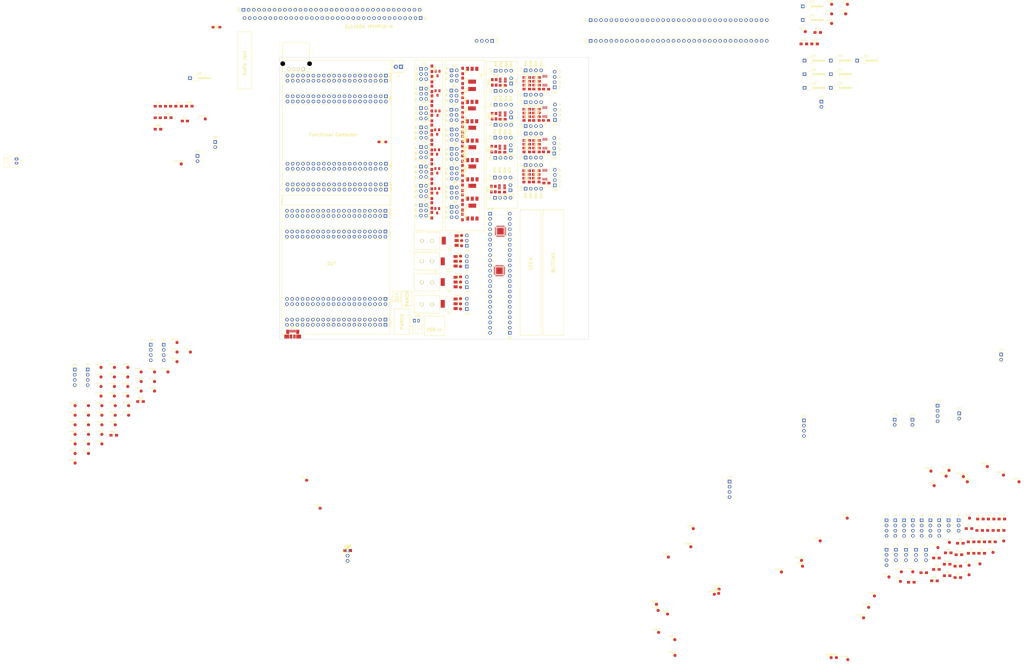
<source format=kicad_pcb>
(kicad_pcb (version 4) (host pcbnew 4.0.7-e2-6376~58~ubuntu17.04.1)
  (title_block (title Fixture-Dev-Kit) (date 2017-10-25) (rev v0.01) (company "Next Thing Co") (comment 1 "Having a blast!"))
  (layers (0 F.Cu signal) (31 B.Cu signal) (34 B.Paste user) (35 F.Paste user) (36 B.SilkS user) (37 F.SilkS user) (38 B.Mask user) (39 F.Mask user) (44 Edge.Cuts user))
  (net 0 "")
  (net 1 "/Fixture Dev Kit - ADS/C4-VCC-3V3")
  (net 2 GND)
  (net 3 "Net-(C5-Pad1)")
  (net 4 "Net-(C5-Pad2)")
  (net 5 "Net-(C6-Pad1)")
  (net 6 "Net-(C6-Pad2)")
  (net 7 "/Fixture Dev Kit - Functional Computer/LOLN")
  (net 8 "/Fixture Dev Kit - Functional Computer/LORN")
  (net 9 "Net-(C9-Pad2)")
  (net 10 "Net-(C10-Pad2)")
  (net 11 "Net-(C11-Pad2)")
  (net 12 "Net-(C12-Pad2)")
  (net 13 "Net-(D1-Pad1)")
  (net 14 "Net-(D1-Pad2)")
  (net 15 "Net-(D3-Pad1)")
  (net 16 "Net-(D3-Pad2)")
  (net 17 "Net-(D5-Pad1)")
  (net 18 "Net-(D5-Pad2)")
  (net 19 "Net-(D7-Pad1)")
  (net 20 "Net-(D7-Pad2)")
  (net 21 "Net-(D10-Pad2)")
  (net 22 "Net-(D10-Pad1)")
  (net 23 "Net-(D11-Pad1)")
  (net 24 "Net-(D11-Pad2)")
  (net 25 "Net-(D13-Pad2)")
  (net 26 +5V)
  (net 27 "Net-(J2-Pad1)")
  (net 28 "Net-(J3-Pad1)")
  (net 29 "Net-(J3-Pad2)")
  (net 30 "Net-(J3-Pad3)")
  (net 31 "Net-(J3-Pad4)")
  (net 32 "Net-(J4-Pad1)")
  (net 33 "Net-(J4-Pad2)")
  (net 34 "Net-(J4-Pad3)")
  (net 35 "Net-(J4-Pad4)")
  (net 36 "Net-(J5-Pad1)")
  (net 37 "Net-(J6-Pad1)")
  (net 38 "Net-(J6-Pad2)")
  (net 39 "Net-(J6-Pad3)")
  (net 40 "Net-(J6-Pad4)")
  (net 41 "Net-(J7-Pad1)")
  (net 42 "Net-(J8-Pad1)")
  (net 43 "Net-(J8-Pad2)")
  (net 44 "Net-(J8-Pad3)")
  (net 45 "Net-(J8-Pad4)")
  (net 46 "Net-(J9-Pad1)")
  (net 47 "Net-(J9-Pad2)")
  (net 48 "Net-(J9-Pad3)")
  (net 49 "Net-(J9-Pad4)")
  (net 50 "Net-(J10-Pad1)")
  (net 51 "Net-(J11-Pad1)")
  (net 52 "Net-(J11-Pad2)")
  (net 53 "Net-(J11-Pad3)")
  (net 54 "Net-(J11-Pad4)")
  (net 55 "Net-(J12-Pad1)")
  (net 56 "Net-(J13-Pad1)")
  (net 57 "Net-(J13-Pad2)")
  (net 58 "Net-(J13-Pad3)")
  (net 59 "Net-(J13-Pad4)")
  (net 60 "Net-(J14-Pad1)")
  (net 61 "Net-(J15-Pad1)")
  (net 62 "Net-(J15-Pad2)")
  (net 63 "Net-(J15-Pad3)")
  (net 64 "Net-(J15-Pad4)")
  (net 65 "/Fixture Dev Kit - ADS/I2C-SCK")
  (net 66 "/Fixture Dev Kit - ADS/I2C-SDA")
  (net 67 "Net-(J20-Pad1)")
  (net 68 "Net-(J20-Pad2)")
  (net 69 "Net-(J20-Pad3)")
  (net 70 "Net-(J20-Pad4)")
  (net 71 "Net-(J21-Pad1)")
  (net 72 "Net-(J21-Pad2)")
  (net 73 "Net-(J21-Pad3)")
  (net 74 "Net-(J21-Pad4)")
  (net 75 "Net-(J26-Pad1)")
  (net 76 "Net-(J26-Pad2)")
  (net 77 "Net-(J26-Pad3)")
  (net 78 "Net-(J26-Pad4)")
  (net 79 "Net-(J29-Pad1)")
  (net 80 "Net-(J29-Pad2)")
  (net 81 "Net-(J29-Pad3)")
  (net 82 "Net-(J29-Pad4)")
  (net 83 "Net-(J30-Pad1)")
  (net 84 "Net-(J30-Pad2)")
  (net 85 "Net-(J30-Pad3)")
  (net 86 "Net-(J31-Pad1)")
  (net 87 "Net-(J31-Pad2)")
  (net 88 "Net-(J31-Pad3)")
  (net 89 "Net-(J32-Pad1)")
  (net 90 "Net-(J32-Pad2)")
  (net 91 "Net-(J32-Pad3)")
  (net 92 "Net-(J33-Pad1)")
  (net 93 "Net-(J33-Pad2)")
  (net 94 "Net-(J33-Pad3)")
  (net 95 "Net-(J34-Pad2)")
  (net 96 "Net-(J34-Pad3)")
  (net 97 "Net-(J34-Pad4)")
  (net 98 "Net-(J34-Pad5)")
  (net 99 "Net-(J34-Pad6)")
  (net 100 "Net-(J34-Pad7)")
  (net 101 "Net-(J34-Pad8)")
  (net 102 "Net-(J34-Pad9)")
  (net 103 "Net-(J34-Pad10)")
  (net 104 "Net-(J34-Pad11)")
  (net 105 "Net-(J34-Pad12)")
  (net 106 "Net-(J34-Pad13)")
  (net 107 "Net-(J34-Pad14)")
  (net 108 "Net-(J34-Pad15)")
  (net 109 "Net-(J34-Pad16)")
  (net 110 "Net-(J34-Pad17)")
  (net 111 "Net-(J34-Pad18)")
  (net 112 "/Fixture Dev Kit - DUT/D-BAT")
  (net 113 "/Fixture Dev Kit - DUT/D-TS")
  (net 114 "/Fixture Dev Kit - DUT/D-PWRON_SW")
  (net 115 "Net-(J36-Pad14)")
  (net 116 "Net-(J36-Pad16)")
  (net 117 "Net-(J36-Pad18)")
  (net 118 "Net-(J36-Pad20)")
  (net 119 "Net-(J36-Pad22)")
  (net 120 "Net-(J36-Pad24)")
  (net 121 "Net-(J36-Pad26)")
  (net 122 "Net-(J36-Pad28)")
  (net 123 "Net-(J36-Pad30)")
  (net 124 "Net-(J36-Pad32)")
  (net 125 "Net-(J36-Pad34)")
  (net 126 "Net-(J36-Pad36)")
  (net 127 "Net-(J37-Pad1)")
  (net 128 "Net-(J37-Pad2)")
  (net 129 "Net-(J42-Pad1)")
  (net 130 "Net-(J42-Pad2)")
  (net 131 "Net-(J37-Pad3)")
  (net 132 "Net-(J37-Pad4)")
  (net 133 "Net-(J47-Pad2)")
  (net 134 "Net-(J47-Pad3)")
  (net 135 "Net-(J47-Pad4)")
  (net 136 "/Fixture Dev Kit - DUT/D-STATUS_LED")
  (net 137 "Net-(J47-Pad6)")
  (net 138 "Net-(J47-Pad7)")
  (net 139 "Net-(J47-Pad8)")
  (net 140 "Net-(J47-Pad9)")
  (net 141 "Net-(J47-Pad10)")
  (net 142 "Net-(J47-Pad11)")
  (net 143 "Net-(J47-Pad12)")
  (net 144 "Net-(J47-Pad14)")
  (net 145 "Net-(J47-Pad15)")
  (net 146 "Net-(J47-Pad16)")
  (net 147 "Net-(J47-Pad17)")
  (net 148 "Net-(J47-Pad18)")
  (net 149 "Net-(J47-Pad19)")
  (net 150 "Net-(J52-Pad2)")
  (net 151 "Net-(J52-Pad4)")
  (net 152 "Net-(J52-Pad6)")
  (net 153 "Net-(J52-Pad8)")
  (net 154 "Net-(J52-Pad10)")
  (net 155 "Net-(J52-Pad14)")
  (net 156 "Net-(J52-Pad16)")
  (net 157 "Net-(J52-Pad18)")
  (net 158 "Net-(J52-Pad20)")
  (net 159 "Net-(J52-Pad22)")
  (net 160 "Net-(J52-Pad24)")
  (net 161 "Net-(J52-Pad26)")
  (net 162 "Net-(J52-Pad28)")
  (net 163 "Net-(J52-Pad30)")
  (net 164 "Net-(J52-Pad32)")
  (net 165 "Net-(J52-Pad34)")
  (net 166 "Net-(J52-Pad38)")
  (net 167 "Net-(J54-Pad6)")
  (net 168 "Net-(J54-Pad7)")
  (net 169 "Net-(J54-Pad8)")
  (net 170 "Net-(J54-Pad9)")
  (net 171 "Net-(J54-Pad10)")
  (net 172 "Net-(J54-Pad11)")
  (net 173 "Net-(J54-Pad12)")
  (net 174 "Net-(J54-Pad13)")
  (net 175 "Net-(J54-Pad14)")
  (net 176 "Net-(J54-Pad15)")
  (net 177 "Net-(J54-Pad16)")
  (net 178 "Net-(J54-Pad17)")
  (net 179 "Net-(J54-Pad18)")
  (net 180 "Net-(J54-Pad19)")
  (net 181 "Net-(J54-Pad20)")
  (net 182 "Net-(J54-Pad21)")
  (net 183 "Net-(J54-Pad22)")
  (net 184 "Net-(J54-Pad23)")
  (net 185 "Net-(J54-Pad24)")
  (net 186 "Net-(J54-Pad25)")
  (net 187 "Net-(J54-Pad26)")
  (net 188 "Net-(J54-Pad27)")
  (net 189 "Net-(J54-Pad28)")
  (net 190 "Net-(J54-Pad29)")
  (net 191 "Net-(J54-Pad30)")
  (net 192 "Net-(J55-Pad13)")
  (net 193 "Net-(J55-Pad15)")
  (net 194 "Net-(J55-Pad17)")
  (net 195 "Net-(J55-Pad19)")
  (net 196 "Net-(J55-Pad21)")
  (net 197 "Net-(J55-Pad23)")
  (net 198 "Net-(J55-Pad25)")
  (net 199 "Net-(J55-Pad27)")
  (net 200 "Net-(J55-Pad29)")
  (net 201 "Net-(J55-Pad31)")
  (net 202 "Net-(J55-Pad33)")
  (net 203 "Net-(J55-Pad35)")
  (net 204 "Net-(J55-Pad37)")
  (net 205 "Net-(J55-Pad39)")
  (net 206 "Net-(J55-Pad41)")
  (net 207 "Net-(J55-Pad43)")
  (net 208 "Net-(J55-Pad45)")
  (net 209 "Net-(J55-Pad47)")
  (net 210 "Net-(J55-Pad49)")
  (net 211 "Net-(J55-Pad51)")
  (net 212 "Net-(J55-Pad53)")
  (net 213 "Net-(J55-Pad55)")
  (net 214 "Net-(J55-Pad57)")
  (net 215 "Net-(J55-Pad59)")
  (net 216 "/Fixture Dev Kit - Functional Computer/I2C-SCK")
  (net 217 "/Fixture Dev Kit - Functional Computer/I2C-SDA")
  (net 218 "Net-(J59-Pad1)")
  (net 219 "Net-(J59-Pad2)")
  (net 220 "Net-(J59-Pad3)")
  (net 221 "Net-(J59-Pad4)")
  (net 222 "Net-(J59-Pad5)")
  (net 223 "Net-(J59-Pad6)")
  (net 224 "Net-(J59-Pad7)")
  (net 225 "Net-(J59-Pad8)")
  (net 226 "Net-(J59-Pad9)")
  (net 227 "Net-(J59-Pad10)")
  (net 228 "Net-(J59-Pad11)")
  (net 229 "Net-(J59-Pad12)")
  (net 230 "Net-(J59-Pad13)")
  (net 231 "Net-(J59-Pad14)")
  (net 232 "Net-(J59-Pad15)")
  (net 233 "Net-(J59-Pad16)")
  (net 234 "Net-(J59-Pad17)")
  (net 235 "Net-(J59-Pad18)")
  (net 236 "Net-(J59-Pad19)")
  (net 237 "Net-(J59-Pad20)")
  (net 238 "Net-(J59-Pad21)")
  (net 239 "Net-(J59-Pad22)")
  (net 240 "Net-(J59-Pad23)")
  (net 241 "Net-(J59-Pad24)")
  (net 242 "Net-(J62-Pad1)")
  (net 243 "Net-(J62-Pad2)")
  (net 244 "Net-(J62-Pad3)")
  (net 245 "Net-(J62-Pad4)")
  (net 246 "Net-(J62-Pad5)")
  (net 247 "Net-(J62-Pad6)")
  (net 248 "Net-(J62-Pad7)")
  (net 249 "Net-(J62-Pad8)")
  (net 250 "Net-(J62-Pad9)")
  (net 251 "Net-(J62-Pad10)")
  (net 252 "Net-(J62-Pad11)")
  (net 253 "Net-(J62-Pad12)")
  (net 254 "Net-(J62-Pad13)")
  (net 255 "Net-(J62-Pad14)")
  (net 256 "Net-(J62-Pad15)")
  (net 257 "Net-(J62-Pad16)")
  (net 258 "Net-(J62-Pad17)")
  (net 259 "Net-(J62-Pad18)")
  (net 260 "Net-(J62-Pad19)")
  (net 261 "Net-(J62-Pad20)")
  (net 262 "Net-(J62-Pad21)")
  (net 263 "Net-(J62-Pad22)")
  (net 264 "Net-(J62-Pad23)")
  (net 265 "Net-(J62-Pad24)")
  (net 266 "/Fixture Dev Kit - PMosfets/Drain0")
  (net 267 "/Fixture Dev Kit - PMosfets/Gate0")
  (net 268 "/Fixture Dev Kit - PMosfets/Source0")
  (net 269 "/Fixture Dev Kit - PMosfets/Drain4")
  (net 270 "/Fixture Dev Kit - PMosfets/Gate4")
  (net 271 "/Fixture Dev Kit - PMosfets/Source4")
  (net 272 "/Fixture Dev Kit - PMosfets/Drain1")
  (net 273 "/Fixture Dev Kit - PMosfets/Gate1")
  (net 274 "/Fixture Dev Kit - PMosfets/Source1")
  (net 275 "/Fixture Dev Kit - PMosfets/Drain5")
  (net 276 "/Fixture Dev Kit - PMosfets/Gate5")
  (net 277 "/Fixture Dev Kit - PMosfets/Source5")
  (net 278 "/Fixture Dev Kit - PMosfets/Drain2")
  (net 279 "/Fixture Dev Kit - PMosfets/Gate2")
  (net 280 "/Fixture Dev Kit - PMosfets/Source2")
  (net 281 "/Fixture Dev Kit - PMosfets/Drain6")
  (net 282 "/Fixture Dev Kit - PMosfets/Gate6")
  (net 283 "/Fixture Dev Kit - PMosfets/Source6")
  (net 284 "/Fixture Dev Kit - PMosfets/Drain3")
  (net 285 "/Fixture Dev Kit - PMosfets/Gate3")
  (net 286 "/Fixture Dev Kit - PMosfets/Source3")
  (net 287 "/Fixture Dev Kit - PMosfets/Drain7")
  (net 288 "/Fixture Dev Kit - PMosfets/Gate7")
  (net 289 "/Fixture Dev Kit - PMosfets/Source7")
  (net 290 "/Fixture Dev Kits - NMosfets/Source_0")
  (net 291 "/Fixture Dev Kits - NMosfets/Gate_0")
  (net 292 "/Fixture Dev Kits - NMosfets/Drain_0")
  (net 293 "/Fixture Dev Kits - NMosfets/Gate_4")
  (net 294 "/Fixture Dev Kits - NMosfets/Drain_4")
  (net 295 "/Fixture Dev Kits - NMosfets/Source_1")
  (net 296 "/Fixture Dev Kits - NMosfets/Gate_1")
  (net 297 "/Fixture Dev Kits - NMosfets/Drain_1")
  (net 298 "/Fixture Dev Kits - NMosfets/Gate_5")
  (net 299 "/Fixture Dev Kits - NMosfets/Drain_5")
  (net 300 "/Fixture Dev Kits - NMosfets/Gate_2")
  (net 301 "/Fixture Dev Kits - NMosfets/Drain_2")
  (net 302 "/Fixture Dev Kits - NMosfets/Gate_6")
  (net 303 "/Fixture Dev Kits - NMosfets/Drain_6")
  (net 304 "/Fixture Dev Kits - NMosfets/Gate_3")
  (net 305 "/Fixture Dev Kits - NMosfets/Drain_3")
  (net 306 "/Fixture Dev Kits - NMosfets/Gate_7")
  (net 307 "/Fixture Dev Kits - NMosfets/Drain_7")
  (net 308 "/Fixture Dev Kit - Functional Computer/BAT")
  (net 309 "/Fixture Dev Kit - Functional Computer/TS")
  (net 310 "Net-(J80-Pad7)")
  (net 311 "Net-(J80-Pad8)")
  (net 312 "Net-(J80-Pad9)")
  (net 313 "Net-(J80-Pad10)")
  (net 314 "Net-(J80-Pad11)")
  (net 315 "Net-(J80-Pad12)")
  (net 316 "Net-(J80-Pad13)")
  (net 317 "Net-(J80-Pad14)")
  (net 318 "Net-(J80-Pad15)")
  (net 319 "Net-(J80-Pad16)")
  (net 320 "Net-(J80-Pad17)")
  (net 321 "Net-(J80-Pad18)")
  (net 322 "Net-(J80-Pad19)")
  (net 323 "Net-(J80-Pad20)")
  (net 324 "Net-(J80-Pad21)")
  (net 325 "Net-(J80-Pad22)")
  (net 326 "Net-(J80-Pad23)")
  (net 327 "Net-(J80-Pad24)")
  (net 328 "Net-(J80-Pad25)")
  (net 329 "Net-(J80-Pad26)")
  (net 330 "Net-(J80-Pad27)")
  (net 331 "Net-(J80-Pad28)")
  (net 332 "/Fixture Dev Kit - Functional Computer/C4-PWR-IN")
  (net 333 "/Fixture Dev Kit - Functional Computer/PWRON")
  (net 334 "/Fixture Dev Kit - Functional Computer/LOLP")
  (net 335 "/Fixture Dev Kit - Functional Computer/LORP")
  (net 336 "Net-(J82-Pad20)")
  (net 337 "Net-(J82-Pad22)")
  (net 338 "Net-(J82-Pad24)")
  (net 339 "Net-(J82-Pad26)")
  (net 340 "Net-(J82-Pad28)")
  (net 341 "Net-(J82-Pad30)")
  (net 342 "Net-(J82-Pad32)")
  (net 343 "Net-(J82-Pad34)")
  (net 344 "Net-(J82-Pad36)")
  (net 345 "Net-(J82-Pad38)")
  (net 346 "Net-(J82-Pad40)")
  (net 347 "Net-(J82-Pad42)")
  (net 348 "Net-(J82-Pad44)")
  (net 349 "Net-(J82-Pad46)")
  (net 350 "Net-(J82-Pad48)")
  (net 351 "Net-(J82-Pad50)")
  (net 352 "/Fixture Dev Kit - Functional Computer/USBOTG_B_DP")
  (net 353 "/Fixture Dev Kit - Functional Computer/USBOTG_B_DM")
  (net 354 "/Fixture Dev Kit - Functional Computer/USBOTG_B_ID")
  (net 355 "Net-(J82-Pad58)")
  (net 356 "Net-(J82-Pad60)")
  (net 357 "Net-(J86-Pad3)")
  (net 358 "Net-(J86-Pad7)")
  (net 359 "Net-(J86-Pad9)")
  (net 360 "Net-(J86-Pad11)")
  (net 361 "Net-(J86-Pad15)")
  (net 362 "Net-(J86-Pad17)")
  (net 363 "Net-(J86-Pad2)")
  (net 364 "Net-(J86-Pad4)")
  (net 365 "Net-(J86-Pad6)")
  (net 366 "Net-(J86-Pad8)")
  (net 367 "Net-(J86-Pad10)")
  (net 368 "Net-(J86-Pad12)")
  (net 369 "Net-(J86-Pad14)")
  (net 370 "Net-(J86-Pad16)")
  (net 371 "Net-(J87-Pad3)")
  (net 372 "Net-(J87-Pad5)")
  (net 373 "Net-(J87-Pad9)")
  (net 374 "Net-(J87-Pad11)")
  (net 375 "Net-(J87-Pad13)")
  (net 376 "Net-(J87-Pad15)")
  (net 377 "Net-(J87-Pad17)")
  (net 378 "Net-(J87-Pad2)")
  (net 379 "Net-(J87-Pad4)")
  (net 380 "Net-(J87-Pad6)")
  (net 381 "Net-(J87-Pad8)")
  (net 382 "Net-(J87-Pad10)")
  (net 383 "Net-(J87-Pad12)")
  (net 384 "Net-(J87-Pad14)")
  (net 385 "Net-(J87-Pad16)")
  (net 386 "Net-(J87-Pad18)")
  (net 387 "Net-(J88-Pad14)")
  (net 388 "Net-(J88-Pad16)")
  (net 389 "Net-(J88-Pad18)")
  (net 390 "Net-(J88-Pad20)")
  (net 391 "Net-(J88-Pad22)")
  (net 392 "Net-(J88-Pad24)")
  (net 393 "Net-(J88-Pad26)")
  (net 394 "Net-(J88-Pad28)")
  (net 395 "Net-(J88-Pad30)")
  (net 396 "Net-(J88-Pad32)")
  (net 397 "Net-(J88-Pad34)")
  (net 398 "Net-(J88-Pad36)")
  (net 399 "/Fixture Dev Kit - Functional Computer/C4-VCC-5V")
  (net 400 "Net-(J89-Pad14)")
  (net 401 "Net-(J89-Pad16)")
  (net 402 "Net-(J89-Pad18)")
  (net 403 "Net-(J89-Pad20)")
  (net 404 "Net-(J89-Pad22)")
  (net 405 "Net-(J89-Pad24)")
  (net 406 "Net-(J89-Pad26)")
  (net 407 "Net-(J89-Pad28)")
  (net 408 "Net-(J89-Pad30)")
  (net 409 "Net-(J89-Pad32)")
  (net 410 "Net-(J89-Pad34)")
  (net 411 "Net-(J89-Pad38)")
  (net 412 "Net-(J96-Pad1)")
  (net 413 "Net-(J96-Pad2)")
  (net 414 "Net-(J97-Pad1)")
  (net 415 "Net-(J97-Pad2)")
  (net 416 "Net-(J102-Pad1)")
  (net 417 "Net-(J102-Pad2)")
  (net 418 "Net-(J103-Pad1)")
  (net 419 "Net-(J103-Pad2)")
  (net 420 "Net-(Q1-Pad2)")
  (net 421 "Net-(Q2-Pad2)")
  (net 422 "Net-(Q3-Pad2)")
  (net 423 "Net-(Q4-Pad2)")
  (net 424 "Net-(R13-Pad2)")
  (net 425 "Net-(R14-Pad2)")
  (net 426 "Net-(R17-Pad2)")
  (net 427 "Net-(R18-Pad2)")
  (net 428 "Net-(R21-Pad2)")
  (net 429 "Net-(R22-Pad2)")
  (net 430 "Net-(R25-Pad2)")
  (net 431 "Net-(R26-Pad2)")
  (net 432 "Net-(R29-Pad2)")
  (net 433 "Net-(R31-Pad2)")
  (net 434 "Net-(R33-Pad2)")
  (net 435 "Net-(R35-Pad2)")
  (net 436 "Net-(R37-Pad2)")
  (net 437 "Net-(R39-Pad2)")
  (net 438 "Net-(R41-Pad2)")
  (net 439 "Net-(R43-Pad2)")
  (net 440 "Net-(R50-Pad1)")
  (net 441 "Net-(R51-Pad1)")
  (net 442 "Net-(R86-Pad1)")
  (net 443 "Net-(R87-Pad1)")
  (net 444 "Net-(R88-Pad1)")
  (net 445 "Net-(R89-Pad1)")
  (net 446 "Net-(R90-Pad1)")
  (net 447 "Net-(R91-Pad1)")
  (net 448 "Net-(R92-Pad1)")
  (net 449 "Net-(R93-Pad1)")
  (net 450 "Net-(U1-Pad2)")
  (net 451 "Net-(U2-Pad2)")
  (net 452 "Net-(U3-Pad2)")
  (net 453 "Net-(U4-Pad2)")
  (net 454 "Net-(U5-Pad32)")
  (net 455 "Net-(U6-Pad32)")
  (net 456 "Net-(D2-Pad1)")
  (net 457 "Net-(D4-Pad1)")
  (net 458 "Net-(D6-Pad1)")
  (net 459 "Net-(D8-Pad1)")
  (net 460 "Net-(D9-Pad2)")
  (net 461 "Net-(D12-Pad1)")
  (net 462 "Net-(D15-Pad1)")
  (net 463 "Net-(D15-Pad2)")
  (net 464 "Net-(D16-Pad1)")
  (net 465 "Net-(D17-Pad1)")
  (net 466 "Net-(D17-Pad2)")
  (net 467 "Net-(D18-Pad1)")
  (net 468 "Net-(F1-Pad1)")
  (net 469 "/Fixture Dev Kit - DUT/DUT-CHG-IN")
  (net 470 "Net-(J106-Pad1)")
  (net 471 "Net-(J107-Pad1)")
  (net 472 "Net-(F2-Pad1)")
  (net 473 "Net-(J49-Pad1)")
  (net 474 "Net-(J50-Pad1)")
  (net 475 "Net-(J51-Pad1)")
  (net 476 "Net-(J83-Pad1)")
  (module Pin_Headers:Pin_Header_Straight_1x24_Pitch2.54mm (layer F.Cu) (at 143.772 149.841 180)
    (fp_text reference J62 (at 0 -2.33 180) (layer F.SilkS))
    (fp_text value Conn_01x24)
    (pad 1 thru_hole rect (at 0 0 180) (size 1.7 1.7) (drill 1) (layers *.Cu *.Mask) (net 242 "Net-(J62-Pad1)"))
    (pad 2 thru_hole oval (at 0 2.54 180) (size 1.7 1.7) (drill 1) (layers *.Cu *.Mask) (net 243 "Net-(J62-Pad2)"))
    (pad 3 thru_hole oval (at 0 5.08 180) (size 1.7 1.7) (drill 1) (layers *.Cu *.Mask) (net 244 "Net-(J62-Pad3)"))
    (pad 4 thru_hole oval (at 0 7.62 180) (size 1.7 1.7) (drill 1) (layers *.Cu *.Mask) (net 245 "Net-(J62-Pad4)"))
    (pad 5 thru_hole oval (at 0 10.16 180) (size 1.7 1.7) (drill 1) (layers *.Cu *.Mask) (net 246 "Net-(J62-Pad5)"))
    (pad 6 thru_hole oval (at 0 12.7 180) (size 1.7 1.7) (drill 1) (layers *.Cu *.Mask) (net 247 "Net-(J62-Pad6)"))
    (pad 7 thru_hole oval (at 0 15.24 180) (size 1.7 1.7) (drill 1) (layers *.Cu *.Mask) (net 248 "Net-(J62-Pad7)"))
    (pad 8 thru_hole oval (at 0 17.78 180) (size 1.7 1.7) (drill 1) (layers *.Cu *.Mask) (net 249 "Net-(J62-Pad8)"))
    (pad 9 thru_hole oval (at 0 20.32 180) (size 1.7 1.7) (drill 1) (layers *.Cu *.Mask) (net 250 "Net-(J62-Pad9)"))
    (pad 10 thru_hole oval (at 0 22.86 180) (size 1.7 1.7) (drill 1) (layers *.Cu *.Mask) (net 251 "Net-(J62-Pad10)"))
    (pad 11 thru_hole oval (at 0 25.4 180) (size 1.7 1.7) (drill 1) (layers *.Cu *.Mask) (net 252 "Net-(J62-Pad11)"))
    (pad 12 thru_hole oval (at 0 27.94 180) (size 1.7 1.7) (drill 1) (layers *.Cu *.Mask) (net 253 "Net-(J62-Pad12)"))
    (pad 13 thru_hole oval (at 0 30.48 180) (size 1.7 1.7) (drill 1) (layers *.Cu *.Mask) (net 254 "Net-(J62-Pad13)"))
    (pad 14 thru_hole oval (at 0 33.02 180) (size 1.7 1.7) (drill 1) (layers *.Cu *.Mask) (net 255 "Net-(J62-Pad14)"))
    (pad 15 thru_hole oval (at 0 35.56 180) (size 1.7 1.7) (drill 1) (layers *.Cu *.Mask) (net 256 "Net-(J62-Pad15)"))
    (pad 16 thru_hole oval (at 0 38.1 180) (size 1.7 1.7) (drill 1) (layers *.Cu *.Mask) (net 257 "Net-(J62-Pad16)"))
    (pad 17 thru_hole oval (at 0 40.64 180) (size 1.7 1.7) (drill 1) (layers *.Cu *.Mask) (net 258 "Net-(J62-Pad17)"))
    (pad 18 thru_hole oval (at 0 43.18 180) (size 1.7 1.7) (drill 1) (layers *.Cu *.Mask) (net 259 "Net-(J62-Pad18)"))
    (pad 19 thru_hole oval (at 0 45.72 180) (size 1.7 1.7) (drill 1) (layers *.Cu *.Mask) (net 260 "Net-(J62-Pad19)"))
    (pad 20 thru_hole oval (at 0 48.26 180) (size 1.7 1.7) (drill 1) (layers *.Cu *.Mask) (net 261 "Net-(J62-Pad20)"))
    (pad 21 thru_hole oval (at 0 50.8 180) (size 1.7 1.7) (drill 1) (layers *.Cu *.Mask) (net 262 "Net-(J62-Pad21)"))
    (pad 22 thru_hole oval (at 0 53.34 180) (size 1.7 1.7) (drill 1) (layers *.Cu *.Mask) (net 263 "Net-(J62-Pad22)"))
    (pad 23 thru_hole oval (at 0 55.88 180) (size 1.7 1.7) (drill 1) (layers *.Cu *.Mask) (net 264 "Net-(J62-Pad23)"))
    (pad 24 thru_hole oval (at 0 58.42 180) (size 1.7 1.7) (drill 1) (layers *.Cu *.Mask) (net 265 "Net-(J62-Pad24)"))
  )
  (module Pin_Headers:Pin_Header_Straight_1x24_Pitch2.54mm (layer F.Cu) (at 134.12 91.421)
    (fp_text reference J59 (at 0 -2.33) (layer F.SilkS))
    (fp_text value Conn_01x24)
    (pad 1 thru_hole rect (at 0 0) (size 1.7 1.7) (drill 1) (layers *.Cu *.Mask) (net 218 "Net-(J59-Pad1)"))
    (pad 2 thru_hole oval (at 0 2.54) (size 1.7 1.7) (drill 1) (layers *.Cu *.Mask) (net 219 "Net-(J59-Pad2)"))
    (pad 3 thru_hole oval (at 0 5.08) (size 1.7 1.7) (drill 1) (layers *.Cu *.Mask) (net 220 "Net-(J59-Pad3)"))
    (pad 4 thru_hole oval (at 0 7.62) (size 1.7 1.7) (drill 1) (layers *.Cu *.Mask) (net 221 "Net-(J59-Pad4)"))
    (pad 5 thru_hole oval (at 0 10.16) (size 1.7 1.7) (drill 1) (layers *.Cu *.Mask) (net 222 "Net-(J59-Pad5)"))
    (pad 6 thru_hole oval (at 0 12.7) (size 1.7 1.7) (drill 1) (layers *.Cu *.Mask) (net 223 "Net-(J59-Pad6)"))
    (pad 7 thru_hole oval (at 0 15.24) (size 1.7 1.7) (drill 1) (layers *.Cu *.Mask) (net 224 "Net-(J59-Pad7)"))
    (pad 8 thru_hole oval (at 0 17.78) (size 1.7 1.7) (drill 1) (layers *.Cu *.Mask) (net 225 "Net-(J59-Pad8)"))
    (pad 9 thru_hole oval (at 0 20.32) (size 1.7 1.7) (drill 1) (layers *.Cu *.Mask) (net 226 "Net-(J59-Pad9)"))
    (pad 10 thru_hole oval (at 0 22.86) (size 1.7 1.7) (drill 1) (layers *.Cu *.Mask) (net 227 "Net-(J59-Pad10)"))
    (pad 11 thru_hole oval (at 0 25.4) (size 1.7 1.7) (drill 1) (layers *.Cu *.Mask) (net 228 "Net-(J59-Pad11)"))
    (pad 12 thru_hole oval (at 0 27.94) (size 1.7 1.7) (drill 1) (layers *.Cu *.Mask) (net 229 "Net-(J59-Pad12)"))
    (pad 13 thru_hole oval (at 0 30.48) (size 1.7 1.7) (drill 1) (layers *.Cu *.Mask) (net 230 "Net-(J59-Pad13)"))
    (pad 14 thru_hole oval (at 0 33.02) (size 1.7 1.7) (drill 1) (layers *.Cu *.Mask) (net 231 "Net-(J59-Pad14)"))
    (pad 15 thru_hole oval (at 0 35.56) (size 1.7 1.7) (drill 1) (layers *.Cu *.Mask) (net 232 "Net-(J59-Pad15)"))
    (pad 16 thru_hole oval (at 0 38.1) (size 1.7 1.7) (drill 1) (layers *.Cu *.Mask) (net 233 "Net-(J59-Pad16)"))
    (pad 17 thru_hole oval (at 0 40.64) (size 1.7 1.7) (drill 1) (layers *.Cu *.Mask) (net 234 "Net-(J59-Pad17)"))
    (pad 18 thru_hole oval (at 0 43.18) (size 1.7 1.7) (drill 1) (layers *.Cu *.Mask) (net 235 "Net-(J59-Pad18)"))
    (pad 19 thru_hole oval (at 0 45.72) (size 1.7 1.7) (drill 1) (layers *.Cu *.Mask) (net 236 "Net-(J59-Pad19)"))
    (pad 20 thru_hole oval (at 0 48.26) (size 1.7 1.7) (drill 1) (layers *.Cu *.Mask) (net 237 "Net-(J59-Pad20)"))
    (pad 21 thru_hole oval (at 0 50.8) (size 1.7 1.7) (drill 1) (layers *.Cu *.Mask) (net 238 "Net-(J59-Pad21)"))
    (pad 22 thru_hole oval (at 0 53.34) (size 1.7 1.7) (drill 1) (layers *.Cu *.Mask) (net 239 "Net-(J59-Pad22)"))
    (pad 23 thru_hole oval (at 0 55.88) (size 1.7 1.7) (drill 1) (layers *.Cu *.Mask) (net 240 "Net-(J59-Pad23)"))
    (pad 24 thru_hole oval (at 0 58.42) (size 1.7 1.7) (drill 1) (layers *.Cu *.Mask) (net 241 "Net-(J59-Pad24)"))
  )
  (module Resistors_SMD:R_0805_HandSoldering (layer F.Cu) (at 105.59072 25.48768 90)
    (fp_text reference R70 (at 0.3937 1.5621 90) (layer F.SilkS))
    (fp_text value DNP)
    (pad 1 smd rect (at -1.35 0 90) (size 1.5 1.3) (layers F.Cu F.Paste F.Mask) (net 292 "/Fixture Dev Kits - NMosfets/Drain_0"))
    (pad 2 smd rect (at 1.35 0 90) (size 1.5 1.3) (layers F.Cu F.Paste F.Mask) (net 291 "/Fixture Dev Kits - NMosfets/Gate_0"))
  )
  (module Resistors_SMD:R_0805_HandSoldering (layer F.Cu) (at 105.59072 20.40768 90)
    (fp_text reference R68 (at 0.00762 1.5621 90) (layer F.SilkS))
    (fp_text value DNP)
    (pad 1 smd rect (at -1.35 0 90) (size 1.5 1.3) (layers F.Cu F.Paste F.Mask) (net 291 "/Fixture Dev Kits - NMosfets/Gate_0"))
    (pad 2 smd rect (at 1.35 0 90) (size 1.5 1.3) (layers F.Cu F.Paste F.Mask) (net 290 "/Fixture Dev Kits - NMosfets/Source_0"))
  )
  (module FDN337N:SSOT-3 (layer F.Cu) (at 108.3517 22.71146 180)
    (fp_text reference Q13 (at 3.30279 -1.77843 180) (layer F.SilkS) (effects (font (size 0.800192 0.800192) (thickness 0.05))))
    (fp_text value FDN337N (at 0.127152 2.77192 180) (layer F.SilkS) (effects (font (size 0.640767 0.640767) (thickness 0.05))))
    (pad 3 smd rect (at 0 -1.1 180) (size 1 1.4) (layers F.Cu F.Paste F.Mask) (net 292 "/Fixture Dev Kits - NMosfets/Drain_0"))
    (pad 2 smd rect (at 0.95 1.1 180) (size 1 1.4) (layers F.Cu F.Paste F.Mask) (net 290 "/Fixture Dev Kits - NMosfets/Source_0"))
    (pad 1 smd rect (at -0.95 1.1 180) (size 1 1.4) (layers F.Cu F.Paste F.Mask) (net 291 "/Fixture Dev Kits - NMosfets/Gate_0"))
  )
  (module Pin_Headers:Pin_Header_Straight_2x03_Pitch2.54mm (layer F.Cu) (at 100.25672 20.40768)
    (fp_text reference J71 (at 1.27 -2.33) (layer F.SilkS))
    (fp_text value NFET_0)
    (pad 1 thru_hole rect (at 0 0) (size 1.7 1.7) (drill 1) (layers *.Cu *.Mask) (net 290 "/Fixture Dev Kits - NMosfets/Source_0"))
    (pad 2 thru_hole oval (at 2.54 0) (size 1.7 1.7) (drill 1) (layers *.Cu *.Mask) (net 290 "/Fixture Dev Kits - NMosfets/Source_0"))
    (pad 3 thru_hole oval (at 0 2.54) (size 1.7 1.7) (drill 1) (layers *.Cu *.Mask) (net 291 "/Fixture Dev Kits - NMosfets/Gate_0"))
    (pad 4 thru_hole oval (at 2.54 2.54) (size 1.7 1.7) (drill 1) (layers *.Cu *.Mask) (net 291 "/Fixture Dev Kits - NMosfets/Gate_0"))
    (pad 5 thru_hole oval (at 0 5.08) (size 1.7 1.7) (drill 1) (layers *.Cu *.Mask) (net 292 "/Fixture Dev Kits - NMosfets/Drain_0"))
    (pad 6 thru_hole oval (at 2.54 5.08) (size 1.7 1.7) (drill 1) (layers *.Cu *.Mask) (net 292 "/Fixture Dev Kits - NMosfets/Drain_0"))
  )
  (module Capacitors_SMD:C_0805_HandSoldering (layer F.Cu) (at 161.57994 30.36448 180)
    (fp_text reference C1 (at 0 -1.75 180) (layer F.SilkS))
    (fp_text value 0.1uF)
    (pad 1 smd rect (at -1.25 0 180) (size 1.5 1.25) (layers F.Cu F.Paste F.Mask) (net 1 "/Fixture Dev Kit - ADS/C4-VCC-3V3"))
    (pad 2 smd rect (at 1.25 0 180) (size 1.5 1.25) (layers F.Cu F.Paste F.Mask) (net 2 GND))
  )
  (module Capacitors_SMD:C_0805_HandSoldering (layer F.Cu) (at 161.4758 45.7137 180)
    (fp_text reference C2 (at 0 -1.75 180) (layer F.SilkS))
    (fp_text value 0.1uF)
    (pad 1 smd rect (at -1.25 0 180) (size 1.5 1.25) (layers F.Cu F.Paste F.Mask) (net 1 "/Fixture Dev Kit - ADS/C4-VCC-3V3"))
    (pad 2 smd rect (at 1.25 0 180) (size 1.5 1.25) (layers F.Cu F.Paste F.Mask) (net 2 GND))
  )
  (module Capacitors_SMD:C_0805_HandSoldering (layer F.Cu) (at 161.5139 61.1315 180)
    (fp_text reference C3 (at 0 -1.75 180) (layer F.SilkS))
    (fp_text value 0.1uF)
    (pad 1 smd rect (at -1.25 0 180) (size 1.5 1.25) (layers F.Cu F.Paste F.Mask) (net 1 "/Fixture Dev Kit - ADS/C4-VCC-3V3"))
    (pad 2 smd rect (at 1.25 0 180) (size 1.5 1.25) (layers F.Cu F.Paste F.Mask) (net 2 GND))
  )
  (module Capacitors_SMD:C_0805_HandSoldering (layer F.Cu) (at 161.7298 76.4096 180)
    (fp_text reference C4 (at 0 -1.75 180) (layer F.SilkS))
    (fp_text value 0.1uF)
    (pad 1 smd rect (at -1.25 0 180) (size 1.5 1.25) (layers F.Cu F.Paste F.Mask) (net 1 "/Fixture Dev Kit - ADS/C4-VCC-3V3"))
    (pad 2 smd rect (at 1.25 0 180) (size 1.5 1.25) (layers F.Cu F.Paste F.Mask) (net 2 GND))
  )
  (module Capacitors_SMD:C_0805_HandSoldering (layer F.Cu) (at -28.794999 38.765)
    (fp_text reference C5 (at 0 -1.75) (layer F.SilkS))
    (fp_text value 1uf)
    (pad 1 smd rect (at -1.25 0) (size 1.5 1.25) (layers F.Cu F.Paste F.Mask) (net 3 "Net-(C5-Pad1)"))
    (pad 2 smd rect (at 1.25 0) (size 1.5 1.25) (layers F.Cu F.Paste F.Mask) (net 4 "Net-(C5-Pad2)"))
  )
  (module Capacitors_SMD:C_0805_HandSoldering (layer F.Cu) (at -15.5 46)
    (fp_text reference C6 (at 0 -1.75) (layer F.SilkS))
    (fp_text value 1uf)
    (pad 1 smd rect (at -1.25 0) (size 1.5 1.25) (layers F.Cu F.Paste F.Mask) (net 5 "Net-(C6-Pad1)"))
    (pad 2 smd rect (at 1.25 0) (size 1.5 1.25) (layers F.Cu F.Paste F.Mask) (net 6 "Net-(C6-Pad2)"))
  )
  (module Capacitors_SMD:C_0805_HandSoldering (layer F.Cu) (at -23.744999 38.765)
    (fp_text reference C7 (at 0 -1.75) (layer F.SilkS))
    (fp_text value 1uf)
    (pad 1 smd rect (at -1.25 0) (size 1.5 1.25) (layers F.Cu F.Paste F.Mask) (net 7 "/Fixture Dev Kit - Functional Computer/LOLN"))
    (pad 2 smd rect (at 1.25 0) (size 1.5 1.25) (layers F.Cu F.Paste F.Mask) (net 2 GND))
  )
  (module Capacitors_SMD:C_0805_HandSoldering (layer F.Cu) (at -28.794999 44.415)
    (fp_text reference C8 (at 0 -1.75) (layer F.SilkS))
    (fp_text value 1uf)
    (pad 1 smd rect (at -1.25 0) (size 1.5 1.25) (layers F.Cu F.Paste F.Mask) (net 8 "/Fixture Dev Kit - Functional Computer/LORN"))
    (pad 2 smd rect (at 1.25 0) (size 1.5 1.25) (layers F.Cu F.Paste F.Mask) (net 2 GND))
  )
  (module Capacitors_SMD:C_0805_HandSoldering (layer F.Cu) (at 140.30744 28.52552 180)
    (fp_text reference C9 (at 0.02032 -0.9525 180) (layer F.SilkS))
    (fp_text value 0.1uF)
    (pad 1 smd rect (at -1.25 0 180) (size 1.5 1.25) (layers F.Cu F.Paste F.Mask) (net 2 GND))
    (pad 2 smd rect (at 1.25 0 180) (size 1.5 1.25) (layers F.Cu F.Paste F.Mask) (net 9 "Net-(C9-Pad2)"))
  )
  (module Capacitors_SMD:C_0805_HandSoldering (layer F.Cu) (at 140.2541 45.1168 180)
    (fp_text reference C10 (at 0 -1.75 180) (layer F.SilkS))
    (fp_text value 0.1uF)
    (pad 1 smd rect (at -1.25 0 180) (size 1.5 1.25) (layers F.Cu F.Paste F.Mask) (net 2 GND))
    (pad 2 smd rect (at 1.25 0 180) (size 1.5 1.25) (layers F.Cu F.Paste F.Mask) (net 10 "Net-(C10-Pad2)"))
  )
  (module Capacitors_SMD:C_0805_HandSoldering (layer F.Cu) (at 140.0763 61.2839 180)
    (fp_text reference C11 (at 0 -1.75 180) (layer F.SilkS))
    (fp_text value 0.1uF)
    (pad 1 smd rect (at -1.25 0 180) (size 1.5 1.25) (layers F.Cu F.Paste F.Mask) (net 2 GND))
    (pad 2 smd rect (at 1.25 0 180) (size 1.5 1.25) (layers F.Cu F.Paste F.Mask) (net 11 "Net-(C11-Pad2)"))
  )
  (module Capacitors_SMD:C_0805_HandSoldering (layer F.Cu) (at 139.9493 80.8546 180)
    (fp_text reference C12 (at 0 -1.75 180) (layer F.SilkS))
    (fp_text value 0.1uF)
    (pad 1 smd rect (at -1.25 0 180) (size 1.5 1.25) (layers F.Cu F.Paste F.Mask) (net 2 GND))
    (pad 2 smd rect (at 1.25 0 180) (size 1.5 1.25) (layers F.Cu F.Paste F.Mask) (net 12 "Net-(C12-Pad2)"))
  )
  (module LEDs:LED_0805_HandSoldering (layer F.Cu) (at 363.415001 264.195)
    (fp_text reference D1 (at 0 -1.7) (layer F.SilkS))
    (fp_text value Purple)
    (pad 1 smd rect (at -1.35 0) (size 1.5 1.3) (layers F.Cu F.Paste F.Mask) (net 13 "Net-(D1-Pad1)"))
    (pad 2 smd rect (at 1.35 0) (size 1.5 1.3) (layers F.Cu F.Paste F.Mask) (net 14 "Net-(D1-Pad2)"))
  )
  (module LEDs:LED_0805_HandSoldering (layer F.Cu) (at 375.145001 252.305)
    (fp_text reference D2 (at 0 -1.7) (layer F.SilkS))
    (fp_text value Green)
    (pad 1 smd rect (at -1.35 0) (size 1.5 1.3) (layers F.Cu F.Paste F.Mask) (net 456 "Net-(D2-Pad1)"))
    (pad 2 smd rect (at 1.35 0) (size 1.5 1.3) (layers F.Cu F.Paste F.Mask) (net 13 "Net-(D1-Pad1)"))
  )
  (module LEDs:LED_0805_HandSoldering (layer F.Cu) (at 369.895001 257.905)
    (fp_text reference D3 (at 0 -1.7) (layer F.SilkS))
    (fp_text value Purple)
    (pad 1 smd rect (at -1.35 0) (size 1.5 1.3) (layers F.Cu F.Paste F.Mask) (net 15 "Net-(D3-Pad1)"))
    (pad 2 smd rect (at 1.35 0) (size 1.5 1.3) (layers F.Cu F.Paste F.Mask) (net 16 "Net-(D3-Pad2)"))
  )
  (module LEDs:LED_0805_HandSoldering (layer F.Cu) (at 384.625001 246.705)
    (fp_text reference D4 (at 0 -1.7) (layer F.SilkS))
    (fp_text value Green)
    (pad 1 smd rect (at -1.35 0) (size 1.5 1.3) (layers F.Cu F.Paste F.Mask) (net 457 "Net-(D4-Pad1)"))
    (pad 2 smd rect (at 1.35 0) (size 1.5 1.3) (layers F.Cu F.Paste F.Mask) (net 15 "Net-(D3-Pad1)"))
  )
  (module LEDs:LED_0805_HandSoldering (layer F.Cu) (at 363.415001 269.795)
    (fp_text reference D5 (at 0 -1.7) (layer F.SilkS))
    (fp_text value Purple)
    (pad 1 smd rect (at -1.35 0) (size 1.5 1.3) (layers F.Cu F.Paste F.Mask) (net 17 "Net-(D5-Pad1)"))
    (pad 2 smd rect (at 1.35 0) (size 1.5 1.3) (layers F.Cu F.Paste F.Mask) (net 18 "Net-(D5-Pad2)"))
  )
  (module LEDs:LED_0805_HandSoldering (layer F.Cu) (at 375.145001 257.905)
    (fp_text reference D6 (at 0 -1.7) (layer F.SilkS))
    (fp_text value Green)
    (pad 1 smd rect (at -1.35 0) (size 1.5 1.3) (layers F.Cu F.Paste F.Mask) (net 458 "Net-(D6-Pad1)"))
    (pad 2 smd rect (at 1.35 0) (size 1.5 1.3) (layers F.Cu F.Paste F.Mask) (net 17 "Net-(D5-Pad1)"))
  )
  (module LEDs:LED_0805_HandSoldering (layer F.Cu) (at 380.395001 252.305)
    (fp_text reference D7 (at 0 -1.7) (layer F.SilkS))
    (fp_text value Purple)
    (pad 1 smd rect (at -1.35 0) (size 1.5 1.3) (layers F.Cu F.Paste F.Mask) (net 19 "Net-(D7-Pad1)"))
    (pad 2 smd rect (at 1.35 0) (size 1.5 1.3) (layers F.Cu F.Paste F.Mask) (net 20 "Net-(D7-Pad2)"))
  )
  (module LEDs:LED_0805_HandSoldering (layer F.Cu) (at 351.955001 271.425)
    (fp_text reference D8 (at 0 -1.7) (layer F.SilkS))
    (fp_text value Green)
    (pad 1 smd rect (at -1.35 0) (size 1.5 1.3) (layers F.Cu F.Paste F.Mask) (net 459 "Net-(D8-Pad1)"))
    (pad 2 smd rect (at 1.35 0) (size 1.5 1.3) (layers F.Cu F.Paste F.Mask) (net 19 "Net-(D7-Pad1)"))
  )
  (module LEDs:LED_0805_HandSoldering (layer F.Cu) (at 358.165001 268.885)
    (fp_text reference D9 (at 0 -1.7) (layer F.SilkS))
    (fp_text value Purple)
    (pad 1 smd rect (at -1.35 0) (size 1.5 1.3) (layers F.Cu F.Paste F.Mask) (net 21 "Net-(D10-Pad2)"))
    (pad 2 smd rect (at 1.35 0) (size 1.5 1.3) (layers F.Cu F.Paste F.Mask) (net 460 "Net-(D9-Pad2)"))
  )
  (module LEDs:LED_0805_HandSoldering (layer F.Cu) (at 384.985001 241.105)
    (fp_text reference D10 (at 0 -1.7) (layer F.SilkS))
    (fp_text value Green)
    (pad 1 smd rect (at -1.35 0) (size 1.5 1.3) (layers F.Cu F.Paste F.Mask) (net 22 "Net-(D10-Pad1)"))
    (pad 2 smd rect (at 1.35 0) (size 1.5 1.3) (layers F.Cu F.Paste F.Mask) (net 21 "Net-(D10-Pad2)"))
  )
  (module LEDs:LED_0805_HandSoldering (layer F.Cu) (at 374.485001 241.105)
    (fp_text reference D11 (at 0 -1.7) (layer F.SilkS))
    (fp_text value Purple)
    (pad 1 smd rect (at -1.35 0) (size 1.5 1.3) (layers F.Cu F.Paste F.Mask) (net 23 "Net-(D11-Pad1)"))
    (pad 2 smd rect (at 1.35 0) (size 1.5 1.3) (layers F.Cu F.Paste F.Mask) (net 24 "Net-(D11-Pad2)"))
  )
  (module LEDs:LED_0805_HandSoldering (layer F.Cu) (at 363.935001 258.595)
    (fp_text reference D12 (at 0 -1.7) (layer F.SilkS))
    (fp_text value Green)
    (pad 1 smd rect (at -1.35 0) (size 1.5 1.3) (layers F.Cu F.Paste F.Mask) (net 461 "Net-(D12-Pad1)"))
    (pad 2 smd rect (at 1.35 0) (size 1.5 1.3) (layers F.Cu F.Paste F.Mask) (net 23 "Net-(D11-Pad1)"))
  )
  (module LEDs:LED_0805_HandSoldering (layer F.Cu) (at 293.175001 8.205)
    (fp_text reference D13 (at 0 -1.7) (layer F.SilkS))
    (fp_text value LNJP12X8ARA)
    (pad 1 smd rect (at -1.35 0) (size 1.5 1.3) (layers F.Cu F.Paste F.Mask) (net 2 GND))
    (pad 2 smd rect (at 1.35 0) (size 1.5 1.3) (layers F.Cu F.Paste F.Mask) (net 25 "Net-(D13-Pad2)"))
  )
  (module LEDs:LED_0805_HandSoldering (layer F.Cu) (at -18.594999 38.715)
    (fp_text reference D14 (at 0 -1.7) (layer F.SilkS))
    (fp_text value LNJP12X8ARA)
    (pad 1 smd rect (at -1.35 0) (size 1.5 1.3) (layers F.Cu F.Paste F.Mask) (net 2 GND))
    (pad 2 smd rect (at 1.35 0) (size 1.5 1.3) (layers F.Cu F.Paste F.Mask) (net 1 "/Fixture Dev Kit - ADS/C4-VCC-3V3"))
  )
  (module TerminalBlocks_Phoenix:TerminalBlock_Phoenix_MPT-2.54mm_2pol (layer F.Cu) (at 90.432 19.412 180)
    (fp_text reference J1 (at 1.27 -4.50088 180) (layer F.SilkS))
    (fp_text value POWER)
    (pad 2 thru_hole oval (at 2.54 0 180) (size 1.99898 1.99898) (drill 1.09728) (layers *.Cu *.Mask) (net 26 +5V))
    (pad 1 thru_hole rect (at 0 0 180) (size 1.99898 1.99898) (drill 1.09728) (layers *.Cu *.Mask) (net 2 GND))
    (pad "" np_thru_hole circle (at 0 2.54 180) (size 1.1 1.1) (drill 1.1) (layers *.Cu *.Mask))
    (pad "" np_thru_hole circle (at 2.54 2.54 180) (size 1.1 1.1) (drill 1.1) (layers *.Cu *.Mask))
  )
  (module Pin_Headers:Pin_Header_Straight_1x03_Pitch2.54mm (layer F.Cu) (at 333.074286 256.165)
    (fp_text reference J2 (at 0 -2.33) (layer F.SilkS))
    (fp_text value LED_0)
    (pad 1 thru_hole rect (at 0 0) (size 1.7 1.7) (drill 1) (layers *.Cu *.Mask) (net 27 "Net-(J2-Pad1)"))
    (pad 2 thru_hole oval (at 0 2.54) (size 1.7 1.7) (drill 1) (layers *.Cu *.Mask) (net 13 "Net-(D1-Pad1)"))
    (pad 3 thru_hole oval (at 0 5.08) (size 1.7 1.7) (drill 1) (layers *.Cu *.Mask) (net 2 GND))
  )
  (module Pin_Headers:Pin_Header_Straight_1x04_Pitch2.54mm (layer F.Cu) (at 328.464762 256.165)
    (fp_text reference J3 (at 0 -2.33) (layer F.SilkS))
    (fp_text value SW_0)
    (pad 1 thru_hole rect (at 0 0) (size 1.7 1.7) (drill 1) (layers *.Cu *.Mask) (net 28 "Net-(J3-Pad1)"))
    (pad 2 thru_hole oval (at 0 2.54) (size 1.7 1.7) (drill 1) (layers *.Cu *.Mask) (net 29 "Net-(J3-Pad2)"))
    (pad 3 thru_hole oval (at 0 5.08) (size 1.7 1.7) (drill 1) (layers *.Cu *.Mask) (net 30 "Net-(J3-Pad3)"))
    (pad 4 thru_hole oval (at 0 7.62) (size 1.7 1.7) (drill 1) (layers *.Cu *.Mask) (net 31 "Net-(J3-Pad4)"))
  )
  (module Pin_Headers:Pin_Header_Straight_1x04_Pitch2.54mm (layer F.Cu) (at 332.764762 241.735)
    (fp_text reference J4 (at 0 -2.33) (layer F.SilkS))
    (fp_text value SW_1)
    (pad 1 thru_hole rect (at 0 0) (size 1.7 1.7) (drill 1) (layers *.Cu *.Mask) (net 32 "Net-(J4-Pad1)"))
    (pad 2 thru_hole oval (at 0 2.54) (size 1.7 1.7) (drill 1) (layers *.Cu *.Mask) (net 33 "Net-(J4-Pad2)"))
    (pad 3 thru_hole oval (at 0 5.08) (size 1.7 1.7) (drill 1) (layers *.Cu *.Mask) (net 34 "Net-(J4-Pad3)"))
    (pad 4 thru_hole oval (at 0 7.62) (size 1.7 1.7) (drill 1) (layers *.Cu *.Mask) (net 35 "Net-(J4-Pad4)"))
  )
  (module Pin_Headers:Pin_Header_Straight_1x03_Pitch2.54mm (layer F.Cu) (at 337.994286 256.165)
    (fp_text reference J5 (at 0 -2.33) (layer F.SilkS))
    (fp_text value LED_1)
    (pad 1 thru_hole rect (at 0 0) (size 1.7 1.7) (drill 1) (layers *.Cu *.Mask) (net 36 "Net-(J5-Pad1)"))
    (pad 2 thru_hole oval (at 0 2.54) (size 1.7 1.7) (drill 1) (layers *.Cu *.Mask) (net 15 "Net-(D3-Pad1)"))
    (pad 3 thru_hole oval (at 0 5.08) (size 1.7 1.7) (drill 1) (layers *.Cu *.Mask) (net 2 GND))
  )
  (module Pin_Headers:Pin_Header_Straight_1x04_Pitch2.54mm (layer F.Cu) (at 337.064762 241.735)
    (fp_text reference J6 (at 0 -2.33) (layer F.SilkS))
    (fp_text value SW_2)
    (pad 1 thru_hole rect (at 0 0) (size 1.7 1.7) (drill 1) (layers *.Cu *.Mask) (net 37 "Net-(J6-Pad1)"))
    (pad 2 thru_hole oval (at 0 2.54) (size 1.7 1.7) (drill 1) (layers *.Cu *.Mask) (net 38 "Net-(J6-Pad2)"))
    (pad 3 thru_hole oval (at 0 5.08) (size 1.7 1.7) (drill 1) (layers *.Cu *.Mask) (net 39 "Net-(J6-Pad3)"))
    (pad 4 thru_hole oval (at 0 7.62) (size 1.7 1.7) (drill 1) (layers *.Cu *.Mask) (net 40 "Net-(J6-Pad4)"))
  )
  (module Pin_Headers:Pin_Header_Straight_1x03_Pitch2.54mm (layer F.Cu) (at 342.914286 256.165)
    (fp_text reference J7 (at 0 -2.33) (layer F.SilkS))
    (fp_text value LED_2)
    (pad 1 thru_hole rect (at 0 0) (size 1.7 1.7) (drill 1) (layers *.Cu *.Mask) (net 41 "Net-(J7-Pad1)"))
    (pad 2 thru_hole oval (at 0 2.54) (size 1.7 1.7) (drill 1) (layers *.Cu *.Mask) (net 17 "Net-(D5-Pad1)"))
    (pad 3 thru_hole oval (at 0 5.08) (size 1.7 1.7) (drill 1) (layers *.Cu *.Mask) (net 2 GND))
  )
  (module Pin_Headers:Pin_Header_Straight_1x04_Pitch2.54mm (layer F.Cu) (at 341.364762 241.735)
    (fp_text reference J8 (at 0 -2.33) (layer F.SilkS))
    (fp_text value SW_3)
    (pad 1 thru_hole rect (at 0 0) (size 1.7 1.7) (drill 1) (layers *.Cu *.Mask) (net 42 "Net-(J8-Pad1)"))
    (pad 2 thru_hole oval (at 0 2.54) (size 1.7 1.7) (drill 1) (layers *.Cu *.Mask) (net 43 "Net-(J8-Pad2)"))
    (pad 3 thru_hole oval (at 0 5.08) (size 1.7 1.7) (drill 1) (layers *.Cu *.Mask) (net 44 "Net-(J8-Pad3)"))
    (pad 4 thru_hole oval (at 0 7.62) (size 1.7 1.7) (drill 1) (layers *.Cu *.Mask) (net 45 "Net-(J8-Pad4)"))
  )
  (module Pin_Headers:Pin_Header_Straight_1x04_Pitch2.54mm (layer F.Cu) (at 345.664762 241.735)
    (fp_text reference J9 (at 0 -2.33) (layer F.SilkS))
    (fp_text value SW_4)
    (pad 1 thru_hole rect (at 0 0) (size 1.7 1.7) (drill 1) (layers *.Cu *.Mask) (net 46 "Net-(J9-Pad1)"))
    (pad 2 thru_hole oval (at 0 2.54) (size 1.7 1.7) (drill 1) (layers *.Cu *.Mask) (net 47 "Net-(J9-Pad2)"))
    (pad 3 thru_hole oval (at 0 5.08) (size 1.7 1.7) (drill 1) (layers *.Cu *.Mask) (net 48 "Net-(J9-Pad3)"))
    (pad 4 thru_hole oval (at 0 7.62) (size 1.7 1.7) (drill 1) (layers *.Cu *.Mask) (net 49 "Net-(J9-Pad4)"))
  )
  (module Pin_Headers:Pin_Header_Straight_1x03_Pitch2.54mm (layer F.Cu) (at 358.874286 241.735)
    (fp_text reference J10 (at 0 -2.33) (layer F.SilkS))
    (fp_text value LED_3)
    (pad 1 thru_hole rect (at 0 0) (size 1.7 1.7) (drill 1) (layers *.Cu *.Mask) (net 50 "Net-(J10-Pad1)"))
    (pad 2 thru_hole oval (at 0 2.54) (size 1.7 1.7) (drill 1) (layers *.Cu *.Mask) (net 19 "Net-(D7-Pad1)"))
    (pad 3 thru_hole oval (at 0 5.08) (size 1.7 1.7) (drill 1) (layers *.Cu *.Mask) (net 2 GND))
  )
  (module Pin_Headers:Pin_Header_Straight_1x04_Pitch2.54mm (layer F.Cu) (at 349.964762 241.735)
    (fp_text reference J11 (at 0 -2.33) (layer F.SilkS))
    (fp_text value SW_5)
    (pad 1 thru_hole rect (at 0 0) (size 1.7 1.7) (drill 1) (layers *.Cu *.Mask) (net 51 "Net-(J11-Pad1)"))
    (pad 2 thru_hole oval (at 0 2.54) (size 1.7 1.7) (drill 1) (layers *.Cu *.Mask) (net 52 "Net-(J11-Pad2)"))
    (pad 3 thru_hole oval (at 0 5.08) (size 1.7 1.7) (drill 1) (layers *.Cu *.Mask) (net 53 "Net-(J11-Pad3)"))
    (pad 4 thru_hole oval (at 0 7.62) (size 1.7 1.7) (drill 1) (layers *.Cu *.Mask) (net 54 "Net-(J11-Pad4)"))
  )
  (module Pin_Headers:Pin_Header_Straight_1x03_Pitch2.54mm (layer F.Cu) (at 347.834286 256.165)
    (fp_text reference J12 (at 0 -2.33) (layer F.SilkS))
    (fp_text value LED_4)
    (pad 1 thru_hole rect (at 0 0) (size 1.7 1.7) (drill 1) (layers *.Cu *.Mask) (net 55 "Net-(J12-Pad1)"))
    (pad 2 thru_hole oval (at 0 2.54) (size 1.7 1.7) (drill 1) (layers *.Cu *.Mask) (net 21 "Net-(D10-Pad2)"))
    (pad 3 thru_hole oval (at 0 5.08) (size 1.7 1.7) (drill 1) (layers *.Cu *.Mask) (net 2 GND))
  )
  (module Pin_Headers:Pin_Header_Straight_1x04_Pitch2.54mm (layer F.Cu) (at 354.264762 241.735)
    (fp_text reference J13 (at 0 -2.33) (layer F.SilkS))
    (fp_text value SW_6)
    (pad 1 thru_hole rect (at 0 0) (size 1.7 1.7) (drill 1) (layers *.Cu *.Mask) (net 56 "Net-(J13-Pad1)"))
    (pad 2 thru_hole oval (at 0 2.54) (size 1.7 1.7) (drill 1) (layers *.Cu *.Mask) (net 57 "Net-(J13-Pad2)"))
    (pad 3 thru_hole oval (at 0 5.08) (size 1.7 1.7) (drill 1) (layers *.Cu *.Mask) (net 58 "Net-(J13-Pad3)"))
    (pad 4 thru_hole oval (at 0 7.62) (size 1.7 1.7) (drill 1) (layers *.Cu *.Mask) (net 59 "Net-(J13-Pad4)"))
  )
  (module Pin_Headers:Pin_Header_Straight_1x03_Pitch2.54mm (layer F.Cu) (at 363.794286 241.735)
    (fp_text reference J14 (at 0 -2.33) (layer F.SilkS))
    (fp_text value LED_5)
    (pad 1 thru_hole rect (at 0 0) (size 1.7 1.7) (drill 1) (layers *.Cu *.Mask) (net 60 "Net-(J14-Pad1)"))
    (pad 2 thru_hole oval (at 0 2.54) (size 1.7 1.7) (drill 1) (layers *.Cu *.Mask) (net 23 "Net-(D11-Pad1)"))
    (pad 3 thru_hole oval (at 0 5.08) (size 1.7 1.7) (drill 1) (layers *.Cu *.Mask) (net 2 GND))
  )
  (module Pin_Headers:Pin_Header_Straight_1x04_Pitch2.54mm (layer F.Cu) (at 328.464762 241.735)
    (fp_text reference J15 (at 0 -2.33) (layer F.SilkS))
    (fp_text value SW_7)
    (pad 1 thru_hole rect (at 0 0) (size 1.7 1.7) (drill 1) (layers *.Cu *.Mask) (net 61 "Net-(J15-Pad1)"))
    (pad 2 thru_hole oval (at 0 2.54) (size 1.7 1.7) (drill 1) (layers *.Cu *.Mask) (net 62 "Net-(J15-Pad2)"))
    (pad 3 thru_hole oval (at 0 5.08) (size 1.7 1.7) (drill 1) (layers *.Cu *.Mask) (net 63 "Net-(J15-Pad3)"))
    (pad 4 thru_hole oval (at 0 7.62) (size 1.7 1.7) (drill 1) (layers *.Cu *.Mask) (net 64 "Net-(J15-Pad4)"))
  )
  (module Pin_Headers:Pin_Header_Straight_1x04_Pitch2.54mm (layer F.Cu) (at 151.52154 21.17476 90)
    (fp_text reference J16 (at 0 -2.33 90) (layer F.SilkS))
    (fp_text value ADS_48)
    (pad 1 thru_hole rect (at 0 0 90) (size 1.7 1.7) (drill 1) (layers *.Cu *.Mask) (net 1 "/Fixture Dev Kit - ADS/C4-VCC-3V3"))
    (pad 2 thru_hole oval (at 0 2.54 90) (size 1.7 1.7) (drill 1) (layers *.Cu *.Mask) (net 2 GND))
    (pad 3 thru_hole oval (at 0 5.08 90) (size 1.7 1.7) (drill 1) (layers *.Cu *.Mask) (net 66 "/Fixture Dev Kit - ADS/I2C-SDA"))
    (pad 4 thru_hole oval (at 0 7.62 90) (size 1.7 1.7) (drill 1) (layers *.Cu *.Mask) (net 65 "/Fixture Dev Kit - ADS/I2C-SCK"))
  )
  (module Pin_Headers:Pin_Header_Straight_1x04_Pitch2.54mm (layer F.Cu) (at 151.53678 33.10768 90)
    (fp_text reference J17 (at 0 -2.33 90) (layer F.SilkS))
    (fp_text value ADS_48)
    (pad 1 thru_hole rect (at 0 0 90) (size 1.7 1.7) (drill 1) (layers *.Cu *.Mask) (net 1 "/Fixture Dev Kit - ADS/C4-VCC-3V3"))
    (pad 2 thru_hole oval (at 0 2.54 90) (size 1.7 1.7) (drill 1) (layers *.Cu *.Mask) (net 2 GND))
    (pad 3 thru_hole oval (at 0 5.08 90) (size 1.7 1.7) (drill 1) (layers *.Cu *.Mask) (net 66 "/Fixture Dev Kit - ADS/I2C-SDA"))
    (pad 4 thru_hole oval (at 0 7.62 90) (size 1.7 1.7) (drill 1) (layers *.Cu *.Mask) (net 65 "/Fixture Dev Kit - ADS/I2C-SCK"))
  )
  (module Pin_Headers:Pin_Header_Straight_1x04_Pitch2.54mm (layer F.Cu) (at 151.5444 36.7729 90)
    (fp_text reference J18 (at 0 -2.33 90) (layer F.SilkS))
    (fp_text value ADS_4A)
    (pad 1 thru_hole rect (at 0 0 90) (size 1.7 1.7) (drill 1) (layers *.Cu *.Mask) (net 1 "/Fixture Dev Kit - ADS/C4-VCC-3V3"))
    (pad 2 thru_hole oval (at 0 2.54 90) (size 1.7 1.7) (drill 1) (layers *.Cu *.Mask) (net 2 GND))
    (pad 3 thru_hole oval (at 0 5.08 90) (size 1.7 1.7) (drill 1) (layers *.Cu *.Mask) (net 66 "/Fixture Dev Kit - ADS/I2C-SDA"))
    (pad 4 thru_hole oval (at 0 7.62 90) (size 1.7 1.7) (drill 1) (layers *.Cu *.Mask) (net 65 "/Fixture Dev Kit - ADS/I2C-SCK"))
  )
  (module Pin_Headers:Pin_Header_Straight_1x04_Pitch2.54mm (layer F.Cu) (at 151.5444 48.4823 90)
    (fp_text reference J19 (at 0 -2.33 90) (layer F.SilkS))
    (fp_text value ADS_4A)
    (pad 1 thru_hole rect (at 0 0 90) (size 1.7 1.7) (drill 1) (layers *.Cu *.Mask) (net 1 "/Fixture Dev Kit - ADS/C4-VCC-3V3"))
    (pad 2 thru_hole oval (at 0 2.54 90) (size 1.7 1.7) (drill 1) (layers *.Cu *.Mask) (net 2 GND))
    (pad 3 thru_hole oval (at 0 5.08 90) (size 1.7 1.7) (drill 1) (layers *.Cu *.Mask) (net 66 "/Fixture Dev Kit - ADS/I2C-SDA"))
    (pad 4 thru_hole oval (at 0 7.62 90) (size 1.7 1.7) (drill 1) (layers *.Cu *.Mask) (net 65 "/Fixture Dev Kit - ADS/I2C-SCK"))
  )
  (module Pin_Headers:Pin_Header_Straight_1x04_Pitch2.54mm (layer F.Cu) (at 165.7684 29.4831 180)
    (fp_text reference J20 (at 0 -2.33 180) (layer F.SilkS))
    (fp_text value ADS_48)
    (pad 1 thru_hole rect (at 0 0 180) (size 1.7 1.7) (drill 1) (layers *.Cu *.Mask) (net 67 "Net-(J20-Pad1)"))
    (pad 2 thru_hole oval (at 0 2.54 180) (size 1.7 1.7) (drill 1) (layers *.Cu *.Mask) (net 68 "Net-(J20-Pad2)"))
    (pad 3 thru_hole oval (at 0 5.08 180) (size 1.7 1.7) (drill 1) (layers *.Cu *.Mask) (net 69 "Net-(J20-Pad3)"))
    (pad 4 thru_hole oval (at 0 7.62 180) (size 1.7 1.7) (drill 1) (layers *.Cu *.Mask) (net 70 "Net-(J20-Pad4)"))
  )
  (module Pin_Headers:Pin_Header_Straight_1x04_Pitch2.54mm (layer F.Cu) (at 165.9208 45.5232 180)
    (fp_text reference J21 (at 0 -2.33 180) (layer F.SilkS))
    (fp_text value ADS_4A)
    (pad 1 thru_hole rect (at 0 0 180) (size 1.7 1.7) (drill 1) (layers *.Cu *.Mask) (net 71 "Net-(J21-Pad1)"))
    (pad 2 thru_hole oval (at 0 2.54 180) (size 1.7 1.7) (drill 1) (layers *.Cu *.Mask) (net 72 "Net-(J21-Pad2)"))
    (pad 3 thru_hole oval (at 0 5.08 180) (size 1.7 1.7) (drill 1) (layers *.Cu *.Mask) (net 73 "Net-(J21-Pad3)"))
    (pad 4 thru_hole oval (at 0 7.62 180) (size 1.7 1.7) (drill 1) (layers *.Cu *.Mask) (net 74 "Net-(J21-Pad4)"))
  )
  (module Pin_Headers:Pin_Header_Straight_1x04_Pitch2.54mm (layer F.Cu) (at 287.965001 192.775)
    (fp_text reference J22 (at 0 -2.33) (layer F.SilkS))
    (fp_text value ADS)
    (pad 1 thru_hole rect (at 0 0) (size 1.7 1.7) (drill 1) (layers *.Cu *.Mask) (net 65 "/Fixture Dev Kit - ADS/I2C-SCK"))
    (pad 2 thru_hole oval (at 0 2.54) (size 1.7 1.7) (drill 1) (layers *.Cu *.Mask) (net 66 "/Fixture Dev Kit - ADS/I2C-SDA"))
    (pad 3 thru_hole oval (at 0 5.08) (size 1.7 1.7) (drill 1) (layers *.Cu *.Mask) (net 2 GND))
    (pad 4 thru_hole oval (at 0 7.62) (size 1.7 1.7) (drill 1) (layers *.Cu *.Mask) (net 1 "/Fixture Dev Kit - ADS/C4-VCC-3V3"))
  )
  (module Pin_Headers:Pin_Header_Straight_1x04_Pitch2.54mm (layer F.Cu) (at 251.505001 222.745)
    (fp_text reference J23 (at 0 -2.33) (layer F.SilkS))
    (fp_text value ADS)
    (pad 1 thru_hole rect (at 0 0) (size 1.7 1.7) (drill 1) (layers *.Cu *.Mask) (net 65 "/Fixture Dev Kit - ADS/I2C-SCK"))
    (pad 2 thru_hole oval (at 0 2.54) (size 1.7 1.7) (drill 1) (layers *.Cu *.Mask) (net 66 "/Fixture Dev Kit - ADS/I2C-SDA"))
    (pad 3 thru_hole oval (at 0 5.08) (size 1.7 1.7) (drill 1) (layers *.Cu *.Mask) (net 2 GND))
    (pad 4 thru_hole oval (at 0 7.62) (size 1.7 1.7) (drill 1) (layers *.Cu *.Mask) (net 1 "/Fixture Dev Kit - ADS/C4-VCC-3V3"))
  )
  (module Pin_Headers:Pin_Header_Straight_1x04_Pitch2.54mm (layer F.Cu) (at 151.5571 52.1399 90)
    (fp_text reference J24 (at 0 -2.33 90) (layer F.SilkS))
    (fp_text value ADS_49)
    (pad 1 thru_hole rect (at 0 0 90) (size 1.7 1.7) (drill 1) (layers *.Cu *.Mask) (net 1 "/Fixture Dev Kit - ADS/C4-VCC-3V3"))
    (pad 2 thru_hole oval (at 0 2.54 90) (size 1.7 1.7) (drill 1) (layers *.Cu *.Mask) (net 2 GND))
    (pad 3 thru_hole oval (at 0 5.08 90) (size 1.7 1.7) (drill 1) (layers *.Cu *.Mask) (net 66 "/Fixture Dev Kit - ADS/I2C-SDA"))
    (pad 4 thru_hole oval (at 0 7.62 90) (size 1.7 1.7) (drill 1) (layers *.Cu *.Mask) (net 65 "/Fixture Dev Kit - ADS/I2C-SCK"))
  )
  (module Pin_Headers:Pin_Header_Straight_1x04_Pitch2.54mm (layer F.Cu) (at 151.519 63.9128 90)
    (fp_text reference J25 (at 0 -2.33 90) (layer F.SilkS))
    (fp_text value ADS_49)
    (pad 1 thru_hole rect (at 0 0 90) (size 1.7 1.7) (drill 1) (layers *.Cu *.Mask) (net 1 "/Fixture Dev Kit - ADS/C4-VCC-3V3"))
    (pad 2 thru_hole oval (at 0 2.54 90) (size 1.7 1.7) (drill 1) (layers *.Cu *.Mask) (net 2 GND))
    (pad 3 thru_hole oval (at 0 5.08 90) (size 1.7 1.7) (drill 1) (layers *.Cu *.Mask) (net 66 "/Fixture Dev Kit - ADS/I2C-SDA"))
    (pad 4 thru_hole oval (at 0 7.62 90) (size 1.7 1.7) (drill 1) (layers *.Cu *.Mask) (net 65 "/Fixture Dev Kit - ADS/I2C-SCK"))
  )
  (module Pin_Headers:Pin_Header_Straight_1x04_Pitch2.54mm (layer F.Cu) (at 165.5779 61.9189 180)
    (fp_text reference J26 (at 0 -2.33 180) (layer F.SilkS))
    (fp_text value ADS_49)
    (pad 1 thru_hole rect (at 0 0 180) (size 1.7 1.7) (drill 1) (layers *.Cu *.Mask) (net 75 "Net-(J26-Pad1)"))
    (pad 2 thru_hole oval (at 0 2.54 180) (size 1.7 1.7) (drill 1) (layers *.Cu *.Mask) (net 76 "Net-(J26-Pad2)"))
    (pad 3 thru_hole oval (at 0 5.08 180) (size 1.7 1.7) (drill 1) (layers *.Cu *.Mask) (net 77 "Net-(J26-Pad3)"))
    (pad 4 thru_hole oval (at 0 7.62 180) (size 1.7 1.7) (drill 1) (layers *.Cu *.Mask) (net 78 "Net-(J26-Pad4)"))
  )
  (module Pin_Headers:Pin_Header_Straight_1x04_Pitch2.54mm (layer F.Cu) (at 151.5063 67.6085 90)
    (fp_text reference J27 (at 0 -2.33 90) (layer F.SilkS))
    (fp_text value ADS_4B)
    (pad 1 thru_hole rect (at 0 0 90) (size 1.7 1.7) (drill 1) (layers *.Cu *.Mask) (net 1 "/Fixture Dev Kit - ADS/C4-VCC-3V3"))
    (pad 2 thru_hole oval (at 0 2.54 90) (size 1.7 1.7) (drill 1) (layers *.Cu *.Mask) (net 2 GND))
    (pad 3 thru_hole oval (at 0 5.08 90) (size 1.7 1.7) (drill 1) (layers *.Cu *.Mask) (net 66 "/Fixture Dev Kit - ADS/I2C-SDA"))
    (pad 4 thru_hole oval (at 0 7.62 90) (size 1.7 1.7) (drill 1) (layers *.Cu *.Mask) (net 65 "/Fixture Dev Kit - ADS/I2C-SCK"))
  )
  (module Pin_Headers:Pin_Header_Straight_1x04_Pitch2.54mm (layer F.Cu) (at 151.5317 79.1655 90)
    (fp_text reference J28 (at 0 -2.33 90) (layer F.SilkS))
    (fp_text value ADS_4B)
    (pad 1 thru_hole rect (at 0 0 90) (size 1.7 1.7) (drill 1) (layers *.Cu *.Mask) (net 1 "/Fixture Dev Kit - ADS/C4-VCC-3V3"))
    (pad 2 thru_hole oval (at 0 2.54 90) (size 1.7 1.7) (drill 1) (layers *.Cu *.Mask) (net 2 GND))
    (pad 3 thru_hole oval (at 0 5.08 90) (size 1.7 1.7) (drill 1) (layers *.Cu *.Mask) (net 66 "/Fixture Dev Kit - ADS/I2C-SDA"))
    (pad 4 thru_hole oval (at 0 7.62 90) (size 1.7 1.7) (drill 1) (layers *.Cu *.Mask) (net 65 "/Fixture Dev Kit - ADS/I2C-SCK"))
  )
  (module Pin_Headers:Pin_Header_Straight_1x04_Pitch2.54mm (layer F.Cu) (at 165.8573 77.5272 180)
    (fp_text reference J29 (at 0 -2.33 180) (layer F.SilkS))
    (fp_text value ADS_4B)
    (pad 1 thru_hole rect (at 0 0 180) (size 1.7 1.7) (drill 1) (layers *.Cu *.Mask) (net 79 "Net-(J29-Pad1)"))
    (pad 2 thru_hole oval (at 0 2.54 180) (size 1.7 1.7) (drill 1) (layers *.Cu *.Mask) (net 80 "Net-(J29-Pad2)"))
    (pad 3 thru_hole oval (at 0 5.08 180) (size 1.7 1.7) (drill 1) (layers *.Cu *.Mask) (net 81 "Net-(J29-Pad3)"))
    (pad 4 thru_hole oval (at 0 7.62 180) (size 1.7 1.7) (drill 1) (layers *.Cu *.Mask) (net 82 "Net-(J29-Pad4)"))
  )
  (module Pin_Headers:Pin_Header_Straight_1x03_Pitch2.54mm (layer F.Cu) (at 122.69 107.169 180)
    (fp_text reference J30 (at 0 -2.33 180) (layer F.SilkS))
    (fp_text value LOAD_0)
    (pad 1 thru_hole rect (at 0 0 180) (size 1.7 1.7) (drill 1) (layers *.Cu *.Mask) (net 83 "Net-(J30-Pad1)"))
    (pad 2 thru_hole oval (at 0 2.54 180) (size 1.7 1.7) (drill 1) (layers *.Cu *.Mask) (net 84 "Net-(J30-Pad2)"))
    (pad 3 thru_hole oval (at 0 5.08 180) (size 1.7 1.7) (drill 1) (layers *.Cu *.Mask) (net 85 "Net-(J30-Pad3)"))
  )
  (module Pin_Headers:Pin_Header_Straight_1x03_Pitch2.54mm (layer F.Cu) (at 122.69 117.329 180)
    (fp_text reference J31 (at 0 -2.33 180) (layer F.SilkS))
    (fp_text value LOAD_1)
    (pad 1 thru_hole rect (at 0 0 180) (size 1.7 1.7) (drill 1) (layers *.Cu *.Mask) (net 86 "Net-(J31-Pad1)"))
    (pad 2 thru_hole oval (at 0 2.54 180) (size 1.7 1.7) (drill 1) (layers *.Cu *.Mask) (net 87 "Net-(J31-Pad2)"))
    (pad 3 thru_hole oval (at 0 5.08 180) (size 1.7 1.7) (drill 1) (layers *.Cu *.Mask) (net 88 "Net-(J31-Pad3)"))
  )
  (module Pin_Headers:Pin_Header_Straight_1x03_Pitch2.54mm (layer F.Cu) (at 122.69 127.489 180)
    (fp_text reference J32 (at 0 -2.33 180) (layer F.SilkS))
    (fp_text value LOAD_2)
    (pad 1 thru_hole rect (at 0 0 180) (size 1.7 1.7) (drill 1) (layers *.Cu *.Mask) (net 89 "Net-(J32-Pad1)"))
    (pad 2 thru_hole oval (at 0 2.54 180) (size 1.7 1.7) (drill 1) (layers *.Cu *.Mask) (net 90 "Net-(J32-Pad2)"))
    (pad 3 thru_hole oval (at 0 5.08 180) (size 1.7 1.7) (drill 1) (layers *.Cu *.Mask) (net 91 "Net-(J32-Pad3)"))
  )
  (module Pin_Headers:Pin_Header_Straight_1x03_Pitch2.54mm (layer F.Cu) (at 122.69 138.157 180)
    (fp_text reference J33 (at 0 -2.33 180) (layer F.SilkS))
    (fp_text value LOAD_3)
    (pad 1 thru_hole rect (at 0 0 180) (size 1.7 1.7) (drill 1) (layers *.Cu *.Mask) (net 92 "Net-(J33-Pad1)"))
    (pad 2 thru_hole oval (at 0 2.54 180) (size 1.7 1.7) (drill 1) (layers *.Cu *.Mask) (net 93 "Net-(J33-Pad2)"))
    (pad 3 thru_hole oval (at 0 5.08 180) (size 1.7 1.7) (drill 1) (layers *.Cu *.Mask) (net 94 "Net-(J33-Pad3)"))
  )
  (module Pin_Headers:Pin_Header_Straight_1x20_Pitch2.54mm (layer F.Cu) (at 82.812 90.024 270)
    (fp_text reference J34 (at 0 -2.33 270) (layer F.SilkS))
    (fp_text value Conn_01x20)
    (pad 1 thru_hole rect (at 0 0 270) (size 1.7 1.7) (drill 1) (layers *.Cu *.Mask) (net 2 GND))
    (pad 2 thru_hole oval (at 0 2.54 270) (size 1.7 1.7) (drill 1) (layers *.Cu *.Mask) (net 95 "Net-(J34-Pad2)"))
    (pad 3 thru_hole oval (at 0 5.08 270) (size 1.7 1.7) (drill 1) (layers *.Cu *.Mask) (net 96 "Net-(J34-Pad3)"))
    (pad 4 thru_hole oval (at 0 7.62 270) (size 1.7 1.7) (drill 1) (layers *.Cu *.Mask) (net 97 "Net-(J34-Pad4)"))
    (pad 5 thru_hole oval (at 0 10.16 270) (size 1.7 1.7) (drill 1) (layers *.Cu *.Mask) (net 98 "Net-(J34-Pad5)"))
    (pad 6 thru_hole oval (at 0 12.7 270) (size 1.7 1.7) (drill 1) (layers *.Cu *.Mask) (net 99 "Net-(J34-Pad6)"))
    (pad 7 thru_hole oval (at 0 15.24 270) (size 1.7 1.7) (drill 1) (layers *.Cu *.Mask) (net 100 "Net-(J34-Pad7)"))
    (pad 8 thru_hole oval (at 0 17.78 270) (size 1.7 1.7) (drill 1) (layers *.Cu *.Mask) (net 101 "Net-(J34-Pad8)"))
    (pad 9 thru_hole oval (at 0 20.32 270) (size 1.7 1.7) (drill 1) (layers *.Cu *.Mask) (net 102 "Net-(J34-Pad9)"))
    (pad 10 thru_hole oval (at 0 22.86 270) (size 1.7 1.7) (drill 1) (layers *.Cu *.Mask) (net 103 "Net-(J34-Pad10)"))
    (pad 11 thru_hole oval (at 0 25.4 270) (size 1.7 1.7) (drill 1) (layers *.Cu *.Mask) (net 104 "Net-(J34-Pad11)"))
    (pad 12 thru_hole oval (at 0 27.94 270) (size 1.7 1.7) (drill 1) (layers *.Cu *.Mask) (net 105 "Net-(J34-Pad12)"))
    (pad 13 thru_hole oval (at 0 30.48 270) (size 1.7 1.7) (drill 1) (layers *.Cu *.Mask) (net 106 "Net-(J34-Pad13)"))
    (pad 14 thru_hole oval (at 0 33.02 270) (size 1.7 1.7) (drill 1) (layers *.Cu *.Mask) (net 107 "Net-(J34-Pad14)"))
    (pad 15 thru_hole oval (at 0 35.56 270) (size 1.7 1.7) (drill 1) (layers *.Cu *.Mask) (net 108 "Net-(J34-Pad15)"))
    (pad 16 thru_hole oval (at 0 38.1 270) (size 1.7 1.7) (drill 1) (layers *.Cu *.Mask) (net 109 "Net-(J34-Pad16)"))
    (pad 17 thru_hole oval (at 0 40.64 270) (size 1.7 1.7) (drill 1) (layers *.Cu *.Mask) (net 110 "Net-(J34-Pad17)"))
    (pad 18 thru_hole oval (at 0 43.18 270) (size 1.7 1.7) (drill 1) (layers *.Cu *.Mask) (net 111 "Net-(J34-Pad18)"))
    (pad 19 thru_hole oval (at 0 45.72 270) (size 1.7 1.7) (drill 1) (layers *.Cu *.Mask) (net 2 GND))
    (pad 20 thru_hole oval (at 0 48.26 270) (size 1.7 1.7) (drill 1) (layers *.Cu *.Mask) (net 2 GND))
  )
  (module Connectors_JST:JST_PH_S2B-PH-K_02x2.00mm_Angled (layer F.Cu) (at 97.036 143.872)
    (fp_text reference J35 (at 1.5 -2.45) (layer F.SilkS))
    (fp_text value BAT)
    (pad 1 thru_hole rect (at 0 0) (size 1.2 1.7) (drill 0.75) (layers *.Cu *.Mask) (net 112 "/Fixture Dev Kit - DUT/D-BAT"))
    (pad 2 thru_hole oval (at 2 0) (size 1.2 1.7) (drill 0.75) (layers *.Cu *.Mask) (net 2 GND))
  )
  (module Pin_Headers:Pin_Header_Angled_1x01_Pitch2.54mm (layer F.Cu) (at 301.155001 29.745)
    (fp_text reference J39 (at 4.385 -2.27) (layer F.SilkS))
    (fp_text value VBUS)
    (pad 1 thru_hole rect (at 0 0) (size 1.7 1.7) (drill 1) (layers *.Cu *.Mask) (net 127 "Net-(J37-Pad1)"))
  )
  (module Pin_Headers:Pin_Header_Angled_1x01_Pitch2.54mm (layer F.Cu) (at 288.255001 29.745)
    (fp_text reference J40 (at 4.385 -2.27) (layer F.SilkS))
    (fp_text value VBUS)
    (pad 1 thru_hole rect (at 0 0) (size 1.7 1.7) (drill 1) (layers *.Cu *.Mask) (net 127 "Net-(J37-Pad1)"))
  )
  (module Pin_Headers:Pin_Header_Angled_1x01_Pitch2.54mm (layer F.Cu) (at 301.155001 23.055)
    (fp_text reference J41 (at 4.385 -2.27) (layer F.SilkS))
    (fp_text value B_D+)
    (pad 1 thru_hole rect (at 0 0) (size 1.7 1.7) (drill 1) (layers *.Cu *.Mask) (net 128 "Net-(J37-Pad2)"))
  )
  (module Pin_Headers:Pin_Header_Straight_1x02_Pitch2.54mm (layer F.Cu) (at 296.522857 36.495)
    (fp_text reference J42 (at 0 -2.33) (layer F.SilkS))
    (fp_text value D-TP's)
    (pad 1 thru_hole rect (at 0 0) (size 1.7 1.7) (drill 1) (layers *.Cu *.Mask) (net 129 "Net-(J42-Pad1)"))
    (pad 2 thru_hole oval (at 0 2.54) (size 1.7 1.7) (drill 1) (layers *.Cu *.Mask) (net 130 "Net-(J42-Pad2)"))
  )
  (module Pin_Headers:Pin_Header_Angled_1x01_Pitch2.54mm (layer F.Cu) (at 287.375001 -10.205)
    (fp_text reference J43 (at 4.385 -2.27) (layer F.SilkS))
    (fp_text value B_D-)
    (pad 1 thru_hole rect (at 0 0) (size 1.7 1.7) (drill 1) (layers *.Cu *.Mask) (net 131 "Net-(J37-Pad3)"))
  )
  (module Pin_Headers:Pin_Header_Angled_1x01_Pitch2.54mm (layer F.Cu) (at 288.255001 16.365)
    (fp_text reference J44 (at 4.385 -2.27) (layer F.SilkS))
    (fp_text value USB_ID)
    (pad 1 thru_hole rect (at 0 0) (size 1.7 1.7) (drill 1) (layers *.Cu *.Mask) (net 132 "Net-(J37-Pad4)"))
  )
  (module Pin_Headers:Pin_Header_Angled_1x01_Pitch2.54mm (layer F.Cu) (at 287.375001 -3.515)
    (fp_text reference J45 (at 4.385 -2.27) (layer F.SilkS))
    (fp_text value UPDATE)
    (pad 1 thru_hole rect (at 0 0) (size 1.7 1.7) (drill 1) (layers *.Cu *.Mask) (net 130 "Net-(J42-Pad2)"))
  )
  (module Pin_Headers:Pin_Header_Angled_1x01_Pitch2.54mm (layer F.Cu) (at 288.255001 23.055)
    (fp_text reference J46 (at 4.385 -2.27) (layer F.SilkS))
    (fp_text value ANT--SELECT)
    (pad 1 thru_hole rect (at 0 0) (size 1.7 1.7) (drill 1) (layers *.Cu *.Mask) (net 129 "Net-(J42-Pad1)"))
  )
  (module Pin_Headers:Pin_Header_Straight_1x20_Pitch2.54mm (layer F.Cu) (at 82.812 143.364 270)
    (fp_text reference J47 (at 0 -2.33 270) (layer F.SilkS))
    (fp_text value Conn_01x20)
    (pad 1 thru_hole rect (at 0 0 270) (size 1.7 1.7) (drill 1) (layers *.Cu *.Mask) (net 2 GND))
    (pad 2 thru_hole oval (at 0 2.54 270) (size 1.7 1.7) (drill 1) (layers *.Cu *.Mask) (net 133 "Net-(J47-Pad2)"))
    (pad 3 thru_hole oval (at 0 5.08 270) (size 1.7 1.7) (drill 1) (layers *.Cu *.Mask) (net 134 "Net-(J47-Pad3)"))
    (pad 4 thru_hole oval (at 0 7.62 270) (size 1.7 1.7) (drill 1) (layers *.Cu *.Mask) (net 135 "Net-(J47-Pad4)"))
    (pad 5 thru_hole oval (at 0 10.16 270) (size 1.7 1.7) (drill 1) (layers *.Cu *.Mask) (net 136 "/Fixture Dev Kit - DUT/D-STATUS_LED"))
    (pad 6 thru_hole oval (at 0 12.7 270) (size 1.7 1.7) (drill 1) (layers *.Cu *.Mask) (net 137 "Net-(J47-Pad6)"))
    (pad 7 thru_hole oval (at 0 15.24 270) (size 1.7 1.7) (drill 1) (layers *.Cu *.Mask) (net 138 "Net-(J47-Pad7)"))
    (pad 8 thru_hole oval (at 0 17.78 270) (size 1.7 1.7) (drill 1) (layers *.Cu *.Mask) (net 139 "Net-(J47-Pad8)"))
    (pad 9 thru_hole oval (at 0 20.32 270) (size 1.7 1.7) (drill 1) (layers *.Cu *.Mask) (net 140 "Net-(J47-Pad9)"))
    (pad 10 thru_hole oval (at 0 22.86 270) (size 1.7 1.7) (drill 1) (layers *.Cu *.Mask) (net 141 "Net-(J47-Pad10)"))
    (pad 11 thru_hole oval (at 0 25.4 270) (size 1.7 1.7) (drill 1) (layers *.Cu *.Mask) (net 142 "Net-(J47-Pad11)"))
    (pad 12 thru_hole oval (at 0 27.94 270) (size 1.7 1.7) (drill 1) (layers *.Cu *.Mask) (net 143 "Net-(J47-Pad12)"))
    (pad 13 thru_hole oval (at 0 30.48 270) (size 1.7 1.7) (drill 1) (layers *.Cu *.Mask) (net 2 GND))
    (pad 14 thru_hole oval (at 0 33.02 270) (size 1.7 1.7) (drill 1) (layers *.Cu *.Mask) (net 144 "Net-(J47-Pad14)"))
    (pad 15 thru_hole oval (at 0 35.56 270) (size 1.7 1.7) (drill 1) (layers *.Cu *.Mask) (net 145 "Net-(J47-Pad15)"))
    (pad 16 thru_hole oval (at 0 38.1 270) (size 1.7 1.7) (drill 1) (layers *.Cu *.Mask) (net 146 "Net-(J47-Pad16)"))
    (pad 17 thru_hole oval (at 0 40.64 270) (size 1.7 1.7) (drill 1) (layers *.Cu *.Mask) (net 147 "Net-(J47-Pad17)"))
    (pad 18 thru_hole oval (at 0 43.18 270) (size 1.7 1.7) (drill 1) (layers *.Cu *.Mask) (net 148 "Net-(J47-Pad18)"))
    (pad 19 thru_hole oval (at 0 45.72 270) (size 1.7 1.7) (drill 1) (layers *.Cu *.Mask) (net 149 "Net-(J47-Pad19)"))
    (pad 20 thru_hole oval (at 0 48.26 270) (size 1.7 1.7) (drill 1) (layers *.Cu *.Mask) (net 2 GND))
  )
  (module Pin_Headers:Pin_Header_Angled_1x01_Pitch2.54mm (layer F.Cu) (at 301.155001 16.365)
    (fp_text reference J49 (at 4.385 -2.27) (layer F.SilkS))
    (fp_text value VBUS)
    (pad 1 thru_hole rect (at 0 0) (size 1.7 1.7) (drill 1) (layers *.Cu *.Mask) (net 473 "Net-(J49-Pad1)"))
  )
  (module Pin_Headers:Pin_Header_Angled_1x01_Pitch2.54mm (layer F.Cu) (at -13 25)
    (fp_text reference J50 (at 4.385 -2.27) (layer F.SilkS))
    (fp_text value A_D+)
    (pad 1 thru_hole rect (at 0 0) (size 1.7 1.7) (drill 1) (layers *.Cu *.Mask) (net 474 "Net-(J50-Pad1)"))
  )
  (module Pin_Headers:Pin_Header_Angled_1x01_Pitch2.54mm (layer F.Cu) (at 314.055001 16.365)
    (fp_text reference J51 (at 4.385 -2.27) (layer F.SilkS))
    (fp_text value A_D-)
    (pad 1 thru_hole rect (at 0 0) (size 1.7 1.7) (drill 1) (layers *.Cu *.Mask) (net 475 "Net-(J51-Pad1)"))
  )
  (module Pin_Headers:Pin_Header_Straight_1x20_Pitch2.54mm (layer F.Cu) (at 82.812 145.904 270)
    (fp_text reference J53 (at 0 -2.33 270) (layer F.SilkS))
    (fp_text value Conn_01x20)
    (pad 1 thru_hole rect (at 0 0 270) (size 1.7 1.7) (drill 1) (layers *.Cu *.Mask) (net 150 "Net-(J52-Pad2)"))
    (pad 2 thru_hole oval (at 0 2.54 270) (size 1.7 1.7) (drill 1) (layers *.Cu *.Mask) (net 151 "Net-(J52-Pad4)"))
    (pad 3 thru_hole oval (at 0 5.08 270) (size 1.7 1.7) (drill 1) (layers *.Cu *.Mask) (net 152 "Net-(J52-Pad6)"))
    (pad 4 thru_hole oval (at 0 7.62 270) (size 1.7 1.7) (drill 1) (layers *.Cu *.Mask) (net 153 "Net-(J52-Pad8)"))
    (pad 5 thru_hole oval (at 0 10.16 270) (size 1.7 1.7) (drill 1) (layers *.Cu *.Mask) (net 154 "Net-(J52-Pad10)"))
    (pad 6 thru_hole oval (at 0 12.7 270) (size 1.7 1.7) (drill 1) (layers *.Cu *.Mask) (net 2 GND))
    (pad 7 thru_hole oval (at 0 15.24 270) (size 1.7 1.7) (drill 1) (layers *.Cu *.Mask) (net 155 "Net-(J52-Pad14)"))
    (pad 8 thru_hole oval (at 0 17.78 270) (size 1.7 1.7) (drill 1) (layers *.Cu *.Mask) (net 156 "Net-(J52-Pad16)"))
    (pad 9 thru_hole oval (at 0 20.32 270) (size 1.7 1.7) (drill 1) (layers *.Cu *.Mask) (net 157 "Net-(J52-Pad18)"))
    (pad 10 thru_hole oval (at 0 22.86 270) (size 1.7 1.7) (drill 1) (layers *.Cu *.Mask) (net 158 "Net-(J52-Pad20)"))
    (pad 11 thru_hole oval (at 0 25.4 270) (size 1.7 1.7) (drill 1) (layers *.Cu *.Mask) (net 159 "Net-(J52-Pad22)"))
    (pad 12 thru_hole oval (at 0 27.94 270) (size 1.7 1.7) (drill 1) (layers *.Cu *.Mask) (net 160 "Net-(J52-Pad24)"))
    (pad 13 thru_hole oval (at 0 30.48 270) (size 1.7 1.7) (drill 1) (layers *.Cu *.Mask) (net 161 "Net-(J52-Pad26)"))
    (pad 14 thru_hole oval (at 0 33.02 270) (size 1.7 1.7) (drill 1) (layers *.Cu *.Mask) (net 162 "Net-(J52-Pad28)"))
    (pad 15 thru_hole oval (at 0 35.56 270) (size 1.7 1.7) (drill 1) (layers *.Cu *.Mask) (net 163 "Net-(J52-Pad30)"))
    (pad 16 thru_hole oval (at 0 38.1 270) (size 1.7 1.7) (drill 1) (layers *.Cu *.Mask) (net 164 "Net-(J52-Pad32)"))
    (pad 17 thru_hole oval (at 0 40.64 270) (size 1.7 1.7) (drill 1) (layers *.Cu *.Mask) (net 165 "Net-(J52-Pad34)"))
    (pad 18 thru_hole oval (at 0 43.18 270) (size 1.7 1.7) (drill 1) (layers *.Cu *.Mask) (net 165 "Net-(J52-Pad34)"))
    (pad 19 thru_hole oval (at 0 45.72 270) (size 1.7 1.7) (drill 1) (layers *.Cu *.Mask) (net 166 "Net-(J52-Pad38)"))
    (pad 20 thru_hole oval (at 0 48.26 270) (size 1.7 1.7) (drill 1) (layers *.Cu *.Mask) (net 2 GND))
  )
  (module Pin_Headers:Pin_Header_Straight_1x35_Pitch2.54mm (layer F.Cu) (at 183.396 -3.448 90)
    (fp_text reference J54 (at 0 -2.33 90) (layer F.SilkS))
    (fp_text value Conn_01x35)
    (pad 1 thru_hole rect (at 0 0 90) (size 1.7 1.7) (drill 1) (layers *.Cu *.Mask) (net 2 GND))
    (pad 2 thru_hole oval (at 0 2.54 90) (size 1.7 1.7) (drill 1) (layers *.Cu *.Mask) (net 2 GND))
    (pad 3 thru_hole oval (at 0 5.08 90) (size 1.7 1.7) (drill 1) (layers *.Cu *.Mask) (net 2 GND))
    (pad 4 thru_hole oval (at 0 7.62 90) (size 1.7 1.7) (drill 1) (layers *.Cu *.Mask) (net 2 GND))
    (pad 5 thru_hole oval (at 0 10.16 90) (size 1.7 1.7) (drill 1) (layers *.Cu *.Mask) (net 114 "/Fixture Dev Kit - DUT/D-PWRON_SW"))
    (pad 6 thru_hole oval (at 0 12.7 90) (size 1.7 1.7) (drill 1) (layers *.Cu *.Mask) (net 167 "Net-(J54-Pad6)"))
    (pad 7 thru_hole oval (at 0 15.24 90) (size 1.7 1.7) (drill 1) (layers *.Cu *.Mask) (net 168 "Net-(J54-Pad7)"))
    (pad 8 thru_hole oval (at 0 17.78 90) (size 1.7 1.7) (drill 1) (layers *.Cu *.Mask) (net 169 "Net-(J54-Pad8)"))
    (pad 9 thru_hole oval (at 0 20.32 90) (size 1.7 1.7) (drill 1) (layers *.Cu *.Mask) (net 170 "Net-(J54-Pad9)"))
    (pad 10 thru_hole oval (at 0 22.86 90) (size 1.7 1.7) (drill 1) (layers *.Cu *.Mask) (net 171 "Net-(J54-Pad10)"))
    (pad 11 thru_hole oval (at 0 25.4 90) (size 1.7 1.7) (drill 1) (layers *.Cu *.Mask) (net 172 "Net-(J54-Pad11)"))
    (pad 12 thru_hole oval (at 0 27.94 90) (size 1.7 1.7) (drill 1) (layers *.Cu *.Mask) (net 173 "Net-(J54-Pad12)"))
    (pad 13 thru_hole oval (at 0 30.48 90) (size 1.7 1.7) (drill 1) (layers *.Cu *.Mask) (net 174 "Net-(J54-Pad13)"))
    (pad 14 thru_hole oval (at 0 33.02 90) (size 1.7 1.7) (drill 1) (layers *.Cu *.Mask) (net 175 "Net-(J54-Pad14)"))
    (pad 15 thru_hole oval (at 0 35.56 90) (size 1.7 1.7) (drill 1) (layers *.Cu *.Mask) (net 176 "Net-(J54-Pad15)"))
    (pad 16 thru_hole oval (at 0 38.1 90) (size 1.7 1.7) (drill 1) (layers *.Cu *.Mask) (net 177 "Net-(J54-Pad16)"))
    (pad 17 thru_hole oval (at 0 40.64 90) (size 1.7 1.7) (drill 1) (layers *.Cu *.Mask) (net 178 "Net-(J54-Pad17)"))
    (pad 18 thru_hole oval (at 0 43.18 90) (size 1.7 1.7) (drill 1) (layers *.Cu *.Mask) (net 179 "Net-(J54-Pad18)"))
    (pad 19 thru_hole oval (at 0 45.72 90) (size 1.7 1.7) (drill 1) (layers *.Cu *.Mask) (net 180 "Net-(J54-Pad19)"))
    (pad 20 thru_hole oval (at 0 48.26 90) (size 1.7 1.7) (drill 1) (layers *.Cu *.Mask) (net 181 "Net-(J54-Pad20)"))
    (pad 21 thru_hole oval (at 0 50.8 90) (size 1.7 1.7) (drill 1) (layers *.Cu *.Mask) (net 182 "Net-(J54-Pad21)"))
    (pad 22 thru_hole oval (at 0 53.34 90) (size 1.7 1.7) (drill 1) (layers *.Cu *.Mask) (net 183 "Net-(J54-Pad22)"))
    (pad 23 thru_hole oval (at 0 55.88 90) (size 1.7 1.7) (drill 1) (layers *.Cu *.Mask) (net 184 "Net-(J54-Pad23)"))
    (pad 24 thru_hole oval (at 0 58.42 90) (size 1.7 1.7) (drill 1) (layers *.Cu *.Mask) (net 185 "Net-(J54-Pad24)"))
    (pad 25 thru_hole oval (at 0 60.96 90) (size 1.7 1.7) (drill 1) (layers *.Cu *.Mask) (net 186 "Net-(J54-Pad25)"))
    (pad 26 thru_hole oval (at 0 63.5 90) (size 1.7 1.7) (drill 1) (layers *.Cu *.Mask) (net 187 "Net-(J54-Pad26)"))
    (pad 27 thru_hole oval (at 0 66.04 90) (size 1.7 1.7) (drill 1) (layers *.Cu *.Mask) (net 188 "Net-(J54-Pad27)"))
    (pad 28 thru_hole oval (at 0 68.58 90) (size 1.7 1.7) (drill 1) (layers *.Cu *.Mask) (net 189 "Net-(J54-Pad28)"))
    (pad 29 thru_hole oval (at 0 71.12 90) (size 1.7 1.7) (drill 1) (layers *.Cu *.Mask) (net 190 "Net-(J54-Pad29)"))
    (pad 30 thru_hole oval (at 0 73.66 90) (size 1.7 1.7) (drill 1) (layers *.Cu *.Mask) (net 191 "Net-(J54-Pad30)"))
    (pad 31 thru_hole oval (at 0 76.2 90) (size 1.7 1.7) (drill 1) (layers *.Cu *.Mask) (net 2 GND))
    (pad 32 thru_hole oval (at 0 78.74 90) (size 1.7 1.7) (drill 1) (layers *.Cu *.Mask) (net 2 GND))
    (pad 33 thru_hole oval (at 0 81.28 90) (size 1.7 1.7) (drill 1) (layers *.Cu *.Mask) (net 2 GND))
    (pad 34 thru_hole oval (at 0 83.82 90) (size 1.7 1.7) (drill 1) (layers *.Cu *.Mask) (net 2 GND))
    (pad 35 thru_hole oval (at 0 86.36 90) (size 1.7 1.7) (drill 1) (layers *.Cu *.Mask) (net 2 GND))
  )
  (module Pin_Headers:Pin_Header_Straight_1x35_Pitch2.54mm (layer F.Cu) (at 183.396 6.712 90)
    (fp_text reference J56 (at 0 -2.33 90) (layer F.SilkS))
    (fp_text value Conn_01x35)
    (pad 1 thru_hole rect (at 0 0 90) (size 1.7 1.7) (drill 1) (layers *.Cu *.Mask) (net 112 "/Fixture Dev Kit - DUT/D-BAT"))
    (pad 2 thru_hole oval (at 0 2.54 90) (size 1.7 1.7) (drill 1) (layers *.Cu *.Mask) (net 112 "/Fixture Dev Kit - DUT/D-BAT"))
    (pad 3 thru_hole oval (at 0 5.08 90) (size 1.7 1.7) (drill 1) (layers *.Cu *.Mask) (net 112 "/Fixture Dev Kit - DUT/D-BAT"))
    (pad 4 thru_hole oval (at 0 7.62 90) (size 1.7 1.7) (drill 1) (layers *.Cu *.Mask) (net 112 "/Fixture Dev Kit - DUT/D-BAT"))
    (pad 5 thru_hole oval (at 0 10.16 90) (size 1.7 1.7) (drill 1) (layers *.Cu *.Mask) (net 112 "/Fixture Dev Kit - DUT/D-BAT"))
    (pad 6 thru_hole oval (at 0 12.7 90) (size 1.7 1.7) (drill 1) (layers *.Cu *.Mask) (net 113 "/Fixture Dev Kit - DUT/D-TS"))
    (pad 7 thru_hole oval (at 0 15.24 90) (size 1.7 1.7) (drill 1) (layers *.Cu *.Mask) (net 192 "Net-(J55-Pad13)"))
    (pad 8 thru_hole oval (at 0 17.78 90) (size 1.7 1.7) (drill 1) (layers *.Cu *.Mask) (net 193 "Net-(J55-Pad15)"))
    (pad 9 thru_hole oval (at 0 20.32 90) (size 1.7 1.7) (drill 1) (layers *.Cu *.Mask) (net 194 "Net-(J55-Pad17)"))
    (pad 10 thru_hole oval (at 0 22.86 90) (size 1.7 1.7) (drill 1) (layers *.Cu *.Mask) (net 195 "Net-(J55-Pad19)"))
    (pad 11 thru_hole oval (at 0 25.4 90) (size 1.7 1.7) (drill 1) (layers *.Cu *.Mask) (net 196 "Net-(J55-Pad21)"))
    (pad 12 thru_hole oval (at 0 27.94 90) (size 1.7 1.7) (drill 1) (layers *.Cu *.Mask) (net 197 "Net-(J55-Pad23)"))
    (pad 13 thru_hole oval (at 0 30.48 90) (size 1.7 1.7) (drill 1) (layers *.Cu *.Mask) (net 198 "Net-(J55-Pad25)"))
    (pad 14 thru_hole oval (at 0 33.02 90) (size 1.7 1.7) (drill 1) (layers *.Cu *.Mask) (net 199 "Net-(J55-Pad27)"))
    (pad 15 thru_hole oval (at 0 35.56 90) (size 1.7 1.7) (drill 1) (layers *.Cu *.Mask) (net 200 "Net-(J55-Pad29)"))
    (pad 16 thru_hole oval (at 0 38.1 90) (size 1.7 1.7) (drill 1) (layers *.Cu *.Mask) (net 201 "Net-(J55-Pad31)"))
    (pad 17 thru_hole oval (at 0 40.64 90) (size 1.7 1.7) (drill 1) (layers *.Cu *.Mask) (net 202 "Net-(J55-Pad33)"))
    (pad 18 thru_hole oval (at 0 43.18 90) (size 1.7 1.7) (drill 1) (layers *.Cu *.Mask) (net 203 "Net-(J55-Pad35)"))
    (pad 19 thru_hole oval (at 0 45.72 90) (size 1.7 1.7) (drill 1) (layers *.Cu *.Mask) (net 204 "Net-(J55-Pad37)"))
    (pad 20 thru_hole oval (at 0 48.26 90) (size 1.7 1.7) (drill 1) (layers *.Cu *.Mask) (net 205 "Net-(J55-Pad39)"))
    (pad 21 thru_hole oval (at 0 50.8 90) (size 1.7 1.7) (drill 1) (layers *.Cu *.Mask) (net 206 "Net-(J55-Pad41)"))
    (pad 22 thru_hole oval (at 0 53.34 90) (size 1.7 1.7) (drill 1) (layers *.Cu *.Mask) (net 207 "Net-(J55-Pad43)"))
    (pad 23 thru_hole oval (at 0 55.88 90) (size 1.7 1.7) (drill 1) (layers *.Cu *.Mask) (net 208 "Net-(J55-Pad45)"))
    (pad 24 thru_hole oval (at 0 58.42 90) (size 1.7 1.7) (drill 1) (layers *.Cu *.Mask) (net 209 "Net-(J55-Pad47)"))
    (pad 25 thru_hole oval (at 0 60.96 90) (size 1.7 1.7) (drill 1) (layers *.Cu *.Mask) (net 210 "Net-(J55-Pad49)"))
    (pad 26 thru_hole oval (at 0 63.5 90) (size 1.7 1.7) (drill 1) (layers *.Cu *.Mask) (net 211 "Net-(J55-Pad51)"))
    (pad 27 thru_hole oval (at 0 66.04 90) (size 1.7 1.7) (drill 1) (layers *.Cu *.Mask) (net 212 "Net-(J55-Pad53)"))
    (pad 28 thru_hole oval (at 0 68.58 90) (size 1.7 1.7) (drill 1) (layers *.Cu *.Mask) (net 213 "Net-(J55-Pad55)"))
    (pad 29 thru_hole oval (at 0 71.12 90) (size 1.7 1.7) (drill 1) (layers *.Cu *.Mask) (net 214 "Net-(J55-Pad57)"))
    (pad 30 thru_hole oval (at 0 73.66 90) (size 1.7 1.7) (drill 1) (layers *.Cu *.Mask) (net 215 "Net-(J55-Pad59)"))
    (pad 31 thru_hole oval (at 0 76.2 90) (size 1.7 1.7) (drill 1) (layers *.Cu *.Mask) (net 469 "/Fixture Dev Kit - DUT/DUT-CHG-IN"))
    (pad 32 thru_hole oval (at 0 78.74 90) (size 1.7 1.7) (drill 1) (layers *.Cu *.Mask) (net 469 "/Fixture Dev Kit - DUT/DUT-CHG-IN"))
    (pad 33 thru_hole oval (at 0 81.28 90) (size 1.7 1.7) (drill 1) (layers *.Cu *.Mask) (net 469 "/Fixture Dev Kit - DUT/DUT-CHG-IN"))
    (pad 34 thru_hole oval (at 0 83.82 90) (size 1.7 1.7) (drill 1) (layers *.Cu *.Mask) (net 469 "/Fixture Dev Kit - DUT/DUT-CHG-IN"))
    (pad 35 thru_hole oval (at 0 86.36 90) (size 1.7 1.7) (drill 1) (layers *.Cu *.Mask) (net 469 "/Fixture Dev Kit - DUT/DUT-CHG-IN"))
  )
  (module Pin_Headers:Pin_Header_Straight_1x04_Pitch2.54mm (layer F.Cu) (at -63.141429 167.839)
    (fp_text reference J57 (at 0 -2.33) (layer F.SilkS))
    (fp_text value IOExp_0)
    (pad 1 thru_hole rect (at 0 0) (size 1.7 1.7) (drill 1) (layers *.Cu *.Mask) (net 216 "/Fixture Dev Kit - Functional Computer/I2C-SCK"))
    (pad 2 thru_hole oval (at 0 2.54) (size 1.7 1.7) (drill 1) (layers *.Cu *.Mask) (net 217 "/Fixture Dev Kit - Functional Computer/I2C-SDA"))
    (pad 3 thru_hole oval (at 0 5.08) (size 1.7 1.7) (drill 1) (layers *.Cu *.Mask) (net 2 GND))
    (pad 4 thru_hole oval (at 0 7.62) (size 1.7 1.7) (drill 1) (layers *.Cu *.Mask) (net 1 "/Fixture Dev Kit - ADS/C4-VCC-3V3"))
  )
  (module Pin_Headers:Pin_Header_Straight_1x04_Pitch2.54mm (layer F.Cu) (at -32.231429 155.649)
    (fp_text reference J58 (at 0 -2.33) (layer F.SilkS))
    (fp_text value IOExp_0)
    (pad 1 thru_hole rect (at 0 0) (size 1.7 1.7) (drill 1) (layers *.Cu *.Mask) (net 216 "/Fixture Dev Kit - Functional Computer/I2C-SCK"))
    (pad 2 thru_hole oval (at 0 2.54) (size 1.7 1.7) (drill 1) (layers *.Cu *.Mask) (net 217 "/Fixture Dev Kit - Functional Computer/I2C-SDA"))
    (pad 3 thru_hole oval (at 0 5.08) (size 1.7 1.7) (drill 1) (layers *.Cu *.Mask) (net 2 GND))
    (pad 4 thru_hole oval (at 0 7.62) (size 1.7 1.7) (drill 1) (layers *.Cu *.Mask) (net 1 "/Fixture Dev Kit - ADS/C4-VCC-3V3"))
  )
  (module Pin_Headers:Pin_Header_Straight_1x04_Pitch2.54mm (layer F.Cu) (at -69.491429 167.839)
    (fp_text reference J60 (at 0 -2.33) (layer F.SilkS))
    (fp_text value IOExp_0)
    (pad 1 thru_hole rect (at 0 0) (size 1.7 1.7) (drill 1) (layers *.Cu *.Mask) (net 216 "/Fixture Dev Kit - Functional Computer/I2C-SCK"))
    (pad 2 thru_hole oval (at 0 2.54) (size 1.7 1.7) (drill 1) (layers *.Cu *.Mask) (net 217 "/Fixture Dev Kit - Functional Computer/I2C-SDA"))
    (pad 3 thru_hole oval (at 0 5.08) (size 1.7 1.7) (drill 1) (layers *.Cu *.Mask) (net 2 GND))
    (pad 4 thru_hole oval (at 0 7.62) (size 1.7 1.7) (drill 1) (layers *.Cu *.Mask) (net 1 "/Fixture Dev Kit - ADS/C4-VCC-3V3"))
  )
  (module Pin_Headers:Pin_Header_Straight_1x04_Pitch2.54mm (layer F.Cu) (at -25.881429 155.649)
    (fp_text reference J61 (at 0 -2.33) (layer F.SilkS))
    (fp_text value IOExp_0)
    (pad 1 thru_hole rect (at 0 0) (size 1.7 1.7) (drill 1) (layers *.Cu *.Mask) (net 216 "/Fixture Dev Kit - Functional Computer/I2C-SCK"))
    (pad 2 thru_hole oval (at 0 2.54) (size 1.7 1.7) (drill 1) (layers *.Cu *.Mask) (net 217 "/Fixture Dev Kit - Functional Computer/I2C-SDA"))
    (pad 3 thru_hole oval (at 0 5.08) (size 1.7 1.7) (drill 1) (layers *.Cu *.Mask) (net 2 GND))
    (pad 4 thru_hole oval (at 0 7.62) (size 1.7 1.7) (drill 1) (layers *.Cu *.Mask) (net 1 "/Fixture Dev Kit - ADS/C4-VCC-3V3"))
  )
  (module Pin_Headers:Pin_Header_Straight_2x03_Pitch2.54mm (layer F.Cu) (at 115.22748 21.16968)
    (fp_text reference J63 (at 1.27 -2.33) (layer F.SilkS))
    (fp_text value FET_0)
    (pad 1 thru_hole rect (at 0 0) (size 1.7 1.7) (drill 1) (layers *.Cu *.Mask) (net 268 "/Fixture Dev Kit - PMosfets/Source0"))
    (pad 2 thru_hole oval (at 2.54 0) (size 1.7 1.7) (drill 1) (layers *.Cu *.Mask) (net 268 "/Fixture Dev Kit - PMosfets/Source0"))
    (pad 3 thru_hole oval (at 0 2.54) (size 1.7 1.7) (drill 1) (layers *.Cu *.Mask) (net 267 "/Fixture Dev Kit - PMosfets/Gate0"))
    (pad 4 thru_hole oval (at 2.54 2.54) (size 1.7 1.7) (drill 1) (layers *.Cu *.Mask) (net 267 "/Fixture Dev Kit - PMosfets/Gate0"))
    (pad 5 thru_hole oval (at 0 5.08) (size 1.7 1.7) (drill 1) (layers *.Cu *.Mask) (net 266 "/Fixture Dev Kit - PMosfets/Drain0"))
    (pad 6 thru_hole oval (at 2.54 5.08) (size 1.7 1.7) (drill 1) (layers *.Cu *.Mask) (net 266 "/Fixture Dev Kit - PMosfets/Drain0"))
  )
  (module Pin_Headers:Pin_Header_Straight_2x03_Pitch2.54mm (layer F.Cu) (at 115.1208 31.0706)
    (fp_text reference J64 (at 1.27 -2.33) (layer F.SilkS))
    (fp_text value FET_0)
    (pad 1 thru_hole rect (at 0 0) (size 1.7 1.7) (drill 1) (layers *.Cu *.Mask) (net 271 "/Fixture Dev Kit - PMosfets/Source4"))
    (pad 2 thru_hole oval (at 2.54 0) (size 1.7 1.7) (drill 1) (layers *.Cu *.Mask) (net 271 "/Fixture Dev Kit - PMosfets/Source4"))
    (pad 3 thru_hole oval (at 0 2.54) (size 1.7 1.7) (drill 1) (layers *.Cu *.Mask) (net 270 "/Fixture Dev Kit - PMosfets/Gate4"))
    (pad 4 thru_hole oval (at 2.54 2.54) (size 1.7 1.7) (drill 1) (layers *.Cu *.Mask) (net 270 "/Fixture Dev Kit - PMosfets/Gate4"))
    (pad 5 thru_hole oval (at 0 5.08) (size 1.7 1.7) (drill 1) (layers *.Cu *.Mask) (net 269 "/Fixture Dev Kit - PMosfets/Drain4"))
    (pad 6 thru_hole oval (at 2.54 5.08) (size 1.7 1.7) (drill 1) (layers *.Cu *.Mask) (net 269 "/Fixture Dev Kit - PMosfets/Drain4"))
  )
  (module Pin_Headers:Pin_Header_Straight_2x03_Pitch2.54mm (layer F.Cu) (at 115.1462 40.4686)
    (fp_text reference J65 (at 1.27 -2.33) (layer F.SilkS))
    (fp_text value FET_0)
    (pad 1 thru_hole rect (at 0 0) (size 1.7 1.7) (drill 1) (layers *.Cu *.Mask) (net 274 "/Fixture Dev Kit - PMosfets/Source1"))
    (pad 2 thru_hole oval (at 2.54 0) (size 1.7 1.7) (drill 1) (layers *.Cu *.Mask) (net 274 "/Fixture Dev Kit - PMosfets/Source1"))
    (pad 3 thru_hole oval (at 0 2.54) (size 1.7 1.7) (drill 1) (layers *.Cu *.Mask) (net 273 "/Fixture Dev Kit - PMosfets/Gate1"))
    (pad 4 thru_hole oval (at 2.54 2.54) (size 1.7 1.7) (drill 1) (layers *.Cu *.Mask) (net 273 "/Fixture Dev Kit - PMosfets/Gate1"))
    (pad 5 thru_hole oval (at 0 5.08) (size 1.7 1.7) (drill 1) (layers *.Cu *.Mask) (net 272 "/Fixture Dev Kit - PMosfets/Drain1"))
    (pad 6 thru_hole oval (at 2.54 5.08) (size 1.7 1.7) (drill 1) (layers *.Cu *.Mask) (net 272 "/Fixture Dev Kit - PMosfets/Drain1"))
  )
  (module Pin_Headers:Pin_Header_Straight_2x03_Pitch2.54mm (layer F.Cu) (at 115.2478 59.6202)
    (fp_text reference J66 (at 1.27 -2.33) (layer F.SilkS))
    (fp_text value FET_0)
    (pad 1 thru_hole rect (at 0 0) (size 1.7 1.7) (drill 1) (layers *.Cu *.Mask) (net 277 "/Fixture Dev Kit - PMosfets/Source5"))
    (pad 2 thru_hole oval (at 2.54 0) (size 1.7 1.7) (drill 1) (layers *.Cu *.Mask) (net 277 "/Fixture Dev Kit - PMosfets/Source5"))
    (pad 3 thru_hole oval (at 0 2.54) (size 1.7 1.7) (drill 1) (layers *.Cu *.Mask) (net 276 "/Fixture Dev Kit - PMosfets/Gate5"))
    (pad 4 thru_hole oval (at 2.54 2.54) (size 1.7 1.7) (drill 1) (layers *.Cu *.Mask) (net 276 "/Fixture Dev Kit - PMosfets/Gate5"))
    (pad 5 thru_hole oval (at 0 5.08) (size 1.7 1.7) (drill 1) (layers *.Cu *.Mask) (net 275 "/Fixture Dev Kit - PMosfets/Drain5"))
    (pad 6 thru_hole oval (at 2.54 5.08) (size 1.7 1.7) (drill 1) (layers *.Cu *.Mask) (net 275 "/Fixture Dev Kit - PMosfets/Drain5"))
  )
  (module Pin_Headers:Pin_Header_Straight_2x03_Pitch2.54mm (layer F.Cu) (at 115.2732 69.1833)
    (fp_text reference J67 (at 1.27 -2.33) (layer F.SilkS))
    (fp_text value FET_0)
    (pad 1 thru_hole rect (at 0 0) (size 1.7 1.7) (drill 1) (layers *.Cu *.Mask) (net 280 "/Fixture Dev Kit - PMosfets/Source2"))
    (pad 2 thru_hole oval (at 2.54 0) (size 1.7 1.7) (drill 1) (layers *.Cu *.Mask) (net 280 "/Fixture Dev Kit - PMosfets/Source2"))
    (pad 3 thru_hole oval (at 0 2.54) (size 1.7 1.7) (drill 1) (layers *.Cu *.Mask) (net 279 "/Fixture Dev Kit - PMosfets/Gate2"))
    (pad 4 thru_hole oval (at 2.54 2.54) (size 1.7 1.7) (drill 1) (layers *.Cu *.Mask) (net 279 "/Fixture Dev Kit - PMosfets/Gate2"))
    (pad 5 thru_hole oval (at 0 5.08) (size 1.7 1.7) (drill 1) (layers *.Cu *.Mask) (net 278 "/Fixture Dev Kit - PMosfets/Drain2"))
    (pad 6 thru_hole oval (at 2.54 5.08) (size 1.7 1.7) (drill 1) (layers *.Cu *.Mask) (net 278 "/Fixture Dev Kit - PMosfets/Drain2"))
  )
  (module Pin_Headers:Pin_Header_Straight_2x03_Pitch2.54mm (layer F.Cu) (at 115.2605 78.5686)
    (fp_text reference J68 (at 1.27 -2.33) (layer F.SilkS))
    (fp_text value FET_0)
    (pad 1 thru_hole rect (at 0 0) (size 1.7 1.7) (drill 1) (layers *.Cu *.Mask) (net 283 "/Fixture Dev Kit - PMosfets/Source6"))
    (pad 2 thru_hole oval (at 2.54 0) (size 1.7 1.7) (drill 1) (layers *.Cu *.Mask) (net 283 "/Fixture Dev Kit - PMosfets/Source6"))
    (pad 3 thru_hole oval (at 0 2.54) (size 1.7 1.7) (drill 1) (layers *.Cu *.Mask) (net 282 "/Fixture Dev Kit - PMosfets/Gate6"))
    (pad 4 thru_hole oval (at 2.54 2.54) (size 1.7 1.7) (drill 1) (layers *.Cu *.Mask) (net 282 "/Fixture Dev Kit - PMosfets/Gate6"))
    (pad 5 thru_hole oval (at 0 5.08) (size 1.7 1.7) (drill 1) (layers *.Cu *.Mask) (net 281 "/Fixture Dev Kit - PMosfets/Drain6"))
    (pad 6 thru_hole oval (at 2.54 5.08) (size 1.7 1.7) (drill 1) (layers *.Cu *.Mask) (net 281 "/Fixture Dev Kit - PMosfets/Drain6"))
  )
  (module Pin_Headers:Pin_Header_Straight_2x03_Pitch2.54mm (layer F.Cu) (at 115.2605 88.0936)
    (fp_text reference J69 (at 1.27 -2.33) (layer F.SilkS))
    (fp_text value FET_0)
    (pad 1 thru_hole rect (at 0 0) (size 1.7 1.7) (drill 1) (layers *.Cu *.Mask) (net 286 "/Fixture Dev Kit - PMosfets/Source3"))
    (pad 2 thru_hole oval (at 2.54 0) (size 1.7 1.7) (drill 1) (layers *.Cu *.Mask) (net 286 "/Fixture Dev Kit - PMosfets/Source3"))
    (pad 3 thru_hole oval (at 0 2.54) (size 1.7 1.7) (drill 1) (layers *.Cu *.Mask) (net 285 "/Fixture Dev Kit - PMosfets/Gate3"))
    (pad 4 thru_hole oval (at 2.54 2.54) (size 1.7 1.7) (drill 1) (layers *.Cu *.Mask) (net 285 "/Fixture Dev Kit - PMosfets/Gate3"))
    (pad 5 thru_hole oval (at 0 5.08) (size 1.7 1.7) (drill 1) (layers *.Cu *.Mask) (net 284 "/Fixture Dev Kit - PMosfets/Drain3"))
    (pad 6 thru_hole oval (at 2.54 5.08) (size 1.7 1.7) (drill 1) (layers *.Cu *.Mask) (net 284 "/Fixture Dev Kit - PMosfets/Drain3"))
  )
  (module Pin_Headers:Pin_Header_Straight_2x03_Pitch2.54mm (layer F.Cu) (at 115.2732 50.1714)
    (fp_text reference J70 (at 1.27 -2.33) (layer F.SilkS))
    (fp_text value FET_0)
    (pad 1 thru_hole rect (at 0 0) (size 1.7 1.7) (drill 1) (layers *.Cu *.Mask) (net 289 "/Fixture Dev Kit - PMosfets/Source7"))
    (pad 2 thru_hole oval (at 2.54 0) (size 1.7 1.7) (drill 1) (layers *.Cu *.Mask) (net 289 "/Fixture Dev Kit - PMosfets/Source7"))
    (pad 3 thru_hole oval (at 0 2.54) (size 1.7 1.7) (drill 1) (layers *.Cu *.Mask) (net 288 "/Fixture Dev Kit - PMosfets/Gate7"))
    (pad 4 thru_hole oval (at 2.54 2.54) (size 1.7 1.7) (drill 1) (layers *.Cu *.Mask) (net 288 "/Fixture Dev Kit - PMosfets/Gate7"))
    (pad 5 thru_hole oval (at 0 5.08) (size 1.7 1.7) (drill 1) (layers *.Cu *.Mask) (net 287 "/Fixture Dev Kit - PMosfets/Drain7"))
    (pad 6 thru_hole oval (at 2.54 5.08) (size 1.7 1.7) (drill 1) (layers *.Cu *.Mask) (net 287 "/Fixture Dev Kit - PMosfets/Drain7"))
  )
  (module Pin_Headers:Pin_Header_Straight_2x03_Pitch2.54mm (layer F.Cu) (at 100.2872 30.1054)
    (fp_text reference J72 (at 1.27 -2.33) (layer F.SilkS))
    (fp_text value NFET_4)
    (pad 1 thru_hole rect (at 0 0) (size 1.7 1.7) (drill 1) (layers *.Cu *.Mask) (net 294 "/Fixture Dev Kits - NMosfets/Drain_4"))
    (pad 2 thru_hole oval (at 2.54 0) (size 1.7 1.7) (drill 1) (layers *.Cu *.Mask) (net 294 "/Fixture Dev Kits - NMosfets/Drain_4"))
    (pad 3 thru_hole oval (at 0 2.54) (size 1.7 1.7) (drill 1) (layers *.Cu *.Mask) (net 293 "/Fixture Dev Kits - NMosfets/Gate_4"))
    (pad 4 thru_hole oval (at 2.54 2.54) (size 1.7 1.7) (drill 1) (layers *.Cu *.Mask) (net 293 "/Fixture Dev Kits - NMosfets/Gate_4"))
    (pad 5 thru_hole oval (at 0 5.08) (size 1.7 1.7) (drill 1) (layers *.Cu *.Mask) (net 294 "/Fixture Dev Kits - NMosfets/Drain_4"))
    (pad 6 thru_hole oval (at 2.54 5.08) (size 1.7 1.7) (drill 1) (layers *.Cu *.Mask) (net 294 "/Fixture Dev Kits - NMosfets/Drain_4"))
  )
  (module Pin_Headers:Pin_Header_Straight_2x03_Pitch2.54mm (layer F.Cu) (at 100.2364 39.6558)
    (fp_text reference J73 (at 1.27 -2.33) (layer F.SilkS))
    (fp_text value NFET_1)
    (pad 1 thru_hole rect (at 0 0) (size 1.7 1.7) (drill 1) (layers *.Cu *.Mask) (net 295 "/Fixture Dev Kits - NMosfets/Source_1"))
    (pad 2 thru_hole oval (at 2.54 0) (size 1.7 1.7) (drill 1) (layers *.Cu *.Mask) (net 295 "/Fixture Dev Kits - NMosfets/Source_1"))
    (pad 3 thru_hole oval (at 0 2.54) (size 1.7 1.7) (drill 1) (layers *.Cu *.Mask) (net 296 "/Fixture Dev Kits - NMosfets/Gate_1"))
    (pad 4 thru_hole oval (at 2.54 2.54) (size 1.7 1.7) (drill 1) (layers *.Cu *.Mask) (net 296 "/Fixture Dev Kits - NMosfets/Gate_1"))
    (pad 5 thru_hole oval (at 0 5.08) (size 1.7 1.7) (drill 1) (layers *.Cu *.Mask) (net 297 "/Fixture Dev Kits - NMosfets/Drain_1"))
    (pad 6 thru_hole oval (at 2.54 5.08) (size 1.7 1.7) (drill 1) (layers *.Cu *.Mask) (net 297 "/Fixture Dev Kits - NMosfets/Drain_1"))
  )
  (module Pin_Headers:Pin_Header_Straight_2x03_Pitch2.54mm (layer F.Cu) (at 100.2872 49.1046)
    (fp_text reference J74 (at 1.27 -2.33) (layer F.SilkS))
    (fp_text value NFET_5)
    (pad 1 thru_hole rect (at 0 0) (size 1.7 1.7) (drill 1) (layers *.Cu *.Mask) (net 299 "/Fixture Dev Kits - NMosfets/Drain_5"))
    (pad 2 thru_hole oval (at 2.54 0) (size 1.7 1.7) (drill 1) (layers *.Cu *.Mask) (net 299 "/Fixture Dev Kits - NMosfets/Drain_5"))
    (pad 3 thru_hole oval (at 0 2.54) (size 1.7 1.7) (drill 1) (layers *.Cu *.Mask) (net 298 "/Fixture Dev Kits - NMosfets/Gate_5"))
    (pad 4 thru_hole oval (at 2.54 2.54) (size 1.7 1.7) (drill 1) (layers *.Cu *.Mask) (net 298 "/Fixture Dev Kits - NMosfets/Gate_5"))
    (pad 5 thru_hole oval (at 0 5.08) (size 1.7 1.7) (drill 1) (layers *.Cu *.Mask) (net 299 "/Fixture Dev Kits - NMosfets/Drain_5"))
    (pad 6 thru_hole oval (at 2.54 5.08) (size 1.7 1.7) (drill 1) (layers *.Cu *.Mask) (net 299 "/Fixture Dev Kits - NMosfets/Drain_5"))
  )
  (module Pin_Headers:Pin_Header_Straight_2x03_Pitch2.54mm (layer F.Cu) (at 100.2618 58.7566)
    (fp_text reference J75 (at 1.27 -2.33) (layer F.SilkS))
    (fp_text value NFET_2)
    (pad 1 thru_hole rect (at 0 0) (size 1.7 1.7) (drill 1) (layers *.Cu *.Mask) (net 301 "/Fixture Dev Kits - NMosfets/Drain_2"))
    (pad 2 thru_hole oval (at 2.54 0) (size 1.7 1.7) (drill 1) (layers *.Cu *.Mask) (net 301 "/Fixture Dev Kits - NMosfets/Drain_2"))
    (pad 3 thru_hole oval (at 0 2.54) (size 1.7 1.7) (drill 1) (layers *.Cu *.Mask) (net 300 "/Fixture Dev Kits - NMosfets/Gate_2"))
    (pad 4 thru_hole oval (at 2.54 2.54) (size 1.7 1.7) (drill 1) (layers *.Cu *.Mask) (net 300 "/Fixture Dev Kits - NMosfets/Gate_2"))
    (pad 5 thru_hole oval (at 0 5.08) (size 1.7 1.7) (drill 1) (layers *.Cu *.Mask) (net 301 "/Fixture Dev Kits - NMosfets/Drain_2"))
    (pad 6 thru_hole oval (at 2.54 5.08) (size 1.7 1.7) (drill 1) (layers *.Cu *.Mask) (net 301 "/Fixture Dev Kits - NMosfets/Drain_2"))
  )
  (module Pin_Headers:Pin_Header_Straight_2x03_Pitch2.54mm (layer F.Cu) (at 100.2364 68.3324)
    (fp_text reference J76 (at 1.27 -2.33) (layer F.SilkS))
    (fp_text value NFET_6)
    (pad 1 thru_hole rect (at 0 0) (size 1.7 1.7) (drill 1) (layers *.Cu *.Mask) (net 303 "/Fixture Dev Kits - NMosfets/Drain_6"))
    (pad 2 thru_hole oval (at 2.54 0) (size 1.7 1.7) (drill 1) (layers *.Cu *.Mask) (net 303 "/Fixture Dev Kits - NMosfets/Drain_6"))
    (pad 3 thru_hole oval (at 0 2.54) (size 1.7 1.7) (drill 1) (layers *.Cu *.Mask) (net 302 "/Fixture Dev Kits - NMosfets/Gate_6"))
    (pad 4 thru_hole oval (at 2.54 2.54) (size 1.7 1.7) (drill 1) (layers *.Cu *.Mask) (net 302 "/Fixture Dev Kits - NMosfets/Gate_6"))
    (pad 5 thru_hole oval (at 0 5.08) (size 1.7 1.7) (drill 1) (layers *.Cu *.Mask) (net 303 "/Fixture Dev Kits - NMosfets/Drain_6"))
    (pad 6 thru_hole oval (at 2.54 5.08) (size 1.7 1.7) (drill 1) (layers *.Cu *.Mask) (net 303 "/Fixture Dev Kits - NMosfets/Drain_6"))
  )
  (module Pin_Headers:Pin_Header_Straight_2x03_Pitch2.54mm (layer F.Cu) (at 100.2364 77.7812)
    (fp_text reference J77 (at 1.27 -2.33) (layer F.SilkS))
    (fp_text value NFET_3)
    (pad 1 thru_hole rect (at 0 0) (size 1.7 1.7) (drill 1) (layers *.Cu *.Mask) (net 305 "/Fixture Dev Kits - NMosfets/Drain_3"))
    (pad 2 thru_hole oval (at 2.54 0) (size 1.7 1.7) (drill 1) (layers *.Cu *.Mask) (net 305 "/Fixture Dev Kits - NMosfets/Drain_3"))
    (pad 3 thru_hole oval (at 0 2.54) (size 1.7 1.7) (drill 1) (layers *.Cu *.Mask) (net 304 "/Fixture Dev Kits - NMosfets/Gate_3"))
    (pad 4 thru_hole oval (at 2.54 2.54) (size 1.7 1.7) (drill 1) (layers *.Cu *.Mask) (net 304 "/Fixture Dev Kits - NMosfets/Gate_3"))
    (pad 5 thru_hole oval (at 0 5.08) (size 1.7 1.7) (drill 1) (layers *.Cu *.Mask) (net 305 "/Fixture Dev Kits - NMosfets/Drain_3"))
    (pad 6 thru_hole oval (at 2.54 5.08) (size 1.7 1.7) (drill 1) (layers *.Cu *.Mask) (net 305 "/Fixture Dev Kits - NMosfets/Drain_3"))
  )
  (module Pin_Headers:Pin_Header_Straight_2x03_Pitch2.54mm (layer F.Cu) (at 100.211 87.3062)
    (fp_text reference J78 (at 1.27 -2.33) (layer F.SilkS))
    (fp_text value NFET_7)
    (pad 1 thru_hole rect (at 0 0) (size 1.7 1.7) (drill 1) (layers *.Cu *.Mask) (net 307 "/Fixture Dev Kits - NMosfets/Drain_7"))
    (pad 2 thru_hole oval (at 2.54 0) (size 1.7 1.7) (drill 1) (layers *.Cu *.Mask) (net 307 "/Fixture Dev Kits - NMosfets/Drain_7"))
    (pad 3 thru_hole oval (at 0 2.54) (size 1.7 1.7) (drill 1) (layers *.Cu *.Mask) (net 306 "/Fixture Dev Kits - NMosfets/Gate_7"))
    (pad 4 thru_hole oval (at 2.54 2.54) (size 1.7 1.7) (drill 1) (layers *.Cu *.Mask) (net 306 "/Fixture Dev Kits - NMosfets/Gate_7"))
    (pad 5 thru_hole oval (at 0 5.08) (size 1.7 1.7) (drill 1) (layers *.Cu *.Mask) (net 307 "/Fixture Dev Kits - NMosfets/Drain_7"))
    (pad 6 thru_hole oval (at 2.54 5.08) (size 1.7 1.7) (drill 1) (layers *.Cu *.Mask) (net 307 "/Fixture Dev Kits - NMosfets/Drain_7"))
  )
  (module Connectors_JST:JST_PH_S2B-PH-K_02x2.00mm_Angled (layer F.Cu) (at -98.036 64.624 270)
    (fp_text reference J79 (at 1.5 -2.45 270) (layer F.SilkS))
    (fp_text value JST-2P-RA)
    (pad 1 thru_hole rect (at 0 0 270) (size 1.2 1.7) (drill 0.75) (layers *.Cu *.Mask) (net 2 GND))
    (pad 2 thru_hole oval (at 2 0 270) (size 1.2 1.7) (drill 0.75) (layers *.Cu *.Mask) (net 308 "/Fixture Dev Kit - Functional Computer/BAT"))
  )
  (module Pin_Headers:Pin_Header_Straight_1x35_Pitch2.54mm (layer F.Cu) (at 13.216 -8.528 90)
    (fp_text reference J80 (at 0 -2.33 90) (layer F.SilkS))
    (fp_text value Conn_01x35)
    (pad 1 thru_hole rect (at 0 0 90) (size 1.7 1.7) (drill 1) (layers *.Cu *.Mask) (net 308 "/Fixture Dev Kit - Functional Computer/BAT"))
    (pad 2 thru_hole oval (at 0 2.54 90) (size 1.7 1.7) (drill 1) (layers *.Cu *.Mask) (net 308 "/Fixture Dev Kit - Functional Computer/BAT"))
    (pad 3 thru_hole oval (at 0 5.08 90) (size 1.7 1.7) (drill 1) (layers *.Cu *.Mask) (net 308 "/Fixture Dev Kit - Functional Computer/BAT"))
    (pad 4 thru_hole oval (at 0 7.62 90) (size 1.7 1.7) (drill 1) (layers *.Cu *.Mask) (net 308 "/Fixture Dev Kit - Functional Computer/BAT"))
    (pad 5 thru_hole oval (at 0 10.16 90) (size 1.7 1.7) (drill 1) (layers *.Cu *.Mask) (net 308 "/Fixture Dev Kit - Functional Computer/BAT"))
    (pad 6 thru_hole oval (at 0 12.7 90) (size 1.7 1.7) (drill 1) (layers *.Cu *.Mask) (net 309 "/Fixture Dev Kit - Functional Computer/TS"))
    (pad 7 thru_hole oval (at 0 15.24 90) (size 1.7 1.7) (drill 1) (layers *.Cu *.Mask) (net 310 "Net-(J80-Pad7)"))
    (pad 8 thru_hole oval (at 0 17.78 90) (size 1.7 1.7) (drill 1) (layers *.Cu *.Mask) (net 311 "Net-(J80-Pad8)"))
    (pad 9 thru_hole oval (at 0 20.32 90) (size 1.7 1.7) (drill 1) (layers *.Cu *.Mask) (net 312 "Net-(J80-Pad9)"))
    (pad 10 thru_hole oval (at 0 22.86 90) (size 1.7 1.7) (drill 1) (layers *.Cu *.Mask) (net 313 "Net-(J80-Pad10)"))
    (pad 11 thru_hole oval (at 0 25.4 90) (size 1.7 1.7) (drill 1) (layers *.Cu *.Mask) (net 314 "Net-(J80-Pad11)"))
    (pad 12 thru_hole oval (at 0 27.94 90) (size 1.7 1.7) (drill 1) (layers *.Cu *.Mask) (net 315 "Net-(J80-Pad12)"))
    (pad 13 thru_hole oval (at 0 30.48 90) (size 1.7 1.7) (drill 1) (layers *.Cu *.Mask) (net 316 "Net-(J80-Pad13)"))
    (pad 14 thru_hole oval (at 0 33.02 90) (size 1.7 1.7) (drill 1) (layers *.Cu *.Mask) (net 317 "Net-(J80-Pad14)"))
    (pad 15 thru_hole oval (at 0 35.56 90) (size 1.7 1.7) (drill 1) (layers *.Cu *.Mask) (net 318 "Net-(J80-Pad15)"))
    (pad 16 thru_hole oval (at 0 38.1 90) (size 1.7 1.7) (drill 1) (layers *.Cu *.Mask) (net 319 "Net-(J80-Pad16)"))
    (pad 17 thru_hole oval (at 0 40.64 90) (size 1.7 1.7) (drill 1) (layers *.Cu *.Mask) (net 320 "Net-(J80-Pad17)"))
    (pad 18 thru_hole oval (at 0 43.18 90) (size 1.7 1.7) (drill 1) (layers *.Cu *.Mask) (net 321 "Net-(J80-Pad18)"))
    (pad 19 thru_hole oval (at 0 45.72 90) (size 1.7 1.7) (drill 1) (layers *.Cu *.Mask) (net 322 "Net-(J80-Pad19)"))
    (pad 20 thru_hole oval (at 0 48.26 90) (size 1.7 1.7) (drill 1) (layers *.Cu *.Mask) (net 323 "Net-(J80-Pad20)"))
    (pad 21 thru_hole oval (at 0 50.8 90) (size 1.7 1.7) (drill 1) (layers *.Cu *.Mask) (net 324 "Net-(J80-Pad21)"))
    (pad 22 thru_hole oval (at 0 53.34 90) (size 1.7 1.7) (drill 1) (layers *.Cu *.Mask) (net 325 "Net-(J80-Pad22)"))
    (pad 23 thru_hole oval (at 0 55.88 90) (size 1.7 1.7) (drill 1) (layers *.Cu *.Mask) (net 326 "Net-(J80-Pad23)"))
    (pad 24 thru_hole oval (at 0 58.42 90) (size 1.7 1.7) (drill 1) (layers *.Cu *.Mask) (net 327 "Net-(J80-Pad24)"))
    (pad 25 thru_hole oval (at 0 60.96 90) (size 1.7 1.7) (drill 1) (layers *.Cu *.Mask) (net 328 "Net-(J80-Pad25)"))
    (pad 26 thru_hole oval (at 0 63.5 90) (size 1.7 1.7) (drill 1) (layers *.Cu *.Mask) (net 329 "Net-(J80-Pad26)"))
    (pad 27 thru_hole oval (at 0 66.04 90) (size 1.7 1.7) (drill 1) (layers *.Cu *.Mask) (net 330 "Net-(J80-Pad27)"))
    (pad 28 thru_hole oval (at 0 68.58 90) (size 1.7 1.7) (drill 1) (layers *.Cu *.Mask) (net 331 "Net-(J80-Pad28)"))
    (pad 29 thru_hole oval (at 0 71.12 90) (size 1.7 1.7) (drill 1) (layers *.Cu *.Mask) (net 217 "/Fixture Dev Kit - Functional Computer/I2C-SDA"))
    (pad 30 thru_hole oval (at 0 73.66 90) (size 1.7 1.7) (drill 1) (layers *.Cu *.Mask) (net 216 "/Fixture Dev Kit - Functional Computer/I2C-SCK"))
    (pad 31 thru_hole oval (at 0 76.2 90) (size 1.7 1.7) (drill 1) (layers *.Cu *.Mask) (net 332 "/Fixture Dev Kit - Functional Computer/C4-PWR-IN"))
    (pad 32 thru_hole oval (at 0 78.74 90) (size 1.7 1.7) (drill 1) (layers *.Cu *.Mask) (net 332 "/Fixture Dev Kit - Functional Computer/C4-PWR-IN"))
    (pad 33 thru_hole oval (at 0 81.28 90) (size 1.7 1.7) (drill 1) (layers *.Cu *.Mask) (net 332 "/Fixture Dev Kit - Functional Computer/C4-PWR-IN"))
    (pad 34 thru_hole oval (at 0 83.82 90) (size 1.7 1.7) (drill 1) (layers *.Cu *.Mask) (net 332 "/Fixture Dev Kit - Functional Computer/C4-PWR-IN"))
    (pad 35 thru_hole oval (at 0 86.36 90) (size 1.7 1.7) (drill 1) (layers *.Cu *.Mask) (net 332 "/Fixture Dev Kit - Functional Computer/C4-PWR-IN"))
  )
  (module Pin_Headers:Pin_Header_Straight_1x02_Pitch2.54mm (layer F.Cu) (at -0.651429 56.275)
    (fp_text reference J83 (at 0 -2.33) (layer F.SilkS))
    (fp_text value VBUS)
    (pad 1 thru_hole rect (at 0 0) (size 1.7 1.7) (drill 1) (layers *.Cu *.Mask) (net 476 "Net-(J83-Pad1)"))
    (pad 2 thru_hole oval (at 0 2.54) (size 1.7 1.7) (drill 1) (layers *.Cu *.Mask) (net 476 "Net-(J83-Pad1)"))
  )
  (module Pin_Headers:Pin_Header_Straight_1x35_Pitch2.54mm (layer F.Cu) (at 100.084 -4.464 270)
    (fp_text reference J84 (at 0 -2.33 270) (layer F.SilkS))
    (fp_text value Conn_01x35)
    (pad 1 thru_hole rect (at 0 0 270) (size 1.7 1.7) (drill 1) (layers *.Cu *.Mask) (net 2 GND))
    (pad 2 thru_hole oval (at 0 2.54 270) (size 1.7 1.7) (drill 1) (layers *.Cu *.Mask) (net 2 GND))
    (pad 3 thru_hole oval (at 0 5.08 270) (size 1.7 1.7) (drill 1) (layers *.Cu *.Mask) (net 2 GND))
    (pad 4 thru_hole oval (at 0 7.62 270) (size 1.7 1.7) (drill 1) (layers *.Cu *.Mask) (net 2 GND))
    (pad 5 thru_hole oval (at 0 10.16 270) (size 1.7 1.7) (drill 1) (layers *.Cu *.Mask) (net 333 "/Fixture Dev Kit - Functional Computer/PWRON"))
    (pad 6 thru_hole oval (at 0 12.7 270) (size 1.7 1.7) (drill 1) (layers *.Cu *.Mask) (net 7 "/Fixture Dev Kit - Functional Computer/LOLN"))
    (pad 7 thru_hole oval (at 0 15.24 270) (size 1.7 1.7) (drill 1) (layers *.Cu *.Mask) (net 334 "/Fixture Dev Kit - Functional Computer/LOLP"))
    (pad 8 thru_hole oval (at 0 17.78 270) (size 1.7 1.7) (drill 1) (layers *.Cu *.Mask) (net 335 "/Fixture Dev Kit - Functional Computer/LORP"))
    (pad 9 thru_hole oval (at 0 20.32 270) (size 1.7 1.7) (drill 1) (layers *.Cu *.Mask) (net 8 "/Fixture Dev Kit - Functional Computer/LORN"))
    (pad 10 thru_hole oval (at 0 22.86 270) (size 1.7 1.7) (drill 1) (layers *.Cu *.Mask) (net 336 "Net-(J82-Pad20)"))
    (pad 11 thru_hole oval (at 0 25.4 270) (size 1.7 1.7) (drill 1) (layers *.Cu *.Mask) (net 337 "Net-(J82-Pad22)"))
    (pad 12 thru_hole oval (at 0 27.94 270) (size 1.7 1.7) (drill 1) (layers *.Cu *.Mask) (net 338 "Net-(J82-Pad24)"))
    (pad 13 thru_hole oval (at 0 30.48 270) (size 1.7 1.7) (drill 1) (layers *.Cu *.Mask) (net 339 "Net-(J82-Pad26)"))
    (pad 14 thru_hole oval (at 0 33.02 270) (size 1.7 1.7) (drill 1) (layers *.Cu *.Mask) (net 340 "Net-(J82-Pad28)"))
    (pad 15 thru_hole oval (at 0 35.56 270) (size 1.7 1.7) (drill 1) (layers *.Cu *.Mask) (net 341 "Net-(J82-Pad30)"))
    (pad 16 thru_hole oval (at 0 38.1 270) (size 1.7 1.7) (drill 1) (layers *.Cu *.Mask) (net 342 "Net-(J82-Pad32)"))
    (pad 17 thru_hole oval (at 0 40.64 270) (size 1.7 1.7) (drill 1) (layers *.Cu *.Mask) (net 343 "Net-(J82-Pad34)"))
    (pad 18 thru_hole oval (at 0 43.18 270) (size 1.7 1.7) (drill 1) (layers *.Cu *.Mask) (net 344 "Net-(J82-Pad36)"))
    (pad 19 thru_hole oval (at 0 45.72 270) (size 1.7 1.7) (drill 1) (layers *.Cu *.Mask) (net 345 "Net-(J82-Pad38)"))
    (pad 20 thru_hole oval (at 0 48.26 270) (size 1.7 1.7) (drill 1) (layers *.Cu *.Mask) (net 346 "Net-(J82-Pad40)"))
    (pad 21 thru_hole oval (at 0 50.8 270) (size 1.7 1.7) (drill 1) (layers *.Cu *.Mask) (net 347 "Net-(J82-Pad42)"))
    (pad 22 thru_hole oval (at 0 53.34 270) (size 1.7 1.7) (drill 1) (layers *.Cu *.Mask) (net 348 "Net-(J82-Pad44)"))
    (pad 23 thru_hole oval (at 0 55.88 270) (size 1.7 1.7) (drill 1) (layers *.Cu *.Mask) (net 349 "Net-(J82-Pad46)"))
    (pad 24 thru_hole oval (at 0 58.42 270) (size 1.7 1.7) (drill 1) (layers *.Cu *.Mask) (net 350 "Net-(J82-Pad48)"))
    (pad 25 thru_hole oval (at 0 60.96 270) (size 1.7 1.7) (drill 1) (layers *.Cu *.Mask) (net 351 "Net-(J82-Pad50)"))
    (pad 26 thru_hole oval (at 0 63.5 270) (size 1.7 1.7) (drill 1) (layers *.Cu *.Mask) (net 352 "/Fixture Dev Kit - Functional Computer/USBOTG_B_DP"))
    (pad 27 thru_hole oval (at 0 66.04 270) (size 1.7 1.7) (drill 1) (layers *.Cu *.Mask) (net 353 "/Fixture Dev Kit - Functional Computer/USBOTG_B_DM"))
    (pad 28 thru_hole oval (at 0 68.58 270) (size 1.7 1.7) (drill 1) (layers *.Cu *.Mask) (net 354 "/Fixture Dev Kit - Functional Computer/USBOTG_B_ID"))
    (pad 29 thru_hole oval (at 0 71.12 270) (size 1.7 1.7) (drill 1) (layers *.Cu *.Mask) (net 355 "Net-(J82-Pad58)"))
    (pad 30 thru_hole oval (at 0 73.66 270) (size 1.7 1.7) (drill 1) (layers *.Cu *.Mask) (net 356 "Net-(J82-Pad60)"))
    (pad 31 thru_hole oval (at 0 76.2 270) (size 1.7 1.7) (drill 1) (layers *.Cu *.Mask) (net 2 GND))
    (pad 32 thru_hole oval (at 0 78.74 270) (size 1.7 1.7) (drill 1) (layers *.Cu *.Mask) (net 2 GND))
    (pad 33 thru_hole oval (at 0 81.28 270) (size 1.7 1.7) (drill 1) (layers *.Cu *.Mask) (net 2 GND))
    (pad 34 thru_hole oval (at 0 83.82 270) (size 1.7 1.7) (drill 1) (layers *.Cu *.Mask) (net 2 GND))
    (pad 35 thru_hole oval (at 0 86.36 270) (size 1.7 1.7) (drill 1) (layers *.Cu *.Mask) (net 2 GND))
  )
  (module Pin_Headers:Pin_Header_Straight_2x20_Pitch2.54mm (layer F.Cu) (at 83.066 66.91 270)
    (fp_text reference J88 (at 1.27 -2.33 270) (layer F.SilkS))
    (fp_text value CHIP4LH)
    (pad 1 thru_hole rect (at 0 0 270) (size 1.7 1.7) (drill 1) (layers *.Cu *.Mask) (net 2 GND))
    (pad 2 thru_hole oval (at 2.54 0 270) (size 1.7 1.7) (drill 1) (layers *.Cu *.Mask) (net 332 "/Fixture Dev Kit - Functional Computer/C4-PWR-IN"))
    (pad 3 thru_hole oval (at 0 2.54 270) (size 1.7 1.7) (drill 1) (layers *.Cu *.Mask) (net 378 "Net-(J87-Pad2)"))
    (pad 4 thru_hole oval (at 2.54 2.54 270) (size 1.7 1.7) (drill 1) (layers *.Cu *.Mask) (net 2 GND))
    (pad 5 thru_hole oval (at 0 5.08 270) (size 1.7 1.7) (drill 1) (layers *.Cu *.Mask) (net 371 "Net-(J87-Pad3)"))
    (pad 6 thru_hole oval (at 2.54 5.08 270) (size 1.7 1.7) (drill 1) (layers *.Cu *.Mask) (net 309 "/Fixture Dev Kit - Functional Computer/TS"))
    (pad 7 thru_hole oval (at 0 7.62 270) (size 1.7 1.7) (drill 1) (layers *.Cu *.Mask) (net 379 "Net-(J87-Pad4)"))
    (pad 8 thru_hole oval (at 2.54 7.62 270) (size 1.7 1.7) (drill 1) (layers *.Cu *.Mask) (net 308 "/Fixture Dev Kit - Functional Computer/BAT"))
    (pad 9 thru_hole oval (at 0 10.16 270) (size 1.7 1.7) (drill 1) (layers *.Cu *.Mask) (net 372 "Net-(J87-Pad5)"))
    (pad 10 thru_hole oval (at 2.54 10.16 270) (size 1.7 1.7) (drill 1) (layers *.Cu *.Mask) (net 333 "/Fixture Dev Kit - Functional Computer/PWRON"))
    (pad 11 thru_hole oval (at 0 12.7 270) (size 1.7 1.7) (drill 1) (layers *.Cu *.Mask) (net 380 "Net-(J87-Pad6)"))
    (pad 12 thru_hole oval (at 2.54 12.7 270) (size 1.7 1.7) (drill 1) (layers *.Cu *.Mask) (net 2 GND))
    (pad 13 thru_hole oval (at 0 15.24 270) (size 1.7 1.7) (drill 1) (layers *.Cu *.Mask) (net 2 GND))
    (pad 14 thru_hole oval (at 2.54 15.24 270) (size 1.7 1.7) (drill 1) (layers *.Cu *.Mask) (net 387 "Net-(J88-Pad14)"))
    (pad 15 thru_hole oval (at 0 17.78 270) (size 1.7 1.7) (drill 1) (layers *.Cu *.Mask) (net 381 "Net-(J87-Pad8)"))
    (pad 16 thru_hole oval (at 2.54 17.78 270) (size 1.7 1.7) (drill 1) (layers *.Cu *.Mask) (net 388 "Net-(J88-Pad16)"))
    (pad 17 thru_hole oval (at 0 20.32 270) (size 1.7 1.7) (drill 1) (layers *.Cu *.Mask) (net 373 "Net-(J87-Pad9)"))
    (pad 18 thru_hole oval (at 2.54 20.32 270) (size 1.7 1.7) (drill 1) (layers *.Cu *.Mask) (net 389 "Net-(J88-Pad18)"))
    (pad 19 thru_hole oval (at 0 22.86 270) (size 1.7 1.7) (drill 1) (layers *.Cu *.Mask) (net 382 "Net-(J87-Pad10)"))
    (pad 20 thru_hole oval (at 2.54 22.86 270) (size 1.7 1.7) (drill 1) (layers *.Cu *.Mask) (net 390 "Net-(J88-Pad20)"))
    (pad 21 thru_hole oval (at 0 25.4 270) (size 1.7 1.7) (drill 1) (layers *.Cu *.Mask) (net 374 "Net-(J87-Pad11)"))
    (pad 22 thru_hole oval (at 2.54 25.4 270) (size 1.7 1.7) (drill 1) (layers *.Cu *.Mask) (net 391 "Net-(J88-Pad22)"))
    (pad 23 thru_hole oval (at 0 27.94 270) (size 1.7 1.7) (drill 1) (layers *.Cu *.Mask) (net 383 "Net-(J87-Pad12)"))
    (pad 24 thru_hole oval (at 2.54 27.94 270) (size 1.7 1.7) (drill 1) (layers *.Cu *.Mask) (net 392 "Net-(J88-Pad24)"))
    (pad 25 thru_hole oval (at 0 30.48 270) (size 1.7 1.7) (drill 1) (layers *.Cu *.Mask) (net 375 "Net-(J87-Pad13)"))
    (pad 26 thru_hole oval (at 2.54 30.48 270) (size 1.7 1.7) (drill 1) (layers *.Cu *.Mask) (net 393 "Net-(J88-Pad26)"))
    (pad 27 thru_hole oval (at 0 33.02 270) (size 1.7 1.7) (drill 1) (layers *.Cu *.Mask) (net 384 "Net-(J87-Pad14)"))
    (pad 28 thru_hole oval (at 2.54 33.02 270) (size 1.7 1.7) (drill 1) (layers *.Cu *.Mask) (net 394 "Net-(J88-Pad28)"))
    (pad 29 thru_hole oval (at 0 35.56 270) (size 1.7 1.7) (drill 1) (layers *.Cu *.Mask) (net 376 "Net-(J87-Pad15)"))
    (pad 30 thru_hole oval (at 2.54 35.56 270) (size 1.7 1.7) (drill 1) (layers *.Cu *.Mask) (net 395 "Net-(J88-Pad30)"))
    (pad 31 thru_hole oval (at 0 38.1 270) (size 1.7 1.7) (drill 1) (layers *.Cu *.Mask) (net 385 "Net-(J87-Pad16)"))
    (pad 32 thru_hole oval (at 2.54 38.1 270) (size 1.7 1.7) (drill 1) (layers *.Cu *.Mask) (net 396 "Net-(J88-Pad32)"))
    (pad 33 thru_hole oval (at 0 40.64 270) (size 1.7 1.7) (drill 1) (layers *.Cu *.Mask) (net 377 "Net-(J87-Pad17)"))
    (pad 34 thru_hole oval (at 2.54 40.64 270) (size 1.7 1.7) (drill 1) (layers *.Cu *.Mask) (net 397 "Net-(J88-Pad34)"))
    (pad 35 thru_hole oval (at 0 43.18 270) (size 1.7 1.7) (drill 1) (layers *.Cu *.Mask) (net 386 "Net-(J87-Pad18)"))
    (pad 36 thru_hole oval (at 2.54 43.18 270) (size 1.7 1.7) (drill 1) (layers *.Cu *.Mask) (net 398 "Net-(J88-Pad36)"))
    (pad 37 thru_hole oval (at 0 45.72 270) (size 1.7 1.7) (drill 1) (layers *.Cu *.Mask) (net 2 GND))
    (pad 38 thru_hole oval (at 2.54 45.72 270) (size 1.7 1.7) (drill 1) (layers *.Cu *.Mask) (net 2 GND))
    (pad 39 thru_hole oval (at 0 48.26 270) (size 1.7 1.7) (drill 1) (layers *.Cu *.Mask) (net 2 GND))
    (pad 40 thru_hole oval (at 2.54 48.26 270) (size 1.7 1.7) (drill 1) (layers *.Cu *.Mask) (net 2 GND))
  )
  (module Pin_Headers:Pin_Header_Straight_1x20_Pitch2.54mm (layer F.Cu) (at 83.066 79.61 270)
    (fp_text reference J91 (at 0 -2.33 270) (layer F.SilkS))
    (fp_text value Conn_01x20)
    (pad 1 thru_hole rect (at 0 0 270) (size 1.7 1.7) (drill 1) (layers *.Cu *.Mask) (net 332 "/Fixture Dev Kit - Functional Computer/C4-PWR-IN"))
    (pad 2 thru_hole oval (at 0 2.54 270) (size 1.7 1.7) (drill 1) (layers *.Cu *.Mask) (net 2 GND))
    (pad 3 thru_hole oval (at 0 5.08 270) (size 1.7 1.7) (drill 1) (layers *.Cu *.Mask) (net 309 "/Fixture Dev Kit - Functional Computer/TS"))
    (pad 4 thru_hole oval (at 0 7.62 270) (size 1.7 1.7) (drill 1) (layers *.Cu *.Mask) (net 308 "/Fixture Dev Kit - Functional Computer/BAT"))
    (pad 5 thru_hole oval (at 0 10.16 270) (size 1.7 1.7) (drill 1) (layers *.Cu *.Mask) (net 333 "/Fixture Dev Kit - Functional Computer/PWRON"))
    (pad 6 thru_hole oval (at 0 12.7 270) (size 1.7 1.7) (drill 1) (layers *.Cu *.Mask) (net 2 GND))
    (pad 7 thru_hole oval (at 0 15.24 270) (size 1.7 1.7) (drill 1) (layers *.Cu *.Mask) (net 387 "Net-(J88-Pad14)"))
    (pad 8 thru_hole oval (at 0 17.78 270) (size 1.7 1.7) (drill 1) (layers *.Cu *.Mask) (net 388 "Net-(J88-Pad16)"))
    (pad 9 thru_hole oval (at 0 20.32 270) (size 1.7 1.7) (drill 1) (layers *.Cu *.Mask) (net 389 "Net-(J88-Pad18)"))
    (pad 10 thru_hole oval (at 0 22.86 270) (size 1.7 1.7) (drill 1) (layers *.Cu *.Mask) (net 390 "Net-(J88-Pad20)"))
    (pad 11 thru_hole oval (at 0 25.4 270) (size 1.7 1.7) (drill 1) (layers *.Cu *.Mask) (net 391 "Net-(J88-Pad22)"))
    (pad 12 thru_hole oval (at 0 27.94 270) (size 1.7 1.7) (drill 1) (layers *.Cu *.Mask) (net 392 "Net-(J88-Pad24)"))
    (pad 13 thru_hole oval (at 0 30.48 270) (size 1.7 1.7) (drill 1) (layers *.Cu *.Mask) (net 393 "Net-(J88-Pad26)"))
    (pad 14 thru_hole oval (at 0 33.02 270) (size 1.7 1.7) (drill 1) (layers *.Cu *.Mask) (net 394 "Net-(J88-Pad28)"))
    (pad 15 thru_hole oval (at 0 35.56 270) (size 1.7 1.7) (drill 1) (layers *.Cu *.Mask) (net 395 "Net-(J88-Pad30)"))
    (pad 16 thru_hole oval (at 0 38.1 270) (size 1.7 1.7) (drill 1) (layers *.Cu *.Mask) (net 396 "Net-(J88-Pad32)"))
    (pad 17 thru_hole oval (at 0 40.64 270) (size 1.7 1.7) (drill 1) (layers *.Cu *.Mask) (net 397 "Net-(J88-Pad34)"))
    (pad 18 thru_hole oval (at 0 43.18 270) (size 1.7 1.7) (drill 1) (layers *.Cu *.Mask) (net 398 "Net-(J88-Pad36)"))
    (pad 19 thru_hole oval (at 0 45.72 270) (size 1.7 1.7) (drill 1) (layers *.Cu *.Mask) (net 2 GND))
    (pad 20 thru_hole oval (at 0 48.26 270) (size 1.7 1.7) (drill 1) (layers *.Cu *.Mask) (net 2 GND))
  )
  (module Pin_Headers:Pin_Header_Straight_1x04_Pitch2.54mm (layer F.Cu) (at 136.80732 31.26618 90)
    (fp_text reference J92 (at 0 -2.33 90) (layer F.SilkS))
    (fp_text value INA_40)
    (pad 1 thru_hole rect (at 0 0 90) (size 1.7 1.7) (drill 1) (layers *.Cu *.Mask) (net 1 "/Fixture Dev Kit - ADS/C4-VCC-3V3"))
    (pad 2 thru_hole oval (at 0 2.54 90) (size 1.7 1.7) (drill 1) (layers *.Cu *.Mask) (net 2 GND))
    (pad 3 thru_hole oval (at 0 5.08 90) (size 1.7 1.7) (drill 1) (layers *.Cu *.Mask) (net 217 "/Fixture Dev Kit - Functional Computer/I2C-SDA"))
    (pad 4 thru_hole oval (at 0 7.62 90) (size 1.7 1.7) (drill 1) (layers *.Cu *.Mask) (net 216 "/Fixture Dev Kit - Functional Computer/I2C-SCK"))
  )
  (module Pin_Headers:Pin_Header_Straight_1x04_Pitch2.54mm (layer F.Cu) (at 136.83526 21.36018 90)
    (fp_text reference J93 (at 0 -2.33 90) (layer F.SilkS))
    (fp_text value INA_40)
    (pad 1 thru_hole rect (at 0 0 90) (size 1.7 1.7) (drill 1) (layers *.Cu *.Mask) (net 1 "/Fixture Dev Kit - ADS/C4-VCC-3V3"))
    (pad 2 thru_hole oval (at 0 2.54 90) (size 1.7 1.7) (drill 1) (layers *.Cu *.Mask) (net 2 GND))
    (pad 3 thru_hole oval (at 0 5.08 90) (size 1.7 1.7) (drill 1) (layers *.Cu *.Mask) (net 217 "/Fixture Dev Kit - Functional Computer/I2C-SDA"))
    (pad 4 thru_hole oval (at 0 7.62 90) (size 1.7 1.7) (drill 1) (layers *.Cu *.Mask) (net 216 "/Fixture Dev Kit - Functional Computer/I2C-SCK"))
  )
  (module Pin_Headers:Pin_Header_Straight_1x04_Pitch2.54mm (layer F.Cu) (at 136.7997 38.0302 90)
    (fp_text reference J94 (at 0 -2.33 90) (layer F.SilkS))
    (fp_text value INA_42)
    (pad 1 thru_hole rect (at 0 0 90) (size 1.7 1.7) (drill 1) (layers *.Cu *.Mask) (net 1 "/Fixture Dev Kit - ADS/C4-VCC-3V3"))
    (pad 2 thru_hole oval (at 0 2.54 90) (size 1.7 1.7) (drill 1) (layers *.Cu *.Mask) (net 2 GND))
    (pad 3 thru_hole oval (at 0 5.08 90) (size 1.7 1.7) (drill 1) (layers *.Cu *.Mask) (net 217 "/Fixture Dev Kit - Functional Computer/I2C-SDA"))
    (pad 4 thru_hole oval (at 0 7.62 90) (size 1.7 1.7) (drill 1) (layers *.Cu *.Mask) (net 216 "/Fixture Dev Kit - Functional Computer/I2C-SCK"))
  )
  (module Pin_Headers:Pin_Header_Straight_1x04_Pitch2.54mm (layer F.Cu) (at 136.8124 47.8981 90)
    (fp_text reference J95 (at 0 -2.33 90) (layer F.SilkS))
    (fp_text value INA_42)
    (pad 1 thru_hole rect (at 0 0 90) (size 1.7 1.7) (drill 1) (layers *.Cu *.Mask) (net 1 "/Fixture Dev Kit - ADS/C4-VCC-3V3"))
    (pad 2 thru_hole oval (at 0 2.54 90) (size 1.7 1.7) (drill 1) (layers *.Cu *.Mask) (net 2 GND))
    (pad 3 thru_hole oval (at 0 5.08 90) (size 1.7 1.7) (drill 1) (layers *.Cu *.Mask) (net 217 "/Fixture Dev Kit - Functional Computer/I2C-SDA"))
    (pad 4 thru_hole oval (at 0 7.62 90) (size 1.7 1.7) (drill 1) (layers *.Cu *.Mask) (net 216 "/Fixture Dev Kit - Functional Computer/I2C-SCK"))
  )
  (module Pin_Headers:Pin_Header_Straight_1x02_Pitch2.54mm (layer F.Cu) (at 144.42478 27.60604 180)
    (fp_text reference J96 (at -2.413 0.9652 270) (layer F.SilkS))
    (fp_text value INA_40)
    (pad 1 thru_hole rect (at 0 0 180) (size 1.7 1.7) (drill 1) (layers *.Cu *.Mask) (net 412 "Net-(J96-Pad1)"))
    (pad 2 thru_hole oval (at 0 2.54 180) (size 1.7 1.7) (drill 1) (layers *.Cu *.Mask) (net 413 "Net-(J96-Pad2)"))
  )
  (module Pin_Headers:Pin_Header_Straight_1x02_Pitch2.54mm (layer F.Cu) (at 144.3943 44.2405 180)
    (fp_text reference J97 (at 0 -2.33 180) (layer F.SilkS))
    (fp_text value INA_42)
    (pad 1 thru_hole rect (at 0 0 180) (size 1.7 1.7) (drill 1) (layers *.Cu *.Mask) (net 414 "Net-(J97-Pad1)"))
    (pad 2 thru_hole oval (at 0 2.54 180) (size 1.7 1.7) (drill 1) (layers *.Cu *.Mask) (net 415 "Net-(J97-Pad2)"))
  )
  (module Pin_Headers:Pin_Header_Straight_1x04_Pitch2.54mm (layer F.Cu) (at 136.66 54.1338 90)
    (fp_text reference J98 (at 0 -2.33 90) (layer F.SilkS))
    (fp_text value INA_41)
    (pad 1 thru_hole rect (at 0 0 90) (size 1.7 1.7) (drill 1) (layers *.Cu *.Mask) (net 1 "/Fixture Dev Kit - ADS/C4-VCC-3V3"))
    (pad 2 thru_hole oval (at 0 2.54 90) (size 1.7 1.7) (drill 1) (layers *.Cu *.Mask) (net 2 GND))
    (pad 3 thru_hole oval (at 0 5.08 90) (size 1.7 1.7) (drill 1) (layers *.Cu *.Mask) (net 217 "/Fixture Dev Kit - Functional Computer/I2C-SDA"))
    (pad 4 thru_hole oval (at 0 7.62 90) (size 1.7 1.7) (drill 1) (layers *.Cu *.Mask) (net 216 "/Fixture Dev Kit - Functional Computer/I2C-SCK"))
  )
  (module Pin_Headers:Pin_Header_Straight_1x04_Pitch2.54mm (layer F.Cu) (at 136.6346 64.0525 90)
    (fp_text reference J99 (at 0 -2.33 90) (layer F.SilkS))
    (fp_text value INA_41)
    (pad 1 thru_hole rect (at 0 0 90) (size 1.7 1.7) (drill 1) (layers *.Cu *.Mask) (net 1 "/Fixture Dev Kit - ADS/C4-VCC-3V3"))
    (pad 2 thru_hole oval (at 0 2.54 90) (size 1.7 1.7) (drill 1) (layers *.Cu *.Mask) (net 2 GND))
    (pad 3 thru_hole oval (at 0 5.08 90) (size 1.7 1.7) (drill 1) (layers *.Cu *.Mask) (net 217 "/Fixture Dev Kit - Functional Computer/I2C-SDA"))
    (pad 4 thru_hole oval (at 0 7.62 90) (size 1.7 1.7) (drill 1) (layers *.Cu *.Mask) (net 216 "/Fixture Dev Kit - Functional Computer/I2C-SCK"))
  )
  (module Pin_Headers:Pin_Header_Straight_1x04_Pitch2.54mm (layer F.Cu) (at 136.5076 73.7172 90)
    (fp_text reference J100 (at 0 -2.33 90) (layer F.SilkS))
    (fp_text value INA_43)
    (pad 1 thru_hole rect (at 0 0 90) (size 1.7 1.7) (drill 1) (layers *.Cu *.Mask) (net 1 "/Fixture Dev Kit - ADS/C4-VCC-3V3"))
    (pad 2 thru_hole oval (at 0 2.54 90) (size 1.7 1.7) (drill 1) (layers *.Cu *.Mask) (net 2 GND))
    (pad 3 thru_hole oval (at 0 5.08 90) (size 1.7 1.7) (drill 1) (layers *.Cu *.Mask) (net 217 "/Fixture Dev Kit - Functional Computer/I2C-SDA"))
    (pad 4 thru_hole oval (at 0 7.62 90) (size 1.7 1.7) (drill 1) (layers *.Cu *.Mask) (net 216 "/Fixture Dev Kit - Functional Computer/I2C-SCK"))
  )
  (module Pin_Headers:Pin_Header_Straight_1x04_Pitch2.54mm (layer F.Cu) (at 136.5076 83.6359 90)
    (fp_text reference J101 (at 0 -2.33 90) (layer F.SilkS))
    (fp_text value INA_43)
    (pad 1 thru_hole rect (at 0 0 90) (size 1.7 1.7) (drill 1) (layers *.Cu *.Mask) (net 1 "/Fixture Dev Kit - ADS/C4-VCC-3V3"))
    (pad 2 thru_hole oval (at 0 2.54 90) (size 1.7 1.7) (drill 1) (layers *.Cu *.Mask) (net 2 GND))
    (pad 3 thru_hole oval (at 0 5.08 90) (size 1.7 1.7) (drill 1) (layers *.Cu *.Mask) (net 217 "/Fixture Dev Kit - Functional Computer/I2C-SDA"))
    (pad 4 thru_hole oval (at 0 7.62 90) (size 1.7 1.7) (drill 1) (layers *.Cu *.Mask) (net 216 "/Fixture Dev Kit - Functional Computer/I2C-SCK"))
  )
  (module Pin_Headers:Pin_Header_Straight_1x02_Pitch2.54mm (layer F.Cu) (at 144.2292 60.3822 180)
    (fp_text reference J102 (at 0 -2.33 180) (layer F.SilkS))
    (fp_text value INA_41)
    (pad 1 thru_hole rect (at 0 0 180) (size 1.7 1.7) (drill 1) (layers *.Cu *.Mask) (net 416 "Net-(J102-Pad1)"))
    (pad 2 thru_hole oval (at 0 2.54 180) (size 1.7 1.7) (drill 1) (layers *.Cu *.Mask) (net 417 "Net-(J102-Pad2)"))
  )
  (module Pin_Headers:Pin_Header_Straight_1x02_Pitch2.54mm (layer F.Cu) (at 144.1022 79.9656 180)
    (fp_text reference J103 (at 0 -2.33 180) (layer F.SilkS))
    (fp_text value INA_43)
    (pad 1 thru_hole rect (at 0 0 180) (size 1.7 1.7) (drill 1) (layers *.Cu *.Mask) (net 418 "Net-(J103-Pad1)"))
    (pad 2 thru_hole oval (at 0 2.54 180) (size 1.7 1.7) (drill 1) (layers *.Cu *.Mask) (net 419 "Net-(J103-Pad2)"))
  )
  (module Pin_Headers:Pin_Header_Straight_1x04_Pitch2.54mm (layer F.Cu) (at 135.136 6.712 270)
    (fp_text reference J104 (at 0 -2.33 270) (layer F.SilkS))
    (fp_text value INA)
    (pad 1 thru_hole rect (at 0 0 270) (size 1.7 1.7) (drill 1) (layers *.Cu *.Mask) (net 216 "/Fixture Dev Kit - Functional Computer/I2C-SCK"))
    (pad 2 thru_hole oval (at 0 2.54 270) (size 1.7 1.7) (drill 1) (layers *.Cu *.Mask) (net 217 "/Fixture Dev Kit - Functional Computer/I2C-SDA"))
    (pad 3 thru_hole oval (at 0 5.08 270) (size 1.7 1.7) (drill 1) (layers *.Cu *.Mask) (net 2 GND))
    (pad 4 thru_hole oval (at 0 7.62 270) (size 1.7 1.7) (drill 1) (layers *.Cu *.Mask) (net 1 "/Fixture Dev Kit - ADS/C4-VCC-3V3"))
  )
  (module Pin_Headers:Pin_Header_Straight_1x04_Pitch2.54mm (layer F.Cu) (at 353.475001 185.535)
    (fp_text reference J105 (at 0 -2.33) (layer F.SilkS))
    (fp_text value INA)
    (pad 1 thru_hole rect (at 0 0) (size 1.7 1.7) (drill 1) (layers *.Cu *.Mask) (net 216 "/Fixture Dev Kit - Functional Computer/I2C-SCK"))
    (pad 2 thru_hole oval (at 0 2.54) (size 1.7 1.7) (drill 1) (layers *.Cu *.Mask) (net 217 "/Fixture Dev Kit - Functional Computer/I2C-SDA"))
    (pad 3 thru_hole oval (at 0 5.08) (size 1.7 1.7) (drill 1) (layers *.Cu *.Mask) (net 2 GND))
    (pad 4 thru_hole oval (at 0 7.62) (size 1.7 1.7) (drill 1) (layers *.Cu *.Mask) (net 1 "/Fixture Dev Kit - ADS/C4-VCC-3V3"))
  )
  (module Pin_Headers:Pin_Header_Straight_1x02_Pitch2.54mm (layer F.Cu) (at -9.314762 63.125)
    (fp_text reference JP1 (at 0 -2.33) (layer F.SilkS))
    (fp_text value Jumper_NC)
    (pad 1 thru_hole rect (at 0 0) (size 1.7 1.7) (drill 1) (layers *.Cu *.Mask) (net 354 "/Fixture Dev Kit - Functional Computer/USBOTG_B_ID"))
    (pad 2 thru_hole oval (at 0 2.54) (size 1.7 1.7) (drill 1) (layers *.Cu *.Mask) (net 2 GND))
  )
  (module Pin_Headers:Pin_Header_Straight_1x02_Pitch2.54mm (layer F.Cu) (at 364.069048 189.315)
    (fp_text reference JP2 (at 0 -2.33) (layer F.SilkS))
    (fp_text value Jumper_NO)
    (pad 1 thru_hole rect (at 0 0) (size 1.7 1.7) (drill 1) (layers *.Cu *.Mask) (net 1 "/Fixture Dev Kit - ADS/C4-VCC-3V3"))
    (pad 2 thru_hole oval (at 0 2.54) (size 1.7 1.7) (drill 1) (layers *.Cu *.Mask) (net 9 "Net-(C9-Pad2)"))
  )
  (module Pin_Headers:Pin_Header_Straight_1x02_Pitch2.54mm (layer F.Cu) (at 341.159048 192.405)
    (fp_text reference JP3 (at 0 -2.33) (layer F.SilkS))
    (fp_text value Jumper_NO)
    (pad 1 thru_hole rect (at 0 0) (size 1.7 1.7) (drill 1) (layers *.Cu *.Mask) (net 1 "/Fixture Dev Kit - ADS/C4-VCC-3V3"))
    (pad 2 thru_hole oval (at 0 2.54) (size 1.7 1.7) (drill 1) (layers *.Cu *.Mask) (net 10 "Net-(C10-Pad2)"))
  )
  (module Pin_Headers:Pin_Header_Straight_1x02_Pitch2.54mm (layer F.Cu) (at 384.649048 160.455)
    (fp_text reference JP4 (at 0 -2.33) (layer F.SilkS))
    (fp_text value Jumper_NO)
    (pad 1 thru_hole rect (at 0 0) (size 1.7 1.7) (drill 1) (layers *.Cu *.Mask) (net 1 "/Fixture Dev Kit - ADS/C4-VCC-3V3"))
    (pad 2 thru_hole oval (at 0 2.54) (size 1.7 1.7) (drill 1) (layers *.Cu *.Mask) (net 11 "Net-(C11-Pad2)"))
  )
  (module Pin_Headers:Pin_Header_Straight_1x02_Pitch2.54mm (layer F.Cu) (at 332.429048 192.405)
    (fp_text reference JP5 (at 0 -2.33) (layer F.SilkS))
    (fp_text value Jumper_NO)
    (pad 1 thru_hole rect (at 0 0) (size 1.7 1.7) (drill 1) (layers *.Cu *.Mask) (net 1 "/Fixture Dev Kit - ADS/C4-VCC-3V3"))
    (pad 2 thru_hole oval (at 0 2.54) (size 1.7 1.7) (drill 1) (layers *.Cu *.Mask) (net 12 "Net-(C12-Pad2)"))
  )
  (module TO_SOT_Packages_SMD:SOT-223 (layer F.Cu) (at 114.562 104.629 180)
    (fp_text reference Q1 (at 0 -4.5 180) (layer F.SilkS))
    (fp_text value NTF2955T1G)
    (pad 4 smd rect (at 3.15 0 180) (size 2 3.8) (layers F.Cu F.Paste F.Mask) (net 420 "Net-(Q1-Pad2)"))
    (pad 2 smd rect (at -3.15 0 180) (size 2 1.5) (layers F.Cu F.Paste F.Mask) (net 420 "Net-(Q1-Pad2)"))
    (pad 3 smd rect (at -3.15 2.3 180) (size 2 1.5) (layers F.Cu F.Paste F.Mask) (net 85 "Net-(J30-Pad3)"))
    (pad 1 smd rect (at -3.15 -2.3 180) (size 2 1.5) (layers F.Cu F.Paste F.Mask) (net 84 "Net-(J30-Pad2)"))
  )
  (module TO_SOT_Packages_SMD:SOT-223 (layer F.Cu) (at 114.054 114.789 180)
    (fp_text reference Q2 (at 0 -4.5 180) (layer F.SilkS))
    (fp_text value NTF2955T1G)
    (pad 4 smd rect (at 3.15 0 180) (size 2 3.8) (layers F.Cu F.Paste F.Mask) (net 421 "Net-(Q2-Pad2)"))
    (pad 2 smd rect (at -3.15 0 180) (size 2 1.5) (layers F.Cu F.Paste F.Mask) (net 421 "Net-(Q2-Pad2)"))
    (pad 3 smd rect (at -3.15 2.3 180) (size 2 1.5) (layers F.Cu F.Paste F.Mask) (net 88 "Net-(J31-Pad3)"))
    (pad 1 smd rect (at -3.15 -2.3 180) (size 2 1.5) (layers F.Cu F.Paste F.Mask) (net 87 "Net-(J31-Pad2)"))
  )
  (module TO_SOT_Packages_SMD:SOT-223 (layer F.Cu) (at 114.054 124.949 180)
    (fp_text reference Q3 (at 0 -4.5 180) (layer F.SilkS))
    (fp_text value NTF2955T1G)
    (pad 4 smd rect (at 3.15 0 180) (size 2 3.8) (layers F.Cu F.Paste F.Mask) (net 422 "Net-(Q3-Pad2)"))
    (pad 2 smd rect (at -3.15 0 180) (size 2 1.5) (layers F.Cu F.Paste F.Mask) (net 422 "Net-(Q3-Pad2)"))
    (pad 3 smd rect (at -3.15 2.3 180) (size 2 1.5) (layers F.Cu F.Paste F.Mask) (net 91 "Net-(J32-Pad3)"))
    (pad 1 smd rect (at -3.15 -2.3 180) (size 2 1.5) (layers F.Cu F.Paste F.Mask) (net 90 "Net-(J32-Pad2)"))
  )
  (module TO_SOT_Packages_SMD:SOT-223 (layer F.Cu) (at 114.054 135.617 180)
    (fp_text reference Q4 (at 0 -4.5 180) (layer F.SilkS))
    (fp_text value NTF2955T1G)
    (pad 4 smd rect (at 3.15 0 180) (size 2 3.8) (layers F.Cu F.Paste F.Mask) (net 423 "Net-(Q4-Pad2)"))
    (pad 2 smd rect (at -3.15 0 180) (size 2 1.5) (layers F.Cu F.Paste F.Mask) (net 423 "Net-(Q4-Pad2)"))
    (pad 3 smd rect (at -3.15 2.3 180) (size 2 1.5) (layers F.Cu F.Paste F.Mask) (net 94 "Net-(J33-Pad3)"))
    (pad 1 smd rect (at -3.15 -2.3 180) (size 2 1.5) (layers F.Cu F.Paste F.Mask) (net 93 "Net-(J33-Pad2)"))
  )
  (module TO_SOT_Packages_SMD:SOT-223 (layer F.Cu) (at 125.3062 23.55982 270)
    (fp_text reference Q5 (at 0 -4.5 270) (layer F.SilkS))
    (fp_text value NTF2955T1G)
    (pad 4 smd rect (at 3.15 0 270) (size 2 3.8) (layers F.Cu F.Paste F.Mask) (net 266 "/Fixture Dev Kit - PMosfets/Drain0"))
    (pad 2 smd rect (at -3.15 0 270) (size 2 1.5) (layers F.Cu F.Paste F.Mask) (net 266 "/Fixture Dev Kit - PMosfets/Drain0"))
    (pad 3 smd rect (at -3.15 2.3 270) (size 2 1.5) (layers F.Cu F.Paste F.Mask) (net 268 "/Fixture Dev Kit - PMosfets/Source0"))
    (pad 1 smd rect (at -3.15 -2.3 270) (size 2 1.5) (layers F.Cu F.Paste F.Mask) (net 267 "/Fixture Dev Kit - PMosfets/Gate0"))
  )
  (module TO_SOT_Packages_SMD:SOT-223 (layer F.Cu) (at 125.2808 33.4582 90)
    (fp_text reference Q6 (at 0 -4.5 90) (layer F.SilkS))
    (fp_text value NTF2955T1G)
    (pad 4 smd rect (at 3.15 0 90) (size 2 3.8) (layers F.Cu F.Paste F.Mask) (net 269 "/Fixture Dev Kit - PMosfets/Drain4"))
    (pad 2 smd rect (at -3.15 0 90) (size 2 1.5) (layers F.Cu F.Paste F.Mask) (net 269 "/Fixture Dev Kit - PMosfets/Drain4"))
    (pad 3 smd rect (at -3.15 2.3 90) (size 2 1.5) (layers F.Cu F.Paste F.Mask) (net 271 "/Fixture Dev Kit - PMosfets/Source4"))
    (pad 1 smd rect (at -3.15 -2.3 90) (size 2 1.5) (layers F.Cu F.Paste F.Mask) (net 270 "/Fixture Dev Kit - PMosfets/Gate4"))
  )
  (module TO_SOT_Packages_SMD:SOT-223 (layer F.Cu) (at 125.23 42.9578 90)
    (fp_text reference Q7 (at 0 -4.5 90) (layer F.SilkS))
    (fp_text value NTF2955T1G)
    (pad 4 smd rect (at 3.15 0 90) (size 2 3.8) (layers F.Cu F.Paste F.Mask) (net 272 "/Fixture Dev Kit - PMosfets/Drain1"))
    (pad 2 smd rect (at -3.15 0 90) (size 2 1.5) (layers F.Cu F.Paste F.Mask) (net 272 "/Fixture Dev Kit - PMosfets/Drain1"))
    (pad 3 smd rect (at -3.15 2.3 90) (size 2 1.5) (layers F.Cu F.Paste F.Mask) (net 274 "/Fixture Dev Kit - PMosfets/Source1"))
    (pad 1 smd rect (at -3.15 -2.3 90) (size 2 1.5) (layers F.Cu F.Paste F.Mask) (net 273 "/Fixture Dev Kit - PMosfets/Gate1"))
  )
  (module TO_SOT_Packages_SMD:SOT-223 (layer F.Cu) (at 125.4078 62.0078 90)
    (fp_text reference Q8 (at 0 -4.5 90) (layer F.SilkS))
    (fp_text value NTF2955T1G)
    (pad 4 smd rect (at 3.15 0 90) (size 2 3.8) (layers F.Cu F.Paste F.Mask) (net 275 "/Fixture Dev Kit - PMosfets/Drain5"))
    (pad 2 smd rect (at -3.15 0 90) (size 2 1.5) (layers F.Cu F.Paste F.Mask) (net 275 "/Fixture Dev Kit - PMosfets/Drain5"))
    (pad 3 smd rect (at -3.15 2.3 90) (size 2 1.5) (layers F.Cu F.Paste F.Mask) (net 277 "/Fixture Dev Kit - PMosfets/Source5"))
    (pad 1 smd rect (at -3.15 -2.3 90) (size 2 1.5) (layers F.Cu F.Paste F.Mask) (net 276 "/Fixture Dev Kit - PMosfets/Gate5"))
  )
  (module TO_SOT_Packages_SMD:SOT-223 (layer F.Cu) (at 125.3951 71.4312 90)
    (fp_text reference Q9 (at 0 -4.5 90) (layer F.SilkS))
    (fp_text value NTF2955T1G)
    (pad 4 smd rect (at 3.15 0 90) (size 2 3.8) (layers F.Cu F.Paste F.Mask) (net 278 "/Fixture Dev Kit - PMosfets/Drain2"))
    (pad 2 smd rect (at -3.15 0 90) (size 2 1.5) (layers F.Cu F.Paste F.Mask) (net 278 "/Fixture Dev Kit - PMosfets/Drain2"))
    (pad 3 smd rect (at -3.15 2.3 90) (size 2 1.5) (layers F.Cu F.Paste F.Mask) (net 280 "/Fixture Dev Kit - PMosfets/Source2"))
    (pad 1 smd rect (at -3.15 -2.3 90) (size 2 1.5) (layers F.Cu F.Paste F.Mask) (net 279 "/Fixture Dev Kit - PMosfets/Gate2"))
  )
  (module TO_SOT_Packages_SMD:SOT-223 (layer F.Cu) (at 125.3697 80.9181 90)
    (fp_text reference Q10 (at 0 -4.5 90) (layer F.SilkS))
    (fp_text value NTF2955T1G)
    (pad 4 smd rect (at 3.15 0 90) (size 2 3.8) (layers F.Cu F.Paste F.Mask) (net 281 "/Fixture Dev Kit - PMosfets/Drain6"))
    (pad 2 smd rect (at -3.15 0 90) (size 2 1.5) (layers F.Cu F.Paste F.Mask) (net 281 "/Fixture Dev Kit - PMosfets/Drain6"))
    (pad 3 smd rect (at -3.15 2.3 90) (size 2 1.5) (layers F.Cu F.Paste F.Mask) (net 283 "/Fixture Dev Kit - PMosfets/Source6"))
    (pad 1 smd rect (at -3.15 -2.3 90) (size 2 1.5) (layers F.Cu F.Paste F.Mask) (net 282 "/Fixture Dev Kit - PMosfets/Gate6"))
  )
  (module TO_SOT_Packages_SMD:SOT-223 (layer F.Cu) (at 125.3951 90.6463 90)
    (fp_text reference Q11 (at 0 -4.5 90) (layer F.SilkS))
    (fp_text value NTF2955T1G)
    (pad 4 smd rect (at 3.15 0 90) (size 2 3.8) (layers F.Cu F.Paste F.Mask) (net 284 "/Fixture Dev Kit - PMosfets/Drain3"))
    (pad 2 smd rect (at -3.15 0 90) (size 2 1.5) (layers F.Cu F.Paste F.Mask) (net 284 "/Fixture Dev Kit - PMosfets/Drain3"))
    (pad 3 smd rect (at -3.15 2.3 90) (size 2 1.5) (layers F.Cu F.Paste F.Mask) (net 286 "/Fixture Dev Kit - PMosfets/Source3"))
    (pad 1 smd rect (at -3.15 -2.3 90) (size 2 1.5) (layers F.Cu F.Paste F.Mask) (net 285 "/Fixture Dev Kit - PMosfets/Gate3"))
  )
  (module TO_SOT_Packages_SMD:SOT-223 (layer F.Cu) (at 125.3824 52.4574 90)
    (fp_text reference Q12 (at 0 -4.5 90) (layer F.SilkS))
    (fp_text value NTF2955T1G)
    (pad 4 smd rect (at 3.15 0 90) (size 2 3.8) (layers F.Cu F.Paste F.Mask) (net 287 "/Fixture Dev Kit - PMosfets/Drain7"))
    (pad 2 smd rect (at -3.15 0 90) (size 2 1.5) (layers F.Cu F.Paste F.Mask) (net 287 "/Fixture Dev Kit - PMosfets/Drain7"))
    (pad 3 smd rect (at -3.15 2.3 90) (size 2 1.5) (layers F.Cu F.Paste F.Mask) (net 289 "/Fixture Dev Kit - PMosfets/Source7"))
    (pad 1 smd rect (at -3.15 -2.3 90) (size 2 1.5) (layers F.Cu F.Paste F.Mask) (net 288 "/Fixture Dev Kit - PMosfets/Gate7"))
  )
  (module FDN337N:SSOT-3 (layer F.Cu) (at 108.339 32.2644 180)
    (fp_text reference Q14 (at 3.30279 -1.77843 180) (layer F.SilkS) (effects (font (size 0.800192 0.800192) (thickness 0.05))))
    (fp_text value FDN337N (at 0.127152 2.77192 180) (layer F.SilkS) (effects (font (size 0.640767 0.640767) (thickness 0.05))))
    (pad 3 smd rect (at 0 -1.1 180) (size 1 1.4) (layers F.Cu F.Paste F.Mask) (net 294 "/Fixture Dev Kits - NMosfets/Drain_4"))
    (pad 2 smd rect (at 0.95 1.1 180) (size 1 1.4) (layers F.Cu F.Paste F.Mask) (net 294 "/Fixture Dev Kits - NMosfets/Drain_4"))
    (pad 1 smd rect (at -0.95 1.1 180) (size 1 1.4) (layers F.Cu F.Paste F.Mask) (net 293 "/Fixture Dev Kits - NMosfets/Gate_4"))
  )
  (module FDN337N:SSOT-3 (layer F.Cu) (at 108.3644 42.145 180)
    (fp_text reference Q15 (at 3.30279 -1.77843 180) (layer F.SilkS) (effects (font (size 0.800192 0.800192) (thickness 0.05))))
    (fp_text value FDN337N (at 0.127152 2.77192 180) (layer F.SilkS) (effects (font (size 0.640767 0.640767) (thickness 0.05))))
    (pad 3 smd rect (at 0 -1.1 180) (size 1 1.4) (layers F.Cu F.Paste F.Mask) (net 297 "/Fixture Dev Kits - NMosfets/Drain_1"))
    (pad 2 smd rect (at 0.95 1.1 180) (size 1 1.4) (layers F.Cu F.Paste F.Mask) (net 295 "/Fixture Dev Kits - NMosfets/Source_1"))
    (pad 1 smd rect (at -0.95 1.1 180) (size 1 1.4) (layers F.Cu F.Paste F.Mask) (net 296 "/Fixture Dev Kits - NMosfets/Gate_1"))
  )
  (module FDN337N:SSOT-3 (layer F.Cu) (at 108.1612 51.3906 180)
    (fp_text reference Q16 (at 3.30279 -1.77843 180) (layer F.SilkS) (effects (font (size 0.800192 0.800192) (thickness 0.05))))
    (fp_text value FDN337N (at 0.127152 2.77192 180) (layer F.SilkS) (effects (font (size 0.640767 0.640767) (thickness 0.05))))
    (pad 3 smd rect (at 0 -1.1 180) (size 1 1.4) (layers F.Cu F.Paste F.Mask) (net 299 "/Fixture Dev Kits - NMosfets/Drain_5"))
    (pad 2 smd rect (at 0.95 1.1 180) (size 1 1.4) (layers F.Cu F.Paste F.Mask) (net 299 "/Fixture Dev Kits - NMosfets/Drain_5"))
    (pad 1 smd rect (at -0.95 1.1 180) (size 1 1.4) (layers F.Cu F.Paste F.Mask) (net 298 "/Fixture Dev Kits - NMosfets/Gate_5"))
  )
  (module FDN337N:SSOT-3 (layer F.Cu) (at 108.1104 61.195 180)
    (fp_text reference Q17 (at 3.30279 -1.77843 180) (layer F.SilkS) (effects (font (size 0.800192 0.800192) (thickness 0.05))))
    (fp_text value FDN337N (at 0.127152 2.77192 180) (layer F.SilkS) (effects (font (size 0.640767 0.640767) (thickness 0.05))))
    (pad 3 smd rect (at 0 -1.1 180) (size 1 1.4) (layers F.Cu F.Paste F.Mask) (net 301 "/Fixture Dev Kits - NMosfets/Drain_2"))
    (pad 2 smd rect (at 0.95 1.1 180) (size 1 1.4) (layers F.Cu F.Paste F.Mask) (net 301 "/Fixture Dev Kits - NMosfets/Drain_2"))
    (pad 1 smd rect (at -0.95 1.1 180) (size 1 1.4) (layers F.Cu F.Paste F.Mask) (net 300 "/Fixture Dev Kits - NMosfets/Gate_2"))
  )
  (module FDN337N:SSOT-3 (layer F.Cu) (at 108.2374 70.4152 180)
    (fp_text reference Q18 (at 3.30279 -1.77843 180) (layer F.SilkS) (effects (font (size 0.800192 0.800192) (thickness 0.05))))
    (fp_text value FDN337N (at 0.127152 2.77192 180) (layer F.SilkS) (effects (font (size 0.640767 0.640767) (thickness 0.05))))
    (pad 3 smd rect (at 0 -1.1 180) (size 1 1.4) (layers F.Cu F.Paste F.Mask) (net 303 "/Fixture Dev Kits - NMosfets/Drain_6"))
    (pad 2 smd rect (at 0.95 1.1 180) (size 1 1.4) (layers F.Cu F.Paste F.Mask) (net 303 "/Fixture Dev Kits - NMosfets/Drain_6"))
    (pad 1 smd rect (at -0.95 1.1 180) (size 1 1.4) (layers F.Cu F.Paste F.Mask) (net 302 "/Fixture Dev Kits - NMosfets/Gate_6"))
  )
  (module FDN337N:SSOT-3 (layer F.Cu) (at 108.212 80.2196 180)
    (fp_text reference Q19 (at 3.30279 -1.77843 180) (layer F.SilkS) (effects (font (size 0.800192 0.800192) (thickness 0.05))))
    (fp_text value FDN337N (at 0.127152 2.77192 180) (layer F.SilkS) (effects (font (size 0.640767 0.640767) (thickness 0.05))))
    (pad 3 smd rect (at 0 -1.1 180) (size 1 1.4) (layers F.Cu F.Paste F.Mask) (net 305 "/Fixture Dev Kits - NMosfets/Drain_3"))
    (pad 2 smd rect (at 0.95 1.1 180) (size 1 1.4) (layers F.Cu F.Paste F.Mask) (net 305 "/Fixture Dev Kits - NMosfets/Drain_3"))
    (pad 1 smd rect (at -0.95 1.1 180) (size 1 1.4) (layers F.Cu F.Paste F.Mask) (net 304 "/Fixture Dev Kits - NMosfets/Gate_3"))
  )
  (module FDN337N:SSOT-3 (layer F.Cu) (at 108.1866 89.9986 180)
    (fp_text reference Q20 (at 3.30279 -1.77843 180) (layer F.SilkS) (effects (font (size 0.800192 0.800192) (thickness 0.05))))
    (fp_text value FDN337N (at 0.127152 2.77192 180) (layer F.SilkS) (effects (font (size 0.640767 0.640767) (thickness 0.05))))
    (pad 3 smd rect (at 0 -1.1 180) (size 1 1.4) (layers F.Cu F.Paste F.Mask) (net 307 "/Fixture Dev Kits - NMosfets/Drain_7"))
    (pad 2 smd rect (at 0.95 1.1 180) (size 1 1.4) (layers F.Cu F.Paste F.Mask) (net 307 "/Fixture Dev Kits - NMosfets/Drain_7"))
    (pad 1 smd rect (at -0.95 1.1 180) (size 1 1.4) (layers F.Cu F.Paste F.Mask) (net 306 "/Fixture Dev Kits - NMosfets/Gate_7"))
  )
  (module Resistors_SMD:R_0805_HandSoldering (layer F.Cu) (at 374.125001 246.705)
    (fp_text reference R1 (at 0 -1.7) (layer F.SilkS))
    (fp_text value 1K)
    (pad 1 smd rect (at -1.35 0) (size 1.5 1.3) (layers F.Cu F.Paste F.Mask) (net 14 "Net-(D1-Pad2)"))
    (pad 2 smd rect (at 1.35 0) (size 1.5 1.3) (layers F.Cu F.Paste F.Mask) (net 27 "Net-(J2-Pad1)"))
  )
  (module Resistors_SMD:R_0805_HandSoldering (layer F.Cu) (at 369.895001 252.305)
    (fp_text reference R2 (at 0 -1.7) (layer F.SilkS))
    (fp_text value 1K)
    (pad 1 smd rect (at -1.35 0) (size 1.5 1.3) (layers F.Cu F.Paste F.Mask) (net 2 GND))
    (pad 2 smd rect (at 1.35 0) (size 1.5 1.3) (layers F.Cu F.Paste F.Mask) (net 456 "Net-(D2-Pad1)"))
  )
  (module Resistors_SMD:R_0805_HandSoldering (layer F.Cu) (at 368.875001 245.795)
    (fp_text reference R3 (at 0 -1.7) (layer F.SilkS))
    (fp_text value 1K)
    (pad 1 smd rect (at -1.35 0) (size 1.5 1.3) (layers F.Cu F.Paste F.Mask) (net 16 "Net-(D3-Pad2)"))
    (pad 2 smd rect (at 1.35 0) (size 1.5 1.3) (layers F.Cu F.Paste F.Mask) (net 36 "Net-(J5-Pad1)"))
  )
  (module Resistors_SMD:R_0805_HandSoldering (layer F.Cu) (at 340.625001 272.115)
    (fp_text reference R4 (at 0 -1.7) (layer F.SilkS))
    (fp_text value 1K)
    (pad 1 smd rect (at -1.35 0) (size 1.5 1.3) (layers F.Cu F.Paste F.Mask) (net 2 GND))
    (pad 2 smd rect (at 1.35 0) (size 1.5 1.3) (layers F.Cu F.Paste F.Mask) (net 457 "Net-(D4-Pad1)"))
  )
  (module Resistors_SMD:R_0805_HandSoldering (layer F.Cu) (at 352.915001 260.225)
    (fp_text reference R5 (at 0 -1.7) (layer F.SilkS))
    (fp_text value 1K)
    (pad 1 smd rect (at -1.35 0) (size 1.5 1.3) (layers F.Cu F.Paste F.Mask) (net 18 "Net-(D5-Pad2)"))
    (pad 2 smd rect (at 1.35 0) (size 1.5 1.3) (layers F.Cu F.Paste F.Mask) (net 41 "Net-(J7-Pad1)"))
  )
  (module Resistors_SMD:R_0805_HandSoldering (layer F.Cu) (at 358.685001 257.685)
    (fp_text reference R6 (at 0 -1.7) (layer F.SilkS))
    (fp_text value 1K)
    (pad 1 smd rect (at -1.35 0) (size 1.5 1.3) (layers F.Cu F.Paste F.Mask) (net 2 GND))
    (pad 2 smd rect (at 1.35 0) (size 1.5 1.3) (layers F.Cu F.Paste F.Mask) (net 458 "Net-(D6-Pad1)"))
  )
  (module Resistors_SMD:R_0805_HandSoldering (layer F.Cu) (at 346.705001 267.425)
    (fp_text reference R7 (at 0 -1.7) (layer F.SilkS))
    (fp_text value 1K)
    (pad 1 smd rect (at -1.35 0) (size 1.5 1.3) (layers F.Cu F.Paste F.Mask) (net 20 "Net-(D7-Pad2)"))
    (pad 2 smd rect (at 1.35 0) (size 1.5 1.3) (layers F.Cu F.Paste F.Mask) (net 50 "Net-(J10-Pad1)"))
  )
  (module Resistors_SMD:R_0805_HandSoldering (layer F.Cu) (at 364.645001 252.995)
    (fp_text reference R8 (at 0 -1.7) (layer F.SilkS))
    (fp_text value 1K)
    (pad 1 smd rect (at -1.35 0) (size 1.5 1.3) (layers F.Cu F.Paste F.Mask) (net 2 GND))
    (pad 2 smd rect (at 1.35 0) (size 1.5 1.3) (layers F.Cu F.Paste F.Mask) (net 459 "Net-(D8-Pad1)"))
  )
  (module Resistors_SMD:R_0805_HandSoldering (layer F.Cu) (at 352.915001 265.825)
    (fp_text reference R9 (at 0 -1.7) (layer F.SilkS))
    (fp_text value 1K)
    (pad 1 smd rect (at -1.35 0) (size 1.5 1.3) (layers F.Cu F.Paste F.Mask) (net 460 "Net-(D9-Pad2)"))
    (pad 2 smd rect (at 1.35 0) (size 1.5 1.3) (layers F.Cu F.Paste F.Mask) (net 55 "Net-(J12-Pad1)"))
  )
  (module Resistors_SMD:R_0805_HandSoldering (layer F.Cu) (at 358.165001 263.285)
    (fp_text reference R10 (at 0 -1.7) (layer F.SilkS))
    (fp_text value 1K)
    (pad 1 smd rect (at -1.35 0) (size 1.5 1.3) (layers F.Cu F.Paste F.Mask) (net 2 GND))
    (pad 2 smd rect (at 1.35 0) (size 1.5 1.3) (layers F.Cu F.Paste F.Mask) (net 22 "Net-(D10-Pad1)"))
  )
  (module Resistors_SMD:R_0805_HandSoldering (layer F.Cu) (at 379.375001 246.705)
    (fp_text reference R11 (at 0 -1.7) (layer F.SilkS))
    (fp_text value 1K)
    (pad 1 smd rect (at -1.35 0) (size 1.5 1.3) (layers F.Cu F.Paste F.Mask) (net 24 "Net-(D11-Pad2)"))
    (pad 2 smd rect (at 1.35 0) (size 1.5 1.3) (layers F.Cu F.Paste F.Mask) (net 60 "Net-(J14-Pad1)"))
  )
  (module Resistors_SMD:R_0805_HandSoldering (layer F.Cu) (at 379.735001 241.105)
    (fp_text reference R12 (at 0 -1.7) (layer F.SilkS))
    (fp_text value 1K)
    (pad 1 smd rect (at -1.35 0) (size 1.5 1.3) (layers F.Cu F.Paste F.Mask) (net 2 GND))
    (pad 2 smd rect (at 1.35 0) (size 1.5 1.3) (layers F.Cu F.Paste F.Mask) (net 461 "Net-(D12-Pad1)"))
  )
  (module Resistors_SMD:R_0805_HandSoldering (layer F.Cu) (at 156.89364 30.32384)
    (fp_text reference R13 (at 0 -1.7) (layer F.SilkS))
    (fp_text value 1K)
    (pad 1 smd rect (at -1.35 0) (size 1.5 1.3) (layers F.Cu F.Paste F.Mask) (net 67 "Net-(J20-Pad1)"))
    (pad 2 smd rect (at 1.35 0) (size 1.5 1.3) (layers F.Cu F.Paste F.Mask) (net 424 "Net-(R13-Pad2)"))
  )
  (module Resistors_SMD:R_0805_HandSoldering (layer F.Cu) (at 156.8149 45.7137)
    (fp_text reference R14 (at 0 -1.7) (layer F.SilkS))
    (fp_text value 1K)
    (pad 1 smd rect (at -1.35 0) (size 1.5 1.3) (layers F.Cu F.Paste F.Mask) (net 71 "Net-(J21-Pad1)"))
    (pad 2 smd rect (at 1.35 0) (size 1.5 1.3) (layers F.Cu F.Paste F.Mask) (net 425 "Net-(R14-Pad2)"))
  )
  (module Resistors_SMD:R_0805_HandSoldering (layer F.Cu) (at 152.10066 30.32384)
    (fp_text reference R15 (at 0 -1.7) (layer F.SilkS))
    (fp_text value 1K)
    (pad 1 smd rect (at -1.35 0) (size 1.5 1.3) (layers F.Cu F.Paste F.Mask) (net 2 GND))
    (pad 2 smd rect (at 1.35 0) (size 1.5 1.3) (layers F.Cu F.Paste F.Mask) (net 67 "Net-(J20-Pad1)"))
  )
  (module Resistors_SMD:R_0805_HandSoldering (layer F.Cu) (at 152.0905 45.7137)
    (fp_text reference R16 (at 0 -1.7) (layer F.SilkS))
    (fp_text value 1K)
    (pad 1 smd rect (at -1.35 0) (size 1.5 1.3) (layers F.Cu F.Paste F.Mask) (net 2 GND))
    (pad 2 smd rect (at 1.35 0) (size 1.5 1.3) (layers F.Cu F.Paste F.Mask) (net 71 "Net-(J21-Pad1)"))
  )
  (module Resistors_SMD:R_0805_HandSoldering (layer F.Cu) (at 156.89364 28.41884)
    (fp_text reference R17 (at 0 -1.7) (layer F.SilkS))
    (fp_text value 1K)
    (pad 1 smd rect (at -1.35 0) (size 1.5 1.3) (layers F.Cu F.Paste F.Mask) (net 68 "Net-(J20-Pad2)"))
    (pad 2 smd rect (at 1.35 0) (size 1.5 1.3) (layers F.Cu F.Paste F.Mask) (net 426 "Net-(R17-Pad2)"))
  )
  (module Resistors_SMD:R_0805_HandSoldering (layer F.Cu) (at 156.8403 43.8722)
    (fp_text reference R18 (at 0 -1.7) (layer F.SilkS))
    (fp_text value 1K)
    (pad 1 smd rect (at -1.35 0) (size 1.5 1.3) (layers F.Cu F.Paste F.Mask) (net 72 "Net-(J21-Pad2)"))
    (pad 2 smd rect (at 1.35 0) (size 1.5 1.3) (layers F.Cu F.Paste F.Mask) (net 427 "Net-(R18-Pad2)"))
  )
  (module Resistors_SMD:R_0805_HandSoldering (layer F.Cu) (at 152.10066 28.41884)
    (fp_text reference R19 (at 0 -1.7) (layer F.SilkS))
    (fp_text value 1K)
    (pad 1 smd rect (at -1.35 0) (size 1.5 1.3) (layers F.Cu F.Paste F.Mask) (net 2 GND))
    (pad 2 smd rect (at 1.35 0) (size 1.5 1.3) (layers F.Cu F.Paste F.Mask) (net 68 "Net-(J20-Pad2)"))
  )
  (module Resistors_SMD:R_0805_HandSoldering (layer F.Cu) (at 152.1159 43.8849)
    (fp_text reference R20 (at 0 -1.7) (layer F.SilkS))
    (fp_text value 1K)
    (pad 1 smd rect (at -1.35 0) (size 1.5 1.3) (layers F.Cu F.Paste F.Mask) (net 2 GND))
    (pad 2 smd rect (at 1.35 0) (size 1.5 1.3) (layers F.Cu F.Paste F.Mask) (net 72 "Net-(J21-Pad2)"))
  )
  (module Resistors_SMD:R_0805_HandSoldering (layer F.Cu) (at 156.89364 26.524)
    (fp_text reference R21 (at 0 -1.7) (layer F.SilkS))
    (fp_text value 1K)
    (pad 1 smd rect (at -1.35 0) (size 1.5 1.3) (layers F.Cu F.Paste F.Mask) (net 69 "Net-(J20-Pad3)"))
    (pad 2 smd rect (at 1.35 0) (size 1.5 1.3) (layers F.Cu F.Paste F.Mask) (net 428 "Net-(R21-Pad2)"))
  )
  (module Resistors_SMD:R_0805_HandSoldering (layer F.Cu) (at 156.8149 42.0307)
    (fp_text reference R22 (at 0 -1.7) (layer F.SilkS))
    (fp_text value 1K)
    (pad 1 smd rect (at -1.35 0) (size 1.5 1.3) (layers F.Cu F.Paste F.Mask) (net 73 "Net-(J21-Pad3)"))
    (pad 2 smd rect (at 1.35 0) (size 1.5 1.3) (layers F.Cu F.Paste F.Mask) (net 429 "Net-(R22-Pad2)"))
  )
  (module Resistors_SMD:R_0805_HandSoldering (layer F.Cu) (at 152.10066 26.524)
    (fp_text reference R23 (at 0 -1.7) (layer F.SilkS))
    (fp_text value 1K)
    (pad 1 smd rect (at -1.35 0) (size 1.5 1.3) (layers F.Cu F.Paste F.Mask) (net 2 GND))
    (pad 2 smd rect (at 1.35 0) (size 1.5 1.3) (layers F.Cu F.Paste F.Mask) (net 69 "Net-(J20-Pad3)"))
  )
  (module Resistors_SMD:R_0805_HandSoldering (layer F.Cu) (at 152.1159 42.0561)
    (fp_text reference R24 (at 0 -1.7) (layer F.SilkS))
    (fp_text value 1K)
    (pad 1 smd rect (at -1.35 0) (size 1.5 1.3) (layers F.Cu F.Paste F.Mask) (net 2 GND))
    (pad 2 smd rect (at 1.35 0) (size 1.5 1.3) (layers F.Cu F.Paste F.Mask) (net 73 "Net-(J21-Pad3)"))
  )
  (module Resistors_SMD:R_0805_HandSoldering (layer F.Cu) (at 156.89364 24.65202)
    (fp_text reference R25 (at 0 -1.7) (layer F.SilkS))
    (fp_text value 1K)
    (pad 1 smd rect (at -1.35 0) (size 1.5 1.3) (layers F.Cu F.Paste F.Mask) (net 70 "Net-(J20-Pad4)"))
    (pad 2 smd rect (at 1.35 0) (size 1.5 1.3) (layers F.Cu F.Paste F.Mask) (net 430 "Net-(R25-Pad2)"))
  )
  (module Resistors_SMD:R_0805_HandSoldering (layer F.Cu) (at 156.8149 40.2146)
    (fp_text reference R26 (at 0 -1.7) (layer F.SilkS))
    (fp_text value 1K)
    (pad 1 smd rect (at -1.35 0) (size 1.5 1.3) (layers F.Cu F.Paste F.Mask) (net 74 "Net-(J21-Pad4)"))
    (pad 2 smd rect (at 1.35 0) (size 1.5 1.3) (layers F.Cu F.Paste F.Mask) (net 431 "Net-(R26-Pad2)"))
  )
  (module Resistors_SMD:R_0805_HandSoldering (layer F.Cu) (at 152.10066 24.65202)
    (fp_text reference R27 (at 0 -1.7) (layer F.SilkS))
    (fp_text value 1K)
    (pad 1 smd rect (at -1.35 0) (size 1.5 1.3) (layers F.Cu F.Paste F.Mask) (net 2 GND))
    (pad 2 smd rect (at 1.35 0) (size 1.5 1.3) (layers F.Cu F.Paste F.Mask) (net 70 "Net-(J20-Pad4)"))
  )
  (module Resistors_SMD:R_0805_HandSoldering (layer F.Cu) (at 152.0905 40.2146)
    (fp_text reference R28 (at 0 -1.7) (layer F.SilkS))
    (fp_text value 1K)
    (pad 1 smd rect (at -1.35 0) (size 1.5 1.3) (layers F.Cu F.Paste F.Mask) (net 2 GND))
    (pad 2 smd rect (at 1.35 0) (size 1.5 1.3) (layers F.Cu F.Paste F.Mask) (net 74 "Net-(J21-Pad4)"))
  )
  (module Resistors_SMD:R_0805_HandSoldering (layer F.Cu) (at 156.8784 61.1442)
    (fp_text reference R29 (at 0 -1.7) (layer F.SilkS))
    (fp_text value 1K)
    (pad 1 smd rect (at -1.35 0) (size 1.5 1.3) (layers F.Cu F.Paste F.Mask) (net 75 "Net-(J26-Pad1)"))
    (pad 2 smd rect (at 1.35 0) (size 1.5 1.3) (layers F.Cu F.Paste F.Mask) (net 432 "Net-(R29-Pad2)"))
  )
  (module Resistors_SMD:R_0805_HandSoldering (layer F.Cu) (at 152.1032 61.1442)
    (fp_text reference R30 (at 0 -1.7) (layer F.SilkS))
    (fp_text value 1K)
    (pad 1 smd rect (at -1.35 0) (size 1.5 1.3) (layers F.Cu F.Paste F.Mask) (net 2 GND))
    (pad 2 smd rect (at 1.35 0) (size 1.5 1.3) (layers F.Cu F.Paste F.Mask) (net 75 "Net-(J26-Pad1)"))
  )
  (module Resistors_SMD:R_0805_HandSoldering (layer F.Cu) (at 156.8657 59.2773)
    (fp_text reference R31 (at 0 -1.7) (layer F.SilkS))
    (fp_text value 1K)
    (pad 1 smd rect (at -1.35 0) (size 1.5 1.3) (layers F.Cu F.Paste F.Mask) (net 76 "Net-(J26-Pad2)"))
    (pad 2 smd rect (at 1.35 0) (size 1.5 1.3) (layers F.Cu F.Paste F.Mask) (net 433 "Net-(R31-Pad2)"))
  )
  (module Resistors_SMD:R_0805_HandSoldering (layer F.Cu) (at 152.0905 59.2773)
    (fp_text reference R32 (at 0 -1.7) (layer F.SilkS))
    (fp_text value 1K)
    (pad 1 smd rect (at -1.35 0) (size 1.5 1.3) (layers F.Cu F.Paste F.Mask) (net 2 GND))
    (pad 2 smd rect (at 1.35 0) (size 1.5 1.3) (layers F.Cu F.Paste F.Mask) (net 76 "Net-(J26-Pad2)"))
  )
  (module Resistors_SMD:R_0805_HandSoldering (layer F.Cu) (at 156.8784 57.3977)
    (fp_text reference R33 (at 0 -1.7) (layer F.SilkS))
    (fp_text value 1K)
    (pad 1 smd rect (at -1.35 0) (size 1.5 1.3) (layers F.Cu F.Paste F.Mask) (net 77 "Net-(J26-Pad3)"))
    (pad 2 smd rect (at 1.35 0) (size 1.5 1.3) (layers F.Cu F.Paste F.Mask) (net 434 "Net-(R33-Pad2)"))
  )
  (module Resistors_SMD:R_0805_HandSoldering (layer F.Cu) (at 152.0905 57.3977)
    (fp_text reference R34 (at 0 -1.7) (layer F.SilkS))
    (fp_text value 1K)
    (pad 1 smd rect (at -1.35 0) (size 1.5 1.3) (layers F.Cu F.Paste F.Mask) (net 2 GND))
    (pad 2 smd rect (at 1.35 0) (size 1.5 1.3) (layers F.Cu F.Paste F.Mask) (net 77 "Net-(J26-Pad3)"))
  )
  (module Resistors_SMD:R_0805_HandSoldering (layer F.Cu) (at 156.8911 55.5435)
    (fp_text reference R35 (at 0 -1.7) (layer F.SilkS))
    (fp_text value 1K)
    (pad 1 smd rect (at -1.35 0) (size 1.5 1.3) (layers F.Cu F.Paste F.Mask) (net 78 "Net-(J26-Pad4)"))
    (pad 2 smd rect (at 1.35 0) (size 1.5 1.3) (layers F.Cu F.Paste F.Mask) (net 435 "Net-(R35-Pad2)"))
  )
  (module Resistors_SMD:R_0805_HandSoldering (layer F.Cu) (at 152.1032 55.5308)
    (fp_text reference R36 (at 0 -1.7) (layer F.SilkS))
    (fp_text value 1K)
    (pad 1 smd rect (at -1.35 0) (size 1.5 1.3) (layers F.Cu F.Paste F.Mask) (net 2 GND))
    (pad 2 smd rect (at 1.35 0) (size 1.5 1.3) (layers F.Cu F.Paste F.Mask) (net 78 "Net-(J26-Pad4)"))
  )
  (module Resistors_SMD:R_0805_HandSoldering (layer F.Cu) (at 156.7514 75.8762)
    (fp_text reference R37 (at 0 -1.7) (layer F.SilkS))
    (fp_text value 1K)
    (pad 1 smd rect (at -1.35 0) (size 1.5 1.3) (layers F.Cu F.Paste F.Mask) (net 79 "Net-(J29-Pad1)"))
    (pad 2 smd rect (at 1.35 0) (size 1.5 1.3) (layers F.Cu F.Paste F.Mask) (net 436 "Net-(R37-Pad2)"))
  )
  (module Resistors_SMD:R_0805_HandSoldering (layer F.Cu) (at 152.027 75.9016)
    (fp_text reference R38 (at 0 -1.7) (layer F.SilkS))
    (fp_text value 1K)
    (pad 1 smd rect (at -1.35 0) (size 1.5 1.3) (layers F.Cu F.Paste F.Mask) (net 2 GND))
    (pad 2 smd rect (at 1.35 0) (size 1.5 1.3) (layers F.Cu F.Paste F.Mask) (net 79 "Net-(J29-Pad1)"))
  )
  (module Resistors_SMD:R_0805_HandSoldering (layer F.Cu) (at 156.7514 74.0347)
    (fp_text reference R39 (at 0 -1.7) (layer F.SilkS))
    (fp_text value 1K)
    (pad 1 smd rect (at -1.35 0) (size 1.5 1.3) (layers F.Cu F.Paste F.Mask) (net 80 "Net-(J29-Pad2)"))
    (pad 2 smd rect (at 1.35 0) (size 1.5 1.3) (layers F.Cu F.Paste F.Mask) (net 437 "Net-(R39-Pad2)"))
  )
  (module Resistors_SMD:R_0805_HandSoldering (layer F.Cu) (at 152.0143 74.0601)
    (fp_text reference R40 (at 0 -1.7) (layer F.SilkS))
    (fp_text value 1K)
    (pad 1 smd rect (at -1.35 0) (size 1.5 1.3) (layers F.Cu F.Paste F.Mask) (net 2 GND))
    (pad 2 smd rect (at 1.35 0) (size 1.5 1.3) (layers F.Cu F.Paste F.Mask) (net 80 "Net-(J29-Pad2)"))
  )
  (module Resistors_SMD:R_0805_HandSoldering (layer F.Cu) (at 156.7387 72.2186)
    (fp_text reference R41 (at 0 -1.7) (layer F.SilkS))
    (fp_text value 1K)
    (pad 1 smd rect (at -1.35 0) (size 1.5 1.3) (layers F.Cu F.Paste F.Mask) (net 81 "Net-(J29-Pad3)"))
    (pad 2 smd rect (at 1.35 0) (size 1.5 1.3) (layers F.Cu F.Paste F.Mask) (net 438 "Net-(R41-Pad2)"))
  )
  (module Resistors_SMD:R_0805_HandSoldering (layer F.Cu) (at 152.0016 72.2059)
    (fp_text reference R42 (at 0 -1.7) (layer F.SilkS))
    (fp_text value 1K)
    (pad 1 smd rect (at -1.35 0) (size 1.5 1.3) (layers F.Cu F.Paste F.Mask) (net 2 GND))
    (pad 2 smd rect (at 1.35 0) (size 1.5 1.3) (layers F.Cu F.Paste F.Mask) (net 81 "Net-(J29-Pad3)"))
  )
  (module Resistors_SMD:R_0805_HandSoldering (layer F.Cu) (at 156.7641 70.3517)
    (fp_text reference R43 (at 0 -1.7) (layer F.SilkS))
    (fp_text value 1K)
    (pad 1 smd rect (at -1.35 0) (size 1.5 1.3) (layers F.Cu F.Paste F.Mask) (net 82 "Net-(J29-Pad4)"))
    (pad 2 smd rect (at 1.35 0) (size 1.5 1.3) (layers F.Cu F.Paste F.Mask) (net 439 "Net-(R43-Pad2)"))
  )
  (module Resistors_SMD:R_0805_HandSoldering (layer F.Cu) (at 152.027 70.3517)
    (fp_text reference R44 (at 0 -1.7) (layer F.SilkS))
    (fp_text value 1K)
    (pad 1 smd rect (at -1.35 0) (size 1.5 1.3) (layers F.Cu F.Paste F.Mask) (net 2 GND))
    (pad 2 smd rect (at 1.35 0) (size 1.5 1.3) (layers F.Cu F.Paste F.Mask) (net 82 "Net-(J29-Pad4)"))
  )
  (module Resistors_SMD:R_0805_HandSoldering (layer F.Cu) (at 287.925001 8.205)
    (fp_text reference R49 (at 0 -1.7) (layer F.SilkS))
    (fp_text value 10K)
    (pad 1 smd rect (at -1.35 0) (size 1.5 1.3) (layers F.Cu F.Paste F.Mask) (net 113 "/Fixture Dev Kit - DUT/D-TS"))
    (pad 2 smd rect (at 1.35 0) (size 1.5 1.3) (layers F.Cu F.Paste F.Mask) (net 2 GND))
  )
  (module Resistors_SMD:R_0805_HandSoldering (layer F.Cu) (at -37.244999 183.519)
    (fp_text reference R50 (at 0 -1.7) (layer F.SilkS))
    (fp_text value 1K)
    (pad 1 smd rect (at -1.35 0) (size 1.5 1.3) (layers F.Cu F.Paste F.Mask) (net 440 "Net-(R50-Pad1)"))
    (pad 2 smd rect (at 1.35 0) (size 1.5 1.3) (layers F.Cu F.Paste F.Mask) (net 1 "/Fixture Dev Kit - ADS/C4-VCC-3V3"))
  )
  (module Resistors_SMD:R_0805_HandSoldering (layer F.Cu) (at -50.364999 200.039)
    (fp_text reference R51 (at 0 -1.7) (layer F.SilkS))
    (fp_text value 1K)
    (pad 1 smd rect (at -1.35 0) (size 1.5 1.3) (layers F.Cu F.Paste F.Mask) (net 441 "Net-(R51-Pad1)"))
    (pad 2 smd rect (at 1.35 0) (size 1.5 1.3) (layers F.Cu F.Paste F.Mask) (net 1 "/Fixture Dev Kit - ADS/C4-VCC-3V3"))
  )
  (module Resistors_SMD:R_0805_HandSoldering (layer F.Cu) (at 120.65292 26.30302 270)
    (fp_text reference R52 (at 0 -1.7 270) (layer F.SilkS))
    (fp_text value DNP)
    (pad 1 smd rect (at -1.35 0 270) (size 1.5 1.3) (layers F.Cu F.Paste F.Mask) (net 267 "/Fixture Dev Kit - PMosfets/Gate0"))
    (pad 2 smd rect (at 1.35 0 270) (size 1.5 1.3) (layers F.Cu F.Paste F.Mask) (net 266 "/Fixture Dev Kit - PMosfets/Drain0"))
  )
  (module Resistors_SMD:R_0805_HandSoldering (layer F.Cu) (at 120.6326 35.8458 270)
    (fp_text reference R53 (at 0 -1.7 270) (layer F.SilkS))
    (fp_text value DNP)
    (pad 1 smd rect (at -1.35 0 270) (size 1.5 1.3) (layers F.Cu F.Paste F.Mask) (net 270 "/Fixture Dev Kit - PMosfets/Gate4"))
    (pad 2 smd rect (at 1.35 0 270) (size 1.5 1.3) (layers F.Cu F.Paste F.Mask) (net 269 "/Fixture Dev Kit - PMosfets/Drain4"))
  )
  (module Resistors_SMD:R_0805_HandSoldering (layer F.Cu) (at 120.67324 21.47448 270)
    (fp_text reference R54 (at 0 -1.7 270) (layer F.SilkS))
    (fp_text value DNP)
    (pad 1 smd rect (at -1.35 0 270) (size 1.5 1.3) (layers F.Cu F.Paste F.Mask) (net 268 "/Fixture Dev Kit - PMosfets/Source0"))
    (pad 2 smd rect (at 1.35 0 270) (size 1.5 1.3) (layers F.Cu F.Paste F.Mask) (net 267 "/Fixture Dev Kit - PMosfets/Gate0"))
  )
  (module Resistors_SMD:R_0805_HandSoldering (layer F.Cu) (at 120.6326 31.0706 270)
    (fp_text reference R55 (at 0 -1.7 270) (layer F.SilkS))
    (fp_text value DNP)
    (pad 1 smd rect (at -1.35 0 270) (size 1.5 1.3) (layers F.Cu F.Paste F.Mask) (net 271 "/Fixture Dev Kit - PMosfets/Source4"))
    (pad 2 smd rect (at 1.35 0 270) (size 1.5 1.3) (layers F.Cu F.Paste F.Mask) (net 270 "/Fixture Dev Kit - PMosfets/Gate4"))
  )
  (module Resistors_SMD:R_0805_HandSoldering (layer F.Cu) (at 120.6326 45.32 270)
    (fp_text reference R56 (at 0 -1.7 270) (layer F.SilkS))
    (fp_text value DNP)
    (pad 1 smd rect (at -1.35 0 270) (size 1.5 1.3) (layers F.Cu F.Paste F.Mask) (net 273 "/Fixture Dev Kit - PMosfets/Gate1"))
    (pad 2 smd rect (at 1.35 0 270) (size 1.5 1.3) (layers F.Cu F.Paste F.Mask) (net 272 "/Fixture Dev Kit - PMosfets/Drain1"))
  )
  (module Resistors_SMD:R_0805_HandSoldering (layer F.Cu) (at 120.5818 64.3954 270)
    (fp_text reference R57 (at 0 -1.7 270) (layer F.SilkS))
    (fp_text value DNP)
    (pad 1 smd rect (at -1.35 0 270) (size 1.5 1.3) (layers F.Cu F.Paste F.Mask) (net 276 "/Fixture Dev Kit - PMosfets/Gate5"))
    (pad 2 smd rect (at 1.35 0 270) (size 1.5 1.3) (layers F.Cu F.Paste F.Mask) (net 275 "/Fixture Dev Kit - PMosfets/Drain5"))
  )
  (module Resistors_SMD:R_0805_HandSoldering (layer F.Cu) (at 120.6326 40.5956 270)
    (fp_text reference R58 (at 0 -1.7 270) (layer F.SilkS))
    (fp_text value DNP)
    (pad 1 smd rect (at -1.35 0 270) (size 1.5 1.3) (layers F.Cu F.Paste F.Mask) (net 274 "/Fixture Dev Kit - PMosfets/Source1"))
    (pad 2 smd rect (at 1.35 0 270) (size 1.5 1.3) (layers F.Cu F.Paste F.Mask) (net 273 "/Fixture Dev Kit - PMosfets/Gate1"))
  )
  (module Resistors_SMD:R_0805_HandSoldering (layer F.Cu) (at 120.6072 59.6202 270)
    (fp_text reference R59 (at 0 -1.7 270) (layer F.SilkS))
    (fp_text value DNP)
    (pad 1 smd rect (at -1.35 0 270) (size 1.5 1.3) (layers F.Cu F.Paste F.Mask) (net 277 "/Fixture Dev Kit - PMosfets/Source5"))
    (pad 2 smd rect (at 1.35 0 270) (size 1.5 1.3) (layers F.Cu F.Paste F.Mask) (net 276 "/Fixture Dev Kit - PMosfets/Gate5"))
  )
  (module Resistors_SMD:R_0805_HandSoldering (layer F.Cu) (at 120.6072 73.9458 270)
    (fp_text reference R60 (at 0 -1.7 270) (layer F.SilkS))
    (fp_text value DNP)
    (pad 1 smd rect (at -1.35 0 270) (size 1.5 1.3) (layers F.Cu F.Paste F.Mask) (net 279 "/Fixture Dev Kit - PMosfets/Gate2"))
    (pad 2 smd rect (at 1.35 0 270) (size 1.5 1.3) (layers F.Cu F.Paste F.Mask) (net 278 "/Fixture Dev Kit - PMosfets/Drain2"))
  )
  (module Resistors_SMD:R_0805_HandSoldering (layer F.Cu) (at 120.5945 83.5216 270)
    (fp_text reference R61 (at 0 -1.7 270) (layer F.SilkS))
    (fp_text value DNP)
    (pad 1 smd rect (at -1.35 0 270) (size 1.5 1.3) (layers F.Cu F.Paste F.Mask) (net 282 "/Fixture Dev Kit - PMosfets/Gate6"))
    (pad 2 smd rect (at 1.35 0 270) (size 1.5 1.3) (layers F.Cu F.Paste F.Mask) (net 281 "/Fixture Dev Kit - PMosfets/Drain6"))
  )
  (module Resistors_SMD:R_0805_HandSoldering (layer F.Cu) (at 120.5818 69.1706 270)
    (fp_text reference R62 (at 0 -1.7 270) (layer F.SilkS))
    (fp_text value DNP)
    (pad 1 smd rect (at -1.35 0 270) (size 1.5 1.3) (layers F.Cu F.Paste F.Mask) (net 280 "/Fixture Dev Kit - PMosfets/Source2"))
    (pad 2 smd rect (at 1.35 0 270) (size 1.5 1.3) (layers F.Cu F.Paste F.Mask) (net 279 "/Fixture Dev Kit - PMosfets/Gate2"))
  )
  (module Resistors_SMD:R_0805_HandSoldering (layer F.Cu) (at 120.5945 78.7337 270)
    (fp_text reference R63 (at 0 -1.7 270) (layer F.SilkS))
    (fp_text value DNP)
    (pad 1 smd rect (at -1.35 0 270) (size 1.5 1.3) (layers F.Cu F.Paste F.Mask) (net 283 "/Fixture Dev Kit - PMosfets/Source6"))
    (pad 2 smd rect (at 1.35 0 270) (size 1.5 1.3) (layers F.Cu F.Paste F.Mask) (net 282 "/Fixture Dev Kit - PMosfets/Gate6"))
  )
  (module Resistors_SMD:R_0805_HandSoldering (layer F.Cu) (at 120.5691 93.0593 270)
    (fp_text reference R64 (at 0 -1.7 270) (layer F.SilkS))
    (fp_text value DNP)
    (pad 1 smd rect (at -1.35 0 270) (size 1.5 1.3) (layers F.Cu F.Paste F.Mask) (net 285 "/Fixture Dev Kit - PMosfets/Gate3"))
    (pad 2 smd rect (at 1.35 0 270) (size 1.5 1.3) (layers F.Cu F.Paste F.Mask) (net 284 "/Fixture Dev Kit - PMosfets/Drain3"))
  )
  (module Resistors_SMD:R_0805_HandSoldering (layer F.Cu) (at 120.6326 54.845 270)
    (fp_text reference R65 (at 0 -1.7 270) (layer F.SilkS))
    (fp_text value DNP)
    (pad 1 smd rect (at -1.35 0 270) (size 1.5 1.3) (layers F.Cu F.Paste F.Mask) (net 288 "/Fixture Dev Kit - PMosfets/Gate7"))
    (pad 2 smd rect (at 1.35 0 270) (size 1.5 1.3) (layers F.Cu F.Paste F.Mask) (net 287 "/Fixture Dev Kit - PMosfets/Drain7"))
  )
  (module Resistors_SMD:R_0805_HandSoldering (layer F.Cu) (at 120.5945 88.2968 270)
    (fp_text reference R66 (at 0 -1.7 270) (layer F.SilkS))
    (fp_text value DNP)
    (pad 1 smd rect (at -1.35 0 270) (size 1.5 1.3) (layers F.Cu F.Paste F.Mask) (net 286 "/Fixture Dev Kit - PMosfets/Source3"))
    (pad 2 smd rect (at 1.35 0 270) (size 1.5 1.3) (layers F.Cu F.Paste F.Mask) (net 285 "/Fixture Dev Kit - PMosfets/Gate3"))
  )
  (module Resistors_SMD:R_0805_HandSoldering (layer F.Cu) (at 120.6326 50.1206 270)
    (fp_text reference R67 (at 0 -1.7 270) (layer F.SilkS))
    (fp_text value DNP)
    (pad 1 smd rect (at -1.35 0 270) (size 1.5 1.3) (layers F.Cu F.Paste F.Mask) (net 289 "/Fixture Dev Kit - PMosfets/Source7"))
    (pad 2 smd rect (at 1.35 0 270) (size 1.5 1.3) (layers F.Cu F.Paste F.Mask) (net 288 "/Fixture Dev Kit - PMosfets/Gate7"))
  )
  (module Resistors_SMD:R_0805_HandSoldering (layer F.Cu) (at 105.5958 30.2578 90)
    (fp_text reference R69 (at 0 -1.7 90) (layer F.SilkS))
    (fp_text value DNP)
    (pad 1 smd rect (at -1.35 0 90) (size 1.5 1.3) (layers F.Cu F.Paste F.Mask) (net 293 "/Fixture Dev Kits - NMosfets/Gate_4"))
    (pad 2 smd rect (at 1.35 0 90) (size 1.5 1.3) (layers F.Cu F.Paste F.Mask) (net 294 "/Fixture Dev Kits - NMosfets/Drain_4"))
  )
  (module Resistors_SMD:R_0805_HandSoldering (layer F.Cu) (at 105.5958 35.033 90)
    (fp_text reference R71 (at 0 -1.7 90) (layer F.SilkS))
    (fp_text value DNP)
    (pad 1 smd rect (at -1.35 0 90) (size 1.5 1.3) (layers F.Cu F.Paste F.Mask) (net 294 "/Fixture Dev Kits - NMosfets/Drain_4"))
    (pad 2 smd rect (at 1.35 0 90) (size 1.5 1.3) (layers F.Cu F.Paste F.Mask) (net 293 "/Fixture Dev Kits - NMosfets/Gate_4"))
  )
  (module Resistors_SMD:R_0805_HandSoldering (layer F.Cu) (at 105.545 39.7828 90)
    (fp_text reference R72 (at 0 -1.7 90) (layer F.SilkS))
    (fp_text value DNP)
    (pad 1 smd rect (at -1.35 0 90) (size 1.5 1.3) (layers F.Cu F.Paste F.Mask) (net 296 "/Fixture Dev Kits - NMosfets/Gate_1"))
    (pad 2 smd rect (at 1.35 0 90) (size 1.5 1.3) (layers F.Cu F.Paste F.Mask) (net 295 "/Fixture Dev Kits - NMosfets/Source_1"))
  )
  (module Resistors_SMD:R_0805_HandSoldering (layer F.Cu) (at 105.545 49.3586 90)
    (fp_text reference R73 (at 0 -1.7 90) (layer F.SilkS))
    (fp_text value DNP)
    (pad 1 smd rect (at -1.35 0 90) (size 1.5 1.3) (layers F.Cu F.Paste F.Mask) (net 298 "/Fixture Dev Kits - NMosfets/Gate_5"))
    (pad 2 smd rect (at 1.35 0 90) (size 1.5 1.3) (layers F.Cu F.Paste F.Mask) (net 299 "/Fixture Dev Kits - NMosfets/Drain_5"))
  )
  (module Resistors_SMD:R_0805_HandSoldering (layer F.Cu) (at 105.545 44.5834 90)
    (fp_text reference R74 (at 0 -1.7 90) (layer F.SilkS))
    (fp_text value DNP)
    (pad 1 smd rect (at -1.35 0 90) (size 1.5 1.3) (layers F.Cu F.Paste F.Mask) (net 297 "/Fixture Dev Kits - NMosfets/Drain_1"))
    (pad 2 smd rect (at 1.35 0 90) (size 1.5 1.3) (layers F.Cu F.Paste F.Mask) (net 296 "/Fixture Dev Kits - NMosfets/Gate_1"))
  )
  (module Resistors_SMD:R_0805_HandSoldering (layer F.Cu) (at 105.545 54.1084 90)
    (fp_text reference R75 (at 0 -1.7 90) (layer F.SilkS))
    (fp_text value DNP)
    (pad 1 smd rect (at -1.35 0 90) (size 1.5 1.3) (layers F.Cu F.Paste F.Mask) (net 299 "/Fixture Dev Kits - NMosfets/Drain_5"))
    (pad 2 smd rect (at 1.35 0 90) (size 1.5 1.3) (layers F.Cu F.Paste F.Mask) (net 298 "/Fixture Dev Kits - NMosfets/Gate_5"))
  )
  (module Resistors_SMD:R_0805_HandSoldering (layer F.Cu) (at 105.545 58.8582 90)
    (fp_text reference R76 (at 0 -1.7 90) (layer F.SilkS))
    (fp_text value DNP)
    (pad 1 smd rect (at -1.35 0 90) (size 1.5 1.3) (layers F.Cu F.Paste F.Mask) (net 300 "/Fixture Dev Kits - NMosfets/Gate_2"))
    (pad 2 smd rect (at 1.35 0 90) (size 1.5 1.3) (layers F.Cu F.Paste F.Mask) (net 301 "/Fixture Dev Kits - NMosfets/Drain_2"))
  )
  (module Resistors_SMD:R_0805_HandSoldering (layer F.Cu) (at 105.545 73.1584 90)
    (fp_text reference R77 (at 0 -1.7 90) (layer F.SilkS))
    (fp_text value DNP)
    (pad 1 smd rect (at -1.35 0 90) (size 1.5 1.3) (layers F.Cu F.Paste F.Mask) (net 302 "/Fixture Dev Kits - NMosfets/Gate_6"))
    (pad 2 smd rect (at 1.35 0 90) (size 1.5 1.3) (layers F.Cu F.Paste F.Mask) (net 303 "/Fixture Dev Kits - NMosfets/Drain_6"))
  )
  (module Resistors_SMD:R_0805_HandSoldering (layer F.Cu) (at 105.545 63.608 90)
    (fp_text reference R78 (at 0 -1.7 90) (layer F.SilkS))
    (fp_text value DNP)
    (pad 1 smd rect (at -1.35 0 90) (size 1.5 1.3) (layers F.Cu F.Paste F.Mask) (net 301 "/Fixture Dev Kits - NMosfets/Drain_2"))
    (pad 2 smd rect (at 1.35 0 90) (size 1.5 1.3) (layers F.Cu F.Paste F.Mask) (net 300 "/Fixture Dev Kits - NMosfets/Gate_2"))
  )
  (module Resistors_SMD:R_0805_HandSoldering (layer F.Cu) (at 105.545 68.3832 90)
    (fp_text reference R79 (at 0 -1.7 90) (layer F.SilkS))
    (fp_text value DNP)
    (pad 1 smd rect (at -1.35 0 90) (size 1.5 1.3) (layers F.Cu F.Paste F.Mask) (net 303 "/Fixture Dev Kits - NMosfets/Drain_6"))
    (pad 2 smd rect (at 1.35 0 90) (size 1.5 1.3) (layers F.Cu F.Paste F.Mask) (net 302 "/Fixture Dev Kits - NMosfets/Gate_6"))
  )
  (module Resistors_SMD:R_0805_HandSoldering (layer F.Cu) (at 105.545 77.9082 90)
    (fp_text reference R80 (at 0 -1.7 90) (layer F.SilkS))
    (fp_text value DNP)
    (pad 1 smd rect (at -1.35 0 90) (size 1.5 1.3) (layers F.Cu F.Paste F.Mask) (net 304 "/Fixture Dev Kits - NMosfets/Gate_3"))
    (pad 2 smd rect (at 1.35 0 90) (size 1.5 1.3) (layers F.Cu F.Paste F.Mask) (net 305 "/Fixture Dev Kits - NMosfets/Drain_3"))
  )
  (module Resistors_SMD:R_0805_HandSoldering (layer F.Cu) (at 105.545 87.4078 90)
    (fp_text reference R81 (at 0 -1.7 90) (layer F.SilkS))
    (fp_text value DNP)
    (pad 1 smd rect (at -1.35 0 90) (size 1.5 1.3) (layers F.Cu F.Paste F.Mask) (net 306 "/Fixture Dev Kits - NMosfets/Gate_7"))
    (pad 2 smd rect (at 1.35 0 90) (size 1.5 1.3) (layers F.Cu F.Paste F.Mask) (net 307 "/Fixture Dev Kits - NMosfets/Drain_7"))
  )
  (module Resistors_SMD:R_0805_HandSoldering (layer F.Cu) (at 105.545 82.658 90)
    (fp_text reference R82 (at 0 -1.7 90) (layer F.SilkS))
    (fp_text value DNP)
    (pad 1 smd rect (at -1.35 0 90) (size 1.5 1.3) (layers F.Cu F.Paste F.Mask) (net 305 "/Fixture Dev Kits - NMosfets/Drain_3"))
    (pad 2 smd rect (at 1.35 0 90) (size 1.5 1.3) (layers F.Cu F.Paste F.Mask) (net 304 "/Fixture Dev Kits - NMosfets/Gate_3"))
  )
  (module Resistors_SMD:R_0805_HandSoldering (layer F.Cu) (at 105.545 92.183 90)
    (fp_text reference R83 (at 0 -1.7 90) (layer F.SilkS))
    (fp_text value DNP)
    (pad 1 smd rect (at -1.35 0 90) (size 1.5 1.3) (layers F.Cu F.Paste F.Mask) (net 307 "/Fixture Dev Kits - NMosfets/Drain_7"))
    (pad 2 smd rect (at 1.35 0 90) (size 1.5 1.3) (layers F.Cu F.Paste F.Mask) (net 306 "/Fixture Dev Kits - NMosfets/Gate_7"))
  )
  (module Resistors_SMD:R_0805_HandSoldering (layer F.Cu) (at -23.644999 44.365)
    (fp_text reference R84 (at 0 -1.7) (layer F.SilkS))
    (fp_text value 0R)
    (pad 1 smd rect (at -1.35 0) (size 1.5 1.3) (layers F.Cu F.Paste F.Mask) (net 335 "/Fixture Dev Kit - Functional Computer/LORP"))
    (pad 2 smd rect (at 1.35 0) (size 1.5 1.3) (layers F.Cu F.Paste F.Mask) (net 3 "Net-(C5-Pad1)"))
  )
  (module Resistors_SMD:R_0805_HandSoldering (layer F.Cu) (at -28.694999 50.015)
    (fp_text reference R85 (at 0 -1.7) (layer F.SilkS))
    (fp_text value 0R)
    (pad 1 smd rect (at -1.35 0) (size 1.5 1.3) (layers F.Cu F.Paste F.Mask) (net 334 "/Fixture Dev Kit - Functional Computer/LOLP"))
    (pad 2 smd rect (at 1.35 0) (size 1.5 1.3) (layers F.Cu F.Paste F.Mask) (net 5 "Net-(C6-Pad1)"))
  )
  (module Resistors_SMD:R_0805_HandSoldering (layer F.Cu) (at 135.21982 27.05232 90)
    (fp_text reference R86 (at 0 -1.7 90) (layer F.SilkS))
    (fp_text value 1K)
    (pad 1 smd rect (at -1.35 0 90) (size 1.5 1.3) (layers F.Cu F.Paste F.Mask) (net 442 "Net-(R86-Pad1)"))
    (pad 2 smd rect (at 1.35 0 90) (size 1.5 1.3) (layers F.Cu F.Paste F.Mask) (net 2 GND))
  )
  (module Resistors_SMD:R_0805_HandSoldering (layer F.Cu) (at 135.136 43.6309 90)
    (fp_text reference R87 (at 0 -1.7 90) (layer F.SilkS))
    (fp_text value 1K)
    (pad 1 smd rect (at -1.35 0 90) (size 1.5 1.3) (layers F.Cu F.Paste F.Mask) (net 443 "Net-(R87-Pad1)"))
    (pad 2 smd rect (at 1.35 0 90) (size 1.5 1.3) (layers F.Cu F.Paste F.Mask) (net 2 GND))
  )
  (module Resistors_SMD:R_0805_HandSoldering (layer F.Cu) (at 137.08418 27.05232 90)
    (fp_text reference R88 (at 3.19278 -0.28194 180) (layer F.SilkS))
    (fp_text value 1K)
    (pad 1 smd rect (at -1.35 0 90) (size 1.5 1.3) (layers F.Cu F.Paste F.Mask) (net 444 "Net-(R88-Pad1)"))
    (pad 2 smd rect (at 1.35 0 90) (size 1.5 1.3) (layers F.Cu F.Paste F.Mask) (net 2 GND))
  )
  (module Resistors_SMD:R_0805_HandSoldering (layer F.Cu) (at 137.0029 43.6309 90)
    (fp_text reference R89 (at 0 -1.7 90) (layer F.SilkS))
    (fp_text value 1K)
    (pad 1 smd rect (at -1.35 0 90) (size 1.5 1.3) (layers F.Cu F.Paste F.Mask) (net 445 "Net-(R89-Pad1)"))
    (pad 2 smd rect (at 1.35 0 90) (size 1.5 1.3) (layers F.Cu F.Paste F.Mask) (net 217 "/Fixture Dev Kit - Functional Computer/I2C-SDA"))
  )
  (module Resistors_SMD:R_0805_HandSoldering (layer F.Cu) (at 136.8378 59.7853 90)
    (fp_text reference R90 (at 0 -1.7 90) (layer F.SilkS))
    (fp_text value 1K)
    (pad 1 smd rect (at -1.35 0 90) (size 1.5 1.3) (layers F.Cu F.Paste F.Mask) (net 446 "Net-(R90-Pad1)"))
    (pad 2 smd rect (at 1.35 0 90) (size 1.5 1.3) (layers F.Cu F.Paste F.Mask) (net 2 GND))
  )
  (module Resistors_SMD:R_0805_HandSoldering (layer F.Cu) (at 134.7804 79.3687 90)
    (fp_text reference R91 (at 0 -1.7 90) (layer F.SilkS))
    (fp_text value 1K)
    (pad 1 smd rect (at -1.35 0 90) (size 1.5 1.3) (layers F.Cu F.Paste F.Mask) (net 447 "Net-(R91-Pad1)"))
    (pad 2 smd rect (at 1.35 0 90) (size 1.5 1.3) (layers F.Cu F.Paste F.Mask) (net 2 GND))
  )
  (module Resistors_SMD:R_0805_HandSoldering (layer F.Cu) (at 134.9582 59.7853 90)
    (fp_text reference R92 (at 0 -1.7 90) (layer F.SilkS))
    (fp_text value 1K)
    (pad 1 smd rect (at -1.35 0 90) (size 1.5 1.3) (layers F.Cu F.Paste F.Mask) (net 448 "Net-(R92-Pad1)"))
    (pad 2 smd rect (at 1.35 0 90) (size 1.5 1.3) (layers F.Cu F.Paste F.Mask) (net 1 "/Fixture Dev Kit - ADS/C4-VCC-3V3"))
  )
  (module Resistors_SMD:R_0805_HandSoldering (layer F.Cu) (at 136.6854 79.3687 90)
    (fp_text reference R93 (at 0 -1.7 90) (layer F.SilkS))
    (fp_text value 1K)
    (pad 1 smd rect (at -1.35 0 90) (size 1.5 1.3) (layers F.Cu F.Paste F.Mask) (net 449 "Net-(R93-Pad1)"))
    (pad 2 smd rect (at 1.35 0 90) (size 1.5 1.3) (layers F.Cu F.Paste F.Mask) (net 216 "/Fixture Dev Kit - Functional Computer/I2C-SCK"))
  )
  (module Resistors_SMD:R_0805_HandSoldering (layer F.Cu) (at 294.725001 2.605)
    (fp_text reference R94 (at 0 -1.7) (layer F.SilkS))
    (fp_text value 47K)
    (pad 1 smd rect (at -1.35 0) (size 1.5 1.3) (layers F.Cu F.Paste F.Mask) (net 136 "/Fixture Dev Kit - DUT/D-STATUS_LED"))
    (pad 2 smd rect (at 1.35 0) (size 1.5 1.3) (layers F.Cu F.Paste F.Mask) (net 25 "Net-(D13-Pad2)"))
  )
  (module Resistors_SMD:R_0805_HandSoldering (layer F.Cu) (at -13.344999 38.715)
    (fp_text reference R95 (at 0 -1.7) (layer F.SilkS))
    (fp_text value 10K)
    (pad 1 smd rect (at -1.35 0) (size 1.5 1.3) (layers F.Cu F.Paste F.Mask) (net 309 "/Fixture Dev Kit - Functional Computer/TS"))
    (pad 2 smd rect (at 1.35 0) (size 1.5 1.3) (layers F.Cu F.Paste F.Mask) (net 2 GND))
  )
  (module TestPoint:TestPoint (layer F.Cu) (at 374.217143 263.075)
    (fp_text reference TP1 (at -1.27 -1.27) (layer F.SilkS))
    (fp_text value SIG)
    (pad 1 smd circle (at 0 0) (size 1.524 1.524) (layers F.Cu F.Paste F.Mask) (net 13 "Net-(D1-Pad1)"))
  )
  (module TestPoint:TestPoint (layer F.Cu) (at 369.127143 240.675)
    (fp_text reference TP2 (at -1.27 -1.27) (layer F.SilkS))
    (fp_text value SIG)
    (pad 1 smd circle (at 0 0) (size 1.524 1.524) (layers F.Cu F.Paste F.Mask) (net 15 "Net-(D3-Pad1)"))
  )
  (module TestPoint:TestPoint (layer F.Cu) (at 368.917143 263.765)
    (fp_text reference TP3 (at -1.27 -1.27) (layer F.SilkS))
    (fp_text value SIG)
    (pad 1 smd circle (at 0 0) (size 1.524 1.524) (layers F.Cu F.Paste F.Mask) (net 17 "Net-(D5-Pad1)"))
  )
  (module TestPoint:TestPoint (layer F.Cu) (at 335.267143 271.685)
    (fp_text reference TP4 (at -1.27 -1.27) (layer F.SilkS))
    (fp_text value SIG)
    (pad 1 smd circle (at 0 0) (size 1.524 1.524) (layers F.Cu F.Paste F.Mask) (net 19 "Net-(D7-Pad1)"))
  )
  (module TestPoint:TestPoint (layer F.Cu) (at 368.917143 268.455)
    (fp_text reference TP5 (at -1.27 -1.27) (layer F.SilkS))
    (fp_text value SIG)
    (pad 1 smd circle (at 0 0) (size 1.524 1.524) (layers F.Cu F.Paste F.Mask) (net 21 "Net-(D10-Pad2)"))
  )
  (module TestPoint:TestPoint (layer F.Cu) (at 341.347143 266.995)
    (fp_text reference TP6 (at -1.27 -1.27) (layer F.SilkS))
    (fp_text value SIG)
    (pad 1 smd circle (at 0 0) (size 1.524 1.524) (layers F.Cu F.Paste F.Mask) (net 23 "Net-(D11-Pad1)"))
  )
  (module TestPoint:TestPoint (layer F.Cu) (at 385.897143 251.875)
    (fp_text reference TP7 (at -1.27 -1.27) (layer F.SilkS))
    (fp_text value SIG)
    (pad 1 smd circle (at 0 0) (size 1.524 1.524) (layers F.Cu F.Paste F.Mask) (net 462 "Net-(D15-Pad1)"))
  )
  (module TestPoint:TestPoint (layer F.Cu) (at 359.287143 252.565)
    (fp_text reference TP8 (at -1.27 -1.27) (layer F.SilkS))
    (fp_text value SIG)
    (pad 1 smd circle (at 0 0) (size 1.524 1.524) (layers F.Cu F.Paste F.Mask) (net 465 "Net-(D17-Pad1)"))
  )
  (module TestPoint:TestPoint (layer F.Cu) (at 380.647143 257.475)
    (fp_text reference TP9 (at -1.27 -1.27) (layer F.SilkS))
    (fp_text value VS)
    (pad 1 smd circle (at 0 0) (size 1.524 1.524) (layers F.Cu F.Paste F.Mask) (net 22 "Net-(D10-Pad1)"))
  )
  (module TestPoint:TestPoint (layer F.Cu) (at 329.663333 269.535)
    (fp_text reference TP10 (at -1.27 -1.27) (layer F.SilkS))
    (fp_text value SIG)
    (pad 1 smd circle (at 0 0) (size 1.524 1.524) (layers F.Cu F.Paste F.Mask) (net 21 "Net-(D10-Pad2)"))
  )
  (module TestPoint:TestPoint (layer F.Cu) (at 353.643333 255.105)
    (fp_text reference TP11 (at -1.27 -1.27) (layer F.SilkS))
    (fp_text value VS)
    (pad 1 smd circle (at 0 0) (size 1.524 1.524) (layers F.Cu F.Paste F.Mask) (net 24 "Net-(D11-Pad2)"))
  )
  (module TestPoint:TestPoint (layer F.Cu) (at 335.743333 266.995)
    (fp_text reference TP12 (at -1.27 -1.27) (layer F.SilkS))
    (fp_text value SIG)
    (pad 1 smd circle (at 0 0) (size 1.524 1.524) (layers F.Cu F.Paste F.Mask) (net 23 "Net-(D11-Pad1)"))
  )
  (module TestPoint:TestPoint (layer F.Cu) (at 120.15 102.089)
    (fp_text reference TP13 (at -1.27 -1.27) (layer F.SilkS))
    (fp_text value S)
    (pad 1 smd circle (at 0 0) (size 1.524 1.524) (layers F.Cu F.Paste F.Mask) (net 85 "Net-(J30-Pad3)"))
  )
  (module TestPoint:TestPoint (layer F.Cu) (at 120.15 104.629)
    (fp_text reference TP14 (at -1.27 -1.27) (layer F.SilkS))
    (fp_text value G)
    (pad 1 smd circle (at 0 0) (size 1.524 1.524) (layers F.Cu F.Paste F.Mask) (net 84 "Net-(J30-Pad2)"))
  )
  (module TestPoint:TestPoint (layer F.Cu) (at 120.15 107.169)
    (fp_text reference TP15 (at -1.27 -1.27) (layer F.SilkS))
    (fp_text value D)
    (pad 1 smd circle (at 0 0) (size 1.524 1.524) (layers F.Cu F.Paste F.Mask) (net 83 "Net-(J30-Pad1)"))
  )
  (module TestPoint:TestPoint (layer F.Cu) (at 119.642 112.249)
    (fp_text reference TP16 (at -1.27 -1.27) (layer F.SilkS))
    (fp_text value S)
    (pad 1 smd circle (at 0 0) (size 1.524 1.524) (layers F.Cu F.Paste F.Mask) (net 88 "Net-(J31-Pad3)"))
  )
  (module TestPoint:TestPoint (layer F.Cu) (at 119.642 114.789)
    (fp_text reference TP17 (at -1.27 -1.27) (layer F.SilkS))
    (fp_text value G)
    (pad 1 smd circle (at 0 0) (size 1.524 1.524) (layers F.Cu F.Paste F.Mask) (net 87 "Net-(J31-Pad2)"))
  )
  (module TestPoint:TestPoint (layer F.Cu) (at 119.642 117.329)
    (fp_text reference TP18 (at -1.27 -1.27) (layer F.SilkS))
    (fp_text value D)
    (pad 1 smd circle (at 0 0) (size 1.524 1.524) (layers F.Cu F.Paste F.Mask) (net 86 "Net-(J31-Pad1)"))
  )
  (module TestPoint:TestPoint (layer F.Cu) (at 119.642 122.409)
    (fp_text reference TP19 (at -1.27 -1.27) (layer F.SilkS))
    (fp_text value S)
    (pad 1 smd circle (at 0 0) (size 1.524 1.524) (layers F.Cu F.Paste F.Mask) (net 91 "Net-(J32-Pad3)"))
  )
  (module TestPoint:TestPoint (layer F.Cu) (at 119.642 124.949)
    (fp_text reference TP20 (at -1.27 -1.27) (layer F.SilkS))
    (fp_text value G)
    (pad 1 smd circle (at 0 0) (size 1.524 1.524) (layers F.Cu F.Paste F.Mask) (net 90 "Net-(J32-Pad2)"))
  )
  (module TestPoint:TestPoint (layer F.Cu) (at 119.642 127.489)
    (fp_text reference TP21 (at -1.27 -1.27) (layer F.SilkS))
    (fp_text value D)
    (pad 1 smd circle (at 0 0) (size 1.524 1.524) (layers F.Cu F.Paste F.Mask) (net 89 "Net-(J32-Pad1)"))
  )
  (module TestPoint:TestPoint (layer F.Cu) (at 119.642 133.077)
    (fp_text reference TP22 (at -1.27 -1.27) (layer F.SilkS))
    (fp_text value S)
    (pad 1 smd circle (at 0 0) (size 1.524 1.524) (layers F.Cu F.Paste F.Mask) (net 94 "Net-(J33-Pad3)"))
  )
  (module TestPoint:TestPoint (layer F.Cu) (at 119.642 135.617)
    (fp_text reference TP23 (at -1.27 -1.27) (layer F.SilkS))
    (fp_text value G)
    (pad 1 smd circle (at 0 0) (size 1.524 1.524) (layers F.Cu F.Paste F.Mask) (net 93 "Net-(J33-Pad2)"))
  )
  (module TestPoint:TestPoint (layer F.Cu) (at 119.642 138.157)
    (fp_text reference TP24 (at -1.27 -1.27) (layer F.SilkS))
    (fp_text value D)
    (pad 1 smd circle (at 0 0) (size 1.524 1.524) (layers F.Cu F.Paste F.Mask) (net 92 "Net-(J33-Pad1)"))
  )
  (module TestPoint:TestPoint (layer F.Cu) (at 288.653333 2.175)
    (fp_text reference TP25 (at -1.27 -1.27) (layer F.SilkS))
    (fp_text value VBUS)
    (pad 1 smd circle (at 0 0) (size 1.524 1.524) (layers F.Cu F.Paste F.Mask) (net 127 "Net-(J37-Pad1)"))
  )
  (module TestPoint:TestPoint (layer F.Cu) (at 301.553333 -6.515)
    (fp_text reference TP26 (at -1.27 -1.27) (layer F.SilkS))
    (fp_text value B_D+)
    (pad 1 smd circle (at 0 0) (size 1.524 1.524) (layers F.Cu F.Paste F.Mask) (net 131 "Net-(J37-Pad3)"))
  )
  (module TestPoint:TestPoint (layer F.Cu) (at 309.283333 -11.205)
    (fp_text reference TP27 (at -1.27 -1.27) (layer F.SilkS))
    (fp_text value B_D-)
    (pad 1 smd circle (at 0 0) (size 1.524 1.524) (layers F.Cu F.Paste F.Mask) (net 128 "Net-(J37-Pad2)"))
  )
  (module TestPoint:TestPoint (layer F.Cu) (at 301.553333 -11.205)
    (fp_text reference TP28 (at -1.27 -1.27) (layer F.SilkS))
    (fp_text value USB-ID)
    (pad 1 smd circle (at 0 0) (size 1.524 1.524) (layers F.Cu F.Paste F.Mask) (net 132 "Net-(J37-Pad4)"))
  )
  (module TestPoint:TestPoint (layer F.Cu) (at 301.553333 -1.825)
    (fp_text reference TP29 (at -1.27 -1.27) (layer F.SilkS))
    (fp_text value A_D+)
    (pad 1 smd circle (at 0 0) (size 1.524 1.524) (layers F.Cu F.Paste F.Mask) (net 474 "Net-(J50-Pad1)"))
  )
  (module TestPoint:TestPoint (layer F.Cu) (at 308.423333 -6.515)
    (fp_text reference TP30 (at -1.27 -1.27) (layer F.SilkS))
    (fp_text value A_D-)
    (pad 1 smd circle (at 0 0) (size 1.524 1.524) (layers F.Cu F.Paste F.Mask) (net 475 "Net-(J51-Pad1)"))
  )
  (module TestPoint:TestPoint (layer F.Cu) (at -43.496667 180.849)
    (fp_text reference TP31 (at -1.27 -1.27) (layer F.SilkS))
    (fp_text value TEST)
    (pad 1 smd circle (at 0 0) (size 1.524 1.524) (layers F.Cu F.Paste F.Mask) (net 218 "Net-(J59-Pad1)"))
  )
  (module TestPoint:TestPoint (layer F.Cu) (at -43.076667 190.229)
    (fp_text reference TP32 (at -1.27 -1.27) (layer F.SilkS))
    (fp_text value TEST)
    (pad 1 smd circle (at 0 0) (size 1.524 1.524) (layers F.Cu F.Paste F.Mask) (net 219 "Net-(J59-Pad2)"))
  )
  (module TestPoint:TestPoint (layer F.Cu) (at -56.196667 199.609)
    (fp_text reference TP33 (at -1.27 -1.27) (layer F.SilkS))
    (fp_text value TEST)
    (pad 1 smd circle (at 0 0) (size 1.524 1.524) (layers F.Cu F.Paste F.Mask) (net 220 "Net-(J59-Pad3)"))
  )
  (module TestPoint:TestPoint (layer F.Cu) (at -69.316667 213.679)
    (fp_text reference TP34 (at -1.27 -1.27) (layer F.SilkS))
    (fp_text value TEST)
    (pad 1 smd circle (at 0 0) (size 1.524 1.524) (layers F.Cu F.Paste F.Mask) (net 221 "Net-(J59-Pad4)"))
  )
  (module TestPoint:TestPoint (layer F.Cu) (at -23.816667 169.019)
    (fp_text reference TP35 (at -1.27 -1.27) (layer F.SilkS))
    (fp_text value TEST)
    (pad 1 smd circle (at 0 0) (size 1.524 1.524) (layers F.Cu F.Paste F.Mask) (net 222 "Net-(J59-Pad5)"))
  )
  (module TestPoint:TestPoint (layer F.Cu) (at -43.496667 176.159)
    (fp_text reference TP36 (at -1.27 -1.27) (layer F.SilkS))
    (fp_text value TEST)
    (pad 1 smd circle (at 0 0) (size 1.524 1.524) (layers F.Cu F.Paste F.Mask) (net 223 "Net-(J59-Pad6)"))
  )
  (module TestPoint:TestPoint (layer F.Cu) (at -19.356667 163.969)
    (fp_text reference TP37 (at -1.27 -1.27) (layer F.SilkS))
    (fp_text value TEST)
    (pad 1 smd circle (at 0 0) (size 1.524 1.524) (layers F.Cu F.Paste F.Mask) (net 224 "Net-(J59-Pad7)"))
  )
  (module TestPoint:TestPoint (layer F.Cu) (at -49.636667 194.919)
    (fp_text reference TP38 (at -1.27 -1.27) (layer F.SilkS))
    (fp_text value TEST)
    (pad 1 smd circle (at 0 0) (size 1.524 1.524) (layers F.Cu F.Paste F.Mask) (net 225 "Net-(J59-Pad8)"))
  )
  (module TestPoint:TestPoint (layer F.Cu) (at -43.076667 185.539)
    (fp_text reference TP39 (at -1.27 -1.27) (layer F.SilkS))
    (fp_text value TEST)
    (pad 1 smd circle (at 0 0) (size 1.524 1.524) (layers F.Cu F.Paste F.Mask) (net 226 "Net-(J59-Pad9)"))
  )
  (module TestPoint:TestPoint (layer F.Cu) (at -62.756667 204.299)
    (fp_text reference TP40 (at -1.27 -1.27) (layer F.SilkS))
    (fp_text value TEST)
    (pad 1 smd circle (at 0 0) (size 1.524 1.524) (layers F.Cu F.Paste F.Mask) (net 227 "Net-(J59-Pad10)"))
  )
  (module TestPoint:TestPoint (layer F.Cu) (at -36.936667 178.399)
    (fp_text reference TP41 (at -1.27 -1.27) (layer F.SilkS))
    (fp_text value TEST)
    (pad 1 smd circle (at 0 0) (size 1.524 1.524) (layers F.Cu F.Paste F.Mask) (net 228 "Net-(J59-Pad11)"))
  )
  (module TestPoint:TestPoint (layer F.Cu) (at 44.204 222.104)
    (fp_text reference TP42 (at -1.27 -1.27) (layer F.SilkS))
    (fp_text value TEST)
    (pad 1 smd circle (at 0 0) (size 1.524 1.524) (layers F.Cu F.Paste F.Mask) (net 229 "Net-(J59-Pad12)"))
  )
  (module TestPoint:TestPoint (layer F.Cu) (at -62.756667 208.989)
    (fp_text reference TP43 (at -1.27 -1.27) (layer F.SilkS))
    (fp_text value TEST)
    (pad 1 smd circle (at 0 0) (size 1.524 1.524) (layers F.Cu F.Paste F.Mask) (net 230 "Net-(J59-Pad13)"))
  )
  (module TestPoint:TestPoint (layer F.Cu) (at -19.356667 159.279)
    (fp_text reference TP44 (at -1.27 -1.27) (layer F.SilkS))
    (fp_text value TEST)
    (pad 1 smd circle (at 0 0) (size 1.524 1.524) (layers F.Cu F.Paste F.Mask) (net 231 "Net-(J59-Pad14)"))
  )
  (module TestPoint:TestPoint (layer F.Cu) (at -69.316667 208.989)
    (fp_text reference TP45 (at -1.27 -1.27) (layer F.SilkS))
    (fp_text value TEST)
    (pad 1 smd circle (at 0 0) (size 1.524 1.524) (layers F.Cu F.Paste F.Mask) (net 232 "Net-(J59-Pad15)"))
  )
  (module TestPoint:TestPoint (layer F.Cu) (at -69.316667 204.299)
    (fp_text reference TP46 (at -1.27 -1.27) (layer F.SilkS))
    (fp_text value TEST)
    (pad 1 smd circle (at 0 0) (size 1.524 1.524) (layers F.Cu F.Paste F.Mask) (net 233 "Net-(J59-Pad16)"))
  )
  (module TestPoint:TestPoint (layer F.Cu) (at -62.756667 199.609)
    (fp_text reference TP47 (at -1.27 -1.27) (layer F.SilkS))
    (fp_text value TEST)
    (pad 1 smd circle (at 0 0) (size 1.524 1.524) (layers F.Cu F.Paste F.Mask) (net 234 "Net-(J59-Pad17)"))
  )
  (module TestPoint:TestPoint (layer F.Cu) (at -56.196667 194.919)
    (fp_text reference TP48 (at -1.27 -1.27) (layer F.SilkS))
    (fp_text value TEST)
    (pad 1 smd circle (at 0 0) (size 1.524 1.524) (layers F.Cu F.Paste F.Mask) (net 235 "Net-(J59-Pad18)"))
  )
  (module TestPoint:TestPoint (layer F.Cu) (at -49.636667 190.229)
    (fp_text reference TP49 (at -1.27 -1.27) (layer F.SilkS))
    (fp_text value TEST)
    (pad 1 smd circle (at 0 0) (size 1.524 1.524) (layers F.Cu F.Paste F.Mask) (net 236 "Net-(J59-Pad19)"))
  )
  (module TestPoint:TestPoint (layer F.Cu) (at -30.376667 178.399)
    (fp_text reference TP50 (at -1.27 -1.27) (layer F.SilkS))
    (fp_text value TEST)
    (pad 1 smd circle (at 0 0) (size 1.524 1.524) (layers F.Cu F.Paste F.Mask) (net 237 "Net-(J59-Pad20)"))
  )
  (module TestPoint:TestPoint (layer F.Cu) (at -56.196667 204.299)
    (fp_text reference TP51 (at -1.27 -1.27) (layer F.SilkS))
    (fp_text value TEST)
    (pad 1 smd circle (at 0 0) (size 1.524 1.524) (layers F.Cu F.Paste F.Mask) (net 238 "Net-(J59-Pad21)"))
  )
  (module TestPoint:TestPoint (layer F.Cu) (at 50.808 235.82)
    (fp_text reference TP52 (at -1.27 -1.27) (layer F.SilkS))
    (fp_text value TEST)
    (pad 1 smd circle (at 0 0) (size 1.524 1.524) (layers F.Cu F.Paste F.Mask) (net 239 "Net-(J59-Pad22)"))
  )
  (module TestPoint:TestPoint (layer F.Cu) (at -30.376667 173.709)
    (fp_text reference TP53 (at -1.27 -1.27) (layer F.SilkS))
    (fp_text value TEST)
    (pad 1 smd circle (at 0 0) (size 1.524 1.524) (layers F.Cu F.Paste F.Mask) (net 240 "Net-(J59-Pad23)"))
  )
  (module TestPoint:TestPoint (layer F.Cu) (at -36.936667 169.019)
    (fp_text reference TP54 (at -1.27 -1.27) (layer F.SilkS))
    (fp_text value TEST)
    (pad 1 smd circle (at 0 0) (size 1.524 1.524) (layers F.Cu F.Paste F.Mask) (net 241 "Net-(J59-Pad24)"))
  )
  (module TestPoint:TestPoint (layer F.Cu) (at -30.376667 169.019)
    (fp_text reference TP55 (at -1.27 -1.27) (layer F.SilkS))
    (fp_text value TEST)
    (pad 1 smd circle (at 0 0) (size 1.524 1.524) (layers F.Cu F.Paste F.Mask) (net 242 "Net-(J62-Pad1)"))
  )
  (module TestPoint:TestPoint (layer F.Cu) (at -19.356667 154.589)
    (fp_text reference TP56 (at -1.27 -1.27) (layer F.SilkS))
    (fp_text value TEST)
    (pad 1 smd circle (at 0 0) (size 1.524 1.524) (layers F.Cu F.Paste F.Mask) (net 243 "Net-(J62-Pad2)"))
  )
  (module TestPoint:TestPoint (layer F.Cu) (at -36.936667 173.709)
    (fp_text reference TP57 (at -1.27 -1.27) (layer F.SilkS))
    (fp_text value TEST)
    (pad 1 smd circle (at 0 0) (size 1.524 1.524) (layers F.Cu F.Paste F.Mask) (net 244 "Net-(J62-Pad3)"))
  )
  (module TestPoint:TestPoint (layer F.Cu) (at -50.056667 176.159)
    (fp_text reference TP58 (at -1.27 -1.27) (layer F.SilkS))
    (fp_text value TEST)
    (pad 1 smd circle (at 0 0) (size 1.524 1.524) (layers F.Cu F.Paste F.Mask) (net 245 "Net-(J62-Pad4)"))
  )
  (module TestPoint:TestPoint (layer F.Cu) (at -49.636667 185.539)
    (fp_text reference TP59 (at -1.27 -1.27) (layer F.SilkS))
    (fp_text value TEST)
    (pad 1 smd circle (at 0 0) (size 1.524 1.524) (layers F.Cu F.Paste F.Mask) (net 246 "Net-(J62-Pad5)"))
  )
  (module TestPoint:TestPoint (layer F.Cu) (at -56.196667 190.229)
    (fp_text reference TP60 (at -1.27 -1.27) (layer F.SilkS))
    (fp_text value TEST)
    (pad 1 smd circle (at 0 0) (size 1.524 1.524) (layers F.Cu F.Paste F.Mask) (net 247 "Net-(J62-Pad6)"))
  )
  (module TestPoint:TestPoint (layer F.Cu) (at -62.756667 194.919)
    (fp_text reference TP61 (at -1.27 -1.27) (layer F.SilkS))
    (fp_text value TEST)
    (pad 1 smd circle (at 0 0) (size 1.524 1.524) (layers F.Cu F.Paste F.Mask) (net 248 "Net-(J62-Pad7)"))
  )
  (module TestPoint:TestPoint (layer F.Cu) (at -69.316667 199.609)
    (fp_text reference TP62 (at -1.27 -1.27) (layer F.SilkS))
    (fp_text value TEST)
    (pad 1 smd circle (at 0 0) (size 1.524 1.524) (layers F.Cu F.Paste F.Mask) (net 249 "Net-(J62-Pad8)"))
  )
  (module TestPoint:TestPoint (layer F.Cu) (at -69.316667 194.919)
    (fp_text reference TP63 (at -1.27 -1.27) (layer F.SilkS))
    (fp_text value TEST)
    (pad 1 smd circle (at 0 0) (size 1.524 1.524) (layers F.Cu F.Paste F.Mask) (net 250 "Net-(J62-Pad9)"))
  )
  (module TestPoint:TestPoint (layer F.Cu) (at -62.756667 190.229)
    (fp_text reference TP64 (at -1.27 -1.27) (layer F.SilkS))
    (fp_text value TEST)
    (pad 1 smd circle (at 0 0) (size 1.524 1.524) (layers F.Cu F.Paste F.Mask) (net 251 "Net-(J62-Pad10)"))
  )
  (module TestPoint:TestPoint (layer F.Cu) (at -56.616667 166.779)
    (fp_text reference TP65 (at -1.27 -1.27) (layer F.SilkS))
    (fp_text value TEST)
    (pad 1 smd circle (at 0 0) (size 1.524 1.524) (layers F.Cu F.Paste F.Mask) (net 252 "Net-(J62-Pad11)"))
  )
  (module TestPoint:TestPoint (layer F.Cu) (at -56.196667 185.539)
    (fp_text reference TP66 (at -1.27 -1.27) (layer F.SilkS))
    (fp_text value TEST)
    (pad 1 smd circle (at 0 0) (size 1.524 1.524) (layers F.Cu F.Paste F.Mask) (net 253 "Net-(J62-Pad12)"))
  )
  (module TestPoint:TestPoint (layer F.Cu) (at -62.756667 185.539)
    (fp_text reference TP67 (at -1.27 -1.27) (layer F.SilkS))
    (fp_text value TEST)
    (pad 1 smd circle (at 0 0) (size 1.524 1.524) (layers F.Cu F.Paste F.Mask) (net 254 "Net-(J62-Pad13)"))
  )
  (module TestPoint:TestPoint (layer F.Cu) (at -69.316667 185.539)
    (fp_text reference TP68 (at -1.27 -1.27) (layer F.SilkS))
    (fp_text value TEST)
    (pad 1 smd circle (at 0 0) (size 1.524 1.524) (layers F.Cu F.Paste F.Mask) (net 255 "Net-(J62-Pad14)"))
  )
  (module TestPoint:TestPoint (layer F.Cu) (at -50.056667 180.849)
    (fp_text reference TP69 (at -1.27 -1.27) (layer F.SilkS))
    (fp_text value TEST)
    (pad 1 smd circle (at 0 0) (size 1.524 1.524) (layers F.Cu F.Paste F.Mask) (net 256 "Net-(J62-Pad15)"))
  )
  (module TestPoint:TestPoint (layer F.Cu) (at -56.616667 180.849)
    (fp_text reference TP70 (at -1.27 -1.27) (layer F.SilkS))
    (fp_text value TEST)
    (pad 1 smd circle (at 0 0) (size 1.524 1.524) (layers F.Cu F.Paste F.Mask) (net 257 "Net-(J62-Pad16)"))
  )
  (module TestPoint:TestPoint (layer F.Cu) (at -12.796667 159.279)
    (fp_text reference TP71 (at -1.27 -1.27) (layer F.SilkS))
    (fp_text value TEST)
    (pad 1 smd circle (at 0 0) (size 1.524 1.524) (layers F.Cu F.Paste F.Mask) (net 258 "Net-(J62-Pad17)"))
  )
  (module TestPoint:TestPoint (layer F.Cu) (at -56.616667 176.159)
    (fp_text reference TP72 (at -1.27 -1.27) (layer F.SilkS))
    (fp_text value TEST)
    (pad 1 smd circle (at 0 0) (size 1.524 1.524) (layers F.Cu F.Paste F.Mask) (net 259 "Net-(J62-Pad18)"))
  )
  (module TestPoint:TestPoint (layer F.Cu) (at -43.496667 171.469)
    (fp_text reference TP73 (at -1.27 -1.27) (layer F.SilkS))
    (fp_text value TEST)
    (pad 1 smd circle (at 0 0) (size 1.524 1.524) (layers F.Cu F.Paste F.Mask) (net 260 "Net-(J62-Pad19)"))
  )
  (module TestPoint:TestPoint (layer F.Cu) (at -50.056667 171.469)
    (fp_text reference TP74 (at -1.27 -1.27) (layer F.SilkS))
    (fp_text value TEST)
    (pad 1 smd circle (at 0 0) (size 1.524 1.524) (layers F.Cu F.Paste F.Mask) (net 261 "Net-(J62-Pad20)"))
  )
  (module TestPoint:TestPoint (layer F.Cu) (at -56.616667 171.469)
    (fp_text reference TP75 (at -1.27 -1.27) (layer F.SilkS))
    (fp_text value TEST)
    (pad 1 smd circle (at 0 0) (size 1.524 1.524) (layers F.Cu F.Paste F.Mask) (net 262 "Net-(J62-Pad21)"))
  )
  (module TestPoint:TestPoint (layer F.Cu) (at -43.496667 166.779)
    (fp_text reference TP76 (at -1.27 -1.27) (layer F.SilkS))
    (fp_text value TEST)
    (pad 1 smd circle (at 0 0) (size 1.524 1.524) (layers F.Cu F.Paste F.Mask) (net 263 "Net-(J62-Pad22)"))
  )
  (module TestPoint:TestPoint (layer F.Cu) (at -50.056667 166.779)
    (fp_text reference TP77 (at -1.27 -1.27) (layer F.SilkS))
    (fp_text value TEST)
    (pad 1 smd circle (at 0 0) (size 1.524 1.524) (layers F.Cu F.Paste F.Mask) (net 264 "Net-(J62-Pad23)"))
  )
  (module TestPoint:TestPoint (layer F.Cu) (at -69.316667 190.229)
    (fp_text reference TP78 (at -1.27 -1.27) (layer F.SilkS))
    (fp_text value TEST)
    (pad 1 smd circle (at 0 0) (size 1.524 1.524) (layers F.Cu F.Paste F.Mask) (net 265 "Net-(J62-Pad24)"))
  )
  (module TestPoint:TestPoint (layer F.Cu) (at 309.193333 240.675)
    (fp_text reference TP79 (at -1.27 -1.27) (layer F.SilkS))
    (fp_text value TEST)
    (pad 1 smd circle (at 0 0) (size 1.524 1.524) (layers F.Cu F.Paste F.Mask) (net 266 "/Fixture Dev Kit - PMosfets/Drain0"))
  )
  (module TestPoint:TestPoint (layer F.Cu) (at 233.7134 245.8276)
    (fp_text reference TP80 (at -1.27 -1.27) (layer F.SilkS))
    (fp_text value TEST)
    (pad 1 smd circle (at 0 0) (size 1.524 1.524) (layers F.Cu F.Paste F.Mask) (net 269 "/Fixture Dev Kit - PMosfets/Drain4"))
  )
  (module TestPoint:TestPoint (layer F.Cu) (at 351.8107 224.7329)
    (fp_text reference TP81 (at -1.27 -1.27) (layer F.SilkS))
    (fp_text value G0)
    (pad 1 smd circle (at 0 0) (size 1.524 1.524) (layers F.Cu F.Paste F.Mask) (net 267 "/Fixture Dev Kit - PMosfets/Gate0"))
  )
  (module TestPoint:TestPoint (layer F.Cu) (at 232.5196 254.7176)
    (fp_text reference TP82 (at -1.27 -1.27) (layer F.SilkS))
    (fp_text value G3)
    (pad 1 smd circle (at 0 0) (size 1.524 1.524) (layers F.Cu F.Paste F.Mask) (net 270 "/Fixture Dev Kit - PMosfets/Gate4"))
  )
  (module TestPoint:TestPoint (layer F.Cu) (at 295.933333 251.825)
    (fp_text reference TP83 (at -1.27 -1.27) (layer F.SilkS))
    (fp_text value TEST)
    (pad 1 smd circle (at 0 0) (size 1.524 1.524) (layers F.Cu F.Paste F.Mask) (net 268 "/Fixture Dev Kit - PMosfets/Source0"))
  )
  (module TestPoint:TestPoint (layer F.Cu) (at 221.5214 259.7976)
    (fp_text reference TP84 (at -1.27 -1.27) (layer F.SilkS))
    (fp_text value TEST)
    (pad 1 smd circle (at 0 0) (size 1.524 1.524) (layers F.Cu F.Paste F.Mask) (net 271 "/Fixture Dev Kit - PMosfets/Source4"))
  )
  (module TestPoint:TestPoint (layer F.Cu) (at 216.4922 285.9342)
    (fp_text reference TP85 (at -1.27 -1.27) (layer F.SilkS))
    (fp_text value TEST)
    (pad 1 smd circle (at 0 0) (size 1.524 1.524) (layers F.Cu F.Paste F.Mask) (net 272 "/Fixture Dev Kit - PMosfets/Drain1"))
  )
  (module TestPoint:TestPoint (layer F.Cu) (at 216.7462 296.6784)
    (fp_text reference TP86 (at -1.27 -1.27) (layer F.SilkS))
    (fp_text value TEST)
    (pad 1 smd circle (at 0 0) (size 1.524 1.524) (layers F.Cu F.Paste F.Mask) (net 275 "/Fixture Dev Kit - PMosfets/Drain5"))
  )
  (module TestPoint:TestPoint (layer F.Cu) (at 215.6794 282.9116)
    (fp_text reference TP87 (at -1.27 -1.27) (layer F.SilkS))
    (fp_text value G1)
    (pad 1 smd circle (at 0 0) (size 1.524 1.524) (layers F.Cu F.Paste F.Mask) (net 273 "/Fixture Dev Kit - PMosfets/Gate1"))
  )
  (module TestPoint:TestPoint (layer F.Cu) (at 224.7472 307.9814)
    (fp_text reference TP88 (at -1.27 -1.27) (layer F.SilkS))
    (fp_text value G4)
    (pad 1 smd circle (at 0 0) (size 1.524 1.524) (layers F.Cu F.Paste F.Mask) (net 276 "/Fixture Dev Kit - PMosfets/Gate5"))
  )
  (module TestPoint:TestPoint (layer F.Cu) (at 221.115 287.7122)
    (fp_text reference TP89 (at -1.27 -1.27) (layer F.SilkS))
    (fp_text value TEST)
    (pad 1 smd circle (at 0 0) (size 1.524 1.524) (layers F.Cu F.Paste F.Mask) (net 274 "/Fixture Dev Kit - PMosfets/Source1"))
  )
  (module TestPoint:TestPoint (layer F.Cu) (at 224.671 300.2344)
    (fp_text reference TP90 (at -1.27 -1.27) (layer F.SilkS))
    (fp_text value TEST)
    (pad 1 smd circle (at 0 0) (size 1.524 1.524) (layers F.Cu F.Paste F.Mask) (net 277 "/Fixture Dev Kit - PMosfets/Source5"))
  )
  (module TestPoint:TestPoint (layer F.Cu) (at 244.0512 278.0094)
    (fp_text reference TP91 (at -1.27 -1.27) (layer F.SilkS))
    (fp_text value TEST)
    (pad 1 smd circle (at 0 0) (size 1.524 1.524) (layers F.Cu F.Paste F.Mask) (net 278 "/Fixture Dev Kit - PMosfets/Drain2"))
  )
  (module TestPoint:TestPoint (layer F.Cu) (at 301.3028 309.0482)
    (fp_text reference TP92 (at -1.27 -1.27) (layer F.SilkS))
    (fp_text value TEST)
    (pad 1 smd circle (at 0 0) (size 1.524 1.524) (layers F.Cu F.Paste F.Mask) (net 281 "/Fixture Dev Kit - PMosfets/Drain6"))
  )
  (module TestPoint:TestPoint (layer F.Cu) (at 246.1594 277.5522)
    (fp_text reference TP93 (at -1.27 -1.27) (layer F.SilkS))
    (fp_text value G2)
    (pad 1 smd circle (at 0 0) (size 1.524 1.524) (layers F.Cu F.Paste F.Mask) (net 279 "/Fixture Dev Kit - PMosfets/Gate2"))
  )
  (module TestPoint:TestPoint (layer F.Cu) (at 309.4562 310.0515)
    (fp_text reference TP94 (at -1.27 -1.27) (layer F.SilkS))
    (fp_text value G5)
    (pad 1 smd circle (at 0 0) (size 1.524 1.524) (layers F.Cu F.Paste F.Mask) (net 282 "/Fixture Dev Kit - PMosfets/Gate6"))
  )
  (module TestPoint:TestPoint (layer F.Cu) (at 246.388 275.4948)
    (fp_text reference TP95 (at -1.27 -1.27) (layer F.SilkS))
    (fp_text value TEST)
    (pad 1 smd circle (at 0 0) (size 1.524 1.524) (layers F.Cu F.Paste F.Mask) (net 280 "/Fixture Dev Kit - PMosfets/Source2"))
  )
  (module TestPoint:TestPoint (layer F.Cu) (at 303.8682 309.0482)
    (fp_text reference TP96 (at -1.27 -1.27) (layer F.SilkS))
    (fp_text value TEST)
    (pad 1 smd circle (at 0 0) (size 1.524 1.524) (layers F.Cu F.Paste F.Mask) (net 283 "/Fixture Dev Kit - PMosfets/Source6"))
  )
  (module TestPoint:TestPoint (layer F.Cu) (at 319.6924 284.4102)
    (fp_text reference TP97 (at -1.27 -1.27) (layer F.SilkS))
    (fp_text value TEST)
    (pad 1 smd circle (at 0 0) (size 1.524 1.524) (layers F.Cu F.Paste F.Mask) (net 284 "/Fixture Dev Kit - PMosfets/Drain3"))
  )
  (module TestPoint:TestPoint (layer F.Cu) (at 287.2566 264.2426)
    (fp_text reference TP98 (at -1.27 -1.27) (layer F.SilkS))
    (fp_text value TEST)
    (pad 1 smd circle (at 0 0) (size 1.524 1.524) (layers F.Cu F.Paste F.Mask) (net 287 "/Fixture Dev Kit - PMosfets/Drain7"))
  )
  (module TestPoint:TestPoint (layer F.Cu) (at 322.5372 278.8222)
    (fp_text reference TP99 (at -1.27 -1.27) (layer F.SilkS))
    (fp_text value G3)
    (pad 1 smd circle (at 0 0) (size 1.524 1.524) (layers F.Cu F.Paste F.Mask) (net 285 "/Fixture Dev Kit - PMosfets/Gate3"))
  )
  (module TestPoint:TestPoint (layer F.Cu) (at 286.7994 261.3978)
    (fp_text reference TP100 (at -1.27 -1.27) (layer F.SilkS))
    (fp_text value G6)
    (pad 1 smd circle (at 0 0) (size 1.524 1.524) (layers F.Cu F.Paste F.Mask) (net 288 "/Fixture Dev Kit - PMosfets/Gate7"))
  )
  (module TestPoint:TestPoint (layer F.Cu) (at 317.2032 289.5664)
    (fp_text reference TP101 (at -1.27 -1.27) (layer F.SilkS))
    (fp_text value TEST)
    (pad 1 smd circle (at 0 0) (size 1.524 1.524) (layers F.Cu F.Paste F.Mask) (net 286 "/Fixture Dev Kit - PMosfets/Source3"))
  )
  (module TestPoint:TestPoint (layer F.Cu) (at 276.9442 267.0874)
    (fp_text reference TP102 (at -1.27 -1.27) (layer F.SilkS))
    (fp_text value TEST)
    (pad 1 smd circle (at 0 0) (size 1.524 1.524) (layers F.Cu F.Paste F.Mask) (net 289 "/Fixture Dev Kit - PMosfets/Source7"))
  )
  (module TestPoint:TestPoint (layer F.Cu) (at -17.280476 67.065)
    (fp_text reference TP103 (at -1.27 -1.27) (layer F.SilkS))
    (fp_text value D-)
    (pad 1 smd circle (at 0 0) (size 1.524 1.524) (layers F.Cu F.Paste F.Mask) (net 353 "/Fixture Dev Kit - Functional Computer/USBOTG_B_DM"))
  )
  (module TestPoint:TestPoint (layer F.Cu) (at -5.5 45)
    (fp_text reference TP104 (at -1.27 -1.27) (layer F.SilkS))
    (fp_text value D+)
    (pad 1 smd circle (at 0 0) (size 1.524 1.524) (layers F.Cu F.Paste F.Mask) (net 352 "/Fixture Dev Kit - Functional Computer/USBOTG_B_DP"))
  )
  (module TestPoint:TestPoint (layer F.Cu) (at 350.2105 217.6209)
    (fp_text reference TP105 (at -1.27 -1.27) (layer F.SilkS))
    (fp_text value V+)
    (pad 1 smd circle (at 0 0) (size 1.524 1.524) (layers F.Cu F.Paste F.Mask) (net 412 "Net-(J96-Pad1)"))
  )
  (module TestPoint:TestPoint (layer F.Cu) (at 357.6781 220.1101)
    (fp_text reference TP106 (at -1.27 -1.27) (layer F.SilkS))
    (fp_text value V-)
    (pad 1 smd circle (at 0 0) (size 1.524 1.524) (layers F.Cu F.Paste F.Mask) (net 413 "Net-(J96-Pad2)"))
  )
  (module TestPoint:TestPoint (layer F.Cu) (at 393.4159 222.866)
    (fp_text reference TP107 (at -1.27 -1.27) (layer F.SilkS))
    (fp_text value V+)
    (pad 1 smd circle (at 0 0) (size 1.524 1.524) (layers F.Cu F.Paste F.Mask) (net 414 "Net-(J97-Pad1)"))
  )
  (module TestPoint:TestPoint (layer F.Cu) (at 366.1236 220.2879)
    (fp_text reference TP108 (at -1.27 -1.27) (layer F.SilkS))
    (fp_text value V-)
    (pad 1 smd circle (at 0 0) (size 1.524 1.524) (layers F.Cu F.Paste F.Mask) (net 415 "Net-(J97-Pad2)"))
  )
  (module TestPoint:TestPoint (layer F.Cu) (at 368.0794 222.866)
    (fp_text reference TP109 (at -1.27 -1.27) (layer F.SilkS))
    (fp_text value V+)
    (pad 1 smd circle (at 0 0) (size 1.524 1.524) (layers F.Cu F.Paste F.Mask) (net 416 "Net-(J102-Pad1)"))
  )
  (module TestPoint:TestPoint (layer F.Cu) (at 385.7705 219.5767)
    (fp_text reference TP110 (at -1.27 -1.27) (layer F.SilkS))
    (fp_text value V-)
    (pad 1 smd circle (at 0 0) (size 1.524 1.524) (layers F.Cu F.Paste F.Mask) (net 417 "Net-(J102-Pad2)"))
  )
  (module TestPoint:TestPoint (layer F.Cu) (at 377.8584 215.3984)
    (fp_text reference TP111 (at -1.27 -1.27) (layer F.SilkS))
    (fp_text value V+)
    (pad 1 smd circle (at 0 0) (size 1.524 1.524) (layers F.Cu F.Paste F.Mask) (net 418 "Net-(J103-Pad1)"))
  )
  (module TestPoint:TestPoint (layer F.Cu) (at 359.1005 217.2653)
    (fp_text reference TP112 (at -1.27 -1.27) (layer F.SilkS))
    (fp_text value V-)
    (pad 1 smd circle (at 0 0) (size 1.524 1.524) (layers F.Cu F.Paste F.Mask) (net 419 "Net-(J103-Pad2)"))
  )
  (module ADS1015IDGST:SOP50P490X110-10N (layer F.Cu) (at 160.9551 26.24968 90)
    (fp_text reference U1 (at 0.711301 -3.58191 90) (layer F.SilkS) (effects (font (size 1.64023 1.64023) (thickness 0.05))))
    (fp_text value ADS1015IDGST (at -4.318 -3.048 180) (layer F.SilkS) (effects (font (size 1.64054 1.64054) (thickness 0.05))))
    (pad 1 smd rect (at -2.1844 -0.9906 90) (size 1.4224 0.2794) (layers F.Cu F.Paste F.Mask) (net 2 GND))
    (pad 2 smd rect (at -2.1844 -0.508 90) (size 1.4224 0.2794) (layers F.Cu F.Paste F.Mask) (net 450 "Net-(U1-Pad2)"))
    (pad 3 smd rect (at -2.1844 0 90) (size 1.4224 0.2794) (layers F.Cu F.Paste F.Mask) (net 2 GND))
    (pad 4 smd rect (at -2.1844 0.508 90) (size 1.4224 0.2794) (layers F.Cu F.Paste F.Mask) (net 424 "Net-(R13-Pad2)"))
    (pad 5 smd rect (at -2.1844 0.9906 90) (size 1.4224 0.2794) (layers F.Cu F.Paste F.Mask) (net 426 "Net-(R17-Pad2)"))
    (pad 6 smd rect (at 2.1844 0.9906 90) (size 1.4224 0.2794) (layers F.Cu F.Paste F.Mask) (net 428 "Net-(R21-Pad2)"))
    (pad 7 smd rect (at 2.1844 0.508 90) (size 1.4224 0.2794) (layers F.Cu F.Paste F.Mask) (net 430 "Net-(R25-Pad2)"))
    (pad 8 smd rect (at 2.1844 0 90) (size 1.4224 0.2794) (layers F.Cu F.Paste F.Mask) (net 1 "/Fixture Dev Kit - ADS/C4-VCC-3V3"))
    (pad 9 smd rect (at 2.1844 -0.508 90) (size 1.4224 0.2794) (layers F.Cu F.Paste F.Mask) (net 66 "/Fixture Dev Kit - ADS/I2C-SDA"))
    (pad 10 smd rect (at 2.1844 -0.9906 90) (size 1.4224 0.2794) (layers F.Cu F.Paste F.Mask) (net 65 "/Fixture Dev Kit - ADS/I2C-SCK"))
  )
  (module ADS1015IDGST:SOP50P490X110-10N (layer F.Cu) (at 160.9297 41.6243 90)
    (fp_text reference U2 (at 0.711301 -3.58191 90) (layer F.SilkS) (effects (font (size 1.64023 1.64023) (thickness 0.05))))
    (fp_text value ADS1015IDGST (at 1.75318 3.40473 90) (layer F.SilkS) (effects (font (size 1.64054 1.64054) (thickness 0.05))))
    (pad 1 smd rect (at -2.1844 -0.9906 90) (size 1.4224 0.2794) (layers F.Cu F.Paste F.Mask) (net 66 "/Fixture Dev Kit - ADS/I2C-SDA"))
    (pad 2 smd rect (at -2.1844 -0.508 90) (size 1.4224 0.2794) (layers F.Cu F.Paste F.Mask) (net 451 "Net-(U2-Pad2)"))
    (pad 3 smd rect (at -2.1844 0 90) (size 1.4224 0.2794) (layers F.Cu F.Paste F.Mask) (net 2 GND))
    (pad 4 smd rect (at -2.1844 0.508 90) (size 1.4224 0.2794) (layers F.Cu F.Paste F.Mask) (net 425 "Net-(R14-Pad2)"))
    (pad 5 smd rect (at -2.1844 0.9906 90) (size 1.4224 0.2794) (layers F.Cu F.Paste F.Mask) (net 427 "Net-(R18-Pad2)"))
    (pad 6 smd rect (at 2.1844 0.9906 90) (size 1.4224 0.2794) (layers F.Cu F.Paste F.Mask) (net 429 "Net-(R22-Pad2)"))
    (pad 7 smd rect (at 2.1844 0.508 90) (size 1.4224 0.2794) (layers F.Cu F.Paste F.Mask) (net 431 "Net-(R26-Pad2)"))
    (pad 8 smd rect (at 2.1844 0 90) (size 1.4224 0.2794) (layers F.Cu F.Paste F.Mask) (net 1 "/Fixture Dev Kit - ADS/C4-VCC-3V3"))
    (pad 9 smd rect (at 2.1844 -0.508 90) (size 1.4224 0.2794) (layers F.Cu F.Paste F.Mask) (net 66 "/Fixture Dev Kit - ADS/I2C-SDA"))
    (pad 10 smd rect (at 2.1844 -0.9906 90) (size 1.4224 0.2794) (layers F.Cu F.Paste F.Mask) (net 65 "/Fixture Dev Kit - ADS/I2C-SCK"))
  )
  (module ADS1015IDGST:SOP50P490X110-10N (layer F.Cu) (at 160.9678 57.1437 90)
    (fp_text reference U3 (at 0.711301 -3.58191 90) (layer F.SilkS) (effects (font (size 1.64023 1.64023) (thickness 0.05))))
    (fp_text value ADS1015IDGST (at 1.75318 3.40473 90) (layer F.SilkS) (effects (font (size 1.64054 1.64054) (thickness 0.05))))
    (pad 1 smd rect (at -2.1844 -0.9906 90) (size 1.4224 0.2794) (layers F.Cu F.Paste F.Mask) (net 1 "/Fixture Dev Kit - ADS/C4-VCC-3V3"))
    (pad 2 smd rect (at -2.1844 -0.508 90) (size 1.4224 0.2794) (layers F.Cu F.Paste F.Mask) (net 452 "Net-(U3-Pad2)"))
    (pad 3 smd rect (at -2.1844 0 90) (size 1.4224 0.2794) (layers F.Cu F.Paste F.Mask) (net 2 GND))
    (pad 4 smd rect (at -2.1844 0.508 90) (size 1.4224 0.2794) (layers F.Cu F.Paste F.Mask) (net 432 "Net-(R29-Pad2)"))
    (pad 5 smd rect (at -2.1844 0.9906 90) (size 1.4224 0.2794) (layers F.Cu F.Paste F.Mask) (net 433 "Net-(R31-Pad2)"))
    (pad 6 smd rect (at 2.1844 0.9906 90) (size 1.4224 0.2794) (layers F.Cu F.Paste F.Mask) (net 434 "Net-(R33-Pad2)"))
    (pad 7 smd rect (at 2.1844 0.508 90) (size 1.4224 0.2794) (layers F.Cu F.Paste F.Mask) (net 435 "Net-(R35-Pad2)"))
    (pad 8 smd rect (at 2.1844 0 90) (size 1.4224 0.2794) (layers F.Cu F.Paste F.Mask) (net 1 "/Fixture Dev Kit - ADS/C4-VCC-3V3"))
    (pad 9 smd rect (at 2.1844 -0.508 90) (size 1.4224 0.2794) (layers F.Cu F.Paste F.Mask) (net 66 "/Fixture Dev Kit - ADS/I2C-SDA"))
    (pad 10 smd rect (at 2.1844 -0.9906 90) (size 1.4224 0.2794) (layers F.Cu F.Paste F.Mask) (net 65 "/Fixture Dev Kit - ADS/I2C-SCK"))
  )
  (module ADS1015IDGST:SOP50P490X110-10N (layer F.Cu) (at 160.9678 72.3456 90)
    (fp_text reference U4 (at 0.711301 -3.58191 90) (layer F.SilkS) (effects (font (size 1.64023 1.64023) (thickness 0.05))))
    (fp_text value ADS1015IDGST (at 1.75318 3.40473 90) (layer F.SilkS) (effects (font (size 1.64054 1.64054) (thickness 0.05))))
    (pad 1 smd rect (at -2.1844 -0.9906 90) (size 1.4224 0.2794) (layers F.Cu F.Paste F.Mask) (net 65 "/Fixture Dev Kit - ADS/I2C-SCK"))
    (pad 2 smd rect (at -2.1844 -0.508 90) (size 1.4224 0.2794) (layers F.Cu F.Paste F.Mask) (net 453 "Net-(U4-Pad2)"))
    (pad 3 smd rect (at -2.1844 0 90) (size 1.4224 0.2794) (layers F.Cu F.Paste F.Mask) (net 2 GND))
    (pad 4 smd rect (at -2.1844 0.508 90) (size 1.4224 0.2794) (layers F.Cu F.Paste F.Mask) (net 436 "Net-(R37-Pad2)"))
    (pad 5 smd rect (at -2.1844 0.9906 90) (size 1.4224 0.2794) (layers F.Cu F.Paste F.Mask) (net 437 "Net-(R39-Pad2)"))
    (pad 6 smd rect (at 2.1844 0.9906 90) (size 1.4224 0.2794) (layers F.Cu F.Paste F.Mask) (net 438 "Net-(R41-Pad2)"))
    (pad 7 smd rect (at 2.1844 0.508 90) (size 1.4224 0.2794) (layers F.Cu F.Paste F.Mask) (net 439 "Net-(R43-Pad2)"))
    (pad 8 smd rect (at 2.1844 0 90) (size 1.4224 0.2794) (layers F.Cu F.Paste F.Mask) (net 1 "/Fixture Dev Kit - ADS/C4-VCC-3V3"))
    (pad 9 smd rect (at 2.1844 -0.508 90) (size 1.4224 0.2794) (layers F.Cu F.Paste F.Mask) (net 66 "/Fixture Dev Kit - ADS/I2C-SDA"))
    (pad 10 smd rect (at 2.1844 -0.9906 90) (size 1.4224 0.2794) (layers F.Cu F.Paste F.Mask) (net 65 "/Fixture Dev Kit - ADS/I2C-SCK"))
  )
  (module TCA6424ARGJR:QFN50P500X500X60-33N (layer F.Cu) (at 138.692 119.361 270)
    (fp_text reference U5 (at -0.508957 -4.68241 270) (layer F.SilkS) (effects (font (size 1.64309 1.64309) (thickness 0.05))))
    (fp_text value TCA6424ARGJR (at 0 4.49884 270) (layer F.SilkS) (effects (font (size 1.64111 1.64111) (thickness 0.05))))
    (pad 1 smd rect (at -2.3876 -1.7526 180) (size 0.3048 0.8128) (layers F.Cu F.Paste F.Mask) (net 218 "Net-(J59-Pad1)"))
    (pad 2 smd rect (at -2.3876 -1.2446 180) (size 0.3048 0.8128) (layers F.Cu F.Paste F.Mask) (net 219 "Net-(J59-Pad2)"))
    (pad 3 smd rect (at -2.3876 -0.762 180) (size 0.3048 0.8128) (layers F.Cu F.Paste F.Mask) (net 220 "Net-(J59-Pad3)"))
    (pad 4 smd rect (at -2.3876 -0.254 180) (size 0.3048 0.8128) (layers F.Cu F.Paste F.Mask) (net 221 "Net-(J59-Pad4)"))
    (pad 5 smd rect (at -2.3876 0.254 180) (size 0.3048 0.8128) (layers F.Cu F.Paste F.Mask) (net 222 "Net-(J59-Pad5)"))
    (pad 6 smd rect (at -2.3876 0.762 180) (size 0.3048 0.8128) (layers F.Cu F.Paste F.Mask) (net 223 "Net-(J59-Pad6)"))
    (pad 7 smd rect (at -2.3876 1.2446 180) (size 0.3048 0.8128) (layers F.Cu F.Paste F.Mask) (net 224 "Net-(J59-Pad7)"))
    (pad 8 smd rect (at -2.3876 1.7526 180) (size 0.3048 0.8128) (layers F.Cu F.Paste F.Mask) (net 225 "Net-(J59-Pad8)"))
    (pad 9 smd rect (at -1.7526 2.3876 90) (size 0.3048 0.8128) (layers F.Cu F.Paste F.Mask) (net 226 "Net-(J59-Pad9)"))
    (pad 10 smd rect (at -1.2446 2.3876 90) (size 0.3048 0.8128) (layers F.Cu F.Paste F.Mask) (net 227 "Net-(J59-Pad10)"))
    (pad 11 smd rect (at -0.762 2.3876 90) (size 0.3048 0.8128) (layers F.Cu F.Paste F.Mask) (net 228 "Net-(J59-Pad11)"))
    (pad 12 smd rect (at -0.254 2.3876 90) (size 0.3048 0.8128) (layers F.Cu F.Paste F.Mask) (net 229 "Net-(J59-Pad12)"))
    (pad 13 smd rect (at 0.254 2.3876 90) (size 0.3048 0.8128) (layers F.Cu F.Paste F.Mask) (net 230 "Net-(J59-Pad13)"))
    (pad 14 smd rect (at 0.762 2.3876 90) (size 0.3048 0.8128) (layers F.Cu F.Paste F.Mask) (net 231 "Net-(J59-Pad14)"))
    (pad 15 smd rect (at 1.2446 2.3876 90) (size 0.3048 0.8128) (layers F.Cu F.Paste F.Mask) (net 232 "Net-(J59-Pad15)"))
    (pad 16 smd rect (at 1.7526 2.3876 90) (size 0.3048 0.8128) (layers F.Cu F.Paste F.Mask) (net 233 "Net-(J59-Pad16)"))
    (pad 17 smd rect (at 2.3876 1.7526 180) (size 0.3048 0.8128) (layers F.Cu F.Paste F.Mask) (net 234 "Net-(J59-Pad17)"))
    (pad 18 smd rect (at 2.3876 1.2446 180) (size 0.3048 0.8128) (layers F.Cu F.Paste F.Mask) (net 235 "Net-(J59-Pad18)"))
    (pad 19 smd rect (at 2.3876 0.762 180) (size 0.3048 0.8128) (layers F.Cu F.Paste F.Mask) (net 236 "Net-(J59-Pad19)"))
    (pad 20 smd rect (at 2.3876 0.254 180) (size 0.3048 0.8128) (layers F.Cu F.Paste F.Mask) (net 237 "Net-(J59-Pad20)"))
    (pad 21 smd rect (at 2.3876 -0.254 180) (size 0.3048 0.8128) (layers F.Cu F.Paste F.Mask) (net 238 "Net-(J59-Pad21)"))
    (pad 22 smd rect (at 2.3876 -0.762 180) (size 0.3048 0.8128) (layers F.Cu F.Paste F.Mask) (net 239 "Net-(J59-Pad22)"))
    (pad 23 smd rect (at 2.3876 -1.2446 180) (size 0.3048 0.8128) (layers F.Cu F.Paste F.Mask) (net 240 "Net-(J59-Pad23)"))
    (pad 24 smd rect (at 2.3876 -1.7526 180) (size 0.3048 0.8128) (layers F.Cu F.Paste F.Mask) (net 241 "Net-(J59-Pad24)"))
    (pad 25 smd rect (at 1.7526 -2.3876 90) (size 0.3048 0.8128) (layers F.Cu F.Paste F.Mask) (net 2 GND))
    (pad 26 smd rect (at 1.2446 -2.3876 90) (size 0.3048 0.8128) (layers F.Cu F.Paste F.Mask) (net 2 GND))
    (pad 27 smd rect (at 0.762 -2.3876 90) (size 0.3048 0.8128) (layers F.Cu F.Paste F.Mask) (net 1 "/Fixture Dev Kit - ADS/C4-VCC-3V3"))
    (pad 28 smd rect (at 0.254 -2.3876 90) (size 0.3048 0.8128) (layers F.Cu F.Paste F.Mask) (net 440 "Net-(R50-Pad1)"))
    (pad 29 smd rect (at -0.254 -2.3876 90) (size 0.3048 0.8128) (layers F.Cu F.Paste F.Mask) (net 216 "/Fixture Dev Kit - Functional Computer/I2C-SCK"))
    (pad 30 smd rect (at -0.762 -2.3876 90) (size 0.3048 0.8128) (layers F.Cu F.Paste F.Mask) (net 217 "/Fixture Dev Kit - Functional Computer/I2C-SDA"))
    (pad 31 smd rect (at -1.2446 -2.3876 90) (size 0.3048 0.8128) (layers F.Cu F.Paste F.Mask) (net 1 "/Fixture Dev Kit - ADS/C4-VCC-3V3"))
    (pad 32 smd rect (at -1.7526 -2.3876 90) (size 0.3048 0.8128) (layers F.Cu F.Paste F.Mask) (net 454 "Net-(U5-Pad32)"))
    (pad 33 smd rect (at 0 0 270) (size 3.2512 3.2512) (layers F.Cu F.Paste F.Mask) (net 2 GND))
  )
  (module TCA6424ARGJR:QFN50P500X500X60-33N (layer F.Cu) (at 139.2 100.057 90)
    (fp_text reference U6 (at -0.508957 -4.68241 90) (layer F.SilkS) (effects (font (size 1.64309 1.64309) (thickness 0.05))))
    (fp_text value TCA6424ARGJR (at 0 4.49884 90) (layer F.SilkS) (effects (font (size 1.64111 1.64111) (thickness 0.05))))
    (pad 1 smd rect (at -2.3876 -1.7526) (size 0.3048 0.8128) (layers F.Cu F.Paste F.Mask) (net 242 "Net-(J62-Pad1)"))
    (pad 2 smd rect (at -2.3876 -1.2446) (size 0.3048 0.8128) (layers F.Cu F.Paste F.Mask) (net 243 "Net-(J62-Pad2)"))
    (pad 3 smd rect (at -2.3876 -0.762) (size 0.3048 0.8128) (layers F.Cu F.Paste F.Mask) (net 244 "Net-(J62-Pad3)"))
    (pad 4 smd rect (at -2.3876 -0.254) (size 0.3048 0.8128) (layers F.Cu F.Paste F.Mask) (net 245 "Net-(J62-Pad4)"))
    (pad 5 smd rect (at -2.3876 0.254) (size 0.3048 0.8128) (layers F.Cu F.Paste F.Mask) (net 246 "Net-(J62-Pad5)"))
    (pad 6 smd rect (at -2.3876 0.762) (size 0.3048 0.8128) (layers F.Cu F.Paste F.Mask) (net 247 "Net-(J62-Pad6)"))
    (pad 7 smd rect (at -2.3876 1.2446) (size 0.3048 0.8128) (layers F.Cu F.Paste F.Mask) (net 248 "Net-(J62-Pad7)"))
    (pad 8 smd rect (at -2.3876 1.7526) (size 0.3048 0.8128) (layers F.Cu F.Paste F.Mask) (net 249 "Net-(J62-Pad8)"))
    (pad 9 smd rect (at -1.7526 2.3876 270) (size 0.3048 0.8128) (layers F.Cu F.Paste F.Mask) (net 250 "Net-(J62-Pad9)"))
    (pad 10 smd rect (at -1.2446 2.3876 270) (size 0.3048 0.8128) (layers F.Cu F.Paste F.Mask) (net 251 "Net-(J62-Pad10)"))
    (pad 11 smd rect (at -0.762 2.3876 270) (size 0.3048 0.8128) (layers F.Cu F.Paste F.Mask) (net 252 "Net-(J62-Pad11)"))
    (pad 12 smd rect (at -0.254 2.3876 270) (size 0.3048 0.8128) (layers F.Cu F.Paste F.Mask) (net 253 "Net-(J62-Pad12)"))
    (pad 13 smd rect (at 0.254 2.3876 270) (size 0.3048 0.8128) (layers F.Cu F.Paste F.Mask) (net 254 "Net-(J62-Pad13)"))
    (pad 14 smd rect (at 0.762 2.3876 270) (size 0.3048 0.8128) (layers F.Cu F.Paste F.Mask) (net 255 "Net-(J62-Pad14)"))
    (pad 15 smd rect (at 1.2446 2.3876 270) (size 0.3048 0.8128) (layers F.Cu F.Paste F.Mask) (net 256 "Net-(J62-Pad15)"))
    (pad 16 smd rect (at 1.7526 2.3876 270) (size 0.3048 0.8128) (layers F.Cu F.Paste F.Mask) (net 257 "Net-(J62-Pad16)"))
    (pad 17 smd rect (at 2.3876 1.7526) (size 0.3048 0.8128) (layers F.Cu F.Paste F.Mask) (net 258 "Net-(J62-Pad17)"))
    (pad 18 smd rect (at 2.3876 1.2446) (size 0.3048 0.8128) (layers F.Cu F.Paste F.Mask) (net 259 "Net-(J62-Pad18)"))
    (pad 19 smd rect (at 2.3876 0.762) (size 0.3048 0.8128) (layers F.Cu F.Paste F.Mask) (net 260 "Net-(J62-Pad19)"))
    (pad 20 smd rect (at 2.3876 0.254) (size 0.3048 0.8128) (layers F.Cu F.Paste F.Mask) (net 261 "Net-(J62-Pad20)"))
    (pad 21 smd rect (at 2.3876 -0.254) (size 0.3048 0.8128) (layers F.Cu F.Paste F.Mask) (net 262 "Net-(J62-Pad21)"))
    (pad 22 smd rect (at 2.3876 -0.762) (size 0.3048 0.8128) (layers F.Cu F.Paste F.Mask) (net 263 "Net-(J62-Pad22)"))
    (pad 23 smd rect (at 2.3876 -1.2446) (size 0.3048 0.8128) (layers F.Cu F.Paste F.Mask) (net 264 "Net-(J62-Pad23)"))
    (pad 24 smd rect (at 2.3876 -1.7526) (size 0.3048 0.8128) (layers F.Cu F.Paste F.Mask) (net 265 "Net-(J62-Pad24)"))
    (pad 25 smd rect (at 1.7526 -2.3876 270) (size 0.3048 0.8128) (layers F.Cu F.Paste F.Mask) (net 2 GND))
    (pad 26 smd rect (at 1.2446 -2.3876 270) (size 0.3048 0.8128) (layers F.Cu F.Paste F.Mask) (net 1 "/Fixture Dev Kit - ADS/C4-VCC-3V3"))
    (pad 27 smd rect (at 0.762 -2.3876 270) (size 0.3048 0.8128) (layers F.Cu F.Paste F.Mask) (net 1 "/Fixture Dev Kit - ADS/C4-VCC-3V3"))
    (pad 28 smd rect (at 0.254 -2.3876 270) (size 0.3048 0.8128) (layers F.Cu F.Paste F.Mask) (net 441 "Net-(R51-Pad1)"))
    (pad 29 smd rect (at -0.254 -2.3876 270) (size 0.3048 0.8128) (layers F.Cu F.Paste F.Mask) (net 216 "/Fixture Dev Kit - Functional Computer/I2C-SCK"))
    (pad 30 smd rect (at -0.762 -2.3876 270) (size 0.3048 0.8128) (layers F.Cu F.Paste F.Mask) (net 217 "/Fixture Dev Kit - Functional Computer/I2C-SDA"))
    (pad 31 smd rect (at -1.2446 -2.3876 270) (size 0.3048 0.8128) (layers F.Cu F.Paste F.Mask) (net 1 "/Fixture Dev Kit - ADS/C4-VCC-3V3"))
    (pad 32 smd rect (at -1.7526 -2.3876 270) (size 0.3048 0.8128) (layers F.Cu F.Paste F.Mask) (net 455 "Net-(U6-Pad32)"))
    (pad 33 smd rect (at 0 0 90) (size 3.2512 3.2512) (layers F.Cu F.Paste F.Mask) (net 2 GND))
  )
  (module INA219BIDCNR:SOT65P280X145-8N (layer F.Cu) (at 140.33284 25.99568 180)
    (fp_text reference U7 (at -0.0254 2.35966 180) (layer F.SilkS) (effects (font (size 1.64362 1.64362) (thickness 0.05))))
    (fp_text value INA219BIDCNT (at 1.75701 3.41215 180) (layer F.SilkS) (effects (font (size 1.64412 1.64412) (thickness 0.05))))
    (pad 1 smd rect (at -1.27 -0.9652 180) (size 1.3208 0.508) (layers F.Cu F.Paste F.Mask) (net 412 "Net-(J96-Pad1)"))
    (pad 2 smd rect (at -1.27 -0.3302 180) (size 1.3208 0.508) (layers F.Cu F.Paste F.Mask) (net 413 "Net-(J96-Pad2)"))
    (pad 3 smd rect (at -1.27 0.3302 180) (size 1.3208 0.508) (layers F.Cu F.Paste F.Mask) (net 2 GND))
    (pad 4 smd rect (at -1.27 0.9652 180) (size 1.3208 0.508) (layers F.Cu F.Paste F.Mask) (net 9 "Net-(C9-Pad2)"))
    (pad 5 smd rect (at 1.27 0.9652 180) (size 1.3208 0.508) (layers F.Cu F.Paste F.Mask) (net 216 "/Fixture Dev Kit - Functional Computer/I2C-SCK"))
    (pad 6 smd rect (at 1.27 0.3302 180) (size 1.3208 0.508) (layers F.Cu F.Paste F.Mask) (net 217 "/Fixture Dev Kit - Functional Computer/I2C-SDA"))
    (pad 7 smd rect (at 1.27 -0.3302 180) (size 1.3208 0.508) (layers F.Cu F.Paste F.Mask) (net 444 "Net-(R88-Pad1)"))
    (pad 8 smd rect (at 1.27 -0.9652 180) (size 1.3208 0.508) (layers F.Cu F.Paste F.Mask) (net 442 "Net-(R86-Pad1)"))
  )
  (module INA219BIDCNR:SOT65P280X145-8N (layer F.Cu) (at 140.2541 42.5514 180)
    (fp_text reference U8 (at 0.712769 -4.22571 180) (layer F.SilkS) (effects (font (size 1.64362 1.64362) (thickness 0.05))))
    (fp_text value INA219BIDCNT (at 1.75701 3.41215 180) (layer F.SilkS) (effects (font (size 1.64412 1.64412) (thickness 0.05))))
    (pad 1 smd rect (at -1.27 -0.9652 180) (size 1.3208 0.508) (layers F.Cu F.Paste F.Mask) (net 414 "Net-(J97-Pad1)"))
    (pad 2 smd rect (at -1.27 -0.3302 180) (size 1.3208 0.508) (layers F.Cu F.Paste F.Mask) (net 415 "Net-(J97-Pad2)"))
    (pad 3 smd rect (at -1.27 0.3302 180) (size 1.3208 0.508) (layers F.Cu F.Paste F.Mask) (net 2 GND))
    (pad 4 smd rect (at -1.27 0.9652 180) (size 1.3208 0.508) (layers F.Cu F.Paste F.Mask) (net 10 "Net-(C10-Pad2)"))
    (pad 5 smd rect (at 1.27 0.9652 180) (size 1.3208 0.508) (layers F.Cu F.Paste F.Mask) (net 216 "/Fixture Dev Kit - Functional Computer/I2C-SCK"))
    (pad 6 smd rect (at 1.27 0.3302 180) (size 1.3208 0.508) (layers F.Cu F.Paste F.Mask) (net 217 "/Fixture Dev Kit - Functional Computer/I2C-SDA"))
    (pad 7 smd rect (at 1.27 -0.3302 180) (size 1.3208 0.508) (layers F.Cu F.Paste F.Mask) (net 445 "Net-(R89-Pad1)"))
    (pad 8 smd rect (at 1.27 -0.9652 180) (size 1.3208 0.508) (layers F.Cu F.Paste F.Mask) (net 443 "Net-(R87-Pad1)"))
  )
  (module INA219BIDCNR:SOT65P280X145-8N (layer F.Cu) (at 140.1525 58.8582 180)
    (fp_text reference U9 (at 0.712769 -4.22571 180) (layer F.SilkS) (effects (font (size 1.64362 1.64362) (thickness 0.05))))
    (fp_text value INA219BIDCNT (at 1.75701 3.41215 180) (layer F.SilkS) (effects (font (size 1.64412 1.64412) (thickness 0.05))))
    (pad 1 smd rect (at -1.27 -0.9652 180) (size 1.3208 0.508) (layers F.Cu F.Paste F.Mask) (net 416 "Net-(J102-Pad1)"))
    (pad 2 smd rect (at -1.27 -0.3302 180) (size 1.3208 0.508) (layers F.Cu F.Paste F.Mask) (net 417 "Net-(J102-Pad2)"))
    (pad 3 smd rect (at -1.27 0.3302 180) (size 1.3208 0.508) (layers F.Cu F.Paste F.Mask) (net 2 GND))
    (pad 4 smd rect (at -1.27 0.9652 180) (size 1.3208 0.508) (layers F.Cu F.Paste F.Mask) (net 11 "Net-(C11-Pad2)"))
    (pad 5 smd rect (at 1.27 0.9652 180) (size 1.3208 0.508) (layers F.Cu F.Paste F.Mask) (net 216 "/Fixture Dev Kit - Functional Computer/I2C-SCK"))
    (pad 6 smd rect (at 1.27 0.3302 180) (size 1.3208 0.508) (layers F.Cu F.Paste F.Mask) (net 217 "/Fixture Dev Kit - Functional Computer/I2C-SDA"))
    (pad 7 smd rect (at 1.27 -0.3302 180) (size 1.3208 0.508) (layers F.Cu F.Paste F.Mask) (net 448 "Net-(R92-Pad1)"))
    (pad 8 smd rect (at 1.27 -0.9652 180) (size 1.3208 0.508) (layers F.Cu F.Paste F.Mask) (net 446 "Net-(R90-Pad1)"))
  )
  (module INA219BIDCNR:SOT65P280X145-8N (layer F.Cu) (at 139.962 78.2511 180)
    (fp_text reference U10 (at 0.712769 -4.22571 180) (layer F.SilkS) (effects (font (size 1.64362 1.64362) (thickness 0.05))))
    (fp_text value INA219BIDCNT (at 1.75701 3.41215 180) (layer F.SilkS) (effects (font (size 1.64412 1.64412) (thickness 0.05))))
    (pad 1 smd rect (at -1.27 -0.9652 180) (size 1.3208 0.508) (layers F.Cu F.Paste F.Mask) (net 418 "Net-(J103-Pad1)"))
    (pad 2 smd rect (at -1.27 -0.3302 180) (size 1.3208 0.508) (layers F.Cu F.Paste F.Mask) (net 419 "Net-(J103-Pad2)"))
    (pad 3 smd rect (at -1.27 0.3302 180) (size 1.3208 0.508) (layers F.Cu F.Paste F.Mask) (net 2 GND))
    (pad 4 smd rect (at -1.27 0.9652 180) (size 1.3208 0.508) (layers F.Cu F.Paste F.Mask) (net 12 "Net-(C12-Pad2)"))
    (pad 5 smd rect (at 1.27 0.9652 180) (size 1.3208 0.508) (layers F.Cu F.Paste F.Mask) (net 216 "/Fixture Dev Kit - Functional Computer/I2C-SCK"))
    (pad 6 smd rect (at 1.27 0.3302 180) (size 1.3208 0.508) (layers F.Cu F.Paste F.Mask) (net 217 "/Fixture Dev Kit - Functional Computer/I2C-SDA"))
    (pad 7 smd rect (at 1.27 -0.3302 180) (size 1.3208 0.508) (layers F.Cu F.Paste F.Mask) (net 449 "Net-(R93-Pad1)"))
    (pad 8 smd rect (at 1.27 -0.9652 180) (size 1.3208 0.508) (layers F.Cu F.Paste F.Mask) (net 447 "Net-(R91-Pad1)"))
  )
  (module Pin_Headers:Pin_Header_Straight_1x20_Pitch2.54mm (layer F.Cu) (at 82.812 92.564 270)
    (fp_text reference J38 (at 0 -2.33 270) (layer F.SilkS))
    (fp_text value Conn_01x20)
    (pad 1 thru_hole rect (at 0 0 270) (size 1.7 1.7) (drill 1) (layers *.Cu *.Mask) (net 469 "/Fixture Dev Kit - DUT/DUT-CHG-IN"))
    (pad 2 thru_hole oval (at 0 2.54 270) (size 1.7 1.7) (drill 1) (layers *.Cu *.Mask) (net 2 GND))
    (pad 3 thru_hole oval (at 0 5.08 270) (size 1.7 1.7) (drill 1) (layers *.Cu *.Mask) (net 113 "/Fixture Dev Kit - DUT/D-TS"))
    (pad 4 thru_hole oval (at 0 7.62 270) (size 1.7 1.7) (drill 1) (layers *.Cu *.Mask) (net 112 "/Fixture Dev Kit - DUT/D-BAT"))
    (pad 5 thru_hole oval (at 0 10.16 270) (size 1.7 1.7) (drill 1) (layers *.Cu *.Mask) (net 114 "/Fixture Dev Kit - DUT/D-PWRON_SW"))
    (pad 6 thru_hole oval (at 0 12.7 270) (size 1.7 1.7) (drill 1) (layers *.Cu *.Mask) (net 2 GND))
    (pad 7 thru_hole oval (at 0 15.24 270) (size 1.7 1.7) (drill 1) (layers *.Cu *.Mask) (net 115 "Net-(J36-Pad14)"))
    (pad 8 thru_hole oval (at 0 17.78 270) (size 1.7 1.7) (drill 1) (layers *.Cu *.Mask) (net 116 "Net-(J36-Pad16)"))
    (pad 9 thru_hole oval (at 0 20.32 270) (size 1.7 1.7) (drill 1) (layers *.Cu *.Mask) (net 117 "Net-(J36-Pad18)"))
    (pad 10 thru_hole oval (at 0 22.86 270) (size 1.7 1.7) (drill 1) (layers *.Cu *.Mask) (net 118 "Net-(J36-Pad20)"))
    (pad 11 thru_hole oval (at 0 25.4 270) (size 1.7 1.7) (drill 1) (layers *.Cu *.Mask) (net 119 "Net-(J36-Pad22)"))
    (pad 12 thru_hole oval (at 0 27.94 270) (size 1.7 1.7) (drill 1) (layers *.Cu *.Mask) (net 120 "Net-(J36-Pad24)"))
    (pad 13 thru_hole oval (at 0 30.48 270) (size 1.7 1.7) (drill 1) (layers *.Cu *.Mask) (net 121 "Net-(J36-Pad26)"))
    (pad 14 thru_hole oval (at 0 33.02 270) (size 1.7 1.7) (drill 1) (layers *.Cu *.Mask) (net 122 "Net-(J36-Pad28)"))
    (pad 15 thru_hole oval (at 0 35.56 270) (size 1.7 1.7) (drill 1) (layers *.Cu *.Mask) (net 123 "Net-(J36-Pad30)"))
    (pad 16 thru_hole oval (at 0 38.1 270) (size 1.7 1.7) (drill 1) (layers *.Cu *.Mask) (net 124 "Net-(J36-Pad32)"))
    (pad 17 thru_hole oval (at 0 40.64 270) (size 1.7 1.7) (drill 1) (layers *.Cu *.Mask) (net 125 "Net-(J36-Pad34)"))
    (pad 18 thru_hole oval (at 0 43.18 270) (size 1.7 1.7) (drill 1) (layers *.Cu *.Mask) (net 126 "Net-(J36-Pad36)"))
    (pad 19 thru_hole oval (at 0 45.72 270) (size 1.7 1.7) (drill 1) (layers *.Cu *.Mask) (net 2 GND))
    (pad 20 thru_hole oval (at 0 48.26 270) (size 1.7 1.7) (drill 1) (layers *.Cu *.Mask) (net 2 GND))
  )
  (module Pin_Headers:Pin_Header_Straight_2x20_Pitch2.54mm (layer F.Cu) (at 82.812 100.184 270)
    (fp_text reference J36 (at 1.27 -2.33 270) (layer F.SilkS))
    (fp_text value CHIP4LH)
    (pad 1 thru_hole rect (at 0 0 270) (size 1.7 1.7) (drill 1) (layers *.Cu *.Mask) (net 2 GND))
    (pad 2 thru_hole oval (at 2.54 0 270) (size 1.7 1.7) (drill 1) (layers *.Cu *.Mask) (net 469 "/Fixture Dev Kit - DUT/DUT-CHG-IN"))
    (pad 3 thru_hole oval (at 0 2.54 270) (size 1.7 1.7) (drill 1) (layers *.Cu *.Mask) (net 95 "Net-(J34-Pad2)"))
    (pad 4 thru_hole oval (at 2.54 2.54 270) (size 1.7 1.7) (drill 1) (layers *.Cu *.Mask) (net 2 GND))
    (pad 5 thru_hole oval (at 0 5.08 270) (size 1.7 1.7) (drill 1) (layers *.Cu *.Mask) (net 96 "Net-(J34-Pad3)"))
    (pad 6 thru_hole oval (at 2.54 5.08 270) (size 1.7 1.7) (drill 1) (layers *.Cu *.Mask) (net 113 "/Fixture Dev Kit - DUT/D-TS"))
    (pad 7 thru_hole oval (at 0 7.62 270) (size 1.7 1.7) (drill 1) (layers *.Cu *.Mask) (net 97 "Net-(J34-Pad4)"))
    (pad 8 thru_hole oval (at 2.54 7.62 270) (size 1.7 1.7) (drill 1) (layers *.Cu *.Mask) (net 112 "/Fixture Dev Kit - DUT/D-BAT"))
    (pad 9 thru_hole oval (at 0 10.16 270) (size 1.7 1.7) (drill 1) (layers *.Cu *.Mask) (net 98 "Net-(J34-Pad5)"))
    (pad 10 thru_hole oval (at 2.54 10.16 270) (size 1.7 1.7) (drill 1) (layers *.Cu *.Mask) (net 114 "/Fixture Dev Kit - DUT/D-PWRON_SW"))
    (pad 11 thru_hole oval (at 0 12.7 270) (size 1.7 1.7) (drill 1) (layers *.Cu *.Mask) (net 99 "Net-(J34-Pad6)"))
    (pad 12 thru_hole oval (at 2.54 12.7 270) (size 1.7 1.7) (drill 1) (layers *.Cu *.Mask) (net 2 GND))
    (pad 13 thru_hole oval (at 0 15.24 270) (size 1.7 1.7) (drill 1) (layers *.Cu *.Mask) (net 100 "Net-(J34-Pad7)"))
    (pad 14 thru_hole oval (at 2.54 15.24 270) (size 1.7 1.7) (drill 1) (layers *.Cu *.Mask) (net 115 "Net-(J36-Pad14)"))
    (pad 15 thru_hole oval (at 0 17.78 270) (size 1.7 1.7) (drill 1) (layers *.Cu *.Mask) (net 101 "Net-(J34-Pad8)"))
    (pad 16 thru_hole oval (at 2.54 17.78 270) (size 1.7 1.7) (drill 1) (layers *.Cu *.Mask) (net 116 "Net-(J36-Pad16)"))
    (pad 17 thru_hole oval (at 0 20.32 270) (size 1.7 1.7) (drill 1) (layers *.Cu *.Mask) (net 102 "Net-(J34-Pad9)"))
    (pad 18 thru_hole oval (at 2.54 20.32 270) (size 1.7 1.7) (drill 1) (layers *.Cu *.Mask) (net 117 "Net-(J36-Pad18)"))
    (pad 19 thru_hole oval (at 0 22.86 270) (size 1.7 1.7) (drill 1) (layers *.Cu *.Mask) (net 103 "Net-(J34-Pad10)"))
    (pad 20 thru_hole oval (at 2.54 22.86 270) (size 1.7 1.7) (drill 1) (layers *.Cu *.Mask) (net 118 "Net-(J36-Pad20)"))
    (pad 21 thru_hole oval (at 0 25.4 270) (size 1.7 1.7) (drill 1) (layers *.Cu *.Mask) (net 104 "Net-(J34-Pad11)"))
    (pad 22 thru_hole oval (at 2.54 25.4 270) (size 1.7 1.7) (drill 1) (layers *.Cu *.Mask) (net 119 "Net-(J36-Pad22)"))
    (pad 23 thru_hole oval (at 0 27.94 270) (size 1.7 1.7) (drill 1) (layers *.Cu *.Mask) (net 105 "Net-(J34-Pad12)"))
    (pad 24 thru_hole oval (at 2.54 27.94 270) (size 1.7 1.7) (drill 1) (layers *.Cu *.Mask) (net 120 "Net-(J36-Pad24)"))
    (pad 25 thru_hole oval (at 0 30.48 270) (size 1.7 1.7) (drill 1) (layers *.Cu *.Mask) (net 106 "Net-(J34-Pad13)"))
    (pad 26 thru_hole oval (at 2.54 30.48 270) (size 1.7 1.7) (drill 1) (layers *.Cu *.Mask) (net 121 "Net-(J36-Pad26)"))
    (pad 27 thru_hole oval (at 0 33.02 270) (size 1.7 1.7) (drill 1) (layers *.Cu *.Mask) (net 107 "Net-(J34-Pad14)"))
    (pad 28 thru_hole oval (at 2.54 33.02 270) (size 1.7 1.7) (drill 1) (layers *.Cu *.Mask) (net 122 "Net-(J36-Pad28)"))
    (pad 29 thru_hole oval (at 0 35.56 270) (size 1.7 1.7) (drill 1) (layers *.Cu *.Mask) (net 108 "Net-(J34-Pad15)"))
    (pad 30 thru_hole oval (at 2.54 35.56 270) (size 1.7 1.7) (drill 1) (layers *.Cu *.Mask) (net 123 "Net-(J36-Pad30)"))
    (pad 31 thru_hole oval (at 0 38.1 270) (size 1.7 1.7) (drill 1) (layers *.Cu *.Mask) (net 109 "Net-(J34-Pad16)"))
    (pad 32 thru_hole oval (at 2.54 38.1 270) (size 1.7 1.7) (drill 1) (layers *.Cu *.Mask) (net 124 "Net-(J36-Pad32)"))
    (pad 33 thru_hole oval (at 0 40.64 270) (size 1.7 1.7) (drill 1) (layers *.Cu *.Mask) (net 110 "Net-(J34-Pad17)"))
    (pad 34 thru_hole oval (at 2.54 40.64 270) (size 1.7 1.7) (drill 1) (layers *.Cu *.Mask) (net 125 "Net-(J36-Pad34)"))
    (pad 35 thru_hole oval (at 0 43.18 270) (size 1.7 1.7) (drill 1) (layers *.Cu *.Mask) (net 111 "Net-(J34-Pad18)"))
    (pad 36 thru_hole oval (at 2.54 43.18 270) (size 1.7 1.7) (drill 1) (layers *.Cu *.Mask) (net 126 "Net-(J36-Pad36)"))
    (pad 37 thru_hole oval (at 0 45.72 270) (size 1.7 1.7) (drill 1) (layers *.Cu *.Mask) (net 2 GND))
    (pad 38 thru_hole oval (at 2.54 45.72 270) (size 1.7 1.7) (drill 1) (layers *.Cu *.Mask) (net 2 GND))
    (pad 39 thru_hole oval (at 0 48.26 270) (size 1.7 1.7) (drill 1) (layers *.Cu *.Mask) (net 2 GND))
    (pad 40 thru_hole oval (at 2.54 48.26 270) (size 1.7 1.7) (drill 1) (layers *.Cu *.Mask) (net 2 GND))
  )
  (module Pin_Headers:Pin_Header_Straight_1x20_Pitch2.54mm (layer F.Cu) (at 83.066 26.27 270)
    (fp_text reference J90 (at 0 -2.33 270) (layer F.SilkS))
    (fp_text value Conn_01x20)
    (pad 1 thru_hole rect (at 0 0 270) (size 1.7 1.7) (drill 1) (layers *.Cu *.Mask) (net 399 "/Fixture Dev Kit - Functional Computer/C4-VCC-5V"))
    (pad 2 thru_hole oval (at 0 2.54 270) (size 1.7 1.7) (drill 1) (layers *.Cu *.Mask) (net 334 "/Fixture Dev Kit - Functional Computer/LOLP"))
    (pad 3 thru_hole oval (at 0 5.08 270) (size 1.7 1.7) (drill 1) (layers *.Cu *.Mask) (net 7 "/Fixture Dev Kit - Functional Computer/LOLN"))
    (pad 4 thru_hole oval (at 0 7.62 270) (size 1.7 1.7) (drill 1) (layers *.Cu *.Mask) (net 335 "/Fixture Dev Kit - Functional Computer/LORP"))
    (pad 5 thru_hole oval (at 0 10.16 270) (size 1.7 1.7) (drill 1) (layers *.Cu *.Mask) (net 8 "/Fixture Dev Kit - Functional Computer/LORN"))
    (pad 6 thru_hole oval (at 0 12.7 270) (size 1.7 1.7) (drill 1) (layers *.Cu *.Mask) (net 2 GND))
    (pad 7 thru_hole oval (at 0 15.24 270) (size 1.7 1.7) (drill 1) (layers *.Cu *.Mask) (net 400 "Net-(J89-Pad14)"))
    (pad 8 thru_hole oval (at 0 17.78 270) (size 1.7 1.7) (drill 1) (layers *.Cu *.Mask) (net 401 "Net-(J89-Pad16)"))
    (pad 9 thru_hole oval (at 0 20.32 270) (size 1.7 1.7) (drill 1) (layers *.Cu *.Mask) (net 402 "Net-(J89-Pad18)"))
    (pad 10 thru_hole oval (at 0 22.86 270) (size 1.7 1.7) (drill 1) (layers *.Cu *.Mask) (net 403 "Net-(J89-Pad20)"))
    (pad 11 thru_hole oval (at 0 25.4 270) (size 1.7 1.7) (drill 1) (layers *.Cu *.Mask) (net 404 "Net-(J89-Pad22)"))
    (pad 12 thru_hole oval (at 0 27.94 270) (size 1.7 1.7) (drill 1) (layers *.Cu *.Mask) (net 405 "Net-(J89-Pad24)"))
    (pad 13 thru_hole oval (at 0 30.48 270) (size 1.7 1.7) (drill 1) (layers *.Cu *.Mask) (net 406 "Net-(J89-Pad26)"))
    (pad 14 thru_hole oval (at 0 33.02 270) (size 1.7 1.7) (drill 1) (layers *.Cu *.Mask) (net 407 "Net-(J89-Pad28)"))
    (pad 15 thru_hole oval (at 0 35.56 270) (size 1.7 1.7) (drill 1) (layers *.Cu *.Mask) (net 408 "Net-(J89-Pad30)"))
    (pad 16 thru_hole oval (at 0 38.1 270) (size 1.7 1.7) (drill 1) (layers *.Cu *.Mask) (net 409 "Net-(J89-Pad32)"))
    (pad 17 thru_hole oval (at 0 40.64 270) (size 1.7 1.7) (drill 1) (layers *.Cu *.Mask) (net 410 "Net-(J89-Pad34)"))
    (pad 18 thru_hole oval (at 0 43.18 270) (size 1.7 1.7) (drill 1) (layers *.Cu *.Mask) (net 410 "Net-(J89-Pad34)"))
    (pad 19 thru_hole oval (at 0 45.72 270) (size 1.7 1.7) (drill 1) (layers *.Cu *.Mask) (net 411 "Net-(J89-Pad38)"))
    (pad 20 thru_hole oval (at 0 48.26 270) (size 1.7 1.7) (drill 1) (layers *.Cu *.Mask) (net 2 GND))
  )
  (module Pin_Headers:Pin_Header_Straight_1x20_Pitch2.54mm (layer F.Cu) (at 83.066 77.07 270)
    (fp_text reference J87 (at 0 -2.33 270) (layer F.SilkS))
    (fp_text value Conn_01x20)
    (pad 1 thru_hole rect (at 0 0 270) (size 1.7 1.7) (drill 1) (layers *.Cu *.Mask) (net 2 GND))
    (pad 2 thru_hole oval (at 0 2.54 270) (size 1.7 1.7) (drill 1) (layers *.Cu *.Mask) (net 378 "Net-(J87-Pad2)"))
    (pad 3 thru_hole oval (at 0 5.08 270) (size 1.7 1.7) (drill 1) (layers *.Cu *.Mask) (net 371 "Net-(J87-Pad3)"))
    (pad 4 thru_hole oval (at 0 7.62 270) (size 1.7 1.7) (drill 1) (layers *.Cu *.Mask) (net 379 "Net-(J87-Pad4)"))
    (pad 5 thru_hole oval (at 0 10.16 270) (size 1.7 1.7) (drill 1) (layers *.Cu *.Mask) (net 372 "Net-(J87-Pad5)"))
    (pad 6 thru_hole oval (at 0 12.7 270) (size 1.7 1.7) (drill 1) (layers *.Cu *.Mask) (net 380 "Net-(J87-Pad6)"))
    (pad 7 thru_hole oval (at 0 15.24 270) (size 1.7 1.7) (drill 1) (layers *.Cu *.Mask) (net 2 GND))
    (pad 8 thru_hole oval (at 0 17.78 270) (size 1.7 1.7) (drill 1) (layers *.Cu *.Mask) (net 381 "Net-(J87-Pad8)"))
    (pad 9 thru_hole oval (at 0 20.32 270) (size 1.7 1.7) (drill 1) (layers *.Cu *.Mask) (net 373 "Net-(J87-Pad9)"))
    (pad 10 thru_hole oval (at 0 22.86 270) (size 1.7 1.7) (drill 1) (layers *.Cu *.Mask) (net 382 "Net-(J87-Pad10)"))
    (pad 11 thru_hole oval (at 0 25.4 270) (size 1.7 1.7) (drill 1) (layers *.Cu *.Mask) (net 374 "Net-(J87-Pad11)"))
    (pad 12 thru_hole oval (at 0 27.94 270) (size 1.7 1.7) (drill 1) (layers *.Cu *.Mask) (net 383 "Net-(J87-Pad12)"))
    (pad 13 thru_hole oval (at 0 30.48 270) (size 1.7 1.7) (drill 1) (layers *.Cu *.Mask) (net 375 "Net-(J87-Pad13)"))
    (pad 14 thru_hole oval (at 0 33.02 270) (size 1.7 1.7) (drill 1) (layers *.Cu *.Mask) (net 384 "Net-(J87-Pad14)"))
    (pad 15 thru_hole oval (at 0 35.56 270) (size 1.7 1.7) (drill 1) (layers *.Cu *.Mask) (net 376 "Net-(J87-Pad15)"))
    (pad 16 thru_hole oval (at 0 38.1 270) (size 1.7 1.7) (drill 1) (layers *.Cu *.Mask) (net 385 "Net-(J87-Pad16)"))
    (pad 17 thru_hole oval (at 0 40.64 270) (size 1.7 1.7) (drill 1) (layers *.Cu *.Mask) (net 377 "Net-(J87-Pad17)"))
    (pad 18 thru_hole oval (at 0 43.18 270) (size 1.7 1.7) (drill 1) (layers *.Cu *.Mask) (net 386 "Net-(J87-Pad18)"))
    (pad 19 thru_hole oval (at 0 45.72 270) (size 1.7 1.7) (drill 1) (layers *.Cu *.Mask) (net 2 GND))
    (pad 20 thru_hole oval (at 0 48.26 270) (size 1.7 1.7) (drill 1) (layers *.Cu *.Mask) (net 2 GND))
  )
  (module Pin_Headers:Pin_Header_Straight_1x20_Pitch2.54mm (layer F.Cu) (at 83.066 23.73 270)
    (fp_text reference J86 (at 0 -2.33 270) (layer F.SilkS))
    (fp_text value Conn_01x20)
    (pad 1 thru_hole rect (at 0 0 270) (size 1.7 1.7) (drill 1) (layers *.Cu *.Mask) (net 2 GND))
    (pad 2 thru_hole oval (at 0 2.54 270) (size 1.7 1.7) (drill 1) (layers *.Cu *.Mask) (net 363 "Net-(J86-Pad2)"))
    (pad 3 thru_hole oval (at 0 5.08 270) (size 1.7 1.7) (drill 1) (layers *.Cu *.Mask) (net 357 "Net-(J86-Pad3)"))
    (pad 4 thru_hole oval (at 0 7.62 270) (size 1.7 1.7) (drill 1) (layers *.Cu *.Mask) (net 364 "Net-(J86-Pad4)"))
    (pad 5 thru_hole oval (at 0 10.16 270) (size 1.7 1.7) (drill 1) (layers *.Cu *.Mask) (net 1 "/Fixture Dev Kit - ADS/C4-VCC-3V3"))
    (pad 6 thru_hole oval (at 0 12.7 270) (size 1.7 1.7) (drill 1) (layers *.Cu *.Mask) (net 365 "Net-(J86-Pad6)"))
    (pad 7 thru_hole oval (at 0 15.24 270) (size 1.7 1.7) (drill 1) (layers *.Cu *.Mask) (net 358 "Net-(J86-Pad7)"))
    (pad 8 thru_hole oval (at 0 17.78 270) (size 1.7 1.7) (drill 1) (layers *.Cu *.Mask) (net 366 "Net-(J86-Pad8)"))
    (pad 9 thru_hole oval (at 0 20.32 270) (size 1.7 1.7) (drill 1) (layers *.Cu *.Mask) (net 359 "Net-(J86-Pad9)"))
    (pad 10 thru_hole oval (at 0 22.86 270) (size 1.7 1.7) (drill 1) (layers *.Cu *.Mask) (net 367 "Net-(J86-Pad10)"))
    (pad 11 thru_hole oval (at 0 25.4 270) (size 1.7 1.7) (drill 1) (layers *.Cu *.Mask) (net 360 "Net-(J86-Pad11)"))
    (pad 12 thru_hole oval (at 0 27.94 270) (size 1.7 1.7) (drill 1) (layers *.Cu *.Mask) (net 368 "Net-(J86-Pad12)"))
    (pad 13 thru_hole oval (at 0 30.48 270) (size 1.7 1.7) (drill 1) (layers *.Cu *.Mask) (net 2 GND))
    (pad 14 thru_hole oval (at 0 33.02 270) (size 1.7 1.7) (drill 1) (layers *.Cu *.Mask) (net 369 "Net-(J86-Pad14)"))
    (pad 15 thru_hole oval (at 0 35.56 270) (size 1.7 1.7) (drill 1) (layers *.Cu *.Mask) (net 361 "Net-(J86-Pad15)"))
    (pad 16 thru_hole oval (at 0 38.1 270) (size 1.7 1.7) (drill 1) (layers *.Cu *.Mask) (net 370 "Net-(J86-Pad16)"))
    (pad 17 thru_hole oval (at 0 40.64 270) (size 1.7 1.7) (drill 1) (layers *.Cu *.Mask) (net 362 "Net-(J86-Pad17)"))
    (pad 18 thru_hole oval (at 0 43.18 270) (size 1.7 1.7) (drill 1) (layers *.Cu *.Mask) (net 217 "/Fixture Dev Kit - Functional Computer/I2C-SDA"))
    (pad 19 thru_hole oval (at 0 45.72 270) (size 1.7 1.7) (drill 1) (layers *.Cu *.Mask) (net 216 "/Fixture Dev Kit - Functional Computer/I2C-SCK"))
    (pad 20 thru_hole oval (at 0 48.26 270) (size 1.7 1.7) (drill 1) (layers *.Cu *.Mask) (net 2 GND))
  )
  (module LEDs:LED_0805_HandSoldering (layer F.Cu) (at 64.27 256.563001)
    (fp_text reference D15 (at 0 -1.7) (layer F.SilkS))
    (fp_text value Purple)
    (pad 1 smd rect (at -1.35 0) (size 1.5 1.3) (layers F.Cu F.Paste F.Mask) (net 462 "Net-(D15-Pad1)"))
    (pad 2 smd rect (at 1.35 0) (size 1.5 1.3) (layers F.Cu F.Paste F.Mask) (net 463 "Net-(D15-Pad2)"))
  )
  (module LEDs:LED_0805_HandSoldering (layer F.Cu) (at 64.27 256.563001)
    (fp_text reference D16 (at 0 -1.7) (layer F.SilkS))
    (fp_text value Green)
    (pad 1 smd rect (at -1.35 0) (size 1.5 1.3) (layers F.Cu F.Paste F.Mask) (net 464 "Net-(D16-Pad1)"))
    (pad 2 smd rect (at 1.35 0) (size 1.5 1.3) (layers F.Cu F.Paste F.Mask) (net 462 "Net-(D15-Pad1)"))
  )
  (module LEDs:LED_0805_HandSoldering (layer F.Cu) (at 64.27 256.563001)
    (fp_text reference D17 (at 0 -1.7) (layer F.SilkS))
    (fp_text value Purple)
    (pad 1 smd rect (at -1.35 0) (size 1.5 1.3) (layers F.Cu F.Paste F.Mask) (net 465 "Net-(D17-Pad1)"))
    (pad 2 smd rect (at 1.35 0) (size 1.5 1.3) (layers F.Cu F.Paste F.Mask) (net 466 "Net-(D17-Pad2)"))
  )
  (module LEDs:LED_0805_HandSoldering (layer F.Cu) (at 64.27 256.563001)
    (fp_text reference D18 (at 0 -1.7) (layer F.SilkS))
    (fp_text value Green)
    (pad 1 smd rect (at -1.35 0) (size 1.5 1.3) (layers F.Cu F.Paste F.Mask) (net 467 "Net-(D18-Pad1)"))
    (pad 2 smd rect (at 1.35 0) (size 1.5 1.3) (layers F.Cu F.Paste F.Mask) (net 465 "Net-(D17-Pad1)"))
  )
  (module Pin_Headers:Pin_Header_Straight_1x03_Pitch2.54mm (layer F.Cu) (at 64.27 256.563001)
    (fp_text reference J106 (at 0 -2.33) (layer F.SilkS))
    (fp_text value LED_6)
    (pad 1 thru_hole rect (at 0 0) (size 1.7 1.7) (drill 1) (layers *.Cu *.Mask) (net 470 "Net-(J106-Pad1)"))
    (pad 2 thru_hole oval (at 0 2.54) (size 1.7 1.7) (drill 1) (layers *.Cu *.Mask) (net 462 "Net-(D15-Pad1)"))
    (pad 3 thru_hole oval (at 0 5.08) (size 1.7 1.7) (drill 1) (layers *.Cu *.Mask) (net 2 GND))
  )
  (module Pin_Headers:Pin_Header_Straight_1x03_Pitch2.54mm (layer F.Cu) (at 64.27 256.563001)
    (fp_text reference J107 (at 0 -2.33) (layer F.SilkS))
    (fp_text value LED_7)
    (pad 1 thru_hole rect (at 0 0) (size 1.7 1.7) (drill 1) (layers *.Cu *.Mask) (net 471 "Net-(J107-Pad1)"))
    (pad 2 thru_hole oval (at 0 2.54) (size 1.7 1.7) (drill 1) (layers *.Cu *.Mask) (net 465 "Net-(D17-Pad1)"))
    (pad 3 thru_hole oval (at 0 5.08) (size 1.7 1.7) (drill 1) (layers *.Cu *.Mask) (net 2 GND))
  )
  (module Resistors_SMD:R_0805_HandSoldering (layer F.Cu) (at 64.27 256.563001)
    (fp_text reference R96 (at 0 -1.7) (layer F.SilkS))
    (fp_text value 1K)
    (pad 1 smd rect (at -1.35 0) (size 1.5 1.3) (layers F.Cu F.Paste F.Mask) (net 463 "Net-(D15-Pad2)"))
    (pad 2 smd rect (at 1.35 0) (size 1.5 1.3) (layers F.Cu F.Paste F.Mask) (net 470 "Net-(J106-Pad1)"))
  )
  (module Resistors_SMD:R_0805_HandSoldering (layer F.Cu) (at 64.27 256.563001)
    (fp_text reference R97 (at 0 -1.7) (layer F.SilkS))
    (fp_text value 1K)
    (pad 1 smd rect (at -1.35 0) (size 1.5 1.3) (layers F.Cu F.Paste F.Mask) (net 2 GND))
    (pad 2 smd rect (at 1.35 0) (size 1.5 1.3) (layers F.Cu F.Paste F.Mask) (net 464 "Net-(D16-Pad1)"))
  )
  (module Resistors_SMD:R_0805_HandSoldering (layer F.Cu) (at 64.27 256.563001)
    (fp_text reference R98 (at 0 -1.7) (layer F.SilkS))
    (fp_text value 1K)
    (pad 1 smd rect (at -1.35 0) (size 1.5 1.3) (layers F.Cu F.Paste F.Mask) (net 466 "Net-(D17-Pad2)"))
    (pad 2 smd rect (at 1.35 0) (size 1.5 1.3) (layers F.Cu F.Paste F.Mask) (net 471 "Net-(J107-Pad1)"))
  )
  (module Resistors_SMD:R_0805_HandSoldering (layer F.Cu) (at 64.27 256.563001)
    (fp_text reference R99 (at 0 -1.7) (layer F.SilkS))
    (fp_text value 1K)
    (pad 1 smd rect (at -1.35 0) (size 1.5 1.3) (layers F.Cu F.Paste F.Mask) (net 2 GND))
    (pad 2 smd rect (at 1.35 0) (size 1.5 1.3) (layers F.Cu F.Paste F.Mask) (net 467 "Net-(D18-Pad1)"))
  )
  (module Pin_Headers:Pin_Header_Straight_2x20_Pitch2.54mm (layer F.Cu) (at 82.812 133.204 270)
    (fp_text reference J52 (at 1.27 -2.33 270) (layer F.SilkS))
    (fp_text value CHIP4RH)
    (pad 1 thru_hole rect (at 0 0 270) (size 1.7 1.7) (drill 1) (layers *.Cu *.Mask) (net 2 GND))
    (pad 2 thru_hole oval (at 2.54 0 270) (size 1.7 1.7) (drill 1) (layers *.Cu *.Mask) (net 150 "Net-(J52-Pad2)"))
    (pad 3 thru_hole oval (at 0 2.54 270) (size 1.7 1.7) (drill 1) (layers *.Cu *.Mask) (net 133 "Net-(J47-Pad2)"))
    (pad 4 thru_hole oval (at 2.54 2.54 270) (size 1.7 1.7) (drill 1) (layers *.Cu *.Mask) (net 151 "Net-(J52-Pad4)"))
    (pad 5 thru_hole oval (at 0 5.08 270) (size 1.7 1.7) (drill 1) (layers *.Cu *.Mask) (net 134 "Net-(J47-Pad3)"))
    (pad 6 thru_hole oval (at 2.54 5.08 270) (size 1.7 1.7) (drill 1) (layers *.Cu *.Mask) (net 152 "Net-(J52-Pad6)"))
    (pad 7 thru_hole oval (at 0 7.62 270) (size 1.7 1.7) (drill 1) (layers *.Cu *.Mask) (net 135 "Net-(J47-Pad4)"))
    (pad 8 thru_hole oval (at 2.54 7.62 270) (size 1.7 1.7) (drill 1) (layers *.Cu *.Mask) (net 153 "Net-(J52-Pad8)"))
    (pad 9 thru_hole oval (at 0 10.16 270) (size 1.7 1.7) (drill 1) (layers *.Cu *.Mask) (net 136 "/Fixture Dev Kit - DUT/D-STATUS_LED"))
    (pad 10 thru_hole oval (at 2.54 10.16 270) (size 1.7 1.7) (drill 1) (layers *.Cu *.Mask) (net 154 "Net-(J52-Pad10)"))
    (pad 11 thru_hole oval (at 0 12.7 270) (size 1.7 1.7) (drill 1) (layers *.Cu *.Mask) (net 137 "Net-(J47-Pad6)"))
    (pad 12 thru_hole oval (at 2.54 12.7 270) (size 1.7 1.7) (drill 1) (layers *.Cu *.Mask))
    (pad 13 thru_hole oval (at 0 15.24 270) (size 1.7 1.7) (drill 1) (layers *.Cu *.Mask) (net 138 "Net-(J47-Pad7)"))
    (pad 14 thru_hole oval (at 2.54 15.24 270) (size 1.7 1.7) (drill 1) (layers *.Cu *.Mask) (net 155 "Net-(J52-Pad14)"))
    (pad 15 thru_hole oval (at 0 17.78 270) (size 1.7 1.7) (drill 1) (layers *.Cu *.Mask) (net 139 "Net-(J47-Pad8)"))
    (pad 16 thru_hole oval (at 2.54 17.78 270) (size 1.7 1.7) (drill 1) (layers *.Cu *.Mask) (net 156 "Net-(J52-Pad16)"))
    (pad 17 thru_hole oval (at 0 20.32 270) (size 1.7 1.7) (drill 1) (layers *.Cu *.Mask) (net 140 "Net-(J47-Pad9)"))
    (pad 18 thru_hole oval (at 2.54 20.32 270) (size 1.7 1.7) (drill 1) (layers *.Cu *.Mask) (net 157 "Net-(J52-Pad18)"))
    (pad 19 thru_hole oval (at 0 22.86 270) (size 1.7 1.7) (drill 1) (layers *.Cu *.Mask) (net 141 "Net-(J47-Pad10)"))
    (pad 20 thru_hole oval (at 2.54 22.86 270) (size 1.7 1.7) (drill 1) (layers *.Cu *.Mask) (net 158 "Net-(J52-Pad20)"))
    (pad 21 thru_hole oval (at 0 25.4 270) (size 1.7 1.7) (drill 1) (layers *.Cu *.Mask) (net 142 "Net-(J47-Pad11)"))
    (pad 22 thru_hole oval (at 2.54 25.4 270) (size 1.7 1.7) (drill 1) (layers *.Cu *.Mask) (net 159 "Net-(J52-Pad22)"))
    (pad 23 thru_hole oval (at 0 27.94 270) (size 1.7 1.7) (drill 1) (layers *.Cu *.Mask) (net 143 "Net-(J47-Pad12)"))
    (pad 24 thru_hole oval (at 2.54 27.94 270) (size 1.7 1.7) (drill 1) (layers *.Cu *.Mask) (net 160 "Net-(J52-Pad24)"))
    (pad 25 thru_hole oval (at 0 30.48 270) (size 1.7 1.7) (drill 1) (layers *.Cu *.Mask) (net 2 GND))
    (pad 26 thru_hole oval (at 2.54 30.48 270) (size 1.7 1.7) (drill 1) (layers *.Cu *.Mask) (net 161 "Net-(J52-Pad26)"))
    (pad 27 thru_hole oval (at 0 33.02 270) (size 1.7 1.7) (drill 1) (layers *.Cu *.Mask) (net 144 "Net-(J47-Pad14)"))
    (pad 28 thru_hole oval (at 2.54 33.02 270) (size 1.7 1.7) (drill 1) (layers *.Cu *.Mask) (net 162 "Net-(J52-Pad28)"))
    (pad 29 thru_hole oval (at 0 35.56 270) (size 1.7 1.7) (drill 1) (layers *.Cu *.Mask) (net 145 "Net-(J47-Pad15)"))
    (pad 30 thru_hole oval (at 2.54 35.56 270) (size 1.7 1.7) (drill 1) (layers *.Cu *.Mask) (net 163 "Net-(J52-Pad30)"))
    (pad 31 thru_hole oval (at 0 38.1 270) (size 1.7 1.7) (drill 1) (layers *.Cu *.Mask) (net 146 "Net-(J47-Pad16)"))
    (pad 32 thru_hole oval (at 2.54 38.1 270) (size 1.7 1.7) (drill 1) (layers *.Cu *.Mask) (net 164 "Net-(J52-Pad32)"))
    (pad 33 thru_hole oval (at 0 40.64 270) (size 1.7 1.7) (drill 1) (layers *.Cu *.Mask) (net 147 "Net-(J47-Pad17)"))
    (pad 34 thru_hole oval (at 2.54 40.64 270) (size 1.7 1.7) (drill 1) (layers *.Cu *.Mask) (net 165 "Net-(J52-Pad34)"))
    (pad 35 thru_hole oval (at 0 43.18 270) (size 1.7 1.7) (drill 1) (layers *.Cu *.Mask) (net 148 "Net-(J47-Pad18)"))
    (pad 36 thru_hole oval (at 2.54 43.18 270) (size 1.7 1.7) (drill 1) (layers *.Cu *.Mask))
    (pad 37 thru_hole oval (at 0 45.72 270) (size 1.7 1.7) (drill 1) (layers *.Cu *.Mask) (net 149 "Net-(J47-Pad19)"))
    (pad 38 thru_hole oval (at 2.54 45.72 270) (size 1.7 1.7) (drill 1) (layers *.Cu *.Mask) (net 166 "Net-(J52-Pad38)"))
    (pad 39 thru_hole oval (at 0 48.26 270) (size 1.7 1.7) (drill 1) (layers *.Cu *.Mask) (net 2 GND))
    (pad 40 thru_hole oval (at 2.54 48.26 270) (size 1.7 1.7) (drill 1) (layers *.Cu *.Mask) (net 2 GND))
  )
  (module Pin_Headers:Pin_Header_Straight_2x20_Pitch2.54mm (layer F.Cu) (at 83.066 33.89 270)
    (fp_text reference J89 (at 1.27 -2.33 270) (layer F.SilkS))
    (fp_text value CHIP4RH)
    (pad 1 thru_hole rect (at 0 0 270) (size 1.7 1.7) (drill 1) (layers *.Cu *.Mask) (net 2 GND))
    (pad 2 thru_hole oval (at 2.54 0 270) (size 1.7 1.7) (drill 1) (layers *.Cu *.Mask) (net 399 "/Fixture Dev Kit - Functional Computer/C4-VCC-5V"))
    (pad 3 thru_hole oval (at 0 2.54 270) (size 1.7 1.7) (drill 1) (layers *.Cu *.Mask) (net 363 "Net-(J86-Pad2)"))
    (pad 4 thru_hole oval (at 2.54 2.54 270) (size 1.7 1.7) (drill 1) (layers *.Cu *.Mask) (net 334 "/Fixture Dev Kit - Functional Computer/LOLP"))
    (pad 5 thru_hole oval (at 0 5.08 270) (size 1.7 1.7) (drill 1) (layers *.Cu *.Mask) (net 357 "Net-(J86-Pad3)"))
    (pad 6 thru_hole oval (at 2.54 5.08 270) (size 1.7 1.7) (drill 1) (layers *.Cu *.Mask) (net 7 "/Fixture Dev Kit - Functional Computer/LOLN"))
    (pad 7 thru_hole oval (at 0 7.62 270) (size 1.7 1.7) (drill 1) (layers *.Cu *.Mask) (net 364 "Net-(J86-Pad4)"))
    (pad 8 thru_hole oval (at 2.54 7.62 270) (size 1.7 1.7) (drill 1) (layers *.Cu *.Mask) (net 335 "/Fixture Dev Kit - Functional Computer/LORP"))
    (pad 9 thru_hole oval (at 0 10.16 270) (size 1.7 1.7) (drill 1) (layers *.Cu *.Mask) (net 1 "/Fixture Dev Kit - ADS/C4-VCC-3V3"))
    (pad 10 thru_hole oval (at 2.54 10.16 270) (size 1.7 1.7) (drill 1) (layers *.Cu *.Mask) (net 8 "/Fixture Dev Kit - Functional Computer/LORN"))
    (pad 11 thru_hole oval (at 0 12.7 270) (size 1.7 1.7) (drill 1) (layers *.Cu *.Mask) (net 365 "Net-(J86-Pad6)"))
    (pad 12 thru_hole oval (at 2.54 12.7 270) (size 1.7 1.7) (drill 1) (layers *.Cu *.Mask))
    (pad 13 thru_hole oval (at 0 15.24 270) (size 1.7 1.7) (drill 1) (layers *.Cu *.Mask) (net 358 "Net-(J86-Pad7)"))
    (pad 14 thru_hole oval (at 2.54 15.24 270) (size 1.7 1.7) (drill 1) (layers *.Cu *.Mask) (net 400 "Net-(J89-Pad14)"))
    (pad 15 thru_hole oval (at 0 17.78 270) (size 1.7 1.7) (drill 1) (layers *.Cu *.Mask) (net 366 "Net-(J86-Pad8)"))
    (pad 16 thru_hole oval (at 2.54 17.78 270) (size 1.7 1.7) (drill 1) (layers *.Cu *.Mask) (net 401 "Net-(J89-Pad16)"))
    (pad 17 thru_hole oval (at 0 20.32 270) (size 1.7 1.7) (drill 1) (layers *.Cu *.Mask) (net 359 "Net-(J86-Pad9)"))
    (pad 18 thru_hole oval (at 2.54 20.32 270) (size 1.7 1.7) (drill 1) (layers *.Cu *.Mask) (net 402 "Net-(J89-Pad18)"))
    (pad 19 thru_hole oval (at 0 22.86 270) (size 1.7 1.7) (drill 1) (layers *.Cu *.Mask) (net 367 "Net-(J86-Pad10)"))
    (pad 20 thru_hole oval (at 2.54 22.86 270) (size 1.7 1.7) (drill 1) (layers *.Cu *.Mask) (net 403 "Net-(J89-Pad20)"))
    (pad 21 thru_hole oval (at 0 25.4 270) (size 1.7 1.7) (drill 1) (layers *.Cu *.Mask) (net 360 "Net-(J86-Pad11)"))
    (pad 22 thru_hole oval (at 2.54 25.4 270) (size 1.7 1.7) (drill 1) (layers *.Cu *.Mask) (net 404 "Net-(J89-Pad22)"))
    (pad 23 thru_hole oval (at 0 27.94 270) (size 1.7 1.7) (drill 1) (layers *.Cu *.Mask) (net 368 "Net-(J86-Pad12)"))
    (pad 24 thru_hole oval (at 2.54 27.94 270) (size 1.7 1.7) (drill 1) (layers *.Cu *.Mask) (net 405 "Net-(J89-Pad24)"))
    (pad 25 thru_hole oval (at 0 30.48 270) (size 1.7 1.7) (drill 1) (layers *.Cu *.Mask) (net 2 GND))
    (pad 26 thru_hole oval (at 2.54 30.48 270) (size 1.7 1.7) (drill 1) (layers *.Cu *.Mask) (net 406 "Net-(J89-Pad26)"))
    (pad 27 thru_hole oval (at 0 33.02 270) (size 1.7 1.7) (drill 1) (layers *.Cu *.Mask) (net 369 "Net-(J86-Pad14)"))
    (pad 28 thru_hole oval (at 2.54 33.02 270) (size 1.7 1.7) (drill 1) (layers *.Cu *.Mask) (net 407 "Net-(J89-Pad28)"))
    (pad 29 thru_hole oval (at 0 35.56 270) (size 1.7 1.7) (drill 1) (layers *.Cu *.Mask) (net 361 "Net-(J86-Pad15)"))
    (pad 30 thru_hole oval (at 2.54 35.56 270) (size 1.7 1.7) (drill 1) (layers *.Cu *.Mask) (net 408 "Net-(J89-Pad30)"))
    (pad 31 thru_hole oval (at 0 38.1 270) (size 1.7 1.7) (drill 1) (layers *.Cu *.Mask) (net 370 "Net-(J86-Pad16)"))
    (pad 32 thru_hole oval (at 2.54 38.1 270) (size 1.7 1.7) (drill 1) (layers *.Cu *.Mask) (net 409 "Net-(J89-Pad32)"))
    (pad 33 thru_hole oval (at 0 40.64 270) (size 1.7 1.7) (drill 1) (layers *.Cu *.Mask) (net 362 "Net-(J86-Pad17)"))
    (pad 34 thru_hole oval (at 2.54 40.64 270) (size 1.7 1.7) (drill 1) (layers *.Cu *.Mask) (net 410 "Net-(J89-Pad34)"))
    (pad 35 thru_hole oval (at 0 43.18 270) (size 1.7 1.7) (drill 1) (layers *.Cu *.Mask) (net 217 "/Fixture Dev Kit - Functional Computer/I2C-SDA"))
    (pad 36 thru_hole oval (at 2.54 43.18 270) (size 1.7 1.7) (drill 1) (layers *.Cu *.Mask))
    (pad 37 thru_hole oval (at 0 45.72 270) (size 1.7 1.7) (drill 1) (layers *.Cu *.Mask) (net 216 "/Fixture Dev Kit - Functional Computer/I2C-SCK"))
    (pad 38 thru_hole oval (at 2.54 45.72 270) (size 1.7 1.7) (drill 1) (layers *.Cu *.Mask) (net 411 "Net-(J89-Pad38)"))
    (pad 39 thru_hole oval (at 0 48.26 270) (size 1.7 1.7) (drill 1) (layers *.Cu *.Mask) (net 2 GND))
    (pad 40 thru_hole oval (at 2.54 48.26 270) (size 1.7 1.7) (drill 1) (layers *.Cu *.Mask) (net 2 GND))
  )
  (module Connectors_USB:USB_Micro-B_Molex_47346-0001 (layer F.Cu) (at 37.346 151.6698)
    (fp_text reference J37 (at 0 -4.5 180) (layer F.SilkS))
    (fp_text value USB_OTG)
    (pad 1 smd rect (at -1.3 -2.66) (size 0.45 1.38) (layers F.Cu F.Paste F.Mask) (net 127 "Net-(J37-Pad1)"))
    (pad 2 smd rect (at -0.65 -2.66) (size 0.45 1.38) (layers F.Cu F.Paste F.Mask) (net 128 "Net-(J37-Pad2)"))
    (pad 3 smd rect (at 0 -2.66) (size 0.45 1.38) (layers F.Cu F.Paste F.Mask) (net 131 "Net-(J37-Pad3)"))
    (pad 4 smd rect (at 0.65 -2.66) (size 0.45 1.38) (layers F.Cu F.Paste F.Mask) (net 132 "Net-(J37-Pad4)"))
    (pad 5 smd rect (at 1.3 -2.66) (size 0.45 1.38) (layers F.Cu F.Paste F.Mask) (net 2 GND))
    (pad 6 smd rect (at -2.4625 -2.3) (size 1.475 2.1) (layers F.Cu F.Paste F.Mask) (net 2 GND))
    (pad 6 smd rect (at 2.4625 -2.3) (size 1.475 2.1) (layers F.Cu F.Paste F.Mask) (net 2 GND))
    (pad 6 smd rect (at -2.91 0) (size 2.375 1.9) (layers F.Cu F.Paste F.Mask) (net 2 GND))
    (pad 6 smd rect (at 2.91 0) (size 2.375 1.9) (layers F.Cu F.Paste F.Mask) (net 2 GND))
    (pad 6 smd rect (at -0.84 0) (size 1.175 1.9) (layers F.Cu F.Paste F.Mask) (net 2 GND))
    (pad 6 smd rect (at 0.84 0) (size 1.175 1.9) (layers F.Cu F.Paste F.Mask) (net 2 GND))
  )
  (module 1206:1206 (layer F.Cu) (at 81.3388 56.2547)
    (fp_text reference F1 (at -0.62201 1.2852) (layer F.SilkS) (effects (font (size 0.480936 0.480936) (thickness 0.05))))
    (fp_text value 1206SFP300F (at -0.31649 -1.25925) (layer F.SilkS) (effects (font (size 0.480745 0.480745) (thickness 0.05))))
    (pad 1 smd rect (at -1.7 0) (size 1.35 1.2) (layers F.Cu F.Paste F.Mask) (net 468 "Net-(F1-Pad1)"))
    (pad 2 smd rect (at 1.65 0) (size 1.35 1.2) (layers F.Cu F.Paste F.Mask) (net 332 "/Fixture Dev Kit - Functional Computer/C4-PWR-IN"))
  )
  (module 1206:1206 (layer F.Cu) (at 0 0)
    (fp_text reference F2 (at -0.62201 1.2852) (layer F.SilkS) (effects (font (size 0.480936 0.480936) (thickness 0.05))))
    (fp_text value 1206SFP300F (at -0.31649 -1.25925) (layer F.SilkS) (effects (font (size 0.480745 0.480745) (thickness 0.05))))
    (pad 1 smd rect (at -1.7 0) (size 1.35 1.2) (layers F.Cu F.Paste F.Mask) (net 472 "Net-(F2-Pad1)"))
    (pad 2 smd rect (at 1.65 0) (size 1.35 1.2) (layers F.Cu F.Paste F.Mask) (net 469 "/Fixture Dev Kit - DUT/DUT-CHG-IN"))
  )
  (module RES_TWM3J560E:RES_TWM3J560E (layer F.Cu) (at 103.2336 104.756)
    (fp_text reference R45 (at -3.61502 -5.29234) (layer F.SilkS) (effects (font (size 1.00139 1.00139) (thickness 0.05))))
    (fp_text value SQP500JB-10R (at -3.28026 5.32354) (layer F.SilkS) (effects (font (size 1.00161 1.00161) (thickness 0.05))))
    (pad 1 thru_hole circle (at -2.5 0) (size 1.8 1.8) (drill 1.2) (layers *.Cu *.Mask F.SilkS) (net 420 "Net-(Q1-Pad2)"))
    (pad 2 thru_hole circle (at 2.5 0) (size 1.8 1.8) (drill 1.2) (layers *.Cu *.Mask F.SilkS) (net 83 "Net-(J30-Pad1)"))
  )
  (module RES_TWM3J560E:RES_TWM3J560E (layer F.Cu) (at 103.132 114.7636 180)
    (fp_text reference R46 (at -3.61502 -5.29234 180) (layer F.SilkS) (effects (font (size 1.00139 1.00139) (thickness 0.05))))
    (fp_text value SQP500JB-10R (at -3.28026 5.32354 180) (layer F.SilkS) (effects (font (size 1.00161 1.00161) (thickness 0.05))))
    (pad 1 thru_hole circle (at -2.5 0 180) (size 1.8 1.8) (drill 1.2) (layers *.Cu *.Mask F.SilkS) (net 421 "Net-(Q2-Pad2)"))
    (pad 2 thru_hole circle (at 2.5 0 180) (size 1.8 1.8) (drill 1.2) (layers *.Cu *.Mask F.SilkS) (net 86 "Net-(J31-Pad1)"))
  )
  (module RES_TWM3J560E:RES_TWM3J560E (layer F.Cu) (at 103.1828 125.1014 180)
    (fp_text reference R47 (at -3.61502 -5.29234 180) (layer F.SilkS) (effects (font (size 1.00139 1.00139) (thickness 0.05))))
    (fp_text value SQP500JB-10R (at -3.28026 5.32354 180) (layer F.SilkS) (effects (font (size 1.00161 1.00161) (thickness 0.05))))
    (pad 1 thru_hole circle (at -2.5 0 180) (size 1.8 1.8) (drill 1.2) (layers *.Cu *.Mask F.SilkS) (net 422 "Net-(Q3-Pad2)"))
    (pad 2 thru_hole circle (at 2.5 0 180) (size 1.8 1.8) (drill 1.2) (layers *.Cu *.Mask F.SilkS) (net 89 "Net-(J32-Pad1)"))
  )
  (module RES_TWM3J560E:RES_TWM3J560E (layer F.Cu) (at 103.132 135.871)
    (fp_text reference R48 (at -3.61502 -5.29234) (layer F.SilkS) (effects (font (size 1.00139 1.00139) (thickness 0.05))))
    (fp_text value SQP500JB-10R (at -3.28026 5.32354) (layer F.SilkS) (effects (font (size 1.00161 1.00161) (thickness 0.05))))
    (pad 1 thru_hole circle (at -2.5 0) (size 1.8 1.8) (drill 1.2) (layers *.Cu *.Mask F.SilkS) (net 423 "Net-(Q4-Pad2)"))
    (pad 2 thru_hole circle (at 2.5 0) (size 1.8 1.8) (drill 1.2) (layers *.Cu *.Mask F.SilkS) (net 92 "Net-(J33-Pad1)"))
  )
  (module USB-A1HSW6:OST_USB-A1HSW6 (layer F.Cu) (at 39.0478 14.078 180)
    (fp_text reference P2 (at -7.84001 1.66106 270) (layer F.SilkS) (effects (font (size 1.00064 1.00064) (thickness 0.05))))
    (fp_text value USB-A1HSW6 (at 8.07904 2.02853 270) (layer F.SilkS) (effects (font (size 1.00174 1.00174) (thickness 0.05))))
    (pad 1 thru_hole rect (at -3.5 -6.51 180) (size 1.428 1.428) (drill 0.92) (layers *.Cu *.Mask F.SilkS) (net 476 "Net-(J83-Pad1)"))
    (pad 2 thru_hole circle (at -1 -6.51 180) (size 1.428 1.428) (drill 0.92) (layers *.Cu *.Mask F.SilkS) (net 353 "/Fixture Dev Kit - Functional Computer/USBOTG_B_DM"))
    (pad 3 thru_hole circle (at 1 -6.51 180) (size 1.428 1.428) (drill 0.92) (layers *.Cu *.Mask F.SilkS) (net 352 "/Fixture Dev Kit - Functional Computer/USBOTG_B_DP"))
    (pad 4 thru_hole circle (at 3.5 -6.51 180) (size 1.428 1.428) (drill 0.92) (layers *.Cu *.Mask F.SilkS) (net 2 GND))
    (pad Hole np_thru_hole circle (at -6.57 -3.8 180) (size 2.3 2.3) (drill 2.3) (layers))
    (pad Hole np_thru_hole circle (at 6.57 -3.8 180) (size 2.3 2.3) (drill 2.3) (layers))
  )
  (gr_text "PWRSW\n" (at 90.94 144.38 90) (layer F.SilkS) (effects (font (size 1.5 1.5) (thickness 0.3))))
  (gr_line (start 87.13762 150.64618) (end 87.13762 138.11128) (angle 90) (layer F.SilkS) (width 0.2))
  (gr_line (start 87.21382 137.99698) (end 94.41472 137.99698) (angle 90) (layer F.SilkS) (width 0.2))
  (gr_line (start 94.41472 137.99698) (end 94.41472 150.64618) (angle 90) (layer F.SilkS) (width 0.2))
  (gr_line (start 94.41472 150.64618) (end 87.13762 150.64618) (angle 90) (layer F.SilkS) (width 0.2))
  (gr_text "PWRON\n" (at 93.48 133.204 90) (layer F.SilkS) (effects (font (size 1.5 1.5) (thickness 0.3))))
  (gr_line (start 95.84728 136.37138) (end 90.74188 136.37138) (angle 90) (layer F.SilkS) (width 0.2))
  (gr_line (start 90.77998 129.39908) (end 95.84728 129.39908) (angle 90) (layer F.SilkS) (width 0.2))
  (gr_line (start 95.84728 129.39908) (end 95.84728 136.37138) (angle 90) (layer F.SilkS) (width 0.2))
  (gr_line (start 90.74188 136.37138) (end 90.74188 129.39908) (angle 90) (layer F.SilkS) (width 0.2))
  (gr_text "1\n" (at 168.3084 77.9082) (layer F.SilkS) (effects (font (size 1 1) (thickness 0.25))))
  (gr_text 2 (at 168.283 75.3809) (layer F.SilkS) (effects (font (size 1 1) (thickness 0.25))))
  (gr_text 3 (at 168.2322 72.9171) (layer F.SilkS) (effects (font (size 1 1) (thickness 0.25))))
  (gr_text 4 (at 168.2322 70.0469) (layer F.SilkS) (effects (font (size 1 1) (thickness 0.25))))
  (gr_text 4 (at 168.156 54.6164) (layer F.SilkS) (effects (font (size 1 1) (thickness 0.25))))
  (gr_text 3 (at 168.156 57.4866) (layer F.SilkS) (effects (font (size 1 1) (thickness 0.25))))
  (gr_text 2 (at 168.2068 59.9504) (layer F.SilkS) (effects (font (size 1 1) (thickness 0.25))))
  (gr_text "1\n" (at 168.2322 62.4777) (layer F.SilkS) (effects (font (size 1 1) (thickness 0.25))))
  (gr_text 4 (at 168.2576 21.6726) (layer F.SilkS) (effects (font (size 1 1) (thickness 0.25))))
  (gr_text 3 (at 168.2576 24.5428) (layer F.SilkS) (effects (font (size 1 1) (thickness 0.25))))
  (gr_text 2 (at 168.3084 27.0066) (layer F.SilkS) (effects (font (size 1 1) (thickness 0.25))))
  (gr_text "1\n" (at 168.3338 29.5339) (layer F.SilkS) (effects (font (size 1 1) (thickness 0.25))))
  (gr_text "1\n" (at 168.4989 45.6375) (layer F.SilkS) (effects (font (size 1 1) (thickness 0.25))))
  (gr_text 2 (at 168.4735 43.1102) (layer F.SilkS) (effects (font (size 1 1) (thickness 0.25))))
  (gr_text 3 (at 168.4227 40.6464) (layer F.SilkS) (effects (font (size 1 1) (thickness 0.25))))
  (gr_text 4 (at 168.4227 37.7762) (layer F.SilkS) (effects (font (size 1 1) (thickness 0.25))))
  (gr_text 3V3 (at 151.5063 82.5691 90) (layer F.SilkS) (effects (font (size 1 1) (thickness 0.25))))
  (gr_text GND (at 153.99296 82.51322 90) (layer F.SilkS) (effects (font (size 1 1) (thickness 0.25))))
  (gr_text SDA (at 156.5355 82.62498 90) (layer F.SilkS) (effects (font (size 1 1) (thickness 0.25))))
  (gr_text SCK (at 159.1898 82.51322 90) (layer F.SilkS) (effects (font (size 1 1) (thickness 0.25))))
  (gr_text S (at 112.81448 88.32474) (layer F.SilkS) (effects (font (size 1 1) (thickness 0.25))))
  (gr_text G (at 112.7205 90.5955) (layer F.SilkS) (effects (font (size 1 1) (thickness 0.25))))
  (gr_text D (at 112.8348 93.34378) (layer F.SilkS) (effects (font (size 1 1) (thickness 0.25))))
  (gr_text D (at 112.8221 83.43778) (layer F.SilkS) (effects (font (size 1 1) (thickness 0.25))))
  (gr_text G (at 112.7078 80.6895) (layer F.SilkS) (effects (font (size 1 1) (thickness 0.25))))
  (gr_text S (at 112.80178 78.41874) (layer F.SilkS) (effects (font (size 1 1) (thickness 0.25))))
  (gr_text S (at 112.87798 69.45254) (layer F.SilkS) (effects (font (size 1 1) (thickness 0.25))))
  (gr_text G (at 112.784 71.7233) (layer F.SilkS) (effects (font (size 1 1) (thickness 0.25))))
  (gr_text D (at 112.8983 74.47158) (layer F.SilkS) (effects (font (size 1 1) (thickness 0.25))))
  (gr_text D (at 112.8729 64.93388) (layer F.SilkS) (effects (font (size 1 1) (thickness 0.25))))
  (gr_text G (at 112.7586 62.1856) (layer F.SilkS) (effects (font (size 1 1) (thickness 0.25))))
  (gr_text S (at 112.85258 59.91484) (layer F.SilkS) (effects (font (size 1 1) (thickness 0.25))))
  (gr_text S (at 112.85258 50.70734) (layer F.SilkS) (effects (font (size 1 1) (thickness 0.25))))
  (gr_text G (at 112.7586 52.9781) (layer F.SilkS) (effects (font (size 1 1) (thickness 0.25))))
  (gr_text D (at 112.8729 55.72638) (layer F.SilkS) (effects (font (size 1 1) (thickness 0.25))))
  (gr_text D (at 112.7713 45.97278) (layer F.SilkS) (effects (font (size 1 1) (thickness 0.25))))
  (gr_text G (at 112.657 43.2245) (layer F.SilkS) (effects (font (size 1 1) (thickness 0.25))))
  (gr_text S (at 112.75098 40.95374) (layer F.SilkS) (effects (font (size 1 1) (thickness 0.25))))
  (gr_text S (at 112.83988 31.02234) (layer F.SilkS) (effects (font (size 1 1) (thickness 0.25))))
  (gr_text G (at 112.7459 33.2931) (layer F.SilkS) (effects (font (size 1 1) (thickness 0.25))))
  (gr_text D (at 112.8602 36.04138) (layer F.SilkS) (effects (font (size 1 1) (thickness 0.25))))
  (gr_text D (at 97.74974 92.42938) (layer F.SilkS) (effects (font (size 1 1) (thickness 0.25))))
  (gr_text G (at 97.79546 89.68618) (layer F.SilkS) (effects (font (size 1 1) (thickness 0.25))))
  (gr_text S (at 97.81578 87.2427) (layer F.SilkS) (effects (font (size 1 1) (thickness 0.25))))
  (gr_text S (at 97.82848 77.959) (layer F.SilkS) (effects (font (size 1 1) (thickness 0.25))))
  (gr_text G (at 97.80816 80.40248) (layer F.SilkS) (effects (font (size 1 1) (thickness 0.25))))
  (gr_text D (at 97.76244 83.14568) (layer F.SilkS) (effects (font (size 1 1) (thickness 0.25))))
  (gr_text D (at 97.73704 73.81118) (layer F.SilkS) (effects (font (size 1 1) (thickness 0.25))))
  (gr_text G (at 97.78276 71.06798) (layer F.SilkS) (effects (font (size 1 1) (thickness 0.25))))
  (gr_text S (at 97.80308 68.6245) (layer F.SilkS) (effects (font (size 1 1) (thickness 0.25))))
  (gr_text S (at 97.80308 59.29) (layer F.SilkS) (effects (font (size 1 1) (thickness 0.25))))
  (gr_text G (at 97.78276 61.73348) (layer F.SilkS) (effects (font (size 1 1) (thickness 0.25))))
  (gr_text D (at 97.73704 64.47668) (layer F.SilkS) (effects (font (size 1 1) (thickness 0.25))))
  (gr_text D (at 97.73704 54.41828) (layer F.SilkS) (effects (font (size 1 1) (thickness 0.25))))
  (gr_text G (at 97.78276 51.67508) (layer F.SilkS) (effects (font (size 1 1) (thickness 0.25))))
  (gr_text S (at 97.80308 49.2316) (layer F.SilkS) (effects (font (size 1 1) (thickness 0.25))))
  (gr_text S (at 97.99358 39.8463) (layer F.SilkS) (effects (font (size 1 1) (thickness 0.25))))
  (gr_text G (at 97.97326 42.28978) (layer F.SilkS) (effects (font (size 1 1) (thickness 0.25))))
  (gr_text D (at 97.92754 45.03298) (layer F.SilkS) (effects (font (size 1 1) (thickness 0.25))))
  (gr_text D (at 97.88944 35.44448) (layer F.SilkS) (effects (font (size 1 1) (thickness 0.25))))
  (gr_text G (at 97.93516 32.70128) (layer F.SilkS) (effects (font (size 1 1) (thickness 0.25))))
  (gr_text S (at 97.95548 30.2578) (layer F.SilkS) (effects (font (size 1 1) (thickness 0.25))))
  (gr_text 3V3 (at 136.32472 70.0596 90) (layer F.SilkS) (effects (font (size 1 1) (thickness 0.25))))
  (gr_text GND (at 138.82408 69.97832 90) (layer F.SilkS) (effects (font (size 1 1) (thickness 0.25))))
  (gr_text SDA (at 141.3844 70.03928 90) (layer F.SilkS) (effects (font (size 1 1) (thickness 0.25))))
  (gr_text SCK (at 143.76184 70.03928 90) (layer F.SilkS) (effects (font (size 1 1) (thickness 0.25))))
  (gr_text SCK (at 143.93964 51.25598 90) (layer F.SilkS) (effects (font (size 1 1) (thickness 0.25))))
  (gr_text SDA (at 141.5622 51.25598 90) (layer F.SilkS) (effects (font (size 1 1) (thickness 0.25))))
  (gr_text GND (at 139.00188 51.19502 90) (layer F.SilkS) (effects (font (size 1 1) (thickness 0.25))))
  (gr_text 3V3 (at 136.50252 51.2763 90) (layer F.SilkS) (effects (font (size 1 1) (thickness 0.25))))
  (gr_text 3V3 (at 136.79462 34.9568 90) (layer F.SilkS) (effects (font (size 1 1) (thickness 0.25))))
  (gr_text GND (at 139.29398 34.87552 90) (layer F.SilkS) (effects (font (size 1 1) (thickness 0.25))))
  (gr_text SDA (at 141.8543 34.93648 90) (layer F.SilkS) (effects (font (size 1 1) (thickness 0.25))))
  (gr_text SCK (at 144.23174 34.93648 90) (layer F.SilkS) (effects (font (size 1 1) (thickness 0.25))))
  (gr_line (start 30.996 153.016) (end 30.996 14.84) (angle 90) (layer Edge.Cuts) (width 0.15))
  (gr_line (start 182.38 153.016) (end 30.996 153.016) (angle 90) (layer Edge.Cuts) (width 0.15))
  (gr_line (start 182.38 14.84) (end 182.38 153.016) (angle 90) (layer Edge.Cuts) (width 0.15))
  (gr_line (start 31.504 14.84) (end 182.38 14.84) (angle 90) (layer Edge.Cuts) (width 0.15))
  (gr_text "BUTTONS\n" (at 165.108 115.424 90) (layer F.SilkS) (effects (font (size 1.5 1.5) (thickness 0.3))))
  (gr_text LED's (at 153.932 115.932 90) (layer F.SilkS) (effects (font (size 1.5 1.5) (thickness 0.3))))
  (gr_line (start 160.028 89.516) (end 160.028 150.984) (angle 90) (layer F.SilkS) (width 0.2))
  (gr_line (start 160.028 150.984) (end 170.188 150.984) (angle 90) (layer F.SilkS) (width 0.2))
  (gr_line (start 170.188 150.984) (end 170.188 89.516) (angle 90) (layer F.SilkS) (width 0.2))
  (gr_line (start 170.188 89.516) (end 160.028 89.516) (angle 90) (layer F.SilkS) (width 0.2))
  (gr_line (start 160.028 89.516) (end 160.536 90.024) (angle 90) (layer F.SilkS) (width 0.2))
  (gr_line (start 148.852 89.516) (end 149.36 90.024) (angle 90) (layer F.SilkS) (width 0.2))
  (gr_line (start 159.012 89.516) (end 148.852 89.516) (angle 90) (layer F.SilkS) (width 0.2))
  (gr_line (start 159.012 150.984) (end 159.012 89.516) (angle 90) (layer F.SilkS) (width 0.2))
  (gr_line (start 148.852 150.984) (end 159.012 150.984) (angle 90) (layer F.SilkS) (width 0.2))
  (gr_line (start 148.852 89.516) (end 148.852 150.984) (angle 90) (layer F.SilkS) (width 0.2))
  (gr_line (start 17.21396 2.30002) (end 17.21396 30.30352) (angle 90) (layer F.SilkS) (width 0.2))
  (gr_line (start 10.39406 30.41782) (end 10.39406 2.30002) (angle 90) (layer F.SilkS) (width 0.2))
  (gr_line (start 10.39406 2.30002) (end 17.21396 2.30002) (angle 90) (layer F.SilkS) (width 0.2))
  (gr_line (start 17.21396 30.30352) (end 10.43216 30.30352) (angle 90) (layer F.SilkS) (width 0.2))
  (gr_text "Audio Jack" (at 13.78496 17.57812 90) (layer F.SilkS) (effects (font (size 1.5 1.5) (thickness 0.3))))
  (gr_line (start 110.37354 141.51742) (end 110.37354 141.713) (angle 90) (layer F.SilkS) (width 0.2))
  (gr_line (start 111.82642 141.51742) (end 110.37354 141.51742) (angle 90) (layer F.SilkS) (width 0.2))
  (gr_line (start 111.82642 151.18466) (end 111.82642 141.51742) (angle 90) (layer F.SilkS) (width 0.2))
  (gr_line (start 110.45736 151.18466) (end 111.82642 151.18466) (angle 90) (layer F.SilkS) (width 0.2))
  (gr_line (start 101.99154 141.60124) (end 101.99154 151.2126) (angle 90) (layer F.SilkS) (width 0.2))
  (gr_line (start 110.59706 141.60124) (end 101.99154 141.60124) (angle 90) (layer F.SilkS) (width 0.2))
  (gr_line (start 101.87978 151.18466) (end 110.59706 151.18466) (angle 90) (layer F.SilkS) (width 0.2))
  (gr_text "USB-A\n" (at 106.51782 148.26112) (layer F.SilkS) (effects (font (size 1.5 1.5) (thickness 0.3))))
  (gr_line (start 86.46198 134.58068) (end 86.46198 129.55148) (angle 90) (layer F.SilkS) (width 0.2))
  (gr_line (start 90.23388 134.58068) (end 86.46198 134.58068) (angle 90) (layer F.SilkS) (width 0.2))
  (gr_line (start 90.23388 129.47528) (end 90.23388 134.58068) (angle 90) (layer F.SilkS) (width 0.2))
  (gr_line (start 87.13762 138.11128) (end 87.29002 138.11128) (angle 90) (layer F.SilkS) (width 0.2))
  (gr_text D14 (at 88.4 132.188 90) (layer F.SilkS) (effects (font (size 1.5 1.5) (thickness 0.3))))
  (gr_line (start 86.19528 129.47528) (end 90.23388 129.47528) (angle 90) (layer F.SilkS) (width 0.2))
  (gr_text "N-Channel MOSFETS" (at 74.684 -0.4 180) (layer F.SilkS) (effects (font (size 1.5 1.5) (thickness 0.3))))
  (gr_text "P-Channel MOSFETS" (at 121.42 58.0708 90) (layer F.SilkS) (effects (font (size 1.5 1.5) (thickness 0.3))))
  (gr_text "Functional Computer" (at 57.158 52.686) (layer F.SilkS) (effects (font (size 1.5 1.5) (thickness 0.3))))
  (gr_text DUT (at 56.396 115.932) (layer F.SilkS) (effects (font (size 1.5 1.5) (thickness 0.3))))
  (gr_line (start 32.012 82.404) (end 84.844 82.404) (angle 90) (layer F.SilkS) (width 0.2))
  (gr_line (start 32.012 150.476) (end 32.012 82.404) (angle 90) (layer F.SilkS) (width 0.2))
  (gr_line (start 84.844 150.476) (end 32.012 150.476) (angle 90) (layer F.SilkS) (width 0.2))
  (gr_line (start 84.844 82.404) (end 84.844 150.476) (angle 90) (layer F.SilkS) (width 0.2))
  (gr_line (start 112.09566 16.24716) (end 112.09566 16.1354) (angle 90) (layer F.SilkS) (width 0.2))
  (gr_line (start 131.35648 16.24716) (end 112.09566 16.24716) (angle 90) (layer F.SilkS) (width 0.2))
  (gr_line (start 131.35648 99.8411) (end 131.35648 16.24716) (angle 90) (layer F.SilkS) (width 0.2))
  (gr_line (start 112.06518 99.8411) (end 131.35648 99.8411) (angle 90) (layer F.SilkS) (width 0.2))
  (gr_line (start 112.06518 16.21668) (end 112.06518 99.8411) (angle 90) (layer F.SilkS) (width 0.2))
  (gr_text D (at 112.911 25.29718) (layer F.SilkS) (effects (font (size 1 1) (thickness 0.25))))
  (gr_text G (at 112.7967 22.5489) (layer F.SilkS) (effects (font (size 1 1) (thickness 0.25))))
  (gr_text S (at 112.89068 20.27814) (layer F.SilkS) (effects (font (size 1 1) (thickness 0.25))))
  (gr_line (start 97.11728 16.19128) (end 97.11728 16.28018) (angle 90) (layer F.SilkS) (width 0.2))
  (gr_line (start 110.89678 16.19128) (end 97.11728 16.19128) (angle 90) (layer F.SilkS) (width 0.2))
  (gr_line (start 110.89678 99.84618) (end 110.89678 16.19128) (angle 90) (layer F.SilkS) (width 0.2))
  (gr_line (start 97.11728 99.84618) (end 110.89678 99.84618) (angle 90) (layer F.SilkS) (width 0.2))
  (gr_line (start 97.11728 16.28018) (end 97.11728 99.84618) (angle 90) (layer F.SilkS) (width 0.2))
  (gr_text S (at 98.06978 20.5423) (layer F.SilkS) (effects (font (size 1 1) (thickness 0.25))))
  (gr_text G (at 98.04946 22.98578) (layer F.SilkS) (effects (font (size 1 1) (thickness 0.25))))
  (gr_text D (at 98.00374 25.72898) (layer F.SilkS) (effects (font (size 1 1) (thickness 0.25))))
  (gr_text SCK (at 159.2152 17.89562 90) (layer F.SilkS) (effects (font (size 1 1) (thickness 0.25))))
  (gr_text SDA (at 156.5609 18.00738 90) (layer F.SilkS) (effects (font (size 1 1) (thickness 0.25))))
  (gr_text GND (at 154.01836 17.89562 90) (layer F.SilkS) (effects (font (size 1 1) (thickness 0.25))))
  (gr_text 3V3 (at 151.5317 17.9515 90) (layer F.SilkS) (effects (font (size 1 1) (thickness 0.25))))
  (gr_line (start 132.2531 16.66626) (end 132.2531 16.63832) (angle 90) (layer F.SilkS) (width 0.2))
  (gr_line (start 147.6201 16.66626) (end 132.2531 16.66626) (angle 90) (layer F.SilkS) (width 0.2))
  (gr_line (start 147.6201 88.75146) (end 147.6201 16.66626) (angle 90) (layer F.SilkS) (width 0.2))
  (gr_line (start 132.19722 88.75146) (end 147.6201 88.75146) (angle 90) (layer F.SilkS) (width 0.2))
  (gr_line (start 132.19722 16.61038) (end 132.19722 88.75146) (angle 90) (layer F.SilkS) (width 0.2))
  (gr_text SCK (at 144.38414 18.13438 90) (layer F.SilkS) (effects (font (size 1 1) (thickness 0.25))))
  (gr_text SDA (at 142.0067 18.13438 90) (layer F.SilkS) (effects (font (size 1 1) (thickness 0.25))))
  (gr_text GND (at 139.44638 18.07342 90) (layer F.SilkS) (effects (font (size 1 1) (thickness 0.25))))
  (gr_text 3V3 (at 136.94702 18.1547 90) (layer F.SilkS) (effects (font (size 1 1) (thickness 0.25))))
  (gr_line (start 32.266 16.11) (end 32.266 18.65) (angle 90) (layer F.SilkS) (width 0.2))
  (gr_line (start 85.606 16.11) (end 32.266 16.11) (angle 90) (layer F.SilkS) (width 0.2))
  (gr_line (start 85.606 18.65) (end 85.606 16.11) (angle 90) (layer F.SilkS) (width 0.2))
  (gr_line (start 85.606 87.23) (end 85.606 18.65) (angle 90) (layer F.SilkS) (width 0.2))
  (gr_line (start 32.266 87.23) (end 85.606 87.23) (angle 90) (layer F.SilkS) (width 0.2))
  (gr_line (start 32.266 18.65) (end 32.266 87.23) (angle 90) (layer F.SilkS) (width 0.2))
)
</source>
